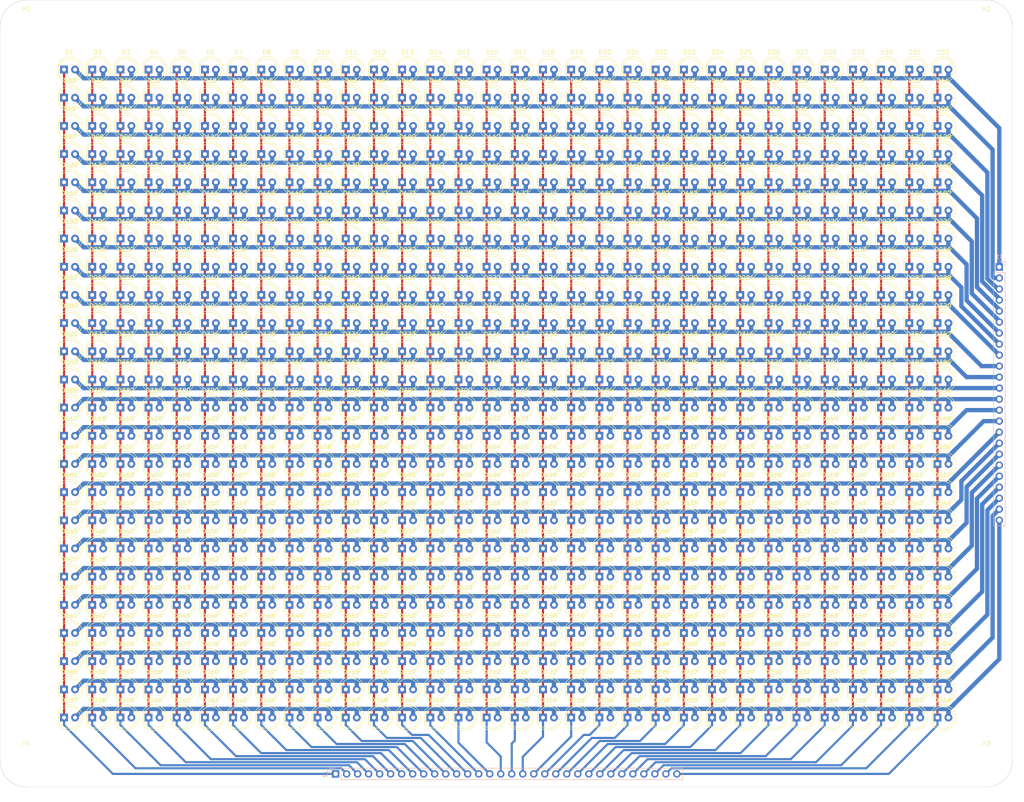
<source format=kicad_pcb>
(kicad_pcb (version 20240108) (generator "pcbnew") (generator_version "8.0")
  (title_block (title "Fullsize LED Board (Display)"))
  (layers (0 "F.Cu" signal) (31 "B.Cu" signal) (34 "B.Paste" user) (35 "F.Paste" user) (36 "B.SilkS" user "B.Silkscreen") (37 "F.SilkS" user "F.Silkscreen") (38 "B.Mask" user) (39 "F.Mask" user) (44 "Edge.Cuts" user))
  (net 0 "")
  (net 1 "/Anodes0")
  (net 2 "/Cathodes0")
  (net 3 "/Cathodes1")
  (net 4 "/Cathodes2")
  (net 5 "/Cathodes3")
  (net 6 "/Cathodes4")
  (net 7 "/Cathodes5")
  (net 8 "/Cathodes6")
  (net 9 "/Cathodes7")
  (net 10 "/Cathodes8")
  (net 11 "/Cathodes9")
  (net 12 "/Cathodes10")
  (net 13 "/Cathodes11")
  (net 14 "/Cathodes12")
  (net 15 "/Cathodes13")
  (net 16 "/Cathodes14")
  (net 17 "/Cathodes15")
  (net 18 "/Cathodes16")
  (net 19 "/Cathodes17")
  (net 20 "/Cathodes18")
  (net 21 "/Cathodes19")
  (net 22 "/Cathodes20")
  (net 23 "/Cathodes21")
  (net 24 "/Cathodes22")
  (net 25 "/Cathodes23")
  (net 26 "/Cathodes24")
  (net 27 "/Cathodes25")
  (net 28 "/Cathodes26")
  (net 29 "/Cathodes27")
  (net 30 "/Cathodes28")
  (net 31 "/Cathodes29")
  (net 32 "/Cathodes30")
  (net 33 "/Cathodes31")
  (net 34 "/Anodes1")
  (net 35 "/Anodes2")
  (net 36 "/Anodes3")
  (net 37 "/Anodes4")
  (net 38 "/Anodes5")
  (net 39 "/Anodes6")
  (net 40 "/Anodes7")
  (net 41 "/Anodes8")
  (net 42 "/Anodes9")
  (net 43 "/Anodes10")
  (net 44 "/Anodes11")
  (net 45 "/Anodes12")
  (net 46 "/Anodes13")
  (net 47 "/Anodes14")
  (net 48 "/Anodes15")
  (net 49 "/Anodes16")
  (net 50 "/Anodes17")
  (net 51 "/Anodes18")
  (net 52 "/Anodes19")
  (net 53 "/Anodes20")
  (net 54 "/Anodes21")
  (net 55 "/Anodes22")
  (net 56 "/Anodes23")
  (footprint "LED_THT:LED_D5.0mm" (layer "F.Cu") (at 154.225 175.5)
    (property "Reference" "D552")
    (property "Value" "LED")
  )
  (footprint "LED_THT:LED_D5.0mm" (layer "F.Cu") (at 258.225 78)
    (property "Reference" "D88")
    (property "Value" "LED")
  )
  (footprint "LED_THT:LED_D5.0mm" (layer "F.Cu") (at 225.725 97.5)
    (property "Reference" "D179")
    (property "Value" "LED")
  )
  (footprint "LED_THT:LED_D5.0mm" (layer "F.Cu") (at 284.225 149.5)
    (property "Reference" "D444")
    (property "Value" "LED")
  )
  (footprint "LED_THT:LED_D5.0mm" (layer "F.Cu") (at 238.725 143)
    (property "Reference" "D405")
    (property "Value" "LED")
  )
  (footprint "LED_THT:LED_D5.0mm" (layer "F.Cu") (at 115.225 182)
    (property "Reference" "D578")
    (property "Value" "LED")
  )
  (footprint "LED_THT:LED_D5.0mm" (layer "F.Cu") (at 225.725 65)
    (property "Reference" "D19")
    (property "Value" "LED")
  )
  (footprint "LED_THT:LED_D5.0mm" (layer "F.Cu") (at 134.725 104)
    (property "Reference" "D197")
    (property "Value" "LED")
  )
  (footprint "LED_THT:LED_D5.0mm" (layer "F.Cu") (at 310.225 130)
    (property "Reference" "D352")
    (property "Value" "LED")
  )
  (footprint "LED_THT:LED_D5.0mm" (layer "F.Cu") (at 238.725 156)
    (property "Reference" "D469")
    (property "Value" "LED")
  )
  (footprint "LED_THT:LED_D5.0mm" (layer "F.Cu") (at 121.725 195)
    (property "Reference" "D643")
    (property "Value" "LED")
  )
  (footprint "LED_THT:LED_D5.0mm" (layer "F.Cu") (at 238.725 149.5)
    (property "Reference" "D437")
    (property "Value" "LED")
  )
  (footprint "LED_THT:LED_D5.0mm" (layer "F.Cu") (at 264.725 71.5)
    (property "Reference" "D57")
    (property "Value" "LED")
  )
  (footprint "LED_THT:LED_D5.0mm" (layer "F.Cu") (at 212.725 175.5)
    (property "Reference" "D561")
    (property "Value" "LED")
  )
  (footprint "LED_THT:LED_D5.0mm" (layer "F.Cu") (at 277.725 162.5)
    (property "Reference" "D507")
    (property "Value" "LED")
  )
  (footprint "LED_THT:LED_D5.0mm" (layer "F.Cu") (at 225.725 136.5)
    (property "Reference" "D371")
    (property "Value" "LED")
  )
  (footprint "LED_THT:LED_D5.0mm" (layer "F.Cu") (at 297.225 149.5)
    (property "Reference" "D446")
    (property "Value" "LED")
  )
  (footprint "LED_THT:LED_D5.0mm" (layer "F.Cu") (at 212.725 208)
    (property "Reference" "D721")
    (property "Value" "LED")
  )
  (footprint "LED_THT:LED_D5.0mm" (layer "F.Cu") (at 167.225 214.5)
    (property "Reference" "D746")
    (property "Value" "LED")
  )
  (footprint "LED_THT:LED_D5.0mm" (layer "F.Cu") (at 141.225 136.5)
    (property "Reference" "D358")
    (property "Value" "LED")
  )
  (footprint "LED_THT:LED_D5.0mm" (layer "F.Cu") (at 303.725 110.5)
    (property "Reference" "D255")
    (property "Value" "LED")
  )
  (footprint "LED_THT:LED_D5.0mm" (layer "F.Cu") (at 271.225 195)
    (property "Reference" "D666")
    (property "Value" "LED")
  )
  (footprint "LED_THT:LED_D5.0mm" (layer "F.Cu") (at 258.225 84.5)
    (property "Reference" "D120")
    (property "Value" "LED")
  )
  (footprint "LED_THT:LED_D5.0mm" (layer "F.Cu") (at 297.225 169)
    (property "Reference" "D542")
    (property "Value" "LED")
  )
  (footprint "LED_THT:LED_D5.0mm" (layer "F.Cu") (at 219.225 175.5)
    (property "Reference" "D562")
    (property "Value" "LED")
  )
  (footprint "LED_THT:LED_D5.0mm" (layer "F.Cu") (at 108.725 110.5)
    (property "Reference" "D225")
    (property "Value" "LED")
  )
  (footprint "LED_THT:LED_D5.0mm" (layer "F.Cu") (at 167.225 188.5)
    (property "Reference" "D618")
    (property "Value" "LED")
  )
  (footprint "LED_THT:LED_D5.0mm" (layer "F.Cu") (at 186.725 188.5)
    (property "Reference" "D621")
    (property "Value" "LED")
  )
  (footprint "LED_THT:LED_D5.0mm" (layer "F.Cu") (at 303.725 188.5)
    (property "Reference" "D639")
    (property "Value" "LED")
  )
  (footprint "LED_THT:LED_D5.0mm" (layer "F.Cu") (at 264.725 130)
    (property "Reference" "D345")
    (property "Value" "LED")
  )
  (footprint "LED_THT:LED_D5.0mm" (layer "F.Cu") (at 245.225 97.5)
    (property "Reference" "D182")
    (property "Value" "LED")
  )
  (footprint "LED_THT:LED_D5.0mm" (layer "F.Cu") (at 225.725 201.5)
    (property "Reference" "D691")
    (property "Value" "LED")
  )
  (footprint "LED_THT:LED_D5.0mm" (layer "F.Cu") (at 251.725 71.5)
    (property "Reference" "D55")
    (property "Value" "LED")
  )
  (footprint "LED_THT:LED_D5.0mm" (layer "F.Cu") (at 251.725 78)
    (property "Reference" "D87")
    (property "Value" "LED")
  )
  (footprint "LED_THT:LED_D5.0mm" (layer "F.Cu") (at 310.225 91)
    (property "Reference" "D160")
    (property "Value" "LED")
  )
  (footprint "LED_THT:LED_D5.0mm" (layer "F.Cu") (at 134.725 201.5)
    (property "Reference" "D677")
    (property "Value" "LED")
  )
  (footprint "LED_THT:LED_D5.0mm" (layer "F.Cu") (at 264.725 97.5)
    (property "Reference" "D185")
    (property "Value" "LED")
  )
  (footprint "LED_THT:LED_D5.0mm" (layer "F.Cu") (at 206.225 175.5)
    (property "Reference" "D560")
    (property "Value" "LED")
  )
  (footprint "LED_THT:LED_D5.0mm" (layer "F.Cu") (at 290.725 188.5)
    (property "Reference" "D637")
    (property "Value" "LED")
  )
  (footprint "LED_THT:LED_D5.0mm" (layer "F.Cu") (at 271.225 208)
    (property "Reference" "D730")
    (property "Value" "LED")
  )
  (footprint "LED_THT:LED_D5.0mm" (layer "F.Cu") (at 115.225 71.5)
    (property "Reference" "D34")
    (property "Value" "LED")
  )
  (footprint "LED_THT:LED_D5.0mm" (layer "F.Cu") (at 290.725 214.5)
    (property "Reference" "D765")
    (property "Value" "LED")
  )
  (footprint "LED_THT:LED_D5.0mm" (layer "F.Cu") (at 303.725 71.5)
    (property "Reference" "D63")
    (property "Value" "LED")
  )
  (footprint "LED_THT:LED_D5.0mm" (layer "F.Cu") (at 154.225 188.5)
    (property "Reference" "D616")
    (property "Value" "LED")
  )
  (footprint "LED_THT:LED_D5.0mm" (layer "F.Cu") (at 128.225 91)
    (property "Reference" "D132")
    (property "Value" "LED")
  )
  (footprint "LED_THT:LED_D5.0mm" (layer "F.Cu") (at 167.225 117)
    (property "Reference" "D266")
    (property "Value" "LED")
  )
  (footprint "LED_THT:LED_D5.0mm" (layer "F.Cu") (at 271.225 156)
    (property "Reference" "D474")
    (property "Value" "LED")
  )
  (footprint "LED_THT:LED_D5.0mm" (layer "F.Cu") (at 251.725 188.5)
    (property "Reference" "D631")
    (property "Value" "LED")
  )
  (footprint "LED_THT:LED_D5.0mm" (layer "F.Cu") (at 297.225 195)
    (property "Reference" "D670")
    (property "Value" "LED")
  )
  (footprint "LED_THT:LED_D5.0mm" (layer "F.Cu") (at 186.725 169)
    (property "Reference" "D525")
    (property "Value" "LED")
  )
  (footprint "LED_THT:LED_D5.0mm" (layer "F.Cu") (at 121.725 156)
    (property "Reference" "D451")
    (property "Value" "LED")
  )
  (footprint "LED_THT:LED_D5.0mm" (layer "F.Cu") (at 199.725 84.5)
    (property "Reference" "D111")
    (property "Value" "LED")
  )
  (footprint "LED_THT:LED_D5.0mm" (layer "F.Cu") (at 199.725 208)
    (property "Reference" "D719")
    (property "Value" "LED")
  )
  (footprint "LED_THT:LED_D5.0mm" (layer "F.Cu") (at 303.725 117)
    (property "Reference" "D287")
    (property "Value" "LED")
  )
  (footprint "LED_THT:LED_D5.0mm" (layer "F.Cu") (at 121.725 97.5)
    (property "Reference" "D163")
    (property "Value" "LED")
  )
  (footprint "LED_THT:LED_D5.0mm" (layer "F.Cu") (at 167.225 201.5)
    (property "Reference" "D682")
    (property "Value" "LED")
  )
  (footprint "LED_THT:LED_D5.0mm" (layer "F.Cu") (at 245.225 65)
    (property "Reference" "D22")
    (property "Value" "LED")
  )
  (footprint "LED_THT:LED_D5.0mm" (layer "F.Cu") (at 180.225 195)
    (property "Reference" "D652")
    (property "Value" "LED")
  )
  (footprint "LED_THT:LED_D5.0mm" (layer "F.Cu") (at 134.725 91)
    (property "Reference" "D133")
    (property "Value" "LED")
  )
  (footprint "LED_THT:LED_D5.0mm" (layer "F.Cu") (at 212.725 156)
    (property "Reference" "D465")
    (property "Value" "LED")
  )
  (footprint "LED_THT:LED_D5.0mm" (layer "F.Cu") (at 290.725 175.5)
    (property "Reference" "D573")
    (property "Value" "LED")
  )
  (footprint "LED_THT:LED_D5.0mm" (layer "F.Cu") (at 251.725 156)
    (property "Reference" "D471")
    (property "Value" "LED")
  )
  (footprint "LED_THT:LED_D5.0mm" (layer "F.Cu") (at 173.725 91)
    (property "Reference" "D139")
    (property "Value" "LED")
  )
  (footprint "LED_THT:LED_D5.0mm" (layer "F.Cu") (at 108.725 149.5)
    (property "Reference" "D417")
    (property "Value" "LED")
  )
  (footprint "LED_THT:LED_D5.0mm" (layer "F.Cu") (at 212.725 110.5)
    (property "Reference" "D241")
    (property "Value" "LED")
  )
  (footprint "LED_THT:LED_D5.0mm" (layer "F.Cu") (at 121.725 162.5)
    (property "Reference" "D483")
    (property "Value" "LED")
  )
  (footprint "LED_THT:LED_D5.0mm" (layer "F.Cu") (at 206.225 110.5)
    (property "Reference" "D240")
    (property "Value" "LED")
  )
  (footprint "LED_THT:LED_D5.0mm" (layer "F.Cu") (at 115.225 169)
    (property "Reference" "D514")
    (property "Value" "LED")
  )
  (footprint "LED_THT:LED_D5.0mm" (layer "F.Cu") (at 167.225 208)
    (property "Reference" "D714")
    (property "Value" "LED")
  )
  (footprint "LED_THT:LED_D5.0mm" (layer "F.Cu") (at 167.225 182)
    (property "Reference" "D586")
    (property "Value" "LED")
  )
  (footprint "LED_THT:LED_D5.0mm" (layer "F.Cu") (at 199.725 130)
    (property "Reference" "D335")
    (property "Value" "LED")
  )
  (footprint "LED_THT:LED_D5.0mm" (layer "F.Cu") (at 154.225 84.5)
    (property "Reference" "D104")
    (property "Value" "LED")
  )
  (footprint "LED_THT:LED_D5.0mm" (layer "F.Cu") (at 264.725 195)
    (property "Reference" "D665")
    (property "Value" "LED")
  )
  (footprint "LED_THT:LED_D5.0mm" (layer "F.Cu") (at 180.225 136.5)
    (property "Reference" "D364")
    (property "Value" "LED")
  )
  (footprint "LED_THT:LED_D5.0mm" (layer "F.Cu") (at 290.725 65)
    (property "Reference" "D29")
    (property "Value" "LED")
  )
  (footprint "LED_THT:LED_D5.0mm" (layer "F.Cu") (at 277.725 110.5)
    (property "Reference" "D251")
    (property "Value" "LED")
  )
  (footprint "LED_THT:LED_D5.0mm" (layer "F.Cu") (at 108.725 208)
    (property "Reference" "D705")
    (property "Value" "LED")
  )
  (footprint "LED_THT:LED_D5.0mm" (layer "F.Cu") (at 258.225 65)
    (property "Reference" "D24")
    (property "Value" "LED")
  )
  (footprint "LED_THT:LED_D5.0mm" (layer "F.Cu") (at 173.725 136.5)
    (property "Reference" "D363")
    (property "Value" "LED")
  )
  (footprint "LED_THT:LED_D5.0mm" (layer "F.Cu") (at 232.225 65)
    (property "Reference" "D20")
    (property "Value" "LED")
  )
  (footprint "MountingHole:MountingHole_3mm" (layer "F.Cu") (at 100 224.5)
    (property "Reference" "H4")
    (property "Value" "~")
  )
  (footprint "LED_THT:LED_D5.0mm" (layer "F.Cu") (at 160.725 201.5)
    (property "Reference" "D681")
    (property "Value" "LED")
  )
  (footprint "LED_THT:LED_D5.0mm" (layer "F.Cu") (at 310.225 156)
    (property "Reference" "D480")
    (property "Value" "LED")
  )
  (footprint "LED_THT:LED_D5.0mm" (layer "F.Cu") (at 134.725 97.5)
    (property "Reference" "D165")
    (property "Value" "LED")
  )
  (footprint "LED_THT:LED_D5.0mm" (layer "F.Cu") (at 160.725 143)
    (property "Reference" "D393")
    (property "Value" "LED")
  )
  (footprint "LED_THT:LED_D5.0mm" (layer "F.Cu") (at 297.225 214.5)
    (property "Reference" "D766")
    (property "Value" "LED")
  )
  (footprint "LED_THT:LED_D5.0mm" (layer "F.Cu") (at 232.225 123.5)
    (property "Reference" "D308")
    (property "Value" "LED")
  )
  (footprint "LED_THT:LED_D5.0mm" (layer "F.Cu") (at 238.725 201.5)
    (property "Reference" "D693")
    (property "Value" "LED")
  )
  (footprint "LED_THT:LED_D5.0mm" (layer "F.Cu") (at 206.225 169)
    (property "Reference" "D528")
    (property "Value" "LED")
  )
  (footprint "LED_THT:LED_D5.0mm" (layer "F.Cu") (at 277.725 104)
    (property "Reference" "D219")
    (property "Value" "LED")
  )
  (footprint "LED_THT:LED_D5.0mm" (layer "F.Cu") (at 277.725 175.5)
    (property "Reference" "D571")
    (property "Value" "LED")
  )
  (footprint "LED_THT:LED_D5.0mm" (layer "F.Cu") (at 206.225 208)
    (property "Reference" "D720")
    (property "Value" "LED")
  )
  (footprint "LED_THT:LED_D5.0mm" (layer "F.Cu") (at 199.725 78)
    (property "Reference" "D79")
    (property "Value" "LED")
  )
  (footprint "LED_THT:LED_D5.0mm" (layer "F.Cu") (at 245.225 156)
    (property "Reference" "D470")
    (property "Value" "LED")
  )
  (footprint "LED_THT:LED_D5.0mm" (layer "F.Cu") (at 212.725 130)
    (property "Reference" "D337")
    (property "Value" "LED")
  )
  (footprint "LED_THT:LED_D5.0mm" (layer "F.Cu") (at 115.225 84.5)
    (property "Reference" "D98")
    (property "Value" "LED")
  )
  (footprint "LED_THT:LED_D5.0mm" (layer "F.Cu") (at 141.225 169)
    (property "Reference" "D518")
    (property "Value" "LED")
  )
  (footprint "LED_THT:LED_D5.0mm" (layer "F.Cu") (at 271.225 117)
    (property "Reference" "D282")
    (property "Value" "LED")
  )
  (footprint "LED_THT:LED_D5.0mm" (layer "F.Cu") (at 147.725 188.5)
    (property "Reference" "D615")
    (property "Value" "LED")
  )
  (footprint "LED_THT:LED_D5.0mm" (layer "F.Cu") (at 212.725 162.5)
    (property "Reference" "D497")
    (property "Value" "LED")
  )
  (footprint "LED_THT:LED_D5.0mm" (layer "F.Cu") (at 245.225 201.5)
    (property "Reference" "D694")
    (property "Value" "LED")
  )
  (footprint "LED_THT:LED_D5.0mm" (layer "F.Cu") (at 115.225 195)
    (property "Reference" "D642")
    (property "Value" "LED")
  )
  (footprint "LED_THT:LED_D5.0mm" (layer "F.Cu") (at 212.725 149.5)
    (property "Reference" "D433")
    (property "Value" "LED")
  )
  (footprint "LED_THT:LED_D5.0mm" (layer "F.Cu") (at 108.725 78)
    (property "Reference" "D65")
    (property "Value" "LED")
  )
  (footprint "LED_THT:LED_D5.0mm" (layer "F.Cu") (at 297.225 188.5)
    (property "Reference" "D638")
    (property "Value" "LED")
  )
  (footprint "LED_THT:LED_D5.0mm" (layer "F.Cu") (at 147.725 65)
    (property "Reference" "D7")
    (property "Value" "LED")
  )
  (footprint "LED_THT:LED_D5.0mm" (layer "F.Cu") (at 147.725 117)
    (property "Reference" "D263")
    (property "Value" "LED")
  )
  (footprint "LED_THT:LED_D5.0mm" (layer "F.Cu") (at 193.225 65)
    (property "Reference" "D14")
    (property "Value" "LED")
  )
  (footprint "LED_THT:LED_D5.0mm" (layer "F.Cu") (at 251.725 84.5)
    (property "Reference" "D119")
    (property "Value" "LED")
  )
  (footprint "LED_THT:LED_D5.0mm" (layer "F.Cu") (at 303.725 182)
    (property "Reference" "D607")
    (property "Value" "LED")
  )
  (footprint "LED_THT:LED_D5.0mm" (layer "F.Cu") (at 310.225 84.5)
    (property "Reference" "D128")
    (property "Value" "LED")
  )
  (footprint "LED_THT:LED_D5.0mm" (layer "F.Cu") (at 173.725 156)
    (property "Reference" "D459")
    (property "Value" "LED")
  )
  (footprint "LED_THT:LED_D5.0mm" (layer "F.Cu") (at 128.225 104)
    (property "Reference" "D196")
    (property "Value" "LED")
  )
  (footprint "LED_THT:LED_D5.0mm" (layer "F.Cu") (at 264.725 143)
    (property "Reference" "D409")
    (property "Value" "LED")
  )
  (footprint "LED_THT:LED_D5.0mm" (layer "F.Cu") (at 264.725 149.5)
    (property "Reference" "D441")
    (property "Value" "LED")
  )
  (footprint "LED_THT:LED_D5.0mm" (layer "F.Cu") (at 290.725 91)
    (property "Reference" "D157")
    (property "Value" "LED")
  )
  (footprint "LED_THT:LED_D5.0mm" (layer "F.Cu") (at 121.725 71.5)
    (property "Reference" "D35")
    (property "Value" "LED")
  )
  (footprint "LED_THT:LED_D5.0mm" (layer "F.Cu") (at 271.225 78)
    (property "Reference" "D90")
    (property "Value" "LED")
  )
  (footprint "LED_THT:LED_D5.0mm" (layer "F.Cu") (at 284.225 97.5)
    (property "Reference" "D188")
    (property "Value" "LED")
  )
  (footprint "LED_THT:LED_D5.0mm" (layer "F.Cu") (at 225.725 117)
    (property "Reference" "D275")
    (property "Value" "LED")
  )
  (footprint "LED_THT:LED_D5.0mm" (layer "F.Cu") (at 225.725 188.5)
    (property "Reference" "D627")
    (property "Value" "LED")
  )
  (footprint "LED_THT:LED_D5.0mm" (layer "F.Cu") (at 173.725 123.5)
    (property "Reference" "D299")
    (property "Value" "LED")
  )
  (footprint "LED_THT:LED_D5.0mm" (layer "F.Cu") (at 121.725 182)
    (property "Reference" "D579")
    (property "Value" "LED")
  )
  (footprint "LED_THT:LED_D5.0mm" (layer "F.Cu") (at 134.725 195)
    (property "Reference" "D645")
    (property "Value" "LED")
  )
  (footprint "LED_THT:LED_D5.0mm" (layer "F.Cu") (at 238.725 123.5)
    (property "Reference" "D309")
    (property "Value" "LED")
  )
  (footprint "LED_THT:LED_D5.0mm" (layer "F.Cu") (at 277.725 169)
    (property "Reference" "D539")
    (property "Value" "LED")
  )
  (footprint "LED_THT:LED_D5.0mm" (layer "F.Cu") (at 173.725 97.5)
    (property "Reference" "D171")
    (property "Value" "LED")
  )
  (footprint "LED_THT:LED_D5.0mm" (layer "F.Cu") (at 108.725 71.5)
    (property "Reference" "D33")
    (property "Value" "LED")
  )
  (footprint "LED_THT:LED_D5.0mm" (layer "F.Cu") (at 141.225 97.5)
    (property "Reference" "D166")
    (property "Value" "LED")
  )
  (footprint "LED_THT:LED_D5.0mm" (layer "F.Cu") (at 180.225 188.5)
    (property "Reference" "D620")
    (property "Value" "LED")
  )
  (footprint "LED_THT:LED_D5.0mm" (layer "F.Cu") (at 238.725 78)
    (property "Reference" "D85")
    (property "Value" "LED")
  )
  (footprint "LED_THT:LED_D5.0mm" (layer "F.Cu") (at 225.725 110.5)
    (property "Reference" "D243")
    (property "Value" "LED")
  )
  (footprint "LED_THT:LED_D5.0mm" (layer "F.Cu") (at 297.225 182)
    (property "Reference" "D606")
    (property "Value" "LED")
  )
  (footprint "LED_THT:LED_D5.0mm" (layer "F.Cu") (at 258.225 149.5)
    (property "Reference" "D440")
    (property "Value" "LED")
  )
  (footprint "LED_THT:LED_D5.0mm" (layer "F.Cu") (at 193.225 208)
    (property "Reference" "D718")
    (property "Value" "LED")
  )
  (footprint "LED_THT:LED_D5.0mm" (layer "F.Cu") (at 147.725 91)
    (property "Reference" "D135")
    (property "Value" "LED")
  )
  (footprint "LED_THT:LED_D5.0mm" (layer "F.Cu") (at 193.225 162.5)
    (property "Reference" "D494")
    (property "Value" "LED")
  )
  (footprint "LED_THT:LED_D5.0mm" (layer "F.Cu") (at 147.725 195)
    (property "Reference" "D647")
    (property "Value" "LED")
  )
  (footprint "LED_THT:LED_D5.0mm" (layer "F.Cu") (at 128.225 143)
    (property "Reference" "D388")
    (property "Value" "LED")
  )
  (footprint "LED_THT:LED_D5.0mm" (layer "F.Cu") (at 290.725 136.5)
    (property "Reference" "D381")
    (property "Value" "LED")
  )
  (footprint "LED_THT:LED_D5.0mm" (layer "F.Cu") (at 147.725 97.5)
    (property "Reference" "D167")
    (property "Value" "LED")
  )
  (footprint "MountingHole:MountingHole_3mm" (layer "F.Cu") (at 321.5 224.5)
    (property "Reference" "H3")
    (property "Value" "~")
  )
  (footprint "LED_THT:LED_D5.0mm" (layer "F.Cu") (at 134.725 117)
    (property "Reference" "D261")
    (property "Value" "LED")
  )
  (footprint "LED_THT:LED_D5.0mm" (layer "F.Cu") (at 128.225 110.5)
    (property "Reference" "D228")
    (property "Value" "LED")
  )
  (footprint "LED_THT:LED_D5.0mm" (layer "F.Cu") (at 186.725 201.5)
    (property "Reference" "D685")
    (property "Value" "LED")
  )
  (footprint "LED_THT:LED_D5.0mm" (layer "F.Cu") (at 219.225 143)
    (property "Reference" "D402")
    (property "Value" "LED")
  )
  (footprint "LED_THT:LED_D5.0mm" (layer "F.Cu") (at 290.725 104)
    (property "Reference" "D221")
    (property "Value" "LED")
  )
  (footprint "LED_THT:LED_D5.0mm" (layer "F.Cu") (at 206.225 143)
    (property "Reference" "D400")
    (property "Value" "LED")
  )
  (footprint "LED_THT:LED_D5.0mm" (layer "F.Cu") (at 277.725 143)
    (property "Reference" "D411")
    (property "Value" "LED")
  )
  (footprint "LED_THT:LED_D5.0mm" (layer "F.Cu") (at 225.725 104)
    (property "Reference" "D211")
    (property "Value" "LED")
  )
  (footprint "LED_THT:LED_D5.0mm" (layer "F.Cu") (at 206.225 78)
    (property "Reference" "D80")
    (property "Value" "LED")
  )
  (footprint "LED_THT:LED_D5.0mm" (layer "F.Cu") (at 310.225 136.5)
    (property "Reference" "D384")
    (property "Value" "LED")
  )
  (footprint "LED_THT:LED_D5.0mm" (layer "F.Cu") (at 108.725 156)
    (property "Reference" "D449")
    (property "Value" "LED")
  )
  (footprint "LED_THT:LED_D5.0mm" (layer "F.Cu") (at 264.725 188.5)
    (property "Reference" "D633")
    (property "Value" "LED")
  )
  (footprint "LED_THT:LED_D5.0mm" (layer "F.Cu") (at 212.725 169)
    (property "Reference" "D529")
    (property "Value" "LED")
  )
  (footprint "LED_THT:LED_D5.0mm" (layer "F.Cu") (at 277.725 208)
    (property "Reference" "D731")
    (property "Value" "LED")
  )
  (footprint "LED_THT:LED_D5.0mm" (layer "F.Cu") (at 290.725 156)
    (property "Reference" "D477")
    (property "Value" "LED")
  )
  (footprint "LED_THT:LED_D5.0mm" (layer "F.Cu") (at 134.725 182)
    (property "Reference" "D581")
    (property "Value" "LED")
  )
  (footprint "LED_THT:LED_D5.0mm" (layer "F.Cu") (at 199.725 201.5)
    (property "Reference" "D687")
    (property "Value" "LED")
  )
  (footprint "LED_THT:LED_D5.0mm" (layer "F.Cu") (at 160.725 84.5)
    (property "Reference" "D105")
    (property "Value" "LED")
  )
  (footprint "LED_THT:LED_D5.0mm" (layer "F.Cu") (at 141.225 110.5)
    (property "Reference" "D230")
    (property "Value" "LED")
  )
  (footprint "LED_THT:LED_D5.0mm" (layer "F.Cu") (at 258.225 123.5)
    (property "Reference" "D312")
    (property "Value" "LED")
  )
  (footprint "LED_THT:LED_D5.0mm" (layer "F.Cu") (at 173.725 130)
    (property "Reference" "D331")
    (property "Value" "LED")
  )
  (footprint "LED_THT:LED_D5.0mm" (layer "F.Cu") (at 121.725 130)
    (property "Reference" "D323")
    (property "Value" "LED")
  )
  (footprint "LED_THT:LED_D5.0mm" (layer "F.Cu") (at 238.725 136.5)
    (property "Reference" "D373")
    (property "Value" "LED")
  )
  (footprint "LED_THT:LED_D5.0mm" (layer "F.Cu") (at 134.725 143)
    (property "Reference" "D389")
    (property "Value" "LED")
  )
  (footprint "LED_THT:LED_D5.0mm" (layer "F.Cu") (at 206.225 214.5)
    (property "Reference" "D752")
    (property "Value" "LED")
  )
  (footprint "LED_THT:LED_D5.0mm" (layer "F.Cu") (at 212.725 97.5)
    (property "Reference" "D177")
    (property "Value" "LED")
  )
  (footprint "LED_THT:LED_D5.0mm" (layer "F.Cu") (at 160.725 136.5)
    (property "Reference" "D361")
    (property "Value" "LED")
  )
  (footprint "LED_THT:LED_D5.0mm" (layer "F.Cu") (at 271.225 91)
    (property "Reference" "D154")
    (property "Value" "LED")
  )
  (footprint "LED_THT:LED_D5.0mm" (layer "F.Cu") (at 238.725 208)
    (property "Reference" "D725")
    (property "Value" "LED")
  )
  (footprint "LED_THT:LED_D5.0mm" (layer "F.Cu") (at 245.225 175.5)
    (property "Reference" "D566")
    (property "Value" "LED")
  )
  (footprint "LED_THT:LED_D5.0mm" (layer "F.Cu") (at 212.725 104)
    (property "Reference" "D209")
    (property "Value" "LED")
  )
  (footprint "LED_THT:LED_D5.0mm" (layer "F.Cu") (at 251.725 208)
    (property "Reference" "D727")
    (property "Value" "LED")
  )
  (footprint "LED_THT:LED_D5.0mm" (layer "F.Cu") (at 180.225 78)
    (property "Reference" "D76")
    (property "Value" "LED")
  )
  (footprint "LED_THT:LED_D5.0mm" (layer "F.Cu") (at 225.725 195)
    (property "Reference" "D659")
    (property "Value" "LED")
  )
  (footprint "LED_THT:LED_D5.0mm" (layer "F.Cu") (at 290.725 130)
    (property "Reference" "D349")
    (property "Value" "LED")
  )
  (footprint "LED_THT:LED_D5.0mm" (layer "F.Cu") (at 193.225 97.5)
    (property "Reference" "D174")
    (property "Value" "LED")
  )
  (footprint "LED_THT:LED_D5.0mm" (layer "F.Cu") (at 147.725 110.5)
    (property "Reference" "D231")
    (property "Value" "LED")
  )
  (footprint "LED_THT:LED_D5.0mm" (layer "F.Cu") (at 206.225 188.5)
    (property "Reference" "D624")
    (property "Value" "LED")
  )
  (footprint "LED_THT:LED_D5.0mm" (layer "F.Cu") (at 219.225 78)
    (property "Reference" "D82")
    (property "Value" "LED")
  )
  (footprint "LED_THT:LED_D5.0mm" (layer "F.Cu") (at 225.725 214.5)
    (property "Reference" "D755")
    (property "Value" "LED")
  )
  (footprint "LED_THT:LED_D5.0mm" (layer "F.Cu") (at 232.225 110.5)
    (property "Reference" "D244")
    (property "Value" "LED")
  )
  (footprint "LED_THT:LED_D5.0mm" (layer "F.Cu") (at 258.225 130)
    (property "Reference" "D344")
    (property "Value" "LED")
  )
  (footprint "LED_THT:LED_D5.0mm" (layer "F.Cu") (at 271.225 104)
    (property "Reference" "D218")
    (property "Value" "LED")
  )
  (footprint "LED_THT:LED_D5.0mm" (layer "F.Cu") (at 128.225 162.5)
    (property "Reference" "D484")
    (property "Value" "LED")
  )
  (footprint "LED_THT:LED_D5.0mm" (layer "F.Cu") (at 219.225 117)
    (property "Reference" "D274")
    (property "Value" "LED")
  )
  (footprint "LED_THT:LED_D5.0mm" (layer "F.Cu") (at 134.725 162.5)
    (property "Reference" "D485")
    (property "Value" "LED")
  )
  (footprint "LED_THT:LED_D5.0mm" (layer "F.Cu") (at 115.225 65)
    (property "Reference" "D2")
    (property "Value" "LED")
  )
  (footprint "LED_THT:LED_D5.0mm" (layer "F.Cu") (at 245.225 208)
    (property "Reference" "D726")
    (property "Value" "LED")
  )
  (footprint "LED_THT:LED_D5.0mm" (layer "F.Cu") (at 264.725 123.5)
    (property "Reference" "D313")
    (property "Value" "LED")
  )
  (footprint "LED_THT:LED_D5.0mm" (layer "F.Cu") (at 245.225 136.5)
    (property "Reference" "D374")
    (property "Value" "LED")
  )
  (footprint "LED_THT:LED_D5.0mm" (layer "F.Cu") (at 186.725 182)
    (property "Reference" "D589")
    (property "Value" "LED")
  )
  (footprint "LED_THT:LED_D5.0mm" (layer "F.Cu") (at 212.725 201.5)
    (property "Reference" "D689")
    (property "Value" "LED")
  )
  (footprint "LED_THT:LED_D5.0mm" (layer "F.Cu") (at 173.725 71.5)
    (property "Reference" "D43")
    (property "Value" "LED")
  )
  (footprint "LED_THT:LED_D5.0mm" (layer "F.Cu") (at 297.225 65)
    (property "Reference" "D30")
    (property "Value" "LED")
  )
  (footprint "LED_THT:LED_D5.0mm" (layer "F.Cu") (at 173.725 195)
    (property "Reference" "D651")
    (property "Value" "LED")
  )
  (footprint "LED_THT:LED_D5.0mm" (layer "F.Cu") (at 167.225 143)
    (property "Reference" "D394")
    (property "Value" "LED")
  )
  (footprint "LED_THT:LED_D5.0mm" (layer "F.Cu") (at 264.725 117)
    (property "Reference" "D281")
    (property "Value" "LED")
  )
  (footprint "LED_THT:LED_D5.0mm" (layer "F.Cu") (at 154.225 143)
    (property "Reference" "D392")
    (property "Value" "LED")
  )
  (footprint "LED_THT:LED_D5.0mm" (layer "F.Cu") (at 167.225 84.5)
    (property "Reference" "D106")
    (property "Value" "LED")
  )
  (footprint "LED_THT:LED_D5.0mm" (layer "F.Cu") (at 141.225 201.5)
    (property "Reference" "D678")
    (property "Value" "LED")
  )
  (footprint "LED_THT:LED_D5.0mm" (layer "F.Cu") (at 108.725 117)
    (property "Reference" "D257")
    (property "Value" "LED")
  )
  (footprint "LED_THT:LED_D5.0mm" (layer "F.Cu") (at 121.725 91)
    (property "Reference" "D131")
    (property "Value" "LED")
  )
  (footprint "LED_THT:LED_D5.0mm" (layer "F.Cu") (at 297.225 175.5)
    (property "Reference" "D574")
    (property "Value" "LED")
  )
  (footprint "LED_THT:LED_D5.0mm" (layer "F.Cu") (at 154.225 97.5)
    (property "Reference" "D168")
    (property "Value" "LED")
  )
  (footprint "LED_THT:LED_D5.0mm" (layer "F.Cu") (at 303.725 84.5)
    (property "Reference" "D127")
    (property "Value" "LED")
  )
  (footprint "LED_THT:LED_D5.0mm" (layer "F.Cu") (at 128.225 195)
    (property "Reference" "D644")
    (property "Value" "LED")
  )
  (footprint "LED_THT:LED_D5.0mm" (layer "F.Cu") (at 206.225 97.5)
    (property "Reference" "D176")
    (property "Value" "LED")
  )
  (footprint "LED_THT:LED_D5.0mm" (layer "F.Cu") (at 115.225 214.5)
    (property "Reference" "D738")
    (property "Value" "LED")
  )
  (footprint "LED_THT:LED_D5.0mm" (layer "F.Cu") (at 212.725 117)
    (property "Reference" "D273")
    (property "Value" "LED")
  )
  (footprint "LED_THT:LED_D5.0mm" (layer "F.Cu") (at 290.725 169)
    (property "Reference" "D541")
    (property "Value" "LED")
  )
  (footprint "LED_THT:LED_D5.0mm" (layer "F.Cu") (at 206.225 162.5)
    (property "Reference" "D496")
    (property "Value" "LED")
  )
  (footprint "LED_THT:LED_D5.0mm" (layer "F.Cu") (at 121.725 110.5)
    (property "Reference" "D227")
    (property "Value" "LED")
  )
  (footprint "LED_THT:LED_D5.0mm" (layer "F.Cu") (at 303.725 149.5)
    (property "Reference" "D447")
    (property "Value" "LED")
  )
  (footprint "LED_THT:LED_D5.0mm" (layer "F.Cu") (at 251.725 91)
    (property "Reference" "D151")
    (property "Value" "LED")
  )
  (footprint "LED_THT:LED_D5.0mm" (layer "F.Cu") (at 310.225 78)
    (property "Reference" "D96")
    (property "Value" "LED")
  )
  (footprint "LED_THT:LED_D5.0mm" (layer "F.Cu") (at 154.225 201.5)
    (property "Reference" "D680")
    (property "Value" "LED")
  )
  (footprint "LED_THT:LED_D5.0mm" (layer "F.Cu") (at 284.225 117)
    (property "Reference" "D284")
    (property "Value" "LED")
  )
  (footprint "LED_THT:LED_D5.0mm" (layer "F.Cu") (at 141.225 84.5)
    (property "Reference" "D102")
    (property "Value" "LED")
  )
  (footprint "LED_THT:LED_D5.0mm" (layer "F.Cu") (at 128.225 136.5)
    (property "Reference" "D356")
    (property "Value" "LED")
  )
  (footprint "LED_THT:LED_D5.0mm" (layer "F.Cu") (at 297.225 162.5)
    (property "Reference" "D510")
    (property "Value" "LED")
  )
  (footprint "LED_THT:LED_D5.0mm" (layer "F.Cu") (at 173.725 208)
    (property "Reference" "D715")
    (property "Value" "LED")
  )
  (footprint "LED_THT:LED_D5.0mm" (layer "F.Cu") (at 147.725 169)
    (property "Reference" "D519")
    (property "Value" "LED")
  )
  (footprint "LED_THT:LED_D5.0mm" (layer "F.Cu") (at 232.225 162.5)
    (property "Reference" "D500")
    (property "Value" "LED")
  )
  (footprint "LED_THT:LED_D5.0mm" (layer "F.Cu") (at 141.225 175.5)
    (property "Reference" "D550")
    (property "Value" "LED")
  )
  (footprint "LED_THT:LED_D5.0mm" (layer "F.Cu") (at 141.225 65)
    (property "Reference" "D6")
    (property "Value" "LED")
  )
  (footprint "LED_THT:LED_D5.0mm" (layer "F.Cu") (at 277.725 91)
    (property "Reference" "D155")
    (property "Value" "LED")
  )
  (footprint "LED_THT:LED_D5.0mm" (layer "F.Cu") (at 147.725 201.5)
    (property "Reference" "D679")
    (property "Value" "LED")
  )
  (footprint "LED_THT:LED_D5.0mm" (layer "F.Cu") (at 290.725 110.5)
    (property "Reference" "D253")
    (property "Value" "LED")
  )
  (footprint "LED_THT:LED_D5.0mm" (layer "F.Cu") (at 245.225 214.5)
    (property "Reference" "D758")
    (property "Value" "LED")
  )
  (footprint "LED_THT:LED_D5.0mm" (layer "F.Cu") (at 154.225 71.5)
    (property "Reference" "D40")
    (property "Value" "LED")
  )
  (footprint "LED_THT:LED_D5.0mm" (layer "F.Cu") (at 245.225 78)
    (property "Reference" "D86")
    (property "Value" "LED")
  )
  (footprint "LED_THT:LED_D5.0mm" (layer "F.Cu") (at 238.725 84.5)
    (property "Reference" "D117")
    (property "Value" "LED")
  )
  (footprint "LED_THT:LED_D5.0mm" (layer "F.Cu") (at 245.225 84.5)
    (property "Reference" "D118")
    (property "Value" "LED")
  )
  (footprint "LED_THT:LED_D5.0mm" (layer "F.Cu") (at 160.725 117)
    (property "Reference" "D265")
    (property "Value" "LED")
  )
  (footprint "LED_THT:LED_D5.0mm" (layer "F.Cu") (at 199.725 195)
    (property "Reference" "D655")
    (property "Value" "LED")
  )
  (footprint "LED_THT:LED_D5.0mm" (layer "F.Cu") (at 193.225 143)
    (property "Reference" "D398")
    (property "Value" "LED")
  )
  (footprint "LED_THT:LED_D5.0mm" (layer "F.Cu") (at 225.725 143)
    (property "Reference" "D403")
    (property "Value" "LED")
  )
  (footprint "LED_THT:LED_D5.0mm" (layer "F.Cu") (at 238.725 169)
    (property "Reference" "D533")
    (property "Value" "LED")
  )
  (footprint "LED_THT:LED_D5.0mm" (layer "F.Cu") (at 212.725 182)
    (property "Reference" "D593")
    (property "Value" "LED")
  )
  (footprint "LED_THT:LED_D5.0mm" (layer "F.Cu") (at 284.225 169)
    (property "Reference" "D540")
    (property "Value" "LED")
  )
  (footprint "LED_THT:LED_D5.0mm" (layer "F.Cu") (at 199.725 117)
    (property "Reference" "D271")
    (property "Value" "LED")
  )
  (footprint "LED_THT:LED_D5.0mm" (layer "F.Cu") (at 180.225 208)
    (property "Reference" "D716")
    (property "Value" "LED")
  )
  (footprint "LED_THT:LED_D5.0mm" (layer "F.Cu") (at 206.225 136.5)
    (property "Reference" "D368")
    (property "Value" "LED")
  )
  (footprint "LED_THT:LED_D5.0mm" (layer "F.Cu") (at 141.225 78)
    (property "Reference" "D70")
    (property "Value" "LED")
  )
  (footprint "LED_THT:LED_D5.0mm" (layer "F.Cu") (at 290.725 123.5)
    (property "Reference" "D317")
    (property "Value" "LED")
  )
  (footprint "LED_THT:LED_D5.0mm" (layer "F.Cu") (at 173.725 169)
    (property "Reference" "D523")
    (property "Value" "LED")
  )
  (footprint "LED_THT:LED_D5.0mm" (layer "F.Cu") (at 206.225 84.5)
    (property "Reference" "D112")
    (property "Value" "LED")
  )
  (footprint "LED_THT:LED_D5.0mm" (layer "F.Cu") (at 193.225 188.5)
    (property "Reference" "D622")
    (property "Value" "LED")
  )
  (footprint "LED_THT:LED_D5.0mm" (layer "F.Cu") (at 245.225 110.5)
    (property "Reference" "D246")
    (property "Value" "LED")
  )
  (footprint "LED_THT:LED_D5.0mm" (layer "F.Cu") (at 180.225 110.5)
    (property "Reference" "D236")
    (property "Value" "LED")
  )
  (footprint "LED_THT:LED_D5.0mm" (layer "F.Cu") (at 167.225 130)
    (property "Reference" "D330")
    (property "Value" "LED")
  )
  (footprint "LED_THT:LED_D5.0mm" (layer "F.Cu") (at 147.725 149.5)
    (property "Reference" "D423")
    (property "Value" "LED")
  )
  (footprint "LED_THT:LED_D5.0mm" (layer "F.Cu") (at 245.225 123.5)
    (property "Reference" "D310")
    (property "Value" "LED")
  )
  (footprint "LED_THT:LED_D5.0mm" (layer "F.Cu") (at 167.225 123.5)
    (property "Reference" "D298")
    (property "Value" "LED")
  )
  (footprint "LED_THT:LED_D5.0mm" (layer "F.Cu") (at 121.725 214.5)
    (property "Reference" "D739")
    (property "Value" "LED")
  )
  (footprint "LED_THT:LED_D5.0mm" (layer "F.Cu") (at 238.725 162.5)
    (property "Reference" "D501")
    (property "Value" "LED")
  )
  (footprint "LED_THT:LED_D5.0mm" (layer "F.Cu") (at 212.725 214.5)
    (property "Reference" "D753")
    (property "Value" "LED")
  )
  (footprint "LED_THT:LED_D5.0mm" (layer "F.Cu") (at 238.725 182)
    (property "Reference" "D597")
    (property "Value" "LED")
  )
  (footprint "LED_THT:LED_D5.0mm" (layer "F.Cu") (at 264.725 65)
    (property "Reference" "D25")
    (property "Value" "LED")
  )
  (footprint "LED_THT:LED_D5.0mm" (layer "F.Cu") (at 251.725 117)
    (property "Reference" "D279")
    (property "Value" "LED")
  )
  (footprint "LED_THT:LED_D5.0mm" (layer "F.Cu") (at 167.225 65)
    (property "Reference" "D10")
    (property "Value" "LED")
  )
  (footprint "LED_THT:LED_D5.0mm" (layer "F.Cu") (at 147.725 156)
    (property "Reference" "D455")
    (property "Value" "LED")
  )
  (footprint "LED_THT:LED_D5.0mm" (layer "F.Cu") (at 297.225 78)
    (property "Reference" "D94")
    (property "Value" "LED")
  )
  (footprint "LED_THT:LED_D5.0mm" (layer "F.Cu") (at 167.225 136.5)
    (property "Reference" "D362")
    (property "Value" "LED")
  )
  (footprint "LED_THT:LED_D5.0mm" (layer "F.Cu") (at 271.225 123.5)
    (property "Reference" "D314")
    (property "Value" "LED")
  )
  (footprint "LED_THT:LED_D5.0mm" (layer "F.Cu") (at 219.225 195)
    (property "Reference" "D658")
    (property "Value" "LED")
  )
  (footprint "LED_THT:LED_D5.0mm" (layer "F.Cu") (at 212.725 136.5)
    (property "Reference" "D369")
    (property "Value" "LED")
  )
  (footprint "LED_THT:LED_D5.0mm" (layer "F.Cu") (at 310.225 195)
    (property "Reference" "D672")
    (property "Value" "LED")
  )
  (footprint "LED_THT:LED_D5.0mm" (layer "F.Cu") (at 206.225 104)
    (property "Reference" "D208")
    (property "Value" "LED")
  )
  (footprint "LED_THT:LED_D5.0mm" (layer "F.Cu") (at 180.225 65)
    (property "Reference" "D12")
    (property "Value" "LED")
  )
  (footprint "LED_THT:LED_D5.0mm" (layer "F.Cu") (at 251.725 214.5)
    (property "Reference" "D759")
    (property "Value" "LED")
  )
  (footprint "LED_THT:LED_D5.0mm" (layer "F.Cu") (at 225.725 71.5)
    (property "Reference" "D51")
    (property "Value" "LED")
  )
  (footprint "LED_THT:LED_D5.0mm" (layer "F.Cu") (at 277.725 84.5)
    (property "Reference" "D123")
    (property "Value" "LED")
  )
  (footprint "LED_THT:LED_D5.0mm" (layer "F.Cu") (at 225.725 78)
    (property "Reference" "D83")
    (property "Value" "LED")
  )
  (footprint "LED_THT:LED_D5.0mm" (layer "F.Cu") (at 180.225 162.5)
    (property "Reference" "D492")
    (property "Value" "LED")
  )
  (footprint "LED_THT:LED_D5.0mm" (layer "F.Cu") (at 284.225 201.5)
    (property "Reference" "D700")
    (property "Value" "LED")
  )
  (footprint "LED_THT:LED_D5.0mm" (layer "F.Cu") (at 134.725 188.5)
    (property "Reference" "D613")
    (property "Value" "LED")
  )
  (footprint "LED_THT:LED_D5.0mm" (layer "F.Cu") (at 238.725 130)
    (property "Reference" "D341")
    (property "Value" "LED")
  )
  (footprint "LED_THT:LED_D5.0mm" (layer "F.Cu") (at 277.725 97.5)
    (property "Reference" "D187")
    (property "Value" "LED")
  )
  (footprint "LED_THT:LED_D5.0mm" (layer "F.Cu") (at 128.225 149.5)
    (property "Reference" "D420")
    (property "Value" "LED")
  )
  (footprint "LED_THT:LED_D5.0mm" (layer "F.Cu") (at 277.725 214.5)
    (property "Reference" "D763")
    (property "Value" "LED")
  )
  (footprint "LED_THT:LED_D5.0mm" (layer "F.Cu") (at 284.225 91)
    (property "Reference" "D156")
    (property "Value" "LED")
  )
  (footprint "LED_THT:LED_D5.0mm" (layer "F.Cu") (at 225.725 162.5)
    (property "Reference" "D499")
    (property "Value" "LED")
  )
  (footprint "MountingHole:MountingHole_3mm" (layer "F.Cu") (at 321.5 55)
    (property "Reference" "H2")
    (property "Value" "~")
  )
  (footprint "LED_THT:LED_D5.0mm" (layer "F.Cu") (at 160.725 71.5)
    (property "Reference" "D41")
    (property "Value" "LED")
  )
  (footprint "LED_THT:LED_D5.0mm" (layer "F.Cu") (at 180.225 143)
    (property "Reference" "D396")
    (property "Value" "LED")
  )
  (footprint "LED_THT:LED_D5.0mm" (layer "F.Cu") (at 251.725 195)
    (property "Reference" "D663")
    (property "Value" "LED")
  )
  (footprint "LED_THT:LED_D5.0mm" (layer "F.Cu") (at 225.725 130)
    (property "Reference" "D339")
    (property "Value" "LED")
  )
  (footprint "LED_THT:LED_D5.0mm" (layer "F.Cu") (at 199.725 169)
    (property "Reference" "D527")
    (property "Value" "LED")
  )
  (footprint "LED_THT:LED_D5.0mm" (layer "F.Cu") (at 160.725 175.5)
    (property "Reference" "D553")
    (property "Value" "LED")
  )
  (footprint "LED_THT:LED_D5.0mm" (layer "F.Cu") (at 264.725 162.5)
    (property "Reference" "D505")
    (property "Value" "LED")
  )
  (footprint "LED_THT:LED_D5.0mm" (layer "F.Cu") (at 212.725 188.5)
    (property "Reference" "D625")
    (property "Value" "LED")
  )
  (footprint "LED_THT:LED_D5.0mm" (layer "F.Cu") (at 232.225 143)
    (property "Reference" "D404")
    (property "Value" "LED")
  )
  (footprint "LED_THT:LED_D5.0mm" (layer "F.Cu") (at 251.725 175.5)
    (property "Reference" "D567")
    (property "Value" "LED")
  )
  (footprint "LED_THT:LED_D5.0mm" (layer "F.Cu") (at 225.725 175.5)
    (property "Reference" "D563")
    (property "Value" "LED")
  )
  (footprint "LED_THT:LED_D5.0mm" (layer "F.Cu") (at 173.725 149.5)
    (property "Reference" "D427")
    (property "Value" "LED")
  )
  (footprint "LED_THT:LED_D5.0mm" (layer "F.Cu") (at 264.725 84.5)
    (property "Reference" "D121")
    (property "Value" "LED")
  )
  (footprint "LED_THT:LED_D5.0mm" (layer "F.Cu") (at 245.225 104)
    (property "Reference" "D214")
    (property "Value" "LED")
  )
  (footprint "LED_THT:LED_D5.0mm" (layer "F.Cu") (at 232.225 136.5)
    (property "Reference" "D372")
    (property "Value" "LED")
  )
  (footprint "LED_THT:LED_D5.0mm" (layer "F.Cu") (at 128.225 182)
    (property "Reference" "D580")
    (property "Value" "LED")
  )
  (footprint "LED_THT:LED_D5.0mm" (layer "F.Cu") (at 128.225 123.5)
    (property "Reference" "D292")
    (property "Value" "LED")
  )
  (footprint "LED_THT:LED_D5.0mm" (layer "F.Cu") (at 193.225 201.5)
    (property "Reference" "D686")
    (property "Value" "LED")
  )
  (footprint "LED_THT:LED_D5.0mm" (layer "F.Cu") (at 297.225 143)
    (property "Reference" "D414")
    (property "Value" "LED")
  )
  (footprint "LED_THT:LED_D5.0mm" (layer "F.Cu") (at 277.725 71.5)
    (property "Reference" "D59")
    (property "Value" "LED")
  )
  (footprint "LED_THT:LED_D5.0mm" (layer "F.Cu") (at 167.225 195)
    (property "Reference" "D650")
    (property "Value" "LED")
  )
  (footprint "LED_THT:LED_D5.0mm" (layer "F.Cu") (at 199.725 214.5)
    (property "Reference" "D751")
    (property "Value" "LED")
  )
  (footprint "LED_THT:LED_D5.0mm" (layer "F.Cu") (at 108.725 97.5)
    (property "Reference" "D161")
    (property "Value" "LED")
  )
  (footprint "LED_THT:LED_D5.0mm" (layer "F.Cu") (at 271.225 143)
    (property "Reference" "D410")
    (property "Value" "LED")
  )
  (footprint "LED_THT:LED_D5.0mm" (layer "F.Cu") (at 193.225 195)
    (property "Reference" "D654")
    (property "Value" "LED")
  )
  (footprint "LED_THT:LED_D5.0mm" (layer "F.Cu") (at 251.725 97.5)
    (property "Reference" "D183")
    (property "Value" "LED")
  )
  (footprint "LED_THT:LED_D5.0mm" (layer "F.Cu") (at 271.225 110.5)
    (property "Reference" "D250")
    (property "Value" "LED")
  )
  (footprint "LED_THT:LED_D5.0mm" (layer "F.Cu") (at 212.725 123.5)
    (property "Reference" "D305")
    (property "Value" "LED")
  )
  (footprint "LED_THT:LED_D5.0mm" (layer "F.Cu") (at 186.725 149.5)
    (property "Reference" "D429")
    (property "Value" "LED")
  )
  (footprint "LED_THT:LED_D5.0mm" (layer "F.Cu") (at 115.225 156)
    (property "Reference" "D450")
    (property "Value" "LED")
  )
  (footprint "LED_THT:LED_D5.0mm" (layer "F.Cu") (at 238.725 65)
    (property "Reference" "D21")
    (property "Value" "LED")
  )
  (footprint "LED_THT:LED_D5.0mm" (layer "F.Cu") (at 297.225 208)
    (property "Reference" "D734")
    (property "Value" "LED")
  )
  (footprint "LED_THT:LED_D5.0mm" (layer "F.Cu") (at 147.725 182)
    (property "Reference" "D583")
    (property "Value" "LED")
  )
  (footprint "LED_THT:LED_D5.0mm" (layer "F.Cu") (at 186.725 214.5)
    (property "Reference" "D749")
    (property "Value" "LED")
  )
  (footprint "LED_THT:LED_D5.0mm" (layer "F.Cu") (at 108.725 143)
    (property "Reference" "D385")
    (property "Value" "LED")
  )
  (footprint "LED_THT:LED_D5.0mm" (layer "F.Cu") (at 147.725 123.5)
    (property "Reference" "D295")
    (property "Value" "LED")
  )
  (footprint "LED_THT:LED_D5.0mm" (layer "F.Cu") (at 219.225 136.5)
    (property "Reference" "D370")
    (property "Value" "LED")
  )
  (footprint "LED_THT:LED_D5.0mm" (layer "F.Cu") (at 284.225 84.5)
    (property "Reference" "D124")
    (property "Value" "LED")
  )
  (footprint "LED_THT:LED_D5.0mm" (layer "F.Cu") (at 258.225 195)
    (property "Reference" "D664")
    (property "Value" "LED")
  )
  (footprint "LED_THT:LED_D5.0mm" (layer "F.Cu") (at 264.725 91)
    (property "Reference" "D153")
    (property "Value" "LED")
  )
  (footprint "LED_THT:LED_D5.0mm" (layer "F.Cu") (at 251.725 136.5)
    (property "Reference" "D375")
    (property "Value" "LED")
  )
  (footprint "LED_THT:LED_D5.0mm" (layer "F.Cu") (at 225.725 149.5)
    (property "Reference" "D435")
    (property "Value" "LED")
  )
  (footprint "LED_THT:LED_D5.0mm" (layer "F.Cu") (at 232.225 182)
    (property "Reference" "D596")
    (property "Value" "LED")
  )
  (footprint "LED_THT:LED_D5.0mm" (layer "F.Cu") (at 206.225 156)
    (property "Reference" "D464")
    (property "Value" "LED")
  )
  (footprint "LED_THT:LED_D5.0mm" (layer "F.Cu") (at 290.725 195)
    (property "Reference" "D669")
    (property "Value" "LED")
  )
  (footprint "LED_THT:LED_D5.0mm" (layer "F.Cu") (at 147.725 175.5)
    (property "Reference" "D551")
    (property "Value" "LED")
  )
  (footprint "LED_THT:LED_D5.0mm" (layer "F.Cu") (at 160.725 214.5)
    (property "Reference" "D745")
    (property "Value" "LED")
  )
  (footprint "LED_THT:LED_D5.0mm" (layer "F.Cu") (at 238.725 117)
    (property "Reference" "D277")
    (property "Value" "LED")
  )
  (footprint "LED_THT:LED_D5.0mm" (layer "F.Cu") (at 199.725 162.5)
    (property "Reference" "D495")
    (property "Value" "LED")
  )
  (footprint "LED_THT:LED_D5.0mm" (layer "F.Cu") (at 199.725 110.5)
    (property "Reference" "D239")
    (property "Value" "LED")
  )
  (footprint "LED_THT:LED_D5.0mm" (layer "F.Cu") (at 303.725 104)
    (property "Reference" "D223")
    (property "Value" "LED")
  )
  (footprint "LED_THT:LED_D5.0mm" (layer "F.Cu") (at 115.225 110.5)
    (property "Reference" "D226")
    (property "Value" "LED")
  )
  (footprint "LED_THT:LED_D5.0mm" (layer "F.Cu") (at 232.225 91)
    (property "Reference" "D148")
    (property "Value" "LED")
  )
  (footprint "LED_THT:LED_D5.0mm" (layer "F.Cu") (at 258.225 97.5)
    (property "Reference" "D184")
    (property "Value" "LED")
  )
  (footprint "LED_THT:LED_D5.0mm" (layer "F.Cu") (at 271.225 175.5)
    (property "Reference" "D570")
    (property "Value" "LED")
  )
  (footprint "LED_THT:LED_D5.0mm" (layer "F.Cu") (at 277.725 136.5)
    (property "Reference" "D379")
    (property "Value" "LED")
  )
  (footprint "LED_THT:LED_D5.0mm" (layer "F.Cu") (at 258.225 208)
    (property "Reference" "D728")
    (property "Value" "LED")
  )
  (footprint "LED_THT:LED_D5.0mm" (layer "F.Cu") (at 160.725 104)
    (property "Reference" "D201")
    (property "Value" "LED")
  )
  (footprint "LED_THT:LED_D5.0mm" (layer "F.Cu") (at 232.225 117)
    (property "Reference" "D276")
    (property "Value" "LED")
  )
  (footprint "LED_THT:LED_D5.0mm" (layer "F.Cu") (at 245.225 169)
    (property "Reference" "D534")
    (property "Value" "LED")
  )
  (footprint "LED_THT:LED_D5.0mm" (layer "F.Cu") (at 186.725 136.5)
    (property "Reference" "D365")
    (property "Value" "LED")
  )
  (footprint "LED_THT:LED_D5.0mm" (layer "F.Cu") (at 141.225 130)
    (property "Reference" "D326")
    (property "Value" "LED")
  )
  (footprint "LED_THT:LED_D5.0mm" (layer "F.Cu") (at 128.225 71.5)
    (property "Reference" "D36")
    (property "Value" "LED")
  )
  (footprint "LED_THT:LED_D5.0mm" (layer "F.Cu") (at 141.225 104)
    (property "Reference" "D198")
    (property "Value" "LED")
  )
  (footprint "LED_THT:LED_D5.0mm" (layer "F.Cu") (at 284.225 182)
    (property "Reference" "D604")
    (property "Value" "LED")
  )
  (footprint "LED_THT:LED_D5.0mm" (layer "F.Cu") (at 115.225 175.5)
    (property "Reference" "D546")
    (property "Value" "LED")
  )
  (footprint "LED_THT:LED_D5.0mm" (layer "F.Cu") (at 284.225 214.5)
    (property "Reference" "D764")
    (property "Value" "LED")
  )
  (footprint "LED_THT:LED_D5.0mm" (layer "F.Cu") (at 212.725 65)
    (property "Reference" "D17")
    (property "Value" "LED")
  )
  (footprint "LED_THT:LED_D5.0mm" (layer "F.Cu") (at 180.225 156)
    (property "Reference" "D460")
    (property "Value" "LED")
  )
  (footprint "LED_THT:LED_D5.0mm" (layer "F.Cu") (at 154.225 91)
    (property "Reference" "D136")
    (property "Value" "LED")
  )
  (footprint "LED_THT:LED_D5.0mm" (layer "F.Cu") (at 219.225 97.5)
    (property "Reference" "D178")
    (property "Value" "LED")
  )
  (footprint "LED_THT:LED_D5.0mm" (layer "F.Cu") (at 186.725 91)
    (property "Reference" "D141")
    (property "Value" "LED")
  )
  (footprint "LED_THT:LED_D5.0mm" (layer "F.Cu") (at 121.725 104)
    (property "Reference" "D195")
    (property "Value" "LED")
  )
  (footprint "LED_THT:LED_D5.0mm" (layer "F.Cu") (at 290.725 117)
    (property "Reference" "D285")
    (property "Value" "LED")
  )
  (footprint "LED_THT:LED_D5.0mm" (layer "F.Cu") (at 212.725 71.5)
    (property "Reference" "D49")
    (property "Value" "LED")
  )
  (footprint "LED_THT:LED_D5.0mm" (layer "F.Cu") (at 245.225 117)
    (property "Reference" "D278")
    (property "Value" "LED")
  )
  (footprint "LED_THT:LED_D5.0mm" (layer "F.Cu") (at 115.225 104)
    (property "Reference" "D194")
    (property "Value" "LED")
  )
  (footprint "LED_THT:LED_D5.0mm" (layer "F.Cu") (at 310.225 214.5)
    (property "Reference" "D768")
    (property "Value" "LED")
  )
  (footprint "LED_THT:LED_D5.0mm" (layer "F.Cu") (at 160.725 149.5)
    (property "Reference" "D425")
    (property "Value" "LED")
  )
  (footprint "LED_THT:LED_D5.0mm" (layer "F.Cu") (at 219.225 149.5)
    (property "Reference" "D434")
    (property "Value" "LED")
  )
  (footprint "LED_THT:LED_D5.0mm" (layer "F.Cu") (at 303.725 136.5)
    (property "Reference" "D383")
    (property "Value" "LED")
  )
  (footprint "LED_THT:LED_D5.0mm" (layer "F.Cu") (at 238.725 195)
    (property "Reference" "D661")
    (property "Value" "LED")
  )
  (footprint "LED_THT:LED_D5.0mm" (layer "F.Cu") (at 108.725 84.5)
    (property "Reference" "D97")
    (property "Value" "LED")
  )
  (footprint "LED_THT:LED_D5.0mm" (layer "F.Cu") (at 271.225 182)
    (property "Reference" "D602")
    (property "Value" "LED")
  )
  (footprint "LED_THT:LED_D5.0mm" (layer "F.Cu") (at 128.225 169)
    (property "Reference" "D516")
    (property "Value" "LED")
  )
  (footprint "LED_THT:LED_D5.0mm" (layer "F.Cu") (at 264.725 201.5)
    (property "Reference" "D697")
    (property "Value" "LED")
  )
  (footprint "LED_THT:LED_D5.0mm" (layer "F.Cu") (at 303.725 162.5)
    (property "Reference" "D511")
    (property "Value" "LED")
  )
  (footprint "LED_THT:LED_D5.0mm" (layer "F.Cu") (at 303.725 195)
    (property "Reference" "D671")
    (property "Value" "LED")
  )
  (footprint "LED_THT:LED_D5.0mm" (layer "F.Cu") (at 128.225 175.5)
    (property "Reference" "D548")
    (property "Value" "LED")
  )
  (footprint "LED_THT:LED_D5.0mm" (layer "F.Cu") (at 206.225 130)
    (property "Reference" "D336")
    (property "Value" "LED")
  )
  (footprint "LED_THT:LED_D5.0mm" (layer "F.Cu") (at 284.225 71.5)
    (property "Reference" "D60")
    (property "Value" "LED")
  )
  (footprint "LED_THT:LED_D5.0mm" (layer "F.Cu") (at 277.725 188.5)
    (property "Reference" "D635")
    (property "Value" "LED")
  )
  (footprint "LED_THT:LED_D5.0mm" (layer "F.Cu") (at 303.725 169)
    (property "Reference" "D543")
    (property "Value" "LED")
  )
  (footprint "LED_THT:LED_D5.0mm" (layer "F.Cu") (at 206.225 91)
    (property "Reference" "D144")
    (property "Value" "LED")
  )
  (footprint "LED_THT:LED_D5.0mm" (layer "F.Cu") (at 167.225 104)
    (property "Reference" "D202")
    (property "Value" "LED")
  )
  (footprint "LED_THT:LED_D5.0mm" (layer "F.Cu") (at 277.725 195)
    (property "Reference" "D667")
    (property "Value" "LED")
  )
  (footprint "LED_THT:LED_D5.0mm" (layer "F.Cu") (at 180.225 169)
    (property "Reference" "D524")
    (property "Value" "LED")
  )
  (footprint "LED_THT:LED_D5.0mm" (layer "F.Cu") (at 219.225 130)
    (property "Reference" "D338")
    (property "Value" "LED")
  )
  (footprint "LED_THT:LED_D5.0mm" (layer "F.Cu") (at 160.725 182)
    (property "Reference" "D585")
    (property "Value" "LED")
  )
  (footprint "LED_THT:LED_D5.0mm" (layer "F.Cu") (at 160.725 130)
    (property "Reference" "D329")
    (property "Value" "LED")
  )
  (footprint "LED_THT:LED_D5.0mm" (layer "F.Cu") (at 232.225 97.5)
    (property "Reference" "D180")
    (property "Value" "LED")
  )
  (footprint "LED_THT:LED_D5.0mm" (layer "F.Cu") (at 258.225 117)
    (property "Reference" "D280")
    (property "Value" "LED")
  )
  (footprint "LED_THT:LED_D5.0mm" (layer "F.Cu") (at 258.225 182)
    (property "Reference" "D600")
    (property "Value" "LED")
  )
  (footprint "LED_THT:LED_D5.0mm" (layer "F.Cu") (at 238.725 214.5)
    (property "Reference" "D757")
    (property "Value" "LED")
  )
  (footprint "LED_THT:LED_D5.0mm" (layer "F.Cu") (at 310.225 188.5)
    (property "Reference" "D640")
    (property "Value" "LED")
  )
  (footprint "LED_THT:LED_D5.0mm" (layer "F.Cu") (at 212.725 195)
    (property "Reference" "D657")
    (property "Value" "LED")
  )
  (footprint "LED_THT:LED_D5.0mm" (layer "F.Cu") (at 160.725 110.5)
    (property "Reference" "D233")
    (property "Value" "LED")
  )
  (footprint "LED_THT:LED_D5.0mm" (layer "F.Cu") (at 167.225 169)
    (property "Reference" "D522")
    (property "Value" "LED")
  )
  (footprint "LED_THT:LED_D5.0mm" (layer "F.Cu") (at 173.725 143)
    (property "Reference" "D395")
    (property "Value" "LED")
  )
  (footprint "LED_THT:LED_D5.0mm" (layer "F.Cu") (at 258.225 214.5)
    (property "Reference" "D760")
    (property "Value" "LED")
  )
  (footprint "LED_THT:LED_D5.0mm" (layer "F.Cu") (at 225.725 123.5)
    (property "Reference" "D307")
    (property "Value" "LED")
  )
  (footprint "LED_THT:LED_D5.0mm" (layer "F.Cu") (at 134.725 65)
    (property "Reference" "D5")
    (property "Value" "LED")
  )
  (footprint "LED_THT:LED_D5.0mm" (layer "F.Cu") (at 186.725 117)
    (property "Reference" "D269")
    (property "Value" "LED")
  )
  (footprint "LED_THT:LED_D5.0mm" (layer "F.Cu") (at 160.725 169)
    (property "Reference" "D521")
    (property "Value" "LED")
  )
  (footprint "LED_THT:LED_D5.0mm" (layer "F.Cu") (at 115.225 91)
    (property "Reference" "D130")
    (property "Value" "LED")
  )
  (footprint "LED_THT:LED_D5.0mm" (layer "F.Cu") (at 277.725 65)
    (property "Reference" "D27")
    (property "Value" "LED")
  )
  (footprint "LED_THT:LED_D5.0mm" (layer "F.Cu") (at 219.225 71.5)
    (property "Reference" "D50")
    (property "Value" "LED")
  )
  (footprint "LED_THT:LED_D5.0mm" (layer "F.Cu") (at 271.225 84.5)
    (property "Reference" "D122")
    (property "Value" "LED")
  )
  (footprint "LED_THT:LED_D5.0mm" (layer "F.Cu") (at 154.225 110.5)
    (property "Reference" "D232")
    (property "Value" "LED")
  )
  (footprint "LED_THT:LED_D5.0mm" (layer "F.Cu") (at 199.725 143)
    (property "Reference" "D399")
    (property "Value" "LED")
  )
  (footprint "LED_THT:LED_D5.0mm" (layer "F.Cu") (at 303.725 91)
    (property "Reference" "D159")
    (property "Value" "LED")
  )
  (footprint "LED_THT:LED_D5.0mm" (layer "F.Cu") (at 186.725 97.5)
    (property "Reference" "D173")
    (property "Value" "LED")
  )
  (footprint "LED_THT:LED_D5.0mm" (layer "F.Cu") (at 154.225 214.5)
    (property "Reference" "D744")
    (property "Value" "LED")
  )
  (footprint "LED_THT:LED_D5.0mm" (layer "F.Cu") (at 128.225 156)
    (property "Reference" "D452")
    (property "Value" "LED")
  )
  (footprint "LED_THT:LED_D5.0mm" (layer "F.Cu") (at 271.225 162.5)
    (property "Reference" "D506")
    (property "Value" "LED")
  )
  (footprint "LED_THT:LED_D5.0mm" (layer "F.Cu") (at 193.225 71.5)
    (property "Reference" "D46")
    (property "Value" "LED")
  )
  (footprint "LED_THT:LED_D5.0mm" (layer "F.Cu") (at 193.225 130)
    (property "Reference" "D334")
    (property "Value" "LED")
  )
  (footprint "LED_THT:LED_D5.0mm" (layer "F.Cu") (at 238.725 104)
    (property "Reference" "D213")
    (property "Value" "LED")
  )
  (footprint "LED_THT:LED_D5.0mm" (layer "F.Cu") (at 238.725 110.5)
    (property "Reference" "D245")
    (property "Value" "LED")
  )
  (footprint "LED_THT:LED_D5.0mm" (layer "F.Cu") (at 180.225 71.5)
    (property "Reference" "D44")
    (property "Value" "LED")
  )
  (footprint "LED_THT:LED_D5.0mm" (layer "F.Cu") (at 160.725 208)
    (property "Reference" "D713")
    (property "Value" "LED")
  )
  (footprint "LED_THT:LED_D5.0mm" (layer "F.Cu") (at 303.725 208)
    (property "Reference" "D735")
    (property "Value" "LED")
  )
  (footprint "LED_THT:LED_D5.0mm" (layer "F.Cu") (at 284.225 195)
    (property "Reference" "D668")
    (property "Value" "LED")
  )
  (footprint "LED_THT:LED_D5.0mm" (layer "F.Cu") (at 225.725 182)
    (property "Reference" "D595")
    (property "Value" "LED")
  )
  (footprint "LED_THT:LED_D5.0mm" (layer "F.Cu") (at 245.225 195)
    (property "Reference" "D662")
    (property "Value" "LED")
  )
  (footprint "LED_THT:LED_D5.0mm" (layer "F.Cu") (at 141.225 149.5)
    (property "Reference" "D422")
    (property "Value" "LED")
  )
  (footprint "LED_THT:LED_D5.0mm" (layer "F.Cu") (at 147.725 214.5)
    (property "Reference" "D743")
    (property "Value" "LED")
  )
  (footprint "LED_THT:LED_D5.0mm" (layer "F.Cu") (at 186.725 104)
    (property "Reference" "D205")
    (property "Value" "LED")
  )
  (footprint "LED_THT:LED_D5.0mm" (layer "F.Cu") (at 121.725 169)
    (property "Reference" "D515")
    (property "Value" "LED")
  )
  (footprint "LED_THT:LED_D5.0mm" (layer "F.Cu") (at 251.725 143)
    (property "Reference" "D407")
    (property "Value" "LED")
  )
  (footprint "LED_THT:LED_D5.0mm" (layer "F.Cu") (at 271.225 65)
    (property "Reference" "D26")
    (property "Value" "LED")
  )
  (footprint "LED_THT:LED_D5.0mm" (layer "F.Cu") (at 199.725 104)
    (property "Reference" "D207")
    (property "Value" "LED")
  )
  (footprint "LED_THT:LED_D5.0mm" (layer "F.Cu") (at 284.225 175.5)
    (property "Reference" "D572")
    (property "Value" "LED")
  )
  (footprint "LED_THT:LED_D5.0mm" (layer "F.Cu") (at 258.225 136.5)
    (property "Reference" "D376")
    (property "Value" "LED")
  )
  (footprint "LED_THT:LED_D5.0mm" (layer "F.Cu") (at 121.725 201.5)
    (property "Reference" "D675")
    (property "Value" "LED")
  )
  (footprint "LED_THT:LED_D5.0mm" (layer "F.Cu") (at 225.725 169)
    (property "Reference" "D531")
    (property "Value" "LED")
  )
  (footprint "LED_THT:LED_D5.0mm" (layer "F.Cu") (at 310.225 201.5)
    (property "Reference" "D704")
    (property "Value" "LED")
  )
  (footprint "LED_THT:LED_D5.0mm" (layer "F.Cu") (at 160.725 97.5)
    (property "Reference" "D169")
    (property "Value" "LED")
  )
  (footprint "LED_THT:LED_D5.0mm" (layer "F.Cu") (at 134.725 169)
    (property "Reference" "D517")
    (property "Value" "LED")
  )
  (footprint "LED_THT:LED_D5.0mm" (layer "F.Cu") (at 303.725 97.5)
    (property "Reference" "D191")
    (property "Value" "LED")
  )
  (footprint "LED_THT:LED_D5.0mm" (layer "F.Cu") (at 310.225 110.5)
    (property "Reference" "D256")
    (property "Value" "LED")
  )
  (footprint "LED_THT:LED_D5.0mm" (layer "F.Cu") (at 193.225 110.5)
    (property "Reference" "D238")
    (property "Value" "LED")
  )
  (footprint "LED_THT:LED_D5.0mm" (layer "F.Cu") (at 284.225 143)
    (property "Reference" "D412")
    (property "Value" "LED")
  )
  (footprint "LED_THT:LED_D5.0mm" (layer "F.Cu") (at 108.725 162.5)
    (property "Reference" "D481")
    (property "Value" "LED")
  )
  (footprint "LED_THT:LED_D5.0mm" (layer "F.Cu") (at 199.725 175.5)
    (property "Reference" "D559")
    (property "Value" "LED")
  )
  (footprint "LED_THT:LED_D5.0mm" (layer "F.Cu") (at 147.725 104)
    (property "Reference" "D199")
    (property "Value" "LED")
  )
  (footprint "LED_THT:LED_D5.0mm" (layer "F.Cu") (at 167.225 78)
    (property "Reference" "D74")
    (property "Value" "LED")
  )
  (footprint "LED_THT:LED_D5.0mm" (layer "F.Cu") (at 258.225 110.5)
    (property "Reference" "D248")
    (property "Value" "LED")
  )
  (footprint "LED_THT:LED_D5.0mm" (layer "F.Cu") (at 141.225 208)
    (property "Reference" "D710")
    (property "Value" "LED")
  )
  (footprint "LED_THT:LED_D5.0mm" (layer "F.Cu") (at 251.725 169)
    (property "Reference" "D535")
    (property "Value" "LED")
  )
  (footprint "LED_THT:LED_D5.0mm" (layer "F.Cu") (at 303.725 175.5)
    (property "Reference" "D575")
    (property "Value" "LED")
  )
  (footprint "LED_THT:LED_D5.0mm" (layer "F.Cu") (at 310.225 104)
    (property "Reference" "D224")
    (property "Value" "LED")
  )
  (footprint "LED_THT:LED_D5.0mm" (layer "F.Cu") (at 154.225 149.5)
    (property "Reference" "D424")
    (property "Value" "LED")
  )
  (footprint "MountingHole:MountingHole_3mm" (layer "F.Cu") (at 100 55)
    (property "Reference" "H1")
    (property "Value" "~")
  )
  (footprint "LED_THT:LED_D5.0mm" (layer "F.Cu") (at 128.225 130)
    (property "Reference" "D324")
    (property "Value" "LED")
  )
  (footprint "LED_THT:LED_D5.0mm" (layer "F.Cu") (at 186.725 110.5)
    (property "Reference" "D237")
    (property "Value" "LED")
  )
  (footprint "LED_THT:LED_D5.0mm" (layer "F.Cu") (at 284.225 188.5)
    (property "Reference" "D636")
    (property "Value" "LED")
  )
  (footprint "LED_THT:LED_D5.0mm" (layer "F.Cu") (at 258.225 201.5)
    (property "Reference" "D696")
    (property "Value" "LED")
  )
  (footprint "LED_THT:LED_D5.0mm" (layer "F.Cu") (at 141.225 156)
    (property "Reference" "D454")
    (property "Value" "LED")
  )
  (footprint "LED_THT:LED_D5.0mm" (layer "F.Cu") (at 115.225 201.5)
    (property "Reference" "D674")
    (property "Value" "LED")
  )
  (footprint "LED_THT:LED_D5.0mm" (layer "F.Cu") (at 219.225 156)
    (property "Reference" "D466")
    (property "Value" "LED")
  )
  (footprint "LED_THT:LED_D5.0mm" (layer "F.Cu") (at 212.725 143)
    (property "Reference" "D401")
    (property "Value" "LED")
  )
  (footprint "LED_THT:LED_D5.0mm" (layer "F.Cu") (at 115.225 130)
    (property "Reference" "D322")
    (property "Value" "LED")
  )
  (footprint "LED_THT:LED_D5.0mm" (layer "F.Cu") (at 219.225 201.5)
    (property "Reference" "D690")
    (property "Value" "LED")
  )
  (footprint "LED_THT:LED_D5.0mm" (layer "F.Cu") (at 271.225 169)
    (property "Reference" "D538")
    (property "Value" "LED")
  )
  (footprint "LED_THT:LED_D5.0mm" (layer "F.Cu") (at 147.725 84.5)
    (property "Reference" "D103")
    (property "Value" "LED")
  )
  (footprint "LED_THT:LED_D5.0mm" (layer "F.Cu") (at 264.725 104)
    (property "Reference" "D217")
    (property "Value" "LED")
  )
  (footprint "LED_THT:LED_D5.0mm" (layer "F.Cu") (at 212.725 84.5)
    (property "Reference" "D113")
    (property "Value" "LED")
  )
  (footprint "LED_THT:LED_D5.0mm" (layer "F.Cu") (at 134.725 208)
    (property "Reference" "D709")
    (property "Value" "LED")
  )
  (footprint "LED_THT:LED_D5.0mm" (layer "F.Cu") (at 115.225 208)
    (property "Reference" "D706")
    (property "Value" "LED")
  )
  (footprint "LED_THT:LED_D5.0mm" (layer "F.Cu") (at 160.725 156)
    (property "Reference" "D457")
    (property "Value" "LED")
  )
  (footprint "LED_THT:LED_D5.0mm" (layer "F.Cu") (at 134.725 78)
    (property "Reference" "D69")
    (property "Value" "LED")
  )
  (footprint "LED_THT:LED_D5.0mm" (layer "F.Cu") (at 193.225 182)
    (property "Reference" "D590")
    (property "Value" "LED")
  )
  (footprint "LED_THT:LED_D5.0mm" (layer "F.Cu") (at 141.225 195)
    (property "Reference" "D646")
    (property "Value" "LED")
  )
  (footprint "LED_THT:LED_D5.0mm" (layer "F.Cu") (at 310.225 169)
    (property "Reference" "D544")
    (property "Value" "LED")
  )
  (footprint "LED_THT:LED_D5.0mm" (layer "F.Cu") (at 251.725 162.5)
    (property "Reference" "D503")
    (property "Value" "LED")
  )
  (footprint "LED_THT:LED_D5.0mm" (layer "F.Cu") (at 167.225 71.5)
    (property "Reference" "D42")
    (property "Value" "LED")
  )
  (footprint "LED_THT:LED_D5.0mm" (layer "F.Cu") (at 303.725 65)
    (property "Reference" "D31")
    (property "Value" "LED")
  )
  (footprint "LED_THT:LED_D5.0mm" (layer "F.Cu") (at 297.225 84.5)
    (property "Reference" "D126")
    (property "Value" "LED")
  )
  (footprint "LED_THT:LED_D5.0mm" (layer "F.Cu") (at 245.225 71.5)
    (property "Reference" "D54")
    (property "Value" "LED")
  )
  (footprint "LED_THT:LED_D5.0mm" (layer "F.Cu") (at 258.225 71.5)
    (property "Reference" "D56")
    (property "Value" "LED")
  )
  (footprint "LED_THT:LED_D5.0mm" (layer "F.Cu") (at 173.725 162.5)
    (property "Reference" "D491")
    (property "Value" "LED")
  )
  (footprint "LED_THT:LED_D5.0mm" (layer "F.Cu") (at 199.725 123.5)
    (property "Reference" "D303")
    (property "Value" "LED")
  )
  (footprint "LED_THT:LED_D5.0mm" (layer "F.Cu") (at 219.225 188.5)
    (property "Reference" "D626")
    (property "Value" "LED")
  )
  (footprint "LED_THT:LED_D5.0mm" (layer "F.Cu") (at 121.725 175.5)
    (property "Reference" "D547")
    (property "Value" "LED")
  )
  (footprint "LED_THT:LED_D5.0mm" (layer "F.Cu") (at 115.225 97.5)
    (property "Reference" "D162")
    (property "Value" "LED")
  )
  (footprint "LED_THT:LED_D5.0mm" (layer "F.Cu") (at 121.725 136.5)
    (property "Reference" "D355")
    (property "Value" "LED")
  )
  (footprint "LED_THT:LED_D5.0mm" (layer "F.Cu") (at 199.725 97.5)
    (property "Reference" "D175")
    (property "Value" "LED")
  )
  (footprint "LED_THT:LED_D5.0mm" (layer "F.Cu") (at 160.725 78)
    (property "Reference" "D73")
    (property "Value" "LED")
  )
  (footprint "LED_THT:LED_D5.0mm" (layer "F.Cu") (at 128.225 65)
    (property "Reference" "D4")
    (property "Value" "LED")
  )
  (footprint "LED_THT:LED_D5.0mm" (layer "F.Cu") (at 186.725 123.5)
    (property "Reference" "D301")
    (property "Value" "LED")
  )
  (footprint "LED_THT:LED_D5.0mm" (layer "F.Cu") (at 258.225 175.5)
    (property "Reference" "D568")
    (property "Value" "LED")
  )
  (footprint "LED_THT:LED_D5.0mm" (layer "F.Cu") (at 264.725 136.5)
    (property "Reference" "D377")
    (property "Value" "LED")
  )
  (footprint "LED_THT:LED_D5.0mm" (layer "F.Cu") (at 297.225 136.5)
    (property "Reference" "D382")
    (property "Value" "LED")
  )
  (footprint "LED_THT:LED_D5.0mm" (layer "F.Cu") (at 108.725 136.5)
    (property "Reference" "D353")
    (property "Value" "LED")
  )
  (footprint "LED_THT:LED_D5.0mm" (layer "F.Cu") (at 264.725 110.5)
    (property "Reference" "D249")
    (property "Value" "LED")
  )
  (footprint "LED_THT:LED_D5.0mm" (layer "F.Cu") (at 154.225 117)
    (property "Reference" "D264")
    (property "Value" "LED")
  )
  (footprint "LED_THT:LED_D5.0mm" (layer "F.Cu") (at 180.225 117)
    (property "Reference" "D268")
    (property "Value" "LED")
  )
  (footprint "LED_THT:LED_D5.0mm" (layer "F.Cu") (at 167.225 110.5)
    (property "Reference" "D234")
    (property "Value" "LED")
  )
  (footprint "LED_THT:LED_D5.0mm" (layer "F.Cu") (at 232.225 71.5)
    (property "Reference" "D52")
    (property "Value" "LED")
  )
  (footprint "LED_THT:LED_D5.0mm" (layer "F.Cu") (at 186.725 84.5)
    (property "Reference" "D109")
    (property "Value" "LED")
  )
  (footprint "LED_THT:LED_D5.0mm" (layer "F.Cu") (at 290.725 201.5)
    (property "Reference" "D701")
    (property "Value" "LED")
  )
  (footprint "LED_THT:LED_D5.0mm" (layer "F.Cu") (at 232.225 78)
    (property "Reference" "D84")
    (property "Value" "LED")
  )
  (footprint "LED_THT:LED_D5.0mm" (layer "F.Cu") (at 232.225 149.5)
    (property "Reference" "D436")
    (property "Value" "LED")
  )
  (footprint "LED_THT:LED_D5.0mm" (layer "F.Cu") (at 186.725 71.5)
    (property "Reference" "D45")
    (property "Value" "LED")
  )
  (footprint "LED_THT:LED_D5.0mm" (layer "F.Cu") (at 173.725 78)
    (property "Reference" "D75")
    (property "Value" "LED")
  )
  (footprint "LED_THT:LED_D5.0mm" (layer "F.Cu") (at 303.725 78)
    (property "Reference" "D95")
    (property "Value" "LED")
  )
  (footprint "LED_THT:LED_D5.0mm" (layer "F.Cu") (at 219.225 169)
    (property "Reference" "D530")
    (property "Value" "LED")
  )
  (footprint "LED_THT:LED_D5.0mm" (layer "F.Cu") (at 186.725 162.5)
    (property "Reference" "D493")
    (property "Value" "LED")
  )
  (footprint "LED_THT:LED_D5.0mm" (layer "F.Cu") (at 271.225 149.5)
    (property "Reference" "D442")
    (property "Value" "LED")
  )
  (footprint "LED_THT:LED_D5.0mm" (layer "F.Cu") (at 290.725 149.5)
    (property "Reference" "D445")
    (property "Value" "LED")
  )
  (footprint "LED_THT:LED_D5.0mm" (layer "F.Cu") (at 167.225 149.5)
    (property "Reference" "D426")
    (property "Value" "LED")
  )
  (footprint "LED_THT:LED_D5.0mm" (layer "F.Cu") (at 245.225 188.5)
    (property "Reference" "D630")
    (property "Value" "LED")
  )
  (footprint "LED_THT:LED_D5.0mm" (layer "F.Cu") (at 297.225 117)
    (property "Reference" "D286")
    (property "Value" "LED")
  )
  (footprint "LED_THT:LED_D5.0mm" (layer "F.Cu") (at 232.225 156)
    (property "Reference" "D468")
    (property "Value" "LED")
  )
  (footprint "LED_THT:LED_D5.0mm" (layer "F.Cu") (at 154.225 208)
    (property "Reference" "D712")
    (property "Value" "LED")
  )
  (footprint "LED_THT:LED_D5.0mm" (layer "F.Cu") (at 134.725 71.5)
    (property "Reference" "D37")
    (property "Value" "LED")
  )
  (footprint "LED_THT:LED_D5.0mm" (layer "F.Cu") (at 108.725 91)
    (property "Reference" "D129")
    (property "Value" "LED")
  )
  (footprint "LED_THT:LED_D5.0mm" (layer "F.Cu") (at 154.225 78)
    (property "Reference" "D72")
    (property "Value" "LED")
  )
  (footprint "LED_THT:LED_D5.0mm" (layer "F.Cu") (at 251.725 130)
    (property "Reference" "D343")
    (property "Value" "LED")
  )
  (footprint "LED_THT:LED_D5.0mm" (layer "F.Cu") (at 167.225 156)
    (property "Reference" "D458")
    (property "Value" "LED")
  )
  (footprint "LED_THT:LED_D5.0mm" (layer "F.Cu") (at 232.225 104)
    (property "Reference" "D212")
    (property "Value" "LED")
  )
  (footprint "LED_THT:LED_D5.0mm" (layer "F.Cu") (at 225.725 84.5)
    (property "Reference" "D115")
    (property "Value" "LED")
  )
  (footprint "LED_THT:LED_D5.0mm" (layer "F.Cu") (at 173.725 84.5)
    (property "Reference" "D107")
    (property "Value" "LED")
  )
  (footprint "LED_THT:LED_D5.0mm" (layer "F.Cu") (at 219.225 65)
    (property "Reference" "D18")
    (property "Value" "LED")
  )
  (footprint "LED_THT:LED_D5.0mm" (layer "F.Cu") (at 232.225 201.5)
    (property "Reference" "D692")
    (property "Value" "LED")
  )
  (footprint "LED_THT:LED_D5.0mm" (layer "F.Cu") (at 310.225 117)
    (property "Reference" "D288")
    (property "Value" "LED")
  )
  (footprint "LED_THT:LED_D5.0mm" (layer "F.Cu") (at 160.725 123.5)
    (property "Reference" "D297")
    (property "Value" "LED")
  )
  (footprint "LED_THT:LED_D5.0mm" (layer "F.Cu") (at 141.225 117)
    (property "Reference" "D262")
    (property "Value" "LED")
  )
  (footprint "LED_THT:LED_D5.0mm" (layer "F.Cu") (at 121.725 188.5)
    (property "Reference" "D611")
    (property "Value" "LED")
  )
  (footprint "LED_THT:LED_D5.0mm" (layer "F.Cu") (at 121.725 117)
    (property "Reference" "D259")
    (property "Value" "LED")
  )
  (footprint "LED_THT:LED_D5.0mm" (layer "F.Cu") (at 180.225 175.5)
    (property "Reference" "D556")
    (property "Value" "LED")
  )
  (footprint "LED_THT:LED_D5.0mm" (layer "F.Cu") (at 134.725 130)
    (property "Reference" "D325")
    (property "Value" "LED")
  )
  (footprint "LED_THT:LED_D5.0mm" (layer "F.Cu") (at 251.725 110.5)
    (property "Reference" "D247")
    (property "Value" "LED")
  )
  (footprint "LED_THT:LED_D5.0mm" (layer "F.Cu") (at 134.725 175.5)
    (property "Reference" "D549")
    (property "Value" "LED")
  )
  (footprint "LED_THT:LED_D5.0mm" (layer "F.Cu") (at 303.725 123.5)
    (property "Reference" "D319")
    (property "Value" "LED")
  )
  (footprint "LED_THT:LED_D5.0mm" (layer "F.Cu") (at 284.225 104)
    (property "Reference" "D220")
    (property "Value" "LED")
  )
  (footprint "LED_THT:LED_D5.0mm" (layer "F.Cu") (at 167.225 162.5)
    (property "Reference" "D490")
    (property "Value" "LED")
  )
  (footprint "LED_THT:LED_D5.0mm" (layer "F.Cu") (at 297.225 123.5)
    (property "Reference" "D318")
    (property "Value" "LED")
  )
  (footprint "LED_THT:LED_D5.0mm" (layer "F.Cu") (at 199.725 182)
    (property "Reference" "D591")
    (property "Value" "LED")
  )
  (footprint "LED_THT:LED_D5.0mm" (layer "F.Cu") (at 173.725 201.5)
    (property "Reference" "D683")
    (property "Value" "LED")
  )
  (footprint "LED_THT:LED_D5.0mm" (layer "F.Cu") (at 173.725 110.5)
    (property "Reference" "D235")
    (property "Value" "LED")
  )
  (footprint "LED_THT:LED_D5.0mm" (layer "F.Cu") (at 264.725 78)
    (property "Reference" "D89")
    (property "Value" "LED")
  )
  (footprint "LED_THT:LED_D5.0mm" (layer "F.Cu") (at 284.225 162.5)
    (property "Reference" "D508")
    (property "Value" "LED")
  )
  (footprint "LED_THT:LED_D5.0mm" (layer "F.Cu") (at 147.725 143)
    (property "Reference" "D391")
    (property "Value" "LED")
  )
  (footprint "LED_THT:LED_D5.0mm" (layer "F.Cu") (at 290.725 162.5)
    (property "Reference" "D509")
    (property "Value" "LED")
  )
  (footprint "LED_THT:LED_D5.0mm" (layer "F.Cu") (at 121.725 208)
    (property "Reference" "D707")
    (property "Value" "LED")
  )
  (footprint "LED_THT:LED_D5.0mm" (layer "F.Cu") (at 134.725 156)
    (property "Reference" "D453")
    (property "Value" "LED")
  )
  (footprint "LED_THT:LED_D5.0mm" (layer "F.Cu") (at 251.725 123.5)
    (property "Reference" "D311")
    (property "Value" "LED")
  )
  (footprint "LED_THT:LED_D5.0mm" (layer "F.Cu") (at 297.225 156)
    (property "Reference" "D478")
    (property "Value" "LED")
  )
  (footprint "LED_THT:LED_D5.0mm" (layer "F.Cu") (at 193.225 91)
    (property "Reference" "D142")
    (property "Value" "LED")
  )
  (footprint "LED_THT:LED_D5.0mm" (layer "F.Cu") (at 154.225 136.5)
    (property "Reference" "D360")
    (property "Value" "LED")
  )
  (footprint "LED_THT:LED_D5.0mm" (layer "F.Cu") (at 141.225 182)
    (property "Reference" "D582")
    (property "Value" "LED")
  )
  (footprint "LED_THT:LED_D5.0mm" (layer "F.Cu") (at 108.725 169)
    (property "Reference" "D513")
    (property "Value" "LED")
  )
  (footprint "LED_THT:LED_D5.0mm" (layer "F.Cu") (at 297.225 71.5)
    (property "Reference" "D62")
    (property "Value" "LED")
  )
  (footprint "LED_THT:LED_D5.0mm" (layer "F.Cu") (at 128.225 201.5)
    (property "Reference" "D676")
    (property "Value" "LED")
  )
  (footprint "LED_THT:LED_D5.0mm" (layer "F.Cu") (at 128.225 208)
    (property "Reference" "D708")
    (property "Value" "LED")
  )
  (footprint "LED_THT:LED_D5.0mm" (layer "F.Cu") (at 186.725 156)
    (property "Reference" "D461")
    (property "Value" "LED")
  )
  (footprint "LED_THT:LED_D5.0mm" (layer "F.Cu") (at 277.725 156)
    (property "Reference" "D475")
    (property "Value" "LED")
  )
  (footprint "LED_THT:LED_D5.0mm" (layer "F.Cu") (at 290.725 208)
    (property "Reference" "D733")
    (property "Value" "LED")
  )
  (footprint "LED_THT:LED_D5.0mm" (layer "F.Cu") (at 271.225 71.5)
    (property "Reference" "D58")
    (property "Value" "LED")
  )
  (footprint "LED_THT:LED_D5.0mm" (layer "F.Cu") (at 290.725 97.5)
    (property "Reference" "D189")
    (property "Value" "LED")
  )
  (footprint "LED_THT:LED_D5.0mm" (layer "F.Cu") (at 219.225 91)
    (property "Reference" "D146")
    (property "Value" "LED")
  )
  (footprint "LED_THT:LED_D5.0mm" (layer "F.Cu") (at 232.225 84.5)
    (property "Reference" "D116")
    (property "Value" "LED")
  )
  (footprint "LED_THT:LED_D5.0mm" (layer "F.Cu") (at 310.225 65)
    (property "Reference" "D32")
    (property "Value" "LED")
  )
  (footprint "LED_THT:LED_D5.0mm" (layer "F.Cu") (at 225.725 156)
    (property "Reference" "D467")
    (property "Value" "LED")
  )
  (footprint "LED_THT:LED_D5.0mm" (layer "F.Cu") (at 277.725 149.5)
    (property "Reference" "D443")
    (property "Value" "LED")
  )
  (footprint "LED_THT:LED_D5.0mm" (layer "F.Cu") (at 115.225 162.5)
    (property "Reference" "D482")
    (property "Value" "LED")
  )
  (footprint "LED_THT:LED_D5.0mm" (layer "F.Cu") (at 115.225 136.5)
    (property "Reference" "D354")
    (property "Value" "LED")
  )
  (footprint "LED_THT:LED_D5.0mm" (layer "F.Cu") (at 167.225 175.5)
    (property "Reference" "D554")
    (property "Value" "LED")
  )
  (footprint "LED_THT:LED_D5.0mm" (layer "F.Cu") (at 258.225 188.5)
    (property "Reference" "D632")
    (property "Value" "LED")
  )
  (footprint "LED_THT:LED_D5.0mm" (layer "F.Cu") (at 238.725 175.5)
    (property "Reference" "D565")
    (property "Value" "LED")
  )
  (footprint "LED_THT:LED_D5.0mm" (layer "F.Cu") (at 147.725 78)
    (property "Reference" "D71")
    (property "Value" "LED")
  )
  (footprint "LED_THT:LED_D5.0mm" (layer "F.Cu") (at 147.725 71.5)
    (property "Reference" "D39")
    (property "Value" "LED")
  )
  (footprint "LED_THT:LED_D5.0mm" (layer "F.Cu") (at 141.225 188.5)
    (property "Reference" "D614")
    (property "Value" "LED")
  )
  (footprint "LED_THT:LED_D5.0mm" (layer "F.Cu") (at 147.725 162.5)
    (property "Reference" "D487")
    (property "Value" "LED")
  )
  (footprint "LED_THT:LED_D5.0mm" (layer "F.Cu") (at 284.225 123.5)
    (property "Reference" "D316")
    (property "Value" "LED")
  )
  (footprint "LED_THT:LED_D5.0mm" (layer "F.Cu") (at 186.725 208)
    (property "Reference" "D717")
    (property "Value" "LED")
  )
  (footprint "LED_THT:LED_D5.0mm" (layer "F.Cu") (at 264.725 156)
    (property "Reference" "D473")
    (property "Value" "LED")
  )
  (footprint "LED_THT:LED_D5.0mm" (layer "F.Cu") (at 180.225 201.5)
    (property "Reference" "D684")
    (property "Value" "LED")
  )
  (footprint "LED_THT:LED_D5.0mm" (layer "F.Cu") (at 141.225 162.5)
    (property "Reference" "D486")
    (property "Value" "LED")
  )
  (footprint "LED_THT:LED_D5.0mm" (layer "F.Cu") (at 134.725 136.5)
    (property "Reference" "D357")
    (property "Value" "LED")
  )
  (footprint "LED_THT:LED_D5.0mm" (layer "F.Cu") (at 193.225 78)
    (property "Reference" "D78")
    (property "Value" "LED")
  )
  (footprint "LED_THT:LED_D5.0mm" (layer "F.Cu") (at 264.725 182)
    (property "Reference" "D601")
    (property "Value" "LED")
  )
  (footprint "LED_THT:LED_D5.0mm" (layer "F.Cu") (at 108.725 123.5)
    (property "Reference" "D289")
    (property "Value" "LED")
  )
  (footprint "LED_THT:LED_D5.0mm" (layer "F.Cu") (at 303.725 201.5)
    (property "Reference" "D703")
    (property "Value" "LED")
  )
  (footprint "LED_THT:LED_D5.0mm" (layer "F.Cu") (at 238.725 97.5)
    (property "Reference" "D181")
    (property "Value" "LED")
  )
  (footprint "LED_THT:LED_D5.0mm" (layer "F.Cu") (at 160.725 195)
    (property "Reference" "D649")
    (property "Value" "LED")
  )
  (footprint "LED_THT:LED_D5.0mm" (layer "F.Cu") (at 251.725 104)
    (property "Reference" "D215")
    (property "Value" "LED")
  )
  (footprint "LED_THT:LED_D5.0mm" (layer "F.Cu") (at 206.225 201.5)
    (property "Reference" "D688")
    (property "Value" "LED")
  )
  (footprint "LED_THT:LED_D5.0mm" (layer "F.Cu") (at 160.725 162.5)
    (property "Reference" "D489")
    (property "Value" "LED")
  )
  (footprint "LED_THT:LED_D5.0mm" (layer "F.Cu") (at 115.225 123.5)
    (property "Reference" "D290")
    (property "Value" "LED")
  )
  (footprint "LED_THT:LED_D5.0mm" (layer "F.Cu") (at 297.225 130)
    (property "Reference" "D350")
    (property "Value" "LED")
  )
  (footprint "LED_THT:LED_D5.0mm" (layer "F.Cu") (at 141.225 123.5)
    (property "Reference" "D294")
    (property "Value" "LED")
  )
  (footprint "LED_THT:LED_D5.0mm" (layer "F.Cu") (at 310.225 208)
    (property "Reference" "D736")
    (property "Value" "LED")
  )
  (footprint "LED_THT:LED_D5.0mm" (layer "F.Cu") (at 180.225 123.5)
    (property "Reference" "D300")
    (property "Value" "LED")
  )
  (footprint "LED_THT:LED_D5.0mm" (layer "F.Cu") (at 310.225 71.5)
    (property "Reference" "D64")
    (property "Value" "LED")
  )
  (footprint "LED_THT:LED_D5.0mm" (layer "F.Cu") (at 199.725 149.5)
    (property "Reference" "D431")
    (property "Value" "LED")
  )
  (footprint "LED_THT:LED_D5.0mm" (layer "F.Cu") (at 277.725 130)
    (property "Reference" "D347")
    (property "Value" "LED")
  )
  (footprint "LED_THT:LED_D5.0mm" (layer "F.Cu") (at 219.225 123.5)
    (property "Reference" "D306")
    (property "Value" "LED")
  )
  (footprint "LED_THT:LED_D5.0mm" (layer "F.Cu") (at 271.225 97.5)
    (property "Reference" "D186")
    (property "Value" "LED")
  )
  (footprint "LED_THT:LED_D5.0mm" (layer "F.Cu") (at 193.225 84.5)
    (property "Reference" "D110")
    (property "Value" "LED")
  )
  (footprint "LED_THT:LED_D5.0mm" (layer "F.Cu") (at 310.225 123.5)
    (property "Reference" "D320")
    (property "Value" "LED")
  )
  (footprint "LED_THT:LED_D5.0mm" (layer "F.Cu") (at 245.225 143)
    (property "Reference" "D406")
    (property "Value" "LED")
  )
  (footprint "LED_THT:LED_D5.0mm" (layer "F.Cu") (at 251.725 65)
    (property "Reference" "D23")
    (property "Value" "LED")
  )
  (footprint "LED_THT:LED_D5.0mm" (layer "F.Cu") (at 154.225 169)
    (property "Reference" "D520")
    (property "Value" "LED")
  )
  (footprint "LED_THT:LED_D5.0mm" (layer "F.Cu") (at 206.225 149.5)
    (property "Reference" "D432")
    (property "Value" "LED")
  )
  (footprint "LED_THT:LED_D5.0mm" (layer "F.Cu") (at 180.225 182)
    (property "Reference" "D588")
    (property "Value" "LED")
  )
  (footprint "LED_THT:LED_D5.0mm" (layer "F.Cu") (at 173.725 182)
    (property "Reference" "D587")
    (property "Value" "LED")
  )
  (footprint "LED_THT:LED_D5.0mm" (layer "F.Cu") (at 115.225 188.5)
    (property "Reference" "D610")
    (property "Value" "LED")
  )
  (footprint "LED_THT:LED_D5.0mm" (layer "F.Cu") (at 251.725 201.5)
    (property "Reference" "D695")
    (property "Value" "LED")
  )
  (footprint "LED_THT:LED_D5.0mm" (layer "F.Cu") (at 245.225 149.5)
    (property "Reference" "D438")
    (property "Value" "LED")
  )
  (footprint "LED_THT:LED_D5.0mm" (layer "F.Cu") (at 128.225 117)
    (property "Reference" "D260")
    (property "Value" "LED")
  )
  (footprint "LED_THT:LED_D5.0mm" (layer "F.Cu") (at 271.225 188.5)
    (property "Reference" "D634")
    (property "Value" "LED")
  )
  (footprint "LED_THT:LED_D5.0mm" (layer "F.Cu") (at 180.225 97.5)
    (property "Reference" "D172")
    (property "Value" "LED")
  )
  (footprint "LED_THT:LED_D5.0mm" (layer "F.Cu") (at 186.725 130)
    (property "Reference" "D333")
    (property "Value" "LED")
  )
  (footprint "LED_THT:LED_D5.0mm" (layer "F.Cu") (at 258.225 104)
    (property "Reference" "D216")
    (property "Value" "LED")
  )
  (footprint "LED_THT:LED_D5.0mm" (layer "F.Cu") (at 271.225 214.5)
    (property "Reference" "D762")
    (property "Value" "LED")
  )
  (footprint "LED_THT:LED_D5.0mm" (layer "F.Cu") (at 232.225 214.5)
    (property "Reference" "D756")
    (property "Value" "LED")
  )
  (footprint "LED_THT:LED_D5.0mm" (layer "F.Cu") (at 141.225 71.5)
    (property "Reference" "D38")
    (property "Value" "LED")
  )
  (footprint "LED_THT:LED_D5.0mm" (layer "F.Cu") (at 225.725 208)
    (property "Reference" "D723")
    (property "Value" "LED")
  )
  (footprint "LED_THT:LED_D5.0mm" (layer "F.Cu") (at 271.225 130)
    (property "Reference" "D346")
    (property "Value" "LED")
  )
  (footprint "LED_THT:LED_D5.0mm" (layer "F.Cu") (at 251.725 149.5)
    (property "Reference" "D439")
    (property "Value" "LED")
  )
  (footprint "LED_THT:LED_D5.0mm" (layer "F.Cu") (at 284.225 78)
    (property "Reference" "D92")
    (property "Value" "LED")
  )
  (footprint "LED_THT:LED_D5.0mm" (layer "F.Cu") (at 303.725 214.5)
    (property "Reference" "D767")
    (property "Value" "LED")
  )
  (footprint "LED_THT:LED_D5.0mm" (layer "F.Cu") (at 128.225 97.5)
    (property "Reference" "D164")
    (property "Value" "LED")
  )
  (footprint "LED_THT:LED_D5.0mm" (layer "F.Cu") (at 193.225 104)
    (property "Reference" "D206")
    (property "Value" "LED")
  )
  (footprint "LED_THT:LED_D5.0mm" (layer "F.Cu") (at 225.725 91)
    (property "Reference" "D147")
    (property "Value" "LED")
  )
  (footprint "LED_THT:LED_D5.0mm" (layer "F.Cu") (at 186.725 143)
    (property "Reference" "D397")
    (property "Value" "LED")
  )
  (footprint "LED_THT:LED_D5.0mm" (layer "F.Cu") (at 186.725 195)
    (property "Reference" "D653")
    (property "Value" "LED")
  )
  (footprint "LED_THT:LED_D5.0mm" (layer "F.Cu") (at 193.225 214.5)
    (property "Reference" "D750")
    (property "Value" "LED")
  )
  (footprint "LED_THT:LED_D5.0mm" (layer "F.Cu") (at 180.225 214.5)
    (property "Reference" "D748")
    (property "Value" "LED")
  )
  (footprint "LED_THT:LED_D5.0mm" (layer "F.Cu") (at 167.225 91)
    (property "Reference" "D138")
    (property "Value" "LED")
  )
  (footprint "LED_THT:LED_D5.0mm" (layer "F.Cu") (at 219.225 104)
    (property "Reference" "D210")
    (property "Value" "LED")
  )
  (footprint "LED_THT:LED_D5.0mm" (layer "F.Cu") (at 173.725 104)
    (property "Reference" "D203")
    (property "Value" "LED")
  )
  (footprint "LED_THT:LED_D5.0mm" (layer "F.Cu") (at 290.725 182)
    (property "Reference" "D605")
    (property "Value" "LED")
  )
  (footprint "LED_THT:LED_D5.0mm" (layer "F.Cu") (at 232.225 208)
    (property "Reference" "D724")
    (property "Value" "LED")
  )
  (footprint "LED_THT:LED_D5.0mm" (layer "F.Cu") (at 219.225 214.5)
    (property "Reference" "D754")
    (property "Value" "LED")
  )
  (footprint "LED_THT:LED_D5.0mm" (layer "F.Cu") (at 245.225 162.5)
    (property "Reference" "D502")
    (property "Value" "LED")
  )
  (footprint "LED_THT:LED_D5.0mm" (layer "F.Cu") (at 264.725 214.5)
    (property "Reference" "D761")
    (property "Value" "LED")
  )
  (footprint "LED_THT:LED_D5.0mm" (layer "F.Cu") (at 154.225 130)
    (property "Reference" "D328")
    (property "Value" "LED")
  )
  (footprint "LED_THT:LED_D5.0mm" (layer "F.Cu") (at 258.225 169)
    (property "Reference" "D536")
    (property "Value" "LED")
  )
  (footprint "LED_THT:LED_D5.0mm" (layer "F.Cu") (at 141.225 91)
    (property "Reference" "D134")
    (property "Value" "LED")
  )
  (footprint "LED_THT:LED_D5.0mm" (layer "F.Cu") (at 297.225 91)
    (property "Reference" "D158")
    (property "Value" "LED")
  )
  (footprint "LED_THT:LED_D5.0mm" (layer "F.Cu") (at 284.225 110.5)
    (property "Reference" "D252")
    (property "Value" "LED")
  )
  (footprint "LED_THT:LED_D5.0mm" (layer "F.Cu") (at 245.225 130)
    (property "Reference" "D342")
    (property "Value" "LED")
  )
  (footprint "LED_THT:LED_D5.0mm" (layer "F.Cu") (at 173.725 214.5)
    (property "Reference" "D747")
    (property "Value" "LED")
  )
  (footprint "LED_THT:LED_D5.0mm" (layer "F.Cu") (at 290.725 78)
    (property "Reference" "D93")
    (property "Value" "LED")
  )
  (footprint "LED_THT:LED_D5.0mm" (layer "F.Cu") (at 134.725 123.5)
    (property "Reference" "D293")
    (property "Value" "LED")
  )
  (footprint "LED_THT:LED_D5.0mm" (layer "F.Cu") (at 147.725 208)
    (property "Reference" "D711")
    (property "Value" "LED")
  )
  (footprint "LED_THT:LED_D5.0mm" (layer "F.Cu") (at 303.725 143)
    (property "Reference" "D415")
    (property "Value" "LED")
  )
  (footprint "LED_THT:LED_D5.0mm" (layer "F.Cu") (at 258.225 143)
    (property "Reference" "D408")
    (property "Value" "LED")
  )
  (footprint "LED_THT:LED_D5.0mm" (layer "F.Cu") (at 115.225 78)
    (property "Reference" "D66")
    (property "Value" "LED")
  )
  (footprint "LED_THT:LED_D5.0mm" (layer "F.Cu") (at 134.725 110.5)
    (property "Reference" "D229")
    (property "Value" "LED")
  )
  (footprint "LED_THT:LED_D5.0mm" (layer "F.Cu") (at 128.225 84.5)
    (property "Reference" "D100")
    (property "Value" "LED")
  )
  (footprint "LED_THT:LED_D5.0mm" (layer "F.Cu") (at 264.725 169)
    (property "Reference" "D537")
    (property "Value" "LED")
  )
  (footprint "LED_THT:LED_D5.0mm" (layer "F.Cu") (at 245.225 182)
    (property "Reference" "D598")
    (property "Value" "LED")
  )
  (footprint "LED_THT:LED_D5.0mm" (layer "F.Cu") (at 232.225 175.5)
    (property "Reference" "D564")
    (property "Value" "LED")
  )
  (footprint "LED_THT:LED_D5.0mm" (layer "F.Cu") (at 134.725 84.5)
    (property "Reference" "D101")
    (property "Value" "LED")
  )
  (footprint "LED_THT:LED_D5.0mm" (layer "F.Cu") (at 141.225 214.5)
    (property "Reference" "D742")
    (property "Value" "LED")
  )
  (footprint "LED_THT:LED_D5.0mm" (layer "F.Cu") (at 115.225 149.5)
    (property "Reference" "D418")
    (property "Value" "LED")
  )
  (footprint "LED_THT:LED_D5.0mm" (layer "F.Cu") (at 219.225 84.5)
    (property "Reference" "D114")
    (property "Value" "LED")
  )
  (footprint "LED_THT:LED_D5.0mm" (layer "F.Cu") (at 108.725 104)
    (property "Reference" "D193")
    (property "Value" "LED")
  )
  (footprint "LED_THT:LED_D5.0mm" (layer "F.Cu") (at 173.725 117)
    (property "Reference" "D267")
    (property "Value" "LED")
  )
  (footprint "LED_THT:LED_D5.0mm" (layer "F.Cu") (at 303.725 156)
    (property "Reference" "D479")
    (property "Value" "LED")
  )
  (footprint "LED_THT:LED_D5.0mm" (layer "F.Cu") (at 258.225 162.5)
    (property "Reference" "D504")
    (property "Value" "LED")
  )
  (footprint "LED_THT:LED_D5.0mm" (layer "F.Cu") (at 219.225 162.5)
    (property "Reference" "D498")
    (property "Value" "LED")
  )
  (footprint "LED_THT:LED_D5.0mm" (layer "F.Cu") (at 199.725 71.5)
    (property "Reference" "D47")
    (property "Value" "LED")
  )
  (footprint "LED_THT:LED_D5.0mm" (layer "F.Cu") (at 310.225 143)
    (property "Reference" "D416")
    (property "Value" "LED")
  )
  (footprint "LED_THT:LED_D5.0mm" (layer "F.Cu") (at 121.725 123.5)
    (property "Reference" "D291")
    (property "Value" "LED")
  )
  (footprint "LED_THT:LED_D5.0mm" (layer "F.Cu") (at 154.225 123.5)
    (property "Reference" "D296")
    (property "Value" "LED")
  )
  (footprint "LED_THT:LED_D5.0mm" (layer "F.Cu") (at 258.225 156)
    (property "Reference" "D472")
    (property "Value" "LED")
  )
  (footprint "LED_THT:LED_D5.0mm" (layer "F.Cu") (at 310.225 182)
    (property "Reference" "D608")
    (property "Value" "LED")
  )
  (footprint "LED_THT:LED_D5.0mm" (layer "F.Cu") (at 271.225 136.5)
    (property "Reference" "D378")
    (property "Value" "LED")
  )
  (footprint "LED_THT:LED_D5.0mm" (layer "F.Cu") (at 206.225 117)
    (property "Reference" "D272")
    (property "Value" "LED")
  )
  (footprint "LED_THT:LED_D5.0mm" (layer "F.Cu") (at 154.225 162.5)
    (property "Reference" "D488")
    (property "Value" "LED")
  )
  (footprint "LED_THT:LED_D5.0mm" (layer "F.Cu") (at 108.725 188.5)
    (property "Reference" "D609")
    (property "Value" "LED")
  )
  (footprint "LED_THT:LED_D5.0mm" (layer "F.Cu") (at 284.225 136.5)
    (property "Reference" "D380")
    (property "Value" "LED")
  )
  (footprint "LED_THT:LED_D5.0mm" (layer "F.Cu") (at 173.725 65)
    (property "Reference" "D11")
    (property "Value" "LED")
  )
  (footprint "LED_THT:LED_D5.0mm" (layer "F.Cu") (at 297.225 97.5)
    (property "Reference" "D190")
    (property "Value" "LED")
  )
  (footprint "LED_THT:LED_D5.0mm" (layer "F.Cu") (at 206.225 182)
    (property "Reference" "D592")
    (property "Value" "LED")
  )
  (footprint "LED_THT:LED_D5.0mm" (layer "F.Cu") (at 258.225 91)
    (property "Reference" "D152")
    (property "Value" "LED")
  )
  (footprint "LED_THT:LED_D5.0mm" (layer "F.Cu") (at 128.225 78)
    (property "Reference" "D68")
    (property "Value" "LED")
  )
  (footprint "LED_THT:LED_D5.0mm" (layer "F.Cu") (at 193.225 175.5)
    (property "Reference" "D558")
    (property "Value" "LED")
  )
  (footprint "LED_THT:LED_D5.0mm" (layer "F.Cu") (at 199.725 136.5)
    (property "Reference" "D367")
    (property "Value" "LED")
  )
  (footprint "LED_THT:LED_D5.0mm" (layer "F.Cu") (at 154.225 195)
    (property "Reference" "D648")
    (property "Value" "LED")
  )
  (footprint "LED_THT:LED_D5.0mm" (layer "F.Cu") (at 141.225 143)
    (property "Reference" "D390")
    (property "Value" "LED")
  )
  (footprint "LED_THT:LED_D5.0mm" (layer "F.Cu") (at 128.225 188.5)
    (property "Reference" "D612")
    (property "Value" "LED")
  )
  (footprint "LED_THT:LED_D5.0mm" (layer "F.Cu") (at 134.725 149.5)
    (property "Reference" "D421")
    (property "Value" "LED")
  )
  (footprint "LED_THT:LED_D5.0mm" (layer "F.Cu") (at 154.225 104)
    (property "Reference" "D200")
    (property "Value" "LED")
  )
  (footprint "LED_THT:LED_D5.0mm" (layer "F.Cu") (at 277.725 182)
    (property "Reference" "D603")
    (property "Value" "LED")
  )
  (footprint "LED_THT:LED_D5.0mm" (layer "F.Cu") (at 115.225 117)
    (property "Reference" "D258")
    (property "Value" "LED")
  )
  (footprint "LED_THT:LED_D5.0mm" (layer "F.Cu") (at 264.725 208)
    (property "Reference" "D729")
    (property "Value" "LED")
  )
  (footprint "LED_THT:LED_D5.0mm" (layer "F.Cu") (at 154.225 65)
    (property "Reference" "D8")
    (property "Value" "LED")
  )
  (footprint "LED_THT:LED_D5.0mm" (layer "F.Cu") (at 193.225 149.5)
    (property "Reference" "D430")
    (property "Value" "LED")
  )
  (footprint "LED_THT:LED_D5.0mm" (layer "F.Cu") (at 108.725 195)
    (property "Reference" "D641")
    (property "Value" "LED")
  )
  (footprint "LED_THT:LED_D5.0mm" (layer "F.Cu") (at 199.725 91)
    (property "Reference" "D143")
    (property "Value" "LED")
  )
  (footprint "LED_THT:LED_D5.0mm" (layer "F.Cu") (at 108.725 130)
    (property "Reference" "D321")
    (property "Value" "LED")
  )
  (footprint "LED_THT:LED_D5.0mm" (layer "F.Cu") (at 310.225 175.5)
    (property "Reference" "D576")
    (property "Value" "LED")
  )
  (footprint "LED_THT:LED_D5.0mm" (layer "F.Cu") (at 147.725 136.5)
    (property "Reference" "D359")
    (property "Value" "LED")
  )
  (footprint "LED_THT:LED_D5.0mm" (layer "F.Cu") (at 219.225 208)
    (property "Reference" "D722")
    (property "Value" "LED")
  )
  (footprint "LED_THT:LED_D5.0mm" (layer "F.Cu") (at 284.225 156)
    (property "Reference" "D476")
    (property "Value" "LED")
  )
  (footprint "LED_THT:LED_D5.0mm" (layer "F.Cu") (at 232.225 188.5)
    (property "Reference" "D628")
    (property "Value" "LED")
  )
  (footprint "LED_THT:LED_D5.0mm" (layer "F.Cu") (at 193.225 136.5)
    (property "Reference" "D366")
    (property "Value" "LED")
  )
  (footprint "LED_THT:LED_D5.0mm" (layer "F.Cu") (at 160.725 65)
    (property "Reference" "D9")
    (property "Value" "LED")
  )
  (footprint "LED_THT:LED_D5.0mm" (layer "F.Cu") (at 180.225 130)
    (property "Reference" "D332")
    (property "Value" "LED")
  )
  (footprint "LED_THT:LED_D5.0mm" (layer "F.Cu") (at 303.725 130)
    (property "Reference" "D351")
    (property "Value" "LED")
  )
  (footprint "LED_THT:LED_D5.0mm" (layer "F.Cu") (at 277.725 123.5)
    (property "Reference" "D315")
    (property "Value" "LED")
  )
  (footprint "LED_THT:LED_D5.0mm" (layer "F.Cu") (at 212.725 91)
    (property "Reference" "D145")
    (property "Value" "LED")
  )
  (footprint "LED_THT:LED_D5.0mm" (layer "F.Cu") (at 310.225 162.5)
    (property "Reference" "D512")
    (property "Value" "LED")
  )
  (footprint "LED_THT:LED_D5.0mm" (layer "F.Cu") (at 121.725 143)
    (property "Reference" "D387")
    (property "Value" "LED")
  )
  (footprint "LED_THT:LED_D5.0mm" (layer "F.Cu") (at 121.725 78)
    (property "Reference" "D67")
    (property "Value" "LED")
  )
  (footprint "LED_THT:LED_D5.0mm" (layer "F.Cu") (at 310.225 97.5)
    (property "Reference" "D192")
    (property "Value" "LED")
  )
  (footprint "LED_THT:LED_D5.0mm" (layer "F.Cu") (at 290.725 143)
    (property "Reference" "D413")
    (property "Value" "LED")
  )
  (footprint "LED_THT:LED_D5.0mm" (layer "F.Cu") (at 108.725 214.5)
    (property "Reference" "D737")
    (property "Value" "LED")
  )
  (footprint "LED_THT:LED_D5.0mm" (layer "F.Cu") (at 277.725 117)
    (property "Reference" "D283")
    (property "Value" "LED")
  )
  (footprint "LED_THT:LED_D5.0mm" (layer "F.Cu") (at 284.225 130)
    (property "Reference" "D348")
    (property "Value" "LED")
  )
  (footprint "LED_THT:LED_D5.0mm" (layer "F.Cu") (at 115.225 143)
    (property "Reference" "D386")
    (property "Value" "LED")
  )
  (footprint "LED_THT:LED_D5.0mm" (layer "F.Cu") (at 277.725 78)
    (property "Reference" "D91")
    (property "Value" "LED")
  )
  (footprint "LED_THT:LED_D5.0mm" (layer "F.Cu") (at 147.725 130)
    (property "Reference" "D327")
    (property "Value" "LED")
  )
  (footprint "LED_THT:LED_D5.0mm" (layer "F.Cu") (at 290.725 71.5)
    (property "Reference" "D61")
    (property "Value" "LED")
  )
  (footprint "LED_THT:LED_D5.0mm" (layer "F.Cu") (at 297.225 110.5)
    (property "Reference" "D254")
    (property "Value" "LED")
  )
  (footprint "LED_THT:LED_D5.0mm" (layer "F.Cu") (at 186.725 78)
    (property "Reference" "D77")
    (property "Value" "LED")
  )
  (footprint "LED_THT:LED_D5.0mm" (layer "F.Cu") (at 238.725 188.5)
    (property "Reference" "D629")
    (property "Value" "LED")
  )
  (footprint "LED_THT:LED_D5.0mm" (layer "F.Cu") (at 290.725 84.5)
    (property "Reference" "D125")
    (property "Value" "LED")
  )
  (footprint "LED_THT:LED_D5.0mm" (layer "F.Cu") (at 121.725 65)
    (property "Reference" "D3")
    (property "Value" "LED")
  )
  (footprint "LED_THT:LED_D5.0mm" (layer "F.Cu") (at 284.225 65)
    (property "Reference" "D28")
    (property "Value" "LED")
  )
  (footprint "LED_THT:LED_D5.0mm" (layer "F.Cu") (at 193.225 156)
    (property "Reference" "D462")
    (property "Value" "LED")
  )
  (footprint "LED_THT:LED_D5.0mm" (layer "F.Cu") (at 193.225 123.5)
    (property "Reference" "D302")
    (property "Value" "LED")
  )
  (footprint "LED_THT:LED_D5.0mm" (layer "F.Cu") (at 264.725 175.5)
    (property "Reference" "D569")
    (property "Value" "LED")
  )
  (footprint "LED_THT:LED_D5.0mm" (layer "F.Cu") (at 219.225 110.5)
    (property "Reference" "D242")
    (property "Value" "LED")
  )
  (footprint "LED_THT:LED_D5.0mm" (layer "F.Cu") (at 108.725 65)
    (property "Reference" "D1")
    (property "Value" "LED")
  )
  (footprint "LED_THT:LED_D5.0mm" (layer "F.Cu") (at 199.725 156)
    (property "Reference" "D463")
    (property "Value" "LED")
  )
  (footprint "LED_THT:LED_D5.0mm" (layer "F.Cu") (at 167.225 97.5)
    (property "Reference" "D170")
    (property "Value" "LED")
  )
  (footprint "LED_THT:LED_D5.0mm" (layer "F.Cu") (at 128.225 214.5)
    (property "Reference" "D740")
    (property "Value" "LED")
  )
  (footprint "LED_THT:LED_D5.0mm" (layer "F.Cu") (at 199.725 188.5)
    (property "Reference" "D623")
    (property "Value" "LED")
  )
  (footprint "LED_THT:LED_D5.0mm" (layer "F.Cu") (at 193.225 117)
    (property "Reference" "D270")
    (property "Value" "LED")
  )
  (footprint "LED_THT:LED_D5.0mm" (layer "F.Cu") (at 186.725 65)
    (property "Reference" "D13")
    (property "Value" "LED")
  )
  (footprint "LED_THT:LED_D5.0mm" (layer "F.Cu") (at 206.225 65)
    (property "Reference" "D16")
    (property "Value" "LED")
  )
  (footprint "LED_THT:LED_D5.0mm" (layer "F.Cu") (at 206.225 71.5)
    (property "Reference" "D48")
    (property "Value" "LED")
  )
  (footprint "LED_THT:LED_D5.0mm" (layer "F.Cu") (at 121.725 149.5)
    (property "Reference" "D419")
    (property "Value" "LED")
  )
  (footprint "LED_THT:LED_D5.0mm" (layer "F.Cu") (at 251.725 182)
    (property "Reference" "D599")
    (property "Value" "LED")
  )
  (footprint "LED_THT:LED_D5.0mm" (layer "F.Cu") (at 284.225 208)
    (property "Reference" "D732")
    (property "Value" "LED")
  )
  (footprint "LED_THT:LED_D5.0mm" (layer "F.Cu") (at 206.225 123.5)
    (property "Reference" "D304")
    (property "Value" "LED")
  )
  (footprint "LED_THT:LED_D5.0mm" (layer "F.Cu") (at 206.225 195)
    (property "Reference" "D656")
    (property "Value" "LED")
  )
  (footprint "LED_THT:LED_D5.0mm" (layer "F.Cu") (at 180.225 84.5)
    (property "Reference" "D108")
    (property "Value" "LED")
  )
  (footprint "LED_THT:LED_D5.0mm" (layer "F.Cu") (at 212.725 78)
    (property "Reference" "D81")
    (property "Value" "LED")
  )
  (footprint "LED_THT:LED_D5.0mm" (layer "F.Cu") (at 297.225 201.5)
    (property "Reference" "D702")
    (property "Value" "LED")
  )
  (footprint "LED_THT:LED_D5.0mm" (layer "F.Cu") (at 173.725 188.5)
    (property "Reference" "D619")
    (property "Value" "LED")
  )
  (footprint "LED_THT:LED_D5.0mm" (layer "F.Cu") (at 245.225 91)
    (property "Reference" "D150")
    (property "Value" "LED")
  )
  (footprint "LED_THT:LED_D5.0mm" (layer "F.Cu") (at 121.725 84.5)
    (property "Reference" "D99")
    (property "Value" "LED")
  )
  (footprint "LED_THT:LED_D5.0mm" (layer "F.Cu") (at 108.725 175.5)
    (property "Reference" "D545")
    (property "Value" "LED")
  )
  (footprint "LED_THT:LED_D5.0mm" (layer "F.Cu") (at 108.725 182)
    (property "Reference" "D577")
    (property "Value" "LED")
  )
  (footprint "LED_THT:LED_D5.0mm" (layer "F.Cu") (at 297.225 104)
    (property "Reference" "D222")
    (property "Value" "LED")
  )
  (footprint "LED_THT:LED_D5.0mm" (layer "F.Cu") (at 232.225 195)
    (property "Reference" "D660")
    (property "Value" "LED")
  )
  (footprint "LED_THT:LED_D5.0mm" (layer "F.Cu") (at 180.225 91)
    (property "Reference" "D140")
    (property "Value" "LED")
  )
  (footprint "LED_THT:LED_D5.0mm" (layer "F.Cu") (at 154.225 182)
    (property "Reference" "D584")
    (property "Value" "LED")
  )
  (footprint "LED_THT:LED_D5.0mm" (layer "F.Cu") (at 238.725 91)
    (property "Reference" "D149")
    (property "Value" "LED")
  )
  (footprint "LED_THT:LED_D5.0mm" (layer "F.Cu") (at 186.725 175.5)
    (property "Reference" "D557")
    (property "Value" "LED")
  )
  (footprint "LED_THT:LED_D5.0mm" (layer "F.Cu") (at 173.725 175.5)
    (property "Reference" "D555")
    (property "Value" "LED")
  )
  (footprint "LED_THT:LED_D5.0mm" (layer "F.Cu") (at 160.725 91)
    (property "Reference" "D137")
    (property "Value" "LED")
  )
  (footprint "LED_THT:LED_D5.0mm" (layer "F.Cu") (at 310.225 149.5)
    (property "Reference" "D448")
    (property "Value" "LED")
  )
  (footprint "LED_THT:LED_D5.0mm" (layer "F.Cu") (at 154.225 156)
    (property "Reference" "D456")
    (property "Value" "LED")
  )
  (footprint "LED_THT:LED_D5.0mm" (layer "F.Cu") (at 160.725 188.5)
    (property "Reference" "D617")
    (property "Value" "LED")
  )
  (footprint "LED_THT:LED_D5.0mm" (layer "F.Cu") (at 193.225 169)
    (property "Reference" "D526")
    (property "Value" "LED")
  )
  (footprint "LED_THT:LED_D5.0mm" (layer "F.Cu") (at 199.725 65)
    (property "Reference" "D15")
    (property "Value" "LED")
  )
  (footprint "LED_THT:LED_D5.0mm" (layer "F.Cu") (at 277.725 201.5)
    (property "Reference" "D699")
    (property "Value" "LED")
  )
  (footprint "LED_THT:LED_D5.0mm" (layer "F.Cu") (at 108.725 201.5)
    (property "Reference" "D673")
    (property "Value" "LED")
  )
  (footprint "LED_THT:LED_D5.0mm" (layer "F.Cu") (at 232.225 169)
    (property "Reference" "D532")
    (property "Value" "LED")
  )
  (footprint "LED_THT:LED_D5.0mm" (layer "F.Cu") (at 238.725 71.5)
    (property "Reference" "D53")
    (property "Value" "LED")
  )
  (footprint "LED_THT:LED_D5.0mm" (layer "F.Cu") (at 134.725 214.5)
    (property "Reference" "D741")
    (property "Value" "LED")
  )
  (footprint "LED_THT:LED_D5.0mm" (layer "F.Cu") (at 180.225 104)
    (property "Reference" "D204")
    (property "Value" "LED")
  )
  (footprint "LED_THT:LED_D5.0mm" (layer "F.Cu") (at 232.225 130)
    (property "Reference" "D340")
    (property "Value" "LED")
  )
  (footprint "LED_THT:LED_D5.0mm" (layer "F.Cu") (at 180.225 149.5)
    (property "Reference" "D428")
    (property "Value" "LED")
  )
  (footprint "LED_THT:LED_D5.0mm" (layer "F.Cu") (at 219.225 182)
    (property "Reference" "D594")
    (property "Value" "LED")
  )
  (footprint "LED_THT:LED_D5.0mm" (layer "F.Cu") (at 271.225 201.5)
    (property "Reference" "D698")
    (property "Value" "LED")
  )
  (footprint "Connector_PinHeader_2.54mm:PinHeader_1x32_P2.54mm_Vertical" (layer "B.Cu") (at 171.375 227.5 -90)
    (property "Reference" "J2")
    (property "Value" "Cathodes Header")
  )
  (footprint "Connector_PinHeader_2.54mm:PinHeader_1x24_P2.54mm_Vertical" (layer "B.Cu") (at 324.5 110.55 180)
    (property "Reference" "J1")
    (property "Value" "Anodes Header")
  )
  (gr_arc (start 321.5 49) (mid 325.742641 50.757359) (end 327.5 55) (stroke (width 0.1)) (layer "Edge.Cuts"))
  (gr_arc (start 94 55) (mid 95.757359 50.757359) (end 100 49) (stroke (width 0.1)) (layer "Edge.Cuts"))
  (gr_line (start 321.5 230.5) (end 100 230.5) (stroke (width 0.05)) (layer "Edge.Cuts"))
  (gr_line (start 94 224.5) (end 94 55) (stroke (width 0.05)) (layer "Edge.Cuts"))
  (gr_line (start 327.5 55) (end 327.5 224.5) (stroke (width 0.05)) (layer "Edge.Cuts"))
  (gr_line (start 100 49) (end 321.5 49) (stroke (width 0.05)) (layer "Edge.Cuts"))
  (gr_arc (start 100 230.5) (mid 95.757359 228.742641) (end 94 224.5) (stroke (width 0.1)) (layer "Edge.Cuts"))
  (gr_arc (start 327.5 224.5) (mid 325.742641 228.742641) (end 321.5 230.5) (stroke (width 0.1)) (layer "Edge.Cuts"))
  (segment (start 131 67) (end 137.5 67) (width 1) (layer "B.Cu") (net 1))
  (segment (start 228.5 67) (end 235 67) (width 1) (layer "B.Cu") (net 1))
  (segment (start 150.5 67) (end 157 67) (width 1) (layer "B.Cu") (net 1))
  (segment (start 215.265 66.765) (end 215.5 67) (width 1) (layer "B.Cu") (net 1))
  (segment (start 311 67) (end 312.037792 67) (width 1) (layer "B.Cu") (net 1))
  (segment (start 312.765 66.765) (end 314 68) (width 1) (layer "B.Cu") (net 1))
  (segment (start 312.765 65) (end 312.765 66.765) (width 1) (layer "B.Cu") (net 1))
  (segment (start 247.765 66.765) (end 248 67) (width 1) (layer "B.Cu") (net 1))
  (segment (start 261 67) (end 267.5 67) (width 1) (layer "B.Cu") (net 1))
  (segment (start 274 67) (end 280.5 67) (width 1) (layer "B.Cu") (net 1))
  (segment (start 286.765 66.765) (end 287 67) (width 1) (layer "B.Cu") (net 1))
  (segment (start 208.765 65) (end 208.765 66.765) (width 1) (layer "B.Cu") (net 1))
  (segment (start 130.765 66.765) (end 131 67) (width 1) (layer "B.Cu") (net 1))
  (segment (start 111.265 65) (end 113.265 67) (width 1) (layer "B.Cu") (net 1))
  (segment (start 176.5 67) (end 183 67) (width 1) (layer "B.Cu") (net 1))
  (segment (start 260.765 65) (end 260.765 66.765) (width 1) (layer "B.Cu") (net 1))
  (segment (start 195.765 66.765) (end 196 67) (width 1) (layer "B.Cu") (net 1))
  (segment (start 260.765 66.765) (end 261 67) (width 1) (layer "B.Cu") (net 1))
  (segment (start 280.265 66.765) (end 280.5 67) (width 1) (layer "B.Cu") (net 1))
  (segment (start 150.265 66.765) (end 150.5 67) (width 1) (layer "B.Cu") (net 1))
  (segment (start 306.265 65) (end 306.265 66.765) (width 1) (layer "B.Cu") (net 1))
  (segment (start 208.765 66.765) (end 209 67) (width 1) (layer "B.Cu") (net 1))
  (segment (start 189.265 65) (end 189.265 66.765) (width 1) (layer "B.Cu") (net 1))
  (segment (start 286.765 65) (end 286.765 66.765) (width 1) (layer "B.Cu") (net 1))
  (segment (start 241.265 65) (end 241.265 66.765) (width 1) (layer "B.Cu") (net 1))
  (segment (start 176.265 65) (end 176.265 66.765) (width 1) (layer "B.Cu") (net 1))
  (segment (start 202.5 67) (end 209 67) (width 1) (layer "B.Cu") (net 1))
  (segment (start 163.265 66.765) (end 163.5 67) (width 1) (layer "B.Cu") (net 1))
  (segment (start 280.5 67) (end 287 67) (width 1) (layer "B.Cu") (net 1))
  (segment (start 293.5 67) (end 300 67) (width 1) (layer "B.Cu") (net 1))
  (segment (start 124.5 67) (end 131 67) (width 1) (layer "B.Cu") (net 1))
  (segment (start 221.765 66.765) (end 222 67) (width 1) (layer "B.Cu") (net 1))
  (segment (start 156.765 66.765) (end 157 67) (width 1) (layer "B.Cu") (net 1))
  (segment (start 215.5 67) (end 222 67) (width 1) (layer "B.Cu") (net 1))
  (segment (start 306.5 67) (end 311 67) (width 1) (layer "B.Cu") (net 1))
  (segment (start 169.765 65) (end 169.765 66.765) (width 1) (layer "B.Cu") (net 1))
  (segment (start 293.265 66.765) (end 293.5 67) (width 1) (layer "B.Cu") (net 1))
  (segment (start 293.265 65) (end 293.265 66.765) (width 1) (layer "B.Cu") (net 1))
  (segment (start 254.5 67) (end 261 67) (width 1) (layer "B.Cu") (net 1))
  (segment (start 163.5 67) (end 170 67) (width 1) (layer "B.Cu") (net 1))
  (segment (start 306.265 66.765) (end 306.5 67) (width 1) (layer "B.Cu") (net 1))
  (segment (start 170 67) (end 176.5 67) (width 1) (layer "B.Cu") (net 1))
  (segment (start 156.765 65) (end 156.765 66.765) (width 1) (layer "B.Cu") (net 1))
  (segment (start 228.265 66.765) (end 228.5 67) (width 1) (layer "B.Cu") (net 1))
  (segment (start 169.765 66.765) (end 170 67) (width 1) (layer "B.Cu") (net 1))
  (segment (start 248 67) (end 254.5 67) (width 1) (layer "B.Cu") (net 1))
  (segment (start 280.265 65) (end 280.265 66.765) (width 1) (layer "B.Cu") (net 1))
  (segment (start 202.265 66.765) (end 202.5 67) (width 1) (layer "B.Cu") (net 1))
  (segment (start 299.765 65) (end 299.765 66.765) (width 1) (layer "B.Cu") (net 1))
  (segment (start 228.265 65) (end 228.265 66.765) (width 1) (layer "B.Cu") (net 1))
  (segment (start 215.265 65) (end 215.265 66.765) (width 1) (layer "B.Cu") (net 1))
  (segment (start 247.765 65) (end 247.765 66.765) (width 1) (layer "B.Cu") (net 1))
  (segment (start 189.265 66.765) (end 189.5 67) (width 1) (layer "B.Cu") (net 1))
  (segment (start 195.765 65) (end 195.765 66.765) (width 1) (layer "B.Cu") (net 1))
  (segment (start 189.5 67) (end 196 67) (width 1) (layer "B.Cu") (net 1))
  (segment (start 143.765 65) (end 143.765 66.765) (width 1) (layer "B.Cu") (net 1))
  (segment (start 273.765 66.765) (end 274 67) (width 1) (layer "B.Cu") (net 1))
  (segment (start 176.265 66.765) (end 176.5 67) (width 1) (layer "B.Cu") (net 1))
  (segment (start 300 67) (end 306.5 67) (width 1) (layer "B.Cu") (net 1))
  (segment (start 267.5 67) (end 274 67) (width 1) (layer "B.Cu") (net 1))
  (segment (start 311 67) (end 313 67) (width 1) (layer "B.Cu") (net 1))
  (segment (start 124.265 66.765) (end 124.5 67) (width 1) (layer "B.Cu") (net 1))
  (segment (start 130.765 65) (end 130.765 66.765) (width 1) (layer "B.Cu") (net 1))
  (segment (start 144 67) (end 150.5 67) (width 1) (layer "B.Cu") (net 1))
  (segment (start 113.265 67) (end 118 67) (width 1) (layer "B.Cu") (net 1))
  (segment (start 299.765 66.765) (end 300 67) (width 1) (layer "B.Cu") (net 1))
  (segment (start 150.265 65) (end 150.265 66.765) (width 1) (layer "B.Cu") (net 1))
  (segment (start 137.265 66.765) (end 137.5 67) (width 1) (layer "B.Cu") (net 1))
  (segment (start 267.265 66.765) (end 267.5 67) (width 1) (layer "B.Cu") (net 1))
  (segment (start 313 67) (end 314 68) (width 1) (layer "B.Cu") (net 1))
  (segment (start 118 67) (end 124.5 67) (width 1) (layer "B.Cu") (net 1))
  (segment (start 124.265 65) (end 124.265 66.765) (width 1) (layer "B.Cu") (net 1))
  (segment (start 221.765 65) (end 221.765 66.765) (width 1) (layer "B.Cu") (net 1))
  (segment (start 183 67) (end 189.5 67) (width 1) (layer "B.Cu") (net 1))
  (segment (start 267.265 65) (end 267.265 66.765) (width 1) (layer "B.Cu") (net 1))
  (segment (start 182.765 66.765) (end 183 67) (width 1) (layer "B.Cu") (net 1))
  (segment (start 234.765 66.765) (end 235 67) (width 1) (layer "B.Cu") (net 1))
  (segment (start 312.765 66.272792) (end 312.765 65) (width 1) (layer "B.Cu") (net 1))
  (segment (start 163.265 65) (end 163.265 66.765) (width 1) (layer "B.Cu") (net 1))
  (segment (start 137.265 65) (end 137.265 66.765) (width 1) (layer "B.Cu") (net 1))
  (segment (start 324.5 110.55) (end 324.5 78.5) (width 1) (layer "B.Cu") (net 1))
  (segment (start 254.265 65) (end 254.265 66.765) (width 1) (layer "B.Cu") (net 1))
  (segment (start 241.265 66.765) (end 241.5 67) (width 1) (layer "B.Cu") (net 1))
  (segment (start 196 67) (end 202.5 67) (width 1) (layer "B.Cu") (net 1))
  (segment (start 222 67) (end 228.5 67) (width 1) (layer "B.Cu") (net 1))
  (segment (start 254.265 66.765) (end 254.5 67) (width 1) (layer "B.Cu") (net 1))
  (segment (start 157 67) (end 163.5 67) (width 1) (layer "B.Cu") (net 1))
  (segment (start 234.765 65) (end 234.765 66.765) (width 1) (layer "B.Cu") (net 1))
  (segment (start 117.765 66.765) (end 118 67) (width 1) (layer "B.Cu") (net 1))
  (segment (start 202.265 65) (end 202.265 66.765) (width 1) (layer "B.Cu") (net 1))
  (segment (start 209 67) (end 215.5 67) (width 1) (layer "B.Cu") (net 1))
  (segment (start 287 67) (end 293.5 67) (width 1) (layer "B.Cu") (net 1))
  (segment (start 143.765 66.765) (end 144 67) (width 1) (layer "B.Cu") (net 1))
  (segment (start 182.765 65) (end 182.765 66.765) (width 1) (layer "B.Cu") (net 1))
  (segment (start 324.5 78.5) (end 314 68) (width 1) (layer "B.Cu") (net 1))
  (segment (start 137.5 67) (end 144 67) (width 1) (layer "B.Cu") (net 1))
  (segment (start 241.5 67) (end 248 67) (width 1) (layer "B.Cu") (net 1))
  (segment (start 235 67) (end 241.5 67) (width 1) (layer "B.Cu") (net 1))
  (segment (start 117.765 65) (end 117.765 66.765) (width 1) (layer "B.Cu") (net 1))
  (segment (start 273.765 65) (end 273.765 66.765) (width 1) (layer "B.Cu") (net 1))
  (segment (start 108.725 65) (end 108.725 214.5) (width 0.5) (layer "F.Cu") (net 2))
  (segment (start 171.375 227.5) (end 120 227.5) (width 0.5) (layer "B.Cu") (net 2))
  (segment (start 108.725 216.225) (end 108.725 214.5) (width 0.5) (layer "B.Cu") (net 2))
  (segment (start 120 227.5) (end 108.725 216.225) (width 0.5) (layer "B.Cu") (net 2))
  (segment (start 115.225 214.5) (end 115.225 65) (width 0.5) (layer "F.Cu") (net 3))
  (segment (start 173.915 227.5) (end 173.915 227.44) (width 0.5) (layer "B.Cu") (net 3))
  (segment (start 172.675 226.2) (end 125.2 226.2) (width 0.5) (layer "B.Cu") (net 3))
  (segment (start 173.915 227.44) (end 172.675 226.2) (width 0.5) (layer "B.Cu") (net 3))
  (segment (start 125.2 226.2) (end 115.225 216.225) (width 0.5) (layer "B.Cu") (net 3))
  (segment (start 115.225 216.225) (end 115.225 214.5) (width 0.5) (layer "B.Cu") (net 3))
  (segment (start 121.725 65) (end 121.725 214.5) (width 0.5) (layer "F.Cu") (net 4))
  (segment (start 174.455 225.5) (end 131 225.5) (width 0.5) (layer "B.Cu") (net 4))
  (segment (start 121.725 216.225) (end 121.725 214.5) (width 0.5) (layer "B.Cu") (net 4))
  (segment (start 176.455 227.5) (end 174.455 225.5) (width 0.5) (layer "B.Cu") (net 4))
  (segment (start 131 225.5) (end 121.725 216.225) (width 0.5) (layer "B.Cu") (net 4))
  (segment (start 128.225 65) (end 128.225 214.5) (width 0.5) (layer "F.Cu") (net 5))
  (segment (start 136.8 224.8) (end 128.225 216.225) (width 0.5) (layer "B.Cu") (net 5))
  (segment (start 128.225 216.225) (end 128.225 214.5) (width 0.5) (layer "B.Cu") (net 5))
  (segment (start 176.295 224.8) (end 136.8 224.8) (width 0.5) (layer "B.Cu") (net 5))
  (segment (start 178.995 227.5) (end 176.295 224.8) (width 0.5) (layer "B.Cu") (net 5))
  (segment (start 134.725 65) (end 134.725 214.5) (width 0.5) (layer "F.Cu") (net 6))
  (segment (start 134.725 216.225) (end 134.725 214.5) (width 0.5) (layer "B.Cu") (net 6))
  (segment (start 181.535 227.5) (end 178.135 224.1) (width 0.5) (layer "B.Cu") (net 6))
  (segment (start 142.6 224.1) (end 134.725 216.225) (width 0.5) (layer "B.Cu") (net 6))
  (segment (start 178.135 224.1) (end 142.6 224.1) (width 0.5) (layer "B.Cu") (net 6))
  (segment (start 141.225 65) (end 141.225 214.5) (width 0.5) (layer "F.Cu") (net 7))
  (segment (start 179.975 223.4) (end 148.4 223.4) (width 0.5) (layer "B.Cu") (net 7))
  (segment (start 184.075 227.5) (end 179.975 223.4) (width 0.5) (layer "B.Cu") (net 7))
  (segment (start 141.225 216.225) (end 141.225 214.5) (width 0.5) (layer "B.Cu") (net 7))
  (segment (start 148.4 223.4) (end 141.225 216.225) (width 0.5) (layer "B.Cu") (net 7))
  (segment (start 147.725 65) (end 147.725 214.5) (width 0.5) (layer "F.Cu") (net 8))
  (segment (start 181.815 222.7) (end 154.2 222.7) (width 0.5) (layer "B.Cu") (net 8))
  (segment (start 147.725 216.225) (end 147.725 214.5) (width 0.5) (layer "B.Cu") (net 8))
  (segment (start 186.615 227.5) (end 181.815 222.7) (width 0.5) (layer "B.Cu") (net 8))
  (segment (start 154.2 222.7) (end 147.725 216.225) (width 0.5) (layer "B.Cu") (net 8))
  (segment (start 154.225 65) (end 154.225 214.5) (width 0.5) (layer "F.Cu") (net 9))
  (segment (start 183.655 222) (end 160 222) (width 0.5) (layer "B.Cu") (net 9))
  (segment (start 154.225 216.225) (end 154.225 214.5) (width 0.5) (layer "B.Cu") (net 9))
  (segment (start 160 222) (end 154.225 216.225) (width 0.5) (layer "B.Cu") (net 9))
  (segment (start 189.155 227.5) (end 183.655 222) (width 0.5) (layer "B.Cu") (net 9))
  (segment (start 160.725 65) (end 160.725 214.5) (width 0.5) (layer "F.Cu") (net 10))
  (segment (start 185.495 221.3) (end 165.8 221.3) (width 0.5) (layer "B.Cu") (net 10))
  (segment (start 160.725 216.225) (end 160.725 214.5) (width 0.5) (layer "B.Cu") (net 10))
  (segment (start 191.695 227.5) (end 185.495 221.3) (width 0.5) (layer "B.Cu") (net 10))
  (segment (start 165.8 221.3) (end 160.725 216.225) (width 0.5) (layer "B.Cu") (net 10))
  (segment (start 167.225 65) (end 167.225 214.5) (width 0.5) (layer "F.Cu") (net 11))
  (segment (start 167.225 216.225) (end 167.225 214.5) (width 0.5) (layer "B.Cu") (net 11))
  (segment (start 171.6 220.6) (end 167.225 216.225) (width 0.5) (layer "B.Cu") (net 11))
  (segment (start 194.235 227.5) (end 187.335 220.6) (width 0.5) (layer "B.Cu") (net 11))
  (segment (start 187.335 220.6) (end 171.6 220.6) (width 0.5) (layer "B.Cu") (net 11))
  (segment (start 173.725 65) (end 173.725 214.5) (width 0.5) (layer "F.Cu") (net 12))
  (segment (start 177.4 219.9) (end 173.725 216.225) (width 0.5) (layer "B.Cu") (net 12))
  (segment (start 189.175 219.9) (end 177.4 219.9) (width 0.5) (layer "B.Cu") (net 12))
  (segment (start 196.775 227.5) (end 189.175 219.9) (width 0.5) (layer "B.Cu") (net 12))
  (segment (start 173.725 216.225) (end 173.725 214.5) (width 0.5) (layer "B.Cu") (net 12))
  (segment (start 180.225 65) (end 180.225 214.5) (width 0.5) (layer "F.Cu") (net 13))
  (segment (start 183.2 219.2) (end 180.225 216.225) (width 0.5) (layer "B.Cu") (net 13))
  (segment (start 180.225 216.225) (end 180.225 214.5) (width 0.5) (layer "B.Cu") (net 13))
  (segment (start 191.015 219.2) (end 183.2 219.2) (width 0.5) (layer "B.Cu") (net 13))
  (segment (start 199.315 227.5) (end 191.015 219.2) (width 0.5) (layer "B.Cu") (net 13))
  (segment (start 186.725 65) (end 186.725 214.5) (width 0.5) (layer "F.Cu") (net 14))
  (segment (start 189 218.5) (end 186.725 216.225) (width 0.5) (layer "B.Cu") (net 14))
  (segment (start 201.855 227.5) (end 192.855 218.5) (width 0.5) (layer "B.Cu") (net 14))
  (segment (start 192.855 218.5) (end 189 218.5) (width 0.5) (layer "B.Cu") (net 14))
  (segment (start 186.725 216.225) (end 186.725 214.5) (width 0.5) (layer "B.Cu") (net 14))
  (segment (start 193.225 65) (end 193.225 214.5) (width 0.5) (layer "F.Cu") (net 15))
  (segment (start 204.395 227.5) (end 193.225 216.33) (width 0.5) (layer "B.Cu") (net 15))
  (segment (start 193.225 216.33) (end 193.225 214.5) (width 0.5) (layer "B.Cu") (net 15))
  (segment (start 199.725 65) (end 199.725 214.5) (width 0.5) (layer "F.Cu") (net 16))
  (segment (start 199.725 220.29) (end 199.725 214.5) (width 0.5) (layer "B.Cu") (net 16))
  (segment (start 206.935 227.5) (end 199.725 220.29) (width 0.5) (layer "B.Cu") (net 16))
  (segment (start 206.225 65) (end 206.225 214.5) (width 0.5) (layer "F.Cu") (net 17))
  (segment (start 209.475 227.5) (end 209.475 223.475) (width 0.5) (layer "B.Cu") (net 17))
  (segment (start 209.475 223.475) (end 206.225 220.225) (width 0.5) (layer "B.Cu") (net 17))
  (segment (start 206.225 220.225) (end 206.225 214.5) (width 0.5) (layer "B.Cu") (net 17))
  (segment (start 212.725 65) (end 212.725 214.5) (width 0.5) (layer "F.Cu") (net 18))
  (segment (start 212.015 220.485) (end 212.725 219.775) (width 0.5) (layer "B.Cu") (net 18))
  (segment (start 212.015 227.5) (end 212.015 220.485) (width 0.5) (layer "B.Cu") (net 18))
  (segment (start 212.725 219.775) (end 212.725 214.5) (width 0.5) (layer "B.Cu") (net 18))
  (segment (start 219.225 65) (end 219.225 214.5) (width 0.5) (layer "F.Cu") (net 19))
  (segment (start 214.555 227.5) (end 214.555 223.555) (width 0.5) (layer "B.Cu") (net 19))
  (segment (start 219.225 218.885) (end 219.225 214.5) (width 0.5) (layer "B.Cu") (net 19))
  (segment (start 214.555 223.555) (end 219.225 218.885) (width 0.5) (layer "B.Cu") (net 19))
  (segment (start 225.725 65) (end 225.725 214.5) (width 0.5) (layer "F.Cu") (net 20))
  (segment (start 217.095 227.5) (end 225.725 218.87) (width 0.5) (layer "B.Cu") (net 20))
  (segment (start 225.725 218.87) (end 225.725 214.5) (width 0.5) (layer "B.Cu") (net 20))
  (segment (start 232.225 65) (end 232.225 214.5) (width 0.5) (layer "F.Cu") (net 21))
  (segment (start 228.635 218.5) (end 230 218.5) (width 0.5) (layer "B.Cu") (net 21))
  (segment (start 232.225 216.275) (end 232.225 214.5) (width 0.5) (layer "B.Cu") (net 21))
  (segment (start 230 218.5) (end 232.225 216.275) (width 0.5) (layer "B.Cu") (net 21))
  (segment (start 219.635 227.5) (end 228.635 218.5) (width 0.5) (layer "B.Cu") (net 21))
  (segment (start 238.725 65) (end 238.725 214.5) (width 0.5) (layer "F.Cu") (net 22))
  (segment (start 222.175 227.5) (end 230.475 219.2) (width 0.5) (layer "B.Cu") (net 22))
  (segment (start 235.8 219.2) (end 238.725 216.275) (width 0.5) (layer "B.Cu") (net 22))
  (segment (start 238.725 216.275) (end 238.725 214.5) (width 0.5) (layer "B.Cu") (net 22))
  (segment (start 230.475 219.2) (end 235.8 219.2) (width 0.5) (layer "B.Cu") (net 22))
  (segment (start 245.225 65) (end 245.225 214.5) (width 0.5) (layer "F.Cu") (net 23))
  (segment (start 241.6 219.9) (end 245.225 216.275) (width 0.5) (layer "B.Cu") (net 23))
  (segment (start 232.315 219.9) (end 241.6 219.9) (width 0.5) (layer "B.Cu") (net 23))
  (segment (start 245.225 216.275) (end 245.225 214.5) (width 0.5) (layer "B.Cu") (net 23))
  (segment (start 224.715 227.5) (end 232.315 219.9) (width 0.5) (layer "B.Cu") (net 23))
  (segment (start 251.725 65) (end 251.725 214.5) (width 0.5) (layer "F.Cu") (net 24))
  (segment (start 251.725 216.275) (end 251.725 214.5) (width 0.5) (layer "B.Cu") (net 24))
  (segment (start 247.4 220.6) (end 251.725 216.275) (width 0.5) (layer "B.Cu") (net 24))
  (segment (start 234.155 220.6) (end 247.4 220.6) (width 0.5) (layer "B.Cu") (net 24))
  (segment (start 227.255 227.5) (end 234.155 220.6) (width 0.5) (layer "B.Cu") (net 24))
  (segment (start 258.225 65) (end 258.225 214.5) (width 0.5) (layer "F.Cu") (net 25))
  (segment (start 235.995 221.3) (end 253.2 221.3) (width 0.5) (layer "B.Cu") (net 25))
  (segment (start 253.2 221.3) (end 258.225 216.275) (width 0.5) (layer "B.Cu") (net 25))
  (segment (start 258.225 216.275) (end 258.225 214.5) (width 0.5) (layer "B.Cu") (net 25))
  (segment (start 229.795 227.5) (end 235.995 221.3) (width 0.5) (layer "B.Cu") (net 25))
  (segment (start 264.725 65) (end 264.725 214.5) (width 0.5) (layer "F.Cu") (net 26))
  (segment (start 259 222) (end 264.725 216.275) (width 0.5) (layer "B.Cu") (net 26))
  (segment (start 232.335 227.5) (end 237.835 222) (width 0.5) (layer "B.Cu") (net 26))
  (segment (start 237.835 222) (end 259 222) (width 0.5) (layer "B.Cu") (net 26))
  (segment (start 264.725 216.275) (end 264.725 214.5) (width 0.5) (layer "B.Cu") (net 26))
  (segment (start 271.225 65) (end 271.225 214.5) (width 0.5) (layer "F.Cu") (net 27))
  (segment (start 271.225 216.275) (end 271.225 214.5) (width 0.5) (layer "B.Cu") (net 27))
  (segment (start 239.675 222.7) (end 264.8 222.7) (width 0.5) (layer "B.Cu") (net 27))
  (segment (start 264.8 222.7) (end 271.225 216.275) (width 0.5) (layer "B.Cu") (net 27))
  (segment (start 234.875 227.5) (end 239.675 222.7) (width 0.5) (layer "B.Cu") (net 27))
  (segment (start 277.725 65) (end 277.725 214.5) (width 0.5) (layer "F.Cu") (net 28))
  (segment (start 277.725 216.275) (end 277.725 214.5) (width 0.5) (layer "B.Cu") (net 28))
  (segment (start 237.415 227.5) (end 241.515 223.4) (width 0.5) (layer "B.Cu") (net 28))
  (segment (start 241.515 223.4) (end 270.6 223.4) (width 0.5) (layer "B.Cu") (net 28))
  (segment (start 270.6 223.4) (end 277.725 216.275) (width 0.5) (layer "B.Cu") (net 28))
  (segment (start 284.225 65) (end 284.225 214.5) (width 0.5) (layer "F.Cu") (net 29))
  (segment (start 284.225 216.275) (end 284.225 214.5) (width 0.5) (layer "B.Cu") (net 29))
  (segment (start 276.4 224.1) (end 284.225 216.275) (width 0.5) (layer "B.Cu") (net 29))
  (segment (start 243.355 224.1) (end 276.4 224.1) (width 0.5) (layer "B.Cu") (net 29))
  (segment (start 239.955 227.5) (end 243.355 224.1) (width 0.5) (layer "B.Cu") (net 29))
  (segment (start 290.725 65) (end 290.725 214.5) (width 0.5) (layer "F.Cu") (net 30))
  (segment (start 282.2 224.8) (end 290.725 216.275) (width 0.5) (layer "B.Cu") (net 30))
  (segment (start 245.195 224.8) (end 282.2 224.8) (width 0.5) (layer "B.Cu") (net 30))
  (segment (start 290.725 216.275) (end 290.725 214.5) (width 0.5) (layer "B.Cu") (net 30))
  (segment (start 242.495 227.5) (end 245.195 224.8) (width 0.5) (layer "B.Cu") (net 30))
  (segment (start 297.225 65) (end 297.225 214.5) (width 0.5) (layer "F.Cu") (net 31))
  (segment (start 247.035 225.5) (end 288 225.5) (width 0.5) (layer "B.Cu") (net 31))
  (segment (start 288 225.5) (end 297.225 216.275) (width 0.5) (layer "B.Cu") (net 31))
  (segment (start 297.225 216.275) (end 297.225 214.5) (width 0.5) (layer "B.Cu") (net 31))
  (segment (start 245.035 227.5) (end 247.035 225.5) (width 0.5) (layer "B.Cu") (net 31))
  (segment (start 303.725 65) (end 303.725 214.5) (width 0.5) (layer "F.Cu") (net 32))
  (segment (start 293.8 226.2) (end 303.725 216.275) (width 0.5) (layer "B.Cu") (net 32))
  (segment (start 247.575 227.5) (end 248.875 226.2) (width 0.5) (layer "B.Cu") (net 32))
  (segment (start 303.725 216.275) (end 303.725 214.5) (width 0.5) (layer "B.Cu") (net 32))
  (segment (start 248.875 226.2) (end 293.8 226.2) (width 0.5) (layer "B.Cu") (net 32))
  (segment (start 310.225 65) (end 310.225 214.5) (width 0.5) (layer "F.Cu") (net 33))
  (segment (start 250.115 227.5) (end 299 227.5) (width 0.5) (layer "B.Cu") (net 33))
  (segment (start 310.225 216.275) (end 310.225 214.5) (width 0.5) (layer "B.Cu") (net 33))
  (segment (start 299 227.5) (end 310.225 216.275) (width 0.5) (layer "B.Cu") (net 33))
  (segment (start 156.765 71.5) (end 156.765 73.265) (width 1) (layer "B.Cu") (net 34))
  (segment (start 280.5 73.5) (end 287 73.5) (width 1) (layer "B.Cu") (net 34))
  (segment (start 208.765 71.5) (end 208.765 73.265) (width 1) (layer "B.Cu") (net 34))
  (segment (start 113.265 73.5) (end 118 73.5) (width 1) (layer "B.Cu") (net 34))
  (segment (start 195.765 71.5) (end 195.765 73.265) (width 1) (layer "B.Cu") (net 34))
  (segment (start 202.5 73.5) (end 209 73.5) (width 1) (layer "B.Cu") (net 34))
  (segment (start 310 73.5) (end 312.037792 73.5) (width 1) (layer "B.Cu") (net 34))
  (segment (start 157 73.5) (end 163.5 73.5) (width 1) (layer "B.Cu") (net 34))
  (segment (start 306.265 71.5) (end 306.265 73.265) (width 1) (layer "B.Cu") (net 34))
  (segment (start 130.765 71.5) (end 130.765 73.265) (width 1) (layer "B.Cu") (net 34))
  (segment (start 150.265 73.265) (end 150.5 73.5) (width 1) (layer "B.Cu") (net 34))
  (segment (start 189.5 73.5) (end 196 73.5) (width 1) (layer "B.Cu") (net 34))
  (segment (start 306.5 73.5) (end 310 73.5) (width 1) (layer "B.Cu") (net 34))
  (segment (start 117.765 71.5) (end 117.765 73.265) (width 1) (layer "B.Cu") (net 34))
  (segment (start 124.5 73.5) (end 131 73.5) (width 1) (layer "B.Cu") (net 34))
  (segment (start 234.765 71.5) (end 234.765 73.265) (width 1) (layer "B.Cu") (net 34))
  (segment (start 293.265 71.5) (end 293.265 73.265) (width 1) (layer "B.Cu") (net 34))
  (segment (start 131 73.5) (end 137.5 73.5) (width 1) (layer "B.Cu") (net 34))
  (segment (start 183 73.5) (end 189.5 73.5) (width 1) (layer "B.Cu") (net 34))
  (segment (start 299.765 71.5) (end 299.765 73.265) (width 1) (layer "B.Cu") (net 34))
  (segment (start 163.265 73.265) (end 163.5 73.5) (width 1) (layer "B.Cu") (net 34))
  (segment (start 274 73.5) (end 280.5 73.5) (width 1) (layer "B.Cu") (net 34))
  (segment (start 254.265 73.265) (end 254.5 73.5) (width 1) (layer "B.Cu") (net 34))
  (segment (start 202.265 71.5) (end 202.265 73.265) (width 1) (layer "B.Cu") (net 34))
  (segment (start 221.765 73.265) (end 222 73.5) (width 1) (layer "B.Cu") (net 34))
  (segment (start 312.765 71.5) (end 312.765 73.265) (width 1) (layer "B.Cu") (net 34))
  (segment (start 176.265 71.5) (end 176.265 73.265) (width 1) (layer "B.Cu") (net 34))
  (segment (start 195.765 73.265) (end 196 73.5) (width 1) (layer "B.Cu") (net 34))
  (segment (start 222 73.5) (end 228.5 73.5) (width 1) (layer "B.Cu") (net 34))
  (segment (start 261 73.5) (end 267.5 73.5) (width 1) (layer "B.Cu") (net 34))
  (segment (start 248 73.5) (end 254.5 73.5) (width 1) (layer "B.Cu") (net 34))
  (segment (start 322.95 83.45) (end 314.25 74.75) (width 1) (layer "B.Cu") (net 34))
  (segment (start 241.265 73.265) (end 241.5 73.5) (width 1) (layer "B.Cu") (net 34))
  (segment (start 124.265 73.265) (end 124.5 73.5) (width 1) (layer "B.Cu") (net 34))
  (segment (start 254.265 71.5) (end 254.265 73.265) (width 1) (layer "B.Cu") (net 34))
  (segment (start 324.5 113.09) (end 323.297919 113.09) (width 1) (layer "B.Cu") (net 34))
  (segment (start 118 73.5) (end 124.5 73.5) (width 1) (layer "B.Cu") (net 34))
  (segment (start 163.265 71.5) (end 163.265 73.265) (width 1) (layer "B.Cu") (net 34))
  (segment (start 117.765 73.265) (end 118 73.5) (width 1) (layer "B.Cu") (net 34))
  (segment (start 267.265 73.265) (end 267.5 73.5) (width 1) (layer "B.Cu") (net 34))
  (segment (start 215.5 73.5) (end 222 73.5) (width 1) (layer "B.Cu") (net 34))
  (segment (start 287 73.5) (end 293.5 73.5) (width 1) (layer "B.Cu") (net 34))
  (segment (start 215.265 71.5) (end 215.265 73.265) (width 1) (layer "B.Cu") (net 34))
  (segment (start 189.265 71.5) (end 189.265 73.265) (width 1) (layer "B.Cu") (net 34))
  (segment (start 247.765 71.5) (end 247.765 73.265) (width 1) (layer "B.Cu") (net 34))
  (segment (start 323.297919 113.09) (end 322.95 112.742081) (width 1) (layer "B.Cu") (net 34))
  (segment (start 267.265 71.5) (end 267.265 73.265) (width 1) (layer "B.Cu") (net 34))
  (segment (start 299.765 73.265) (end 300 73.5) (width 1) (layer "B.Cu") (net 34))
  (segment (start 130.765 73.265) (end 131 73.5) (width 1) (layer "B.Cu") (net 34))
  (segment (start 156.765 73.265) (end 157 73.5) (width 1) (layer "B.Cu") (net 34))
  (segment (start 228.265 73.265) (end 228.5 73.5) (width 1) (layer "B.Cu") (net 34))
  (segment (start 273.765 71.5) (end 273.765 73.265) (width 1) (layer "B.Cu") (net 34))
  (segment (start 143.765 71.5) (end 143.765 73.265) (width 1) (layer "B.Cu") (net 34))
  (segment (start 209 73.5) (end 215.5 73.5) (width 1) (layer "B.Cu") (net 34))
  (segment (start 241.5 73.5) (end 248 73.5) (width 1) (layer "B.Cu") (net 34))
  (segment (start 182.765 73.265) (end 183 73.5) (width 1) (layer "B.Cu") (net 34))
  (segment (start 137.265 71.5) (end 137.265 73.265) (width 1) (layer "B.Cu") (net 34))
  (segment (start 228.265 71.5) (end 228.265 73.265) (width 1) (layer "B.Cu") (net 34))
  (segment (start 260.765 73.265) (end 261 73.5) (width 1) (layer "B.Cu") (net 34))
  (segment (start 260.765 71.5) (end 260.765 73.265) (width 1) (layer "B.Cu") (net 34))
  (segment (start 312.765 73.265) (end 313.5 74) (width 1) (layer "B.Cu") (net 34))
  (segment (start 306.265 73.265) (end 306.5 73.5) (width 1) (layer "B.Cu") (net 34))
  (segment (start 144 73.5) (end 150.5 73.5) (width 1) (layer "B.Cu") (net 34))
  (segment (start 247.765 73.265) (end 248 73.5) (width 1) (layer "B.Cu") (net 34))
  (segment (start 235 73.5) (end 241.5 73.5) (width 1) (layer "B.Cu") (net 34))
  (segment (start 267.5 73.5) (end 274 73.5) (width 1) (layer "B.Cu") (net 34))
  (segment (start 215.265 73.265) (end 215.5 73.5) (width 1) (layer "B.Cu") (net 34))
  (segment (start 241.265 71.5) (end 241.265 73.265) (width 1) (layer "B.Cu") (net 34))
  (segment (start 137.5 73.5) (end 144 73.5) (width 1) (layer "B.Cu") (net 34))
  (segment (start 169.765 73.265) (end 170 73.5) (width 1) (layer "B.Cu") (net 34))
  (segment (start 273.765 73.265) (end 274 73.5) (width 1) (layer "B.Cu") (net 34))
  (segment (start 169.765 71.5) (end 169.765 73.265) (width 1) (layer "B.Cu") (net 34))
  (segment (start 137.265 73.265) (end 137.5 73.5) (width 1) (layer "B.Cu") (net 34))
  (segment (start 176.265 73.265) (end 176.5 73.5) (width 1) (layer "B.Cu") (net 34))
  (segment (start 293.5 73.5) (end 300 73.5) (width 1) (layer "B.Cu") (net 34))
  (segment (start 150.5 73.5) (end 157 73.5) (width 1) (layer "B.Cu") (net 34))
  (segment (start 221.765 71.5) (end 221.765 73.265) (width 1) (layer "B.Cu") (net 34))
  (segment (start 286.765 73.265) (end 287 73.5) (width 1) (layer "B.Cu") (net 34))
  (segment (start 111.265 71.5) (end 113.265 73.5) (width 1) (layer "B.Cu") (net 34))
  (segment (start 300 73.5) (end 306.5 73.5) (width 1) (layer "B.Cu") (net 34))
  (segment (start 124.265 71.5) (end 124.265 73.265) (width 1) (layer "B.Cu") (net 34))
  (segment (start 313 73.5) (end 314.25 74.75) (width 1) (layer "B.Cu") (net 34))
  (segment (start 286.765 71.5) (end 286.765 73.265) (width 1) (layer "B.Cu") (net 34))
  (segment (start 196 73.5) (end 202.5 73.5) (width 1) (layer "B.Cu") (net 34))
  (segment (start 150.265 71.5) (end 150.265 73.265) (width 1) (layer "B.Cu") (net 34))
  (segment (start 189.265 73.265) (end 189.5 73.5) (width 1) (layer "B.Cu") (net 34))
  (segment (start 310 73.5) (end 313 73.5) (width 1) (layer "B.Cu") (net 34))
  (segment (start 182.765 71.5) (end 182.765 73.265) (width 1) (layer "B.Cu") (net 34))
  (segment (start 202.265 73.265) (end 202.5 73.5) (width 1) (layer "B.Cu") (net 34))
  (segment (start 163.5 73.5) (end 170 73.5) (width 1) (layer "B.Cu") (net 34))
  (segment (start 280.265 71.5) (end 280.265 73.265) (width 1) (layer "B.Cu") (net 34))
  (segment (start 280.265 73.265) (end 280.5 73.5) (width 1) (layer "B.Cu") (net 34))
  (segment (start 176.5 73.5) (end 183 73.5) (width 1) (layer "B.Cu") (net 34))
  (segment (start 228.5 73.5) (end 235 73.5) (width 1) (layer "B.Cu") (net 34))
  (segment (start 234.765 73.265) (end 235 73.5) (width 1) (layer "B.Cu") (net 34))
  (segment (start 293.265 73.265) (end 293.5 73.5) (width 1) (layer "B.Cu") (net 34))
  (segment (start 314.25 74.75) (end 313.5 74) (width 1) (layer "B.Cu") (net 34))
  (segment (start 208.765 73.265) (end 209 73.5) (width 1) (layer "B.Cu") (net 34))
  (segment (start 322.95 112.742081) (end 322.95 83.45) (width 1) (layer "B.Cu") (net 34))
  (segment (start 143.765 73.265) (end 144 73.5) (width 1) (layer "B.Cu") (net 34))
  (segment (start 312.765 72.772792) (end 312.765 71.5) (width 1) (layer "B.Cu") (net 34))
  (segment (start 254.5 73.5) (end 261 73.5) (width 1) (layer "B.Cu") (net 34))
  (segment (start 170 73.5) (end 176.5 73.5) (width 1) (layer "B.Cu") (net 34))
  (segment (start 196 80) (end 202.5 80) (width 1) (layer "B.Cu") (net 35))
  (segment (start 228.265 78) (end 228.265 79.765) (width 1) (layer "B.Cu") (net 35))
  (segment (start 310.5 80) (end 313 80) (width 1) (layer "B.Cu") (net 35))
  (segment (start 183 80) (end 189.5 80) (width 1) (layer "B.Cu") (net 35))
  (segment (start 117.765 79.765) (end 118 80) (width 1) (layer "B.Cu") (net 35))
  (segment (start 113.265 80) (end 118 80) (width 1) (layer "B.Cu") (net 35))
  (segment (start 143.765 79.765) (end 144 80) (width 1) (layer "B.Cu") (net 35))
  (segment (start 293.5 80) (end 300 80) (width 1) (layer "B.Cu") (net 35))
  (segment (start 130.765 79.765) (end 131 80) (width 1) (layer "B.Cu") (net 35))
  (segment (start 176.265 78) (end 176.265 79.765) (width 1) (layer "B.Cu") (net 35))
  (segment (start 111.265 78) (end 113.265 80) (width 1) (layer "B.Cu") (net 35))
  (segment (start 202.265 78) (end 202.265 79.765) (width 1) (layer "B.Cu") (net 35))
  (segment (start 260.765 78) (end 260.765 79.765) (width 1) (layer "B.Cu") (net 35))
  (segment (start 228.5 80) (end 235 80) (width 1) (layer "B.Cu") (net 35))
  (segment (start 222 80) (end 228.5 80) (width 1) (layer "B.Cu") (net 35))
  (segment (start 130.765 78) (end 130.765 79.765) (width 1) (layer "B.Cu") (net 35))
  (segment (start 117.765 78) (end 117.765 79.765) (width 1) (layer "B.Cu") (net 35))
  (segment (start 182.765 79.765) (end 183 80) (width 1) (layer "B.Cu") (net 35))
  (segment (start 280.265 79.765) (end 280.5 80) (width 1) (layer "B.Cu") (net 35))
  (segment (start 310.5 80) (end 312.037792 80) (width 1) (layer "B.Cu") (net 35))
  (segment (start 176.265 79.765) (end 176.5 80) (width 1) (layer "B.Cu") (net 35))
  (segment (start 306.265 79.765) (end 306.5 80) (width 1) (layer "B.Cu") (net 35))
  (segment (start 312.765 79.272792) (end 312.765 78) (width 1) (layer "B.Cu") (net 35))
  (segment (start 228.265 79.765) (end 228.5 80) (width 1) (layer "B.Cu") (net 35))
  (segment (start 312.765 79.765) (end 313.5 80.5) (width 1) (layer "B.Cu") (net 35))
  (segment (start 306.265 78) (end 306.265 79.765) (width 1) (layer "B.Cu") (net 35))
  (segment (start 189.265 79.765) (end 189.5 80) (width 1) (layer "B.Cu") (net 35))
  (segment (start 273.765 78) (end 273.765 79.765) (width 1) (layer "B.Cu") (net 35))
  (segment (start 137.5 80) (end 144 80) (width 1) (layer "B.Cu") (net 35))
  (segment (start 241.265 79.765) (end 241.5 80) (width 1) (layer "B.Cu") (net 35))
  (segment (start 118 80) (end 124.5 80) (width 1) (layer "B.Cu") (net 35))
  (segment (start 300 80) (end 306.5 80) (width 1) (layer "B.Cu") (net 35))
  (segment (start 286.765 78) (end 286.765 79.765) (width 1) (layer "B.Cu") (net 35))
  (segment (start 208.765 79.765) (end 209 80) (width 1) (layer "B.Cu") (net 35))
  (segment (start 137.265 78) (end 137.265 79.765) (width 1) (layer "B.Cu") (net 35))
  (segment (start 299.765 78) (end 299.765 79.765) (width 1) (layer "B.Cu") (net 35))
  (segment (start 189.265 78) (end 189.265 79.765) (width 1) (layer "B.Cu") (net 35))
  (segment (start 150.265 79.765) (end 150.5 80) (width 1) (layer "B.Cu") (net 35))
  (segment (start 321.75 88.75) (end 313.5 80.5) (width 1) (layer "B.Cu") (net 35))
  (segment (start 286.765 79.765) (end 287 80) (width 1) (layer "B.Cu") (net 35))
  (segment (start 241.5 80) (end 248 80) (width 1) (layer "B.Cu") (net 35))
  (segment (start 267.5 80) (end 274 80) (width 1) (layer "B.Cu") (net 35))
  (segment (start 267.265 78) (end 267.265 79.765) (width 1) (layer "B.Cu") (net 35))
  (segment (start 209 80) (end 215.5 80) (width 1) (layer "B.Cu") (net 35))
  (segment (start 137.265 79.765) (end 137.5 80) (width 1) (layer "B.Cu") (net 35))
  (segment (start 156.765 79.765) (end 157 80) (width 1) (layer "B.Cu") (net 35))
  (segment (start 321.75 113.239137) (end 321.75 88.75) (width 1) (layer "B.Cu") (net 35))
  (segment (start 208.765 78) (end 208.765 79.765) (width 1) (layer "B.Cu") (net 35))
  (segment (start 221.765 79.765) (end 222 80) (width 1) (layer "B.Cu") (net 35))
  (segment (start 195.765 78) (end 195.765 79.765) (width 1) (layer "B.Cu") (net 35))
  (segment (start 170 80) (end 176.5 80) (width 1) (layer "B.Cu") (net 35))
  (segment (start 124.265 78) (end 124.265 79.765) (width 1) (layer "B.Cu") (net 35))
  (segment (start 313 80) (end 313.5 80.5) (width 1) (layer "B.Cu") (net 35))
  (segment (start 143.765 78) (end 143.765 79.765) (width 1) (layer "B.Cu") (net 35))
  (segment (start 280.265 78) (end 280.265 79.765) (width 1) (layer "B.Cu") (net 35))
  (segment (start 247.765 78) (end 247.765 79.765) (width 1) (layer "B.Cu") (net 35))
  (segment (start 221.765 78) (end 221.765 79.765) (width 1) (layer "B.Cu") (net 35))
  (segment (start 299.765 79.765) (end 300 80) (width 1) (layer "B.Cu") (net 35))
  (segment (start 273.765 79.765) (end 274 80) (width 1) (layer "B.Cu") (net 35))
  (segment (start 156.765 78) (end 156.765 79.765) (width 1) (layer "B.Cu") (net 35))
  (segment (start 150.265 78) (end 150.265 79.765) (width 1) (layer "B.Cu") (net 35))
  (segment (start 312.765 78) (end 312.765 79.765) (width 1) (layer "B.Cu") (net 35))
  (segment (start 163.265 79.765) (end 163.5 80) (width 1) (layer "B.Cu") (net 35))
  (segment (start 124.5 80) (end 131 80) (width 1) (layer "B.Cu") (net 35))
  (segment (start 202.265 79.765) (end 202.5 80) (width 1) (layer "B.Cu") (net 35))
  (segment (start 261 80) (end 267.5 80) (width 1) (layer "B.Cu") (net 35))
  (segment (start 215.5 80) (end 222 80) (width 1) (layer "B.Cu") (net 35))
  (segment (start 248 80) (end 254.5 80) (width 1) (layer "B.Cu") (net 35))
  (segment (start 254.265 78) (end 254.265 79.765) (width 1) (layer "B.Cu") (net 35))
  (segment (start 150.5 80) (end 157 80) (width 1) (layer "B.Cu") (net 35))
  (segment (start 254.265 79.765) (end 254.5 80) (width 1) (layer "B.Cu") (net 35))
  (segment (start 189.5 80) (end 196 80) (width 1) (layer "B.Cu") (net 35))
  (segment (start 324.5 115.63) (end 324.140863 115.63) (width 1) (layer "B.Cu") (net 35))
  (segment (start 287 80) (end 293.5 80) (width 1) (layer "B.Cu") (net 35))
  (segment (start 182.765 78) (end 182.765 79.765) (width 1) (layer "B.Cu") (net 35))
  (segment (start 280.5 80) (end 287 80) (width 1) (layer "B.Cu") (net 35))
  (segment (start 241.265 78) (end 241.265 79.765) (width 1) (layer "B.Cu") (net 35))
  (segment (start 169.765 79.765) (end 170 80) (width 1) (layer "B.Cu") (net 35))
  (segment (start 195.765 79.765) (end 196 80) (width 1) (layer "B.Cu") (net 35))
  (segment (start 267.265 79.765) (end 267.5 80) (width 1) (layer "B.Cu") (net 35))
  (segment (start 215.265 78) (end 215.265 79.765) (width 1) (layer "B.Cu") (net 35))
  (segment (start 163.265 78) (end 163.265 79.765) (width 1) (layer "B.Cu") (net 35))
  (segment (start 215.265 79.765) (end 215.5 80) (width 1) (layer "B.Cu") (net 35))
  (segment (start 163.5 80) (end 170 80) (width 1) (layer "B.Cu") (net 35))
  (segment (start 144 80) (end 150.5 80) (width 1) (layer "B.Cu") (net 35))
  (segment (start 293.265 79.765) (end 293.5 80) (width 1) (layer "B.Cu") (net 35))
  (segment (start 169.765 78) (end 169.765 79.765) (width 1) (layer "B.Cu") (net 35))
  (segment (start 234.765 79.765) (end 235 80) (width 1) (layer "B.Cu") (net 35))
  (segment (start 247.765 79.765) (end 248 80) (width 1) (layer "B.Cu") (net 35))
  (segment (start 324.140863 115.63) (end 321.75 113.239137) (width 1) (layer "B.Cu") (net 35))
  (segment (start 202.5 80) (end 209 80) (width 1) (layer "B.Cu") (net 35))
  (segment (start 293.265 78) (end 293.265 79.765) (width 1) (layer "B.Cu") (net 35))
  (segment (start 306.5 80) (end 310.5 80) (width 1) (layer "B.Cu") (net 35))
  (segment (start 274 80) (end 280.5 80) (width 1) (layer "B.Cu") (net 35))
  (segment (start 234.765 78) (end 234.765 79.765) (width 1) (layer "B.Cu") (net 35))
  (segment (start 260.765 79.765) (end 261 80) (width 1) (layer "B.Cu") (net 35))
  (segment (start 157 80) (end 163.5 80) (width 1) (layer "B.Cu") (net 35))
  (segment (start 124.265 79.765) (end 124.5 80) (width 1) (layer "B.Cu") (net 35))
  (segment (start 176.5 80) (end 183 80) (width 1) (layer "B.Cu") (net 35))
  (segment (start 131 80) (end 137.5 80) (width 1) (layer "B.Cu") (net 35))
  (segment (start 235 80) (end 241.5 80) (width 1) (layer "B.Cu") (net 35))
  (segment (start 254.5 80) (end 261 80) (width 1) (layer "B.Cu") (net 35))
  (segment (start 176.265 84.5) (end 176.265 86.265) (width 1) (layer "B.Cu") (net 36))
  (segment (start 163.5 86.5) (end 170 86.5) (width 1) (layer "B.Cu") (net 36))
  (segment (start 267.265 86.265) (end 267.5 86.5) (width 1) (layer "B.Cu") (net 36))
  (segment (start 228.5 86.5) (end 235 86.5) (width 1) (layer "B.Cu") (net 36))
  (segment (start 209 86.5) (end 215.5 86.5) (width 1) (layer "B.Cu") (net 36))
  (segment (start 293.265 84.5) (end 293.265 86.265) (width 1) (layer "B.Cu") (net 36))
  (segment (start 228.265 84.5) (end 228.265 86.265) (width 1) (layer "B.Cu") (net 36))
  (segment (start 287 86.5) (end 293.5 86.5) (width 1) (layer "B.Cu") (net 36))
  (segment (start 241.265 86.265) (end 241.5 86.5) (width 1) (layer "B.Cu") (net 36))
  (segment (start 254.5 86.5) (end 261 86.5) (width 1) (layer "B.Cu") (net 36))
  (segment (start 312.765 84.5) (end 312.765 86.265) (width 1) (layer "B.Cu") (net 36))
  (segment (start 163.265 84.5) (end 163.265 86.265) (width 1) (layer "B.Cu") (net 36))
  (segment (start 208.765 84.5) (end 208.765 86.265) (width 1) (layer "B.Cu") (net 36))
  (segment (start 182.765 84.5) (end 182.765 86.265) (width 1) (layer "B.Cu") (net 36))
  (segment (start 202.5 86.5) (end 209 86.5) (width 1) (layer "B.Cu") (net 36))
  (segment (start 215.265 86.265) (end 215.5 86.5) (width 1) (layer "B.Cu") (net 36))
  (segment (start 254.265 86.265) (end 254.5 86.5) (width 1) (layer "B.Cu") (net 36))
  (segment (start 324.5 118.17) (end 324.5 117.822032) (width 1) (layer "B.Cu") (net 36))
  (segment (start 163.265 86.265) (end 163.5 86.5) (width 1) (layer "B.Cu") (net 36))
  (segment (start 254.265 84.5) (end 254.265 86.265) (width 1) (layer "B.Cu") (net 36))
  (segment (start 208.765 86.265) (end 209 86.5) (width 1) (layer "B.Cu") (net 36))
  (segment (start 306.5 86.5) (end 310 86.5) (width 1) (layer "B.Cu") (net 36))
  (segment (start 195.765 84.5) (end 195.765 86.265) (width 1) (layer "B.Cu") (net 36))
  (segment (start 118 86.5) (end 124.5 86.5) (width 1) (layer "B.Cu") (net 36))
  (segment (start 293.265 86.265) (end 293.5 86.5) (width 1) (layer "B.Cu") (net 36))
  (segment (start 156.765 86.265) (end 157 86.5) (width 1) (layer "B.Cu") (net 36))
  (segment (start 113.265 86.5) (end 118 86.5) (width 1) (layer "B.Cu") (net 36))
  (segment (start 169.765 84.5) (end 169.765 86.265) (width 1) (layer "B.Cu") (net 36))
  (segment (start 300 86.5) (end 306.5 86.5) (width 1) (layer "B.Cu") (net 36))
  (segment (start 117.765 84.5) (end 117.765 86.265) (width 1) (layer "B.Cu") (net 36))
  (segment (start 130.765 86.265) (end 131 86.5) (width 1) (layer "B.Cu") (net 36))
  (segment (start 324.5 117.822032) (end 320.55 113.872032) (width 1) (layer "B.Cu") (net 36))
  (segment (start 157 86.5) (end 163.5 86.5) (width 1) (layer "B.Cu") (net 36))
  (segment (start 313 86.5) (end 314 87.5) (width 1) (layer "B.Cu") (net 36))
  (segment (start 320.55 94.05) (end 314 87.5) (width 1) (layer "B.Cu") (net 36))
  (segment (start 299.765 86.265) (end 300 86.5) (width 1) (layer "B.Cu") (net 36))
  (segment (start 306.265 86.265) (end 306.5 86.5) (width 1) (layer "B.Cu") (net 36))
  (segment (start 156.765 84.5) (end 156.765 86.265) (width 1) (layer "B.Cu") (net 36))
  (segment (start 137.5 86.5) (end 144 86.5) (width 1) (layer "B.Cu") (net 36))
  (segment (start 189.5 86.5) (end 196 86.5) (width 1) (layer "B.Cu") (net 36))
  (segment (start 221.765 84.5) (end 221.765 86.265) (width 1) (layer "B.Cu") (net 36))
  (segment (start 261 86.5) (end 267.5 86.5) (width 1) (layer "B.Cu") (net 36))
  (segment (start 280.265 84.5) (end 280.265 86.265) (width 1) (layer "B.Cu") (net 36))
  (segment (start 293.5 86.5) (end 300 86.5) (width 1) (layer "B.Cu") (net 36))
  (segment (start 196 86.5) (end 202.5 86.5) (width 1) (layer "B.Cu") (net 36))
  (segment (start 215.5 86.5) (end 222 86.5) (width 1) (layer "B.Cu") (net 36))
  (segment (start 247.765 84.5) (end 247.765 86.265) (width 1) (layer "B.Cu") (net 36))
  (segment (start 150.265 84.5) (end 150.265 86.265) (width 1) (layer "B.Cu") (net 36))
  (segment (start 189.265 84.5) (end 189.265 86.265) (width 1) (layer "B.Cu") (net 36))
  (segment (start 130.765 84.5) (end 130.765 86.265) (width 1) (layer "B.Cu") (net 36))
  (segment (start 260.765 84.5) (end 260.765 86.265) (width 1) (layer "B.Cu") (net 36))
  (segment (start 286.765 84.5) (end 286.765 86.265) (width 1) (layer "B.Cu") (net 36))
  (segment (start 235 86.5) (end 241.5 86.5) (width 1) (layer "B.Cu") (net 36))
  (segment (start 144 86.5) (end 150.5 86.5) (width 1) (layer "B.Cu") (net 36))
  (segment (start 241.5 86.5) (end 248 86.5) (width 1) (layer "B.Cu") (net 36))
  (segment (start 215.265 84.5) (end 215.265 86.265) (width 1) (layer "B.Cu") (net 36))
  (segment (start 234.765 84.5) (end 234.765 86.265) (width 1) (layer "B.Cu") (net 36))
  (segment (start 280.265 86.265) (end 280.5 86.5) (width 1) (layer "B.Cu") (net 36))
  (segment (start 150.5 86.5) (end 157 86.5) (width 1) (layer "B.Cu") (net 36))
  (segment (start 274 86.5) (end 280.5 86.5) (width 1) (layer "B.Cu") (net 36))
  (segment (start 183 86.5) (end 189.5 86.5) (width 1) (layer "B.Cu") (net 36))
  (segment (start 310 86.5) (end 313 86.5) (width 1) (layer "B.Cu") (net 36))
  (segment (start 111.265 84.5) (end 113.265 86.5) (width 1) (layer "B.Cu") (net 36))
  (segment (start 241.265 84.5) (end 241.265 86.265) (width 1) (layer "B.Cu") (net 36))
  (segment (start 260.765 86.265) (end 261 86.5) (width 1) (layer "B.Cu") (net 36))
  (segment (start 248 86.5) (end 254.5 86.5) (width 1) (layer "B.Cu") (net 36))
  (segment (start 306.265 84.5) (end 306.265 86.265) (width 1) (layer "B.Cu") (net 36))
  (segment (start 137.265 86.265) (end 137.5 86.5) (width 1) (layer "B.Cu") (net 36))
  (segment (start 312.765 85.772792) (end 312.765 84.5) (width 1) (layer "B.Cu") (net 36))
  (segment (start 312.765 86.265) (end 314 87.5) (width 1) (layer "B.Cu") (net 36))
  (segment (start 280.5 86.5) (end 287 86.5) (width 1) (layer "B.Cu") (net 36))
  (segment (start 150.265 86.265) (end 150.5 86.5) (width 1) (layer "B.Cu") (net 36))
  (segment (start 273.765 86.265) (end 274 86.5) (width 1) (layer "B.Cu") (net 36))
  (segment (start 143.765 84.5) (end 143.765 86.265) (width 1) (layer "B.Cu") (net 36))
  (segment (start 320.55 113.872032) (end 320.55 94.05) (width 1) (layer "B.Cu") (net 36))
  (segment (start 143.765 86.265) (end 144 86.5) (width 1) (layer "B.Cu") (net 36))
  (segment (start 137.265 84.5) (end 137.265 86.265) (width 1) (layer "B.Cu") (net 36))
  (segment (start 202.265 86.265) (end 202.5 86.5) (width 1) (layer "B.Cu") (net 36))
  (segment (start 299.765 84.5) (end 299.765 86.265) (width 1) (layer "B.Cu") (net 36))
  (segment (start 234.765 86.265) (end 235 86.5) (width 1) (layer "B.Cu") (net 36))
  (segment (start 176.265 86.265) (end 176.5 86.5) (width 1) (layer "B.Cu") (net 36))
  (segment (start 170 86.5) (end 176.5 86.5) (width 1) (layer "B.Cu") (net 36))
  (segment (start 124.265 84.5) (end 124.265 86.265) (width 1) (layer "B.Cu") (net 36))
  (segment (start 176.5 86.5) (end 183 86.5) (width 1) (layer "B.Cu") (net 36))
  (segment (start 117.765 86.265) (end 118 86.5) (width 1) (layer "B.Cu") (net 36))
  (segment (start 267.5 86.5) (end 274 86.5) (width 1) (layer "B.Cu") (net 36))
  (segment (start 195.765 86.265) (end 196 86.5) (width 1) (layer "B.Cu") (net 36))
  (segment (start 222 86.5) (end 228.5 86.5) (width 1) (layer "B.Cu") (net 36))
  (segment (start 169.765 86.265) (end 170 86.5) (width 1) (layer "B.Cu") (net 36))
  (segment (start 286.765 86.265) (end 287 86.5) (width 1) (layer "B.Cu") (net 36))
  (segment (start 267.265 84.5) (end 267.265 86.265) (width 1) (layer "B.Cu") (net 36))
  (segment (start 310 86.5) (end 312.037792 86.5) (width 1) (layer "B.Cu") (net 36))
  (segment (start 247.765 86.265) (end 248 86.5) (width 1) (layer "B.Cu") (net 36))
  (segment (start 124.5 86.5) (end 131 86.5) (width 1) (layer "B.Cu") (net 36))
  (segment (start 189.265 86.265) (end 189.5 86.5) (width 1) (layer "B.Cu") (net 36))
  (segment (start 273.765 84.5) (end 273.765 86.265) (width 1) (layer "B.Cu") (net 36))
  (segment (start 131 86.5) (end 137.5 86.5) (width 1) (layer "B.Cu") (net 36))
  (segment (start 221.765 86.265) (end 222 86.5) (width 1) (layer "B.Cu") (net 36))
  (segment (start 228.265 86.265) (end 228.5 86.5) (width 1) (layer "B.Cu") (net 36))
  (segment (start 124.265 86.265) (end 124.5 86.5) (width 1) (layer "B.Cu") (net 36))
  (segment (start 202.265 84.5) (end 202.265 86.265) (width 1) (layer "B.Cu") (net 36))
  (segment (start 182.765 86.265) (end 183 86.5) (width 1) (layer "B.Cu") (net 36))
  (segment (start 117.765 92.765) (end 118 93) (width 1) (layer "B.Cu") (net 37))
  (segment (start 235 93) (end 241.5 93) (width 1) (layer "B.Cu") (net 37))
  (segment (start 202.265 92.765) (end 202.5 93) (width 1) (layer "B.Cu") (net 37))
  (segment (start 254.265 91) (end 254.265 92.765) (width 1) (layer "B.Cu") (net 37))
  (segment (start 273.765 92.765) (end 274 93) (width 1) (layer "B.Cu") (net 37))
  (segment (start 137.265 91) (end 137.265 92.765) (width 1) (layer "B.Cu") (net 37))
  (segment (start 228.5 93) (end 235 93) (width 1) (layer "B.Cu") (net 37))
  (segment (start 319.35 99.35) (end 313.5 93.5) (width 1) (layer "B.Cu") (net 37))
  (segment (start 209 93) (end 215.5 93) (width 1) (layer "B.Cu") (net 37))
  (segment (start 260.765 91) (end 260.765 92.765) (width 1) (layer "B.Cu") (net 37))
  (segment (start 287 93) (end 293.5 93) (width 1) (layer "B.Cu") (net 37))
  (segment (start 143.765 92.765) (end 144 93) (width 1) (layer "B.Cu") (net 37))
  (segment (start 280.265 92.765) (end 280.5 93) (width 1) (layer "B.Cu") (net 37))
  (segment (start 286.765 91) (end 286.765 92.765) (width 1) (layer "B.Cu") (net 37))
  (segment (start 118 93) (end 124.5 93) (width 1) (layer "B.Cu") (net 37))
  (segment (start 208.765 92.765) (end 209 93) (width 1) (layer "B.Cu") (net 37))
  (segment (start 130.765 91) (end 130.765 92.765) (width 1) (layer "B.Cu") (net 37))
  (segment (start 306.265 91) (end 306.265 92.765) (width 1) (layer "B.Cu") (net 37))
  (segment (start 261 93) (end 267.5 93) (width 1) (layer "B.Cu") (net 37))
  (segment (start 254.265 92.765) (end 254.5 93) (width 1) (layer "B.Cu") (net 37))
  (segment (start 111.265 91) (end 113.265 93) (width 1) (layer "B.Cu") (net 37))
  (segment (start 137.265 92.765) (end 137.5 93) (width 1) (layer "B.Cu") (net 37))
  (segment (start 170 93) (end 176.5 93) (width 1) (layer "B.Cu") (net 37))
  (segment (start 215.5 93) (end 222 93) (width 1) (layer "B.Cu") (net 37))
  (segment (start 182.765 91) (end 182.765 92.765) (width 1) (layer "B.Cu") (net 37))
  (segment (start 293.265 92.765) (end 293.5 93) (width 1) (layer "B.Cu") (net 37))
  (segment (start 319.35 115.212032) (end 319.35 99.35) (width 1) (layer "B.Cu") (net 37))
  (segment (start 293.265 91) (end 293.265 92.765) (width 1) (layer "B.Cu") (net 37))
  (segment (start 228.265 92.765) (end 228.5 93) (width 1) (layer "B.Cu") (net 37))
  (segment (start 324.5 120.71) (end 324.5 120.362032) (width 1) (layer "B.Cu") (net 37))
  (segment (start 124.265 92.765) (end 124.5 93) (width 1) (layer "B.Cu") (net 37))
  (segment (start 311 93) (end 313 93) (width 1) (layer "B.Cu") (net 37))
  (segment (start 124.265 91) (end 124.265 92.765) (width 1) (layer "B.Cu") (net 37))
  (segment (start 215.265 91) (end 215.265 92.765) (width 1) (layer "B.Cu") (net 37))
  (segment (start 195.765 91) (end 195.765 92.765) (width 1) (layer "B.Cu") (net 37))
  (segment (start 117.765 91) (end 117.765 92.765) (width 1) (layer "B.Cu") (net 37))
  (segment (start 195.765 92.765) (end 196 93) (width 1) (layer "B.Cu") (net 37))
  (segment (start 312.765 91) (end 312.765 92.765) (width 1) (layer "B.Cu") (net 37))
  (segment (start 169.765 92.765) (end 170 93) (width 1) (layer "B.Cu") (net 37))
  (segment (start 202.5 93) (end 209 93) (width 1) (layer "B.Cu") (net 37))
  (segment (start 312.765 92.765) (end 313.5 93.5) (width 1) (layer "B.Cu") (net 37))
  (segment (start 215.265 92.765) (end 215.5 93) (width 1) (layer "B.Cu") (net 37))
  (segment (start 300 93) (end 306.5 93) (width 1) (layer "B.Cu") (net 37))
  (segment (start 189.265 91) (end 189.265 92.765) (width 1) (layer "B.Cu") (net 37))
  (segment (start 313 93) (end 313.5 93.5) (width 1) (layer "B.Cu") (net 37))
  (segment (start 312.765 92.272792) (end 312.765 91) (width 1) (layer "B.Cu") (net 37))
  (segment (start 130.765 92.765) (end 131 93) (width 1) (layer "B.Cu") (net 37))
  (segment (start 183 93) (end 189.5 93) (width 1) (layer "B.Cu") (net 37))
  (segment (start 124.5 93) (end 131 93) (width 1) (layer "B.Cu") (net 37))
  (segment (start 176.265 92.765) (end 176.5 93) (width 1) (layer "B.Cu") (net 37))
  (segment (start 163.265 92.765) (end 163.5 93) (width 1) (layer "B.Cu") (net 37))
  (segment (start 208.765 91) (end 208.765 92.765) (width 1) (layer "B.Cu") (net 37))
  (segment (start 143.765 91) (end 143.765 92.765) (width 1) (layer "B.Cu") (net 37))
  (segment (start 280.265 91) (end 280.265 92.765) (width 1) (layer "B.Cu") (net 37))
  (segment (start 247.765 91) (end 247.765 92.765) (width 1) (layer "B.Cu") (net 37))
  (segment (start 169.765 91) (end 169.765 92.765) (width 1) (layer "B.Cu") (net 37))
  (segment (start 113.265 93) (end 118 93) (width 1) (layer "B.Cu") (net 37))
  (segment (start 274 93) (end 280.5 93) (width 1) (layer "B.Cu") (net 37))
  (segment (start 221.765 91) (end 221.765 92.765) (width 1) (layer "B.Cu") (net 37))
  (segment (start 137.5 93) (end 144 93) (width 1) (layer "B.Cu") (net 37))
  (segment (start 157 93) (end 163.5 93) (width 1) (layer "B.Cu") (net 37))
  (segment (start 293.5 93) (end 300 93) (width 1) (layer "B.Cu") (net 37))
  (segment (start 306.265 92.765) (end 306.5 93) (width 1) (layer "B.Cu") (net 37))
  (segment (start 228.265 91) (end 228.265 92.765) (width 1) (layer "B.Cu") (net 37))
  (segment (start 267.5 93) (end 274 93) (width 1) (layer "B.Cu") (net 37))
  (segment (start 131 93) (end 137.5 93) (width 1) (layer "B.Cu") (net 37))
  (segment (start 273.765 91) (end 273.765 92.765) (width 1) (layer "B.Cu") (net 37))
  (segment (start 247.765 92.765) (end 248 93) (width 1) (layer "B.Cu") (net 37))
  (segment (start 286.765 92.765) (end 287 93) (width 1) (layer "B.Cu") (net 37))
  (segment (start 150.265 91) (end 150.265 92.765) (width 1) (layer "B.Cu") (net 37))
  (segment (start 202.265 91) (end 202.265 92.765) (width 1) (layer "B.Cu") (net 37))
  (segment (start 163.5 93) (end 170 93) (width 1) (layer "B.Cu") (net 37))
  (segment (start 144 93) (end 150.5 93) (width 1) (layer "B.Cu") (net 37))
  (segment (start 196 93) (end 202.5 93) (width 1) (layer "B.Cu") (net 37))
  (segment (start 234.765 91) (end 234.765 92.765) (width 1) (layer "B.Cu") (net 37))
  (segment (start 254.5 93) (end 261 93) (width 1) (layer "B.Cu") (net 37))
  (segment (start 189.265 92.765) (end 189.5 93) (width 1) (layer "B.Cu") (net 37))
  (segment (start 324.5 120.362032) (end 319.35 115.212032) (width 1) (layer "B.Cu") (net 37))
  (segment (start 221.765 92.765) (end 222 93) (width 1) (layer "B.Cu") (net 37))
  (segment (start 163.265 91) (end 163.265 92.765) (width 1) (layer "B.Cu") (net 37))
  (segment (start 260.765 92.765) (end 261 93) (width 1) (layer "B.Cu") (net 37))
  (segment (start 156.765 91) (end 156.765 92.765) (width 1) (layer "B.Cu") (net 37))
  (segment (start 267.265 92.765) (end 267.5 93) (width 1) (layer "B.Cu") (net 37))
  (segment (start 189.5 93) (end 196 93) (width 1) (layer "B.Cu") (net 37))
  (segment (start 182.765 92.765) (end 183 93) (width 1) (layer "B.Cu") (net 37))
  (segment (start 280.5 93) (end 287 93) (width 1) (layer "B.Cu") (net 37))
  (segment (start 234.765 92.765) (end 235 93) (width 1) (layer "B.Cu") (net 37))
  (segment (start 241.5 93) (end 248 93) (width 1) (layer "B.Cu") (net 37))
  (segment (start 176.5 93) (end 183 93) (width 1) (layer "B.Cu") (net 37))
  (segment (start 241.265 91) (end 241.265 92.765) (width 1) (layer "B.Cu") (net 37))
  (segment (start 150.5 93) (end 157 93) (width 1) (layer "B.Cu") (net 37))
  (segment (start 267.265 91) (end 267.265 92.765) (width 1) (layer "B.Cu") (net 37))
  (segment (start 299.765 91) (end 299.765 92.765) (width 1) (layer "B.Cu") (net 37))
  (segment (start 311 93) (end 312.037792 93) (width 1) (layer "B.Cu") (net 37))
  (segment (start 241.265 92.765) (end 241.5 93) (width 1) (layer "B.Cu") (net 37))
  (segment (start 176.265 91) (end 176.265 92.765) (width 1) (layer "B.Cu") (net 37))
  (segment (start 156.765 92.765) (end 157 93) (width 1) (layer "B.Cu") (net 37))
  (segment (start 299.765 92.765) (end 300 93) (width 1) (layer "B.Cu") (net 37))
  (segment (start 306.5 93) (end 311 93) (width 1) (layer "B.Cu") (net 37))
  (segment (start 248 93) (end 254.5 93) (width 1) (layer "B.Cu") (net 37))
  (segment (start 150.265 92.765) (end 150.5 93) (width 1) (layer "B.Cu") (net 37))
  (segment (start 222 93) (end 228.5 93) (width 1) (layer "B.Cu") (net 37))
  (segment (start 247.765 99.265) (end 248 99.5) (width 1) (layer "B.Cu") (net 38))
  (segment (start 312.765 97.5) (end 312.765 99.265) (width 1) (layer "B.Cu") (net 38))
  (segment (start 311 99.5) (end 312.037792 99.5) (width 1) (layer "B.Cu") (net 38))
  (segment (start 228.265 99.265) (end 228.5 99.5) (width 1) (layer "B.Cu") (net 38))
  (segment (start 195.765 99.265) (end 196 99.5) (width 1) (layer "B.Cu") (net 38))
  (segment (start 254.265 99.265) (end 254.5 99.5) (width 1) (layer "B.Cu") (net 38))
  (segment (start 248 99.5) (end 254.5 99.5) (width 1) (layer "B.Cu") (net 38))
  (segment (start 163.265 99.265) (end 163.5 99.5) (width 1) (layer "B.Cu") (net 38))
  (segment (start 189.5 99.5) (end 196 99.5) (width 1) (layer "B.Cu") (net 38))
  (segment (start 156.765 99.265) (end 157 99.5) (width 1) (layer "B.Cu") (net 38))
  (segment (start 124.5 99.5) (end 131 99.5) (width 1) (layer "B.Cu") (net 38))
  (segment (start 221.765 99.265) (end 222 99.5) (width 1) (layer "B.Cu") (net 38))
  (segment (start 182.765 97.5) (end 182.765 99.265) (width 1) (layer "B.Cu") (net 38))
  (segment (start 286.765 97.5) (end 286.765 99.265) (width 1) (layer "B.Cu") (net 38))
  (segment (start 228.5 99.5) (end 235 99.5) (width 1) (layer "B.Cu") (net 38))
  (segment (start 228.265 97.5) (end 228.265 99.265) (width 1) (layer "B.Cu") (net 38))
  (segment (start 312.765 99.265) (end 313.5 100) (width 1) (layer "B.Cu") (net 38))
  (segment (start 137.265 97.5) (end 137.265 99.265) (width 1) (layer "B.Cu") (net 38))
  (segment (start 247.765 97.5) (end 247.765 99.265) (width 1) (layer "B.Cu") (net 38))
  (segment (start 144 99.5) (end 150.5 99.5) (width 1) (layer "B.Cu") (net 38))
  (segment (start 313 99.5) (end 314 100.5) (width 1) (layer "B.Cu") (net 38))
  (segment (start 293.265 97.5) (end 293.265 99.265) (width 1) (layer "B.Cu") (net 38))
  (segment (start 260.765 99.265) (end 261 99.5) (width 1) (layer "B.Cu") (net 38))
  (segment (start 241.5 99.5) (end 248 99.5) (width 1) (layer "B.Cu") (net 38))
  (segment (start 208.765 97.5) (end 208.765 99.265) (width 1) (layer "B.Cu") (net 38))
  (segment (start 195.765 97.5) (end 195.765 99.265) (width 1) (layer "B.Cu") (net 38))
  (segment (start 182.765 99.265) (end 183 99.5) (width 1) (layer "B.Cu") (net 38))
  (segment (start 267.265 97.5) (end 267.265 99.265) (width 1) (layer "B.Cu") (net 38))
  (segment (start 260.765 97.5) (end 260.765 99.265) (width 1) (layer "B.Cu") (net 38))
  (segment (start 208.765 99.265) (end 209 99.5) (width 1) (layer "B.Cu") (net 38))
  (segment (start 163.5 99.5) (end 170 99.5) (width 1) (layer "B.Cu") (net 38))
  (segment (start 241.265 97.5) (end 241.265 99.265) (width 1) (layer "B.Cu") (net 38))
  (segment (start 314 100.5) (end 313.5 100) (width 1) (layer "B.Cu") (net 38))
  (segment (start 311 99.5) (end 313 99.5) (width 1) (layer "B.Cu") (net 38))
  (segment (start 189.265 99.265) (end 189.5 99.5) (width 1) (layer "B.Cu") (net 38))
  (segment (start 286.765 99.265) (end 287 99.5) (width 1) (layer "B.Cu") (net 38))
  (segment (start 324.5 123.25) (end 324.5 123) (width 1) (layer "B.Cu") (net 38))
  (segment (start 235 99.5) (end 241.5 99.5) (width 1) (layer "B.Cu") (net 38))
  (segment (start 241.265 99.265) (end 241.5 99.5) (width 1) (layer "B.Cu") (net 38))
  (segment (start 183 99.5) (end 189.5 99.5) (width 1) (layer "B.Cu") (net 38))
  (segment (start 215.5 99.5) (end 222 99.5) (width 1) (layer "B.Cu") (net 38))
  (segment (start 254.5 99.5) (end 261 99.5) (width 1) (layer "B.Cu") (net 38))
  (segment (start 150.265 97.5) (end 150.265 99.265) (width 1) (layer "B.Cu") (net 38))
  (segment (start 324.5 123) (end 318.15 116.65) (width 1) (layer "B.Cu") (net 38))
  (segment (start 143.765 97.5) (end 143.765 99.265) (width 1) (layer "B.Cu") (net 38))
  (segment (start 267.265 99.265) (end 267.5 99.5) (width 1) (layer "B.Cu") (net 38))
  (segment (start 234.765 97.5) (end 234.765 99.265) (width 1) (layer "B.Cu") (net 38))
  (segment (start 261 99.5) (end 267.5 99.5) (width 1) (layer "B.Cu") (net 38))
  (segment (start 157 99.5) (end 163.5 99.5) (width 1) (layer "B.Cu") (net 38))
  (segment (start 202.265 97.5) (end 202.265 99.265) (width 1) (layer "B.Cu") (net 38))
  (segment (start 111.265 97.5) (end 113.265 99.5) (width 1) (layer "B.Cu") (net 38))
  (segment (start 293.5 99.5) (end 300 99.5) (width 1) (layer "B.Cu") (net 38))
  (segment (start 143.765 99.265) (end 144 99.5) (width 1) (layer "B.Cu") (net 38))
  (segment (start 215.265 97.5) (end 215.265 99.265) (width 1) (layer "B.Cu") (net 38))
  (segment (start 280.265 97.5) (end 280.265 99.265) (width 1) (layer "B.Cu") (net 38))
  (segment (start 318.15 116.65) (end 318.15 104.65) (width 1) (layer "B.Cu") (net 38))
  (segment (start 130.765 99.265) (end 131 99.5) (width 1) (layer "B.Cu") (net 38))
  (segment (start 131 99.5) (end 137.5 99.5) (width 1) (layer "B.Cu") (net 38))
  (segment (start 202.265 99.265) (end 202.5 99.5) (width 1) (layer "B.Cu") (net 38))
  (segment (start 137.5 99.5) (end 144 99.5) (width 1) (layer "B.Cu") (net 38))
  (segment (start 130.765 97.5) (end 130.765 99.265) (width 1) (layer "B.Cu") (net 38))
  (segment (start 280.5 99.5) (end 287 99.5) (width 1) (layer "B.Cu") (net 38))
  (segment (start 176.265 97.5) (end 176.265 99.265) (width 1) (layer "B.Cu") (net 38))
  (segment (start 221.765 97.5) (end 221.765 99.265) (width 1) (layer "B.Cu") (net 38))
  (segment (start 293.265 99.265) (end 293.5 99.5) (width 1) (layer "B.Cu") (net 38))
  (segment (start 124.265 99.265) (end 124.5 99.5) (width 1) (layer "B.Cu") (net 38))
  (segment (start 169.765 97.5) (end 169.765 99.265) (width 1) (layer "B.Cu") (net 38))
  (segment (start 306.265 97.5) (end 306.265 99.265) (width 1) (layer "B.Cu") (net 38))
  (segment (start 273.765 97.5) (end 273.765 99.265) (width 1) (layer "B.Cu") (net 38))
  (segment (start 209 99.5) (end 215.5 99.5) (width 1) (layer "B.Cu") (net 38))
  (segment (start 300 99.5) (end 306.5 99.5) (width 1) (layer "B.Cu") (net 38))
  (segment (start 176.265 99.265) (end 176.5 99.5) (width 1) (layer "B.Cu") (net 38))
  (segment (start 117.765 97.5) (end 117.765 99.265) (width 1) (layer "B.Cu") (net 38))
  (segment (start 318.15 104.65) (end 314 100.5) (width 1) (layer "B.Cu") (net 38))
  (segment (start 215.265 99.265) (end 215.5 99.5) (width 1) (layer "B.Cu") (net 38))
  (segment (start 222 99.5) (end 228.5 99.5) (width 1) (layer "B.Cu") (net 38))
  (segment (start 118 99.5) (end 124.5 99.5) (width 1) (layer "B.Cu") (net 38))
  (segment (start 176.5 99.5) (end 183 99.5) (width 1) (layer "B.Cu") (net 38))
  (segment (start 169.765 99.265) (end 170 99.5) (width 1) (layer "B.Cu") (net 38))
  (segment (start 150.5 99.5) (end 157 99.5) (width 1) (layer "B.Cu") (net 38))
  (segment (start 234.765 99.265) (end 235 99.5) (width 1) (layer "B.Cu") (net 38))
  (segment (start 287 99.5) (end 293.5 99.5) (width 1) (layer "B.Cu") (net 38))
  (segment (start 196 99.5) (end 202.5 99.5) (width 1) (layer "B.Cu") (net 38))
  (segment (start 274 99.5) (end 280.5 99.5) (width 1) (layer "B.Cu") (net 38))
  (segment (start 156.765 97.5) (end 156.765 99.265) (width 1) (layer "B.Cu") (net 38))
  (segment (start 137.265 99.265) (end 137.5 99.5) (width 1) (layer "B.Cu") (net 38))
  (segment (start 124.265 97.5) (end 124.265 99.265) (width 1) (layer "B.Cu") (net 38))
  (segment (start 163.265 97.5) (end 163.265 99.265) (width 1) (layer "B.Cu") (net 38))
  (segment (start 113.265 99.5) (end 118 99.5) (width 1) (layer "B.Cu") (net 38))
  (segment (start 267.5 99.5) (end 274 99.5) (width 1) (layer "B.Cu") (net 38))
  (segment (start 117.765 99.265) (end 118 99.5) (width 1) (layer "B.Cu") (net 38))
  (segment (start 273.765 99.265) (end 274 99.5) (width 1) (layer "B.Cu") (net 38))
  (segment (start 170 99.5) (end 176.5 99.5) (width 1) (layer "B.Cu") (net 38))
  (segment (start 202.5 99.5) (end 209 99.5) (width 1) (layer "B.Cu") (net 38))
  (segment (start 254.265 97.5) (end 254.265 99.265) (width 1) (layer "B.Cu") (net 38))
  (segment (start 280.265 99.265) (end 280.5 99.5) (width 1) (layer "B.Cu") (net 38))
  (segment (start 189.265 97.5) (end 189.265 99.265) (width 1) (layer "B.Cu") (net 38))
  (segment (start 312.765 98.772792) (end 312.765 97.5) (width 1) (layer "B.Cu") (net 38))
  (segment (start 299.765 99.265) (end 300 99.5) (width 1) (layer "B.Cu") (net 38))
  (segment (start 299.765 97.5) (end 299.765 99.265) (width 1) (layer "B.Cu") (net 38))
  (segment (start 306.265 99.265) (end 306.5 99.5) (width 1) (layer "B.Cu") (net 38))
  (segment (start 306.5 99.5) (end 311 99.5) (width 1) (layer "B.Cu") (net 38))
  (segment (start 150.265 99.265) (end 150.5 99.5) (width 1) (layer "B.Cu") (net 38))
  (segment (start 143.765 104) (end 143.765 105.765) (width 1) (layer "B.Cu") (net 39))
  (segment (start 150.265 104) (end 150.265 105.765) (width 1) (layer "B.Cu") (net 39))
  (segment (start 234.765 105.765) (end 235 106) (width 1) (layer "B.Cu") (net 39))
  (segment (start 248 106) (end 254.5 106) (width 1) (layer "B.Cu") (net 39))
  (segment (start 221.765 104) (end 221.765 105.765) (width 1) (layer "B.Cu") (net 39))
  (segment (start 316.95 118.24) (end 316.95 109.95) (width 1) (layer "B.Cu") (net 39))
  (segment (start 118 106) (end 124.5 106) (width 1) (layer "B.Cu") (net 39))
  (segment (start 324.5 125.79) (end 316.95 118.24) (width 1) (layer "B.Cu") (net 39))
  (segment (start 299.765 105.765) (end 300 106) (width 1) (layer "B.Cu") (net 39))
  (segment (start 260.765 104) (end 260.765 105.765) (width 1) (layer "B.Cu") (net 39))
  (segment (start 124.5 106) (end 131 106) (width 1) (layer "B.Cu") (net 39))
  (segment (start 235 106) (end 241.5 106) (width 1) (layer "B.Cu") (net 39))
  (segment (start 260.765 105.765) (end 261 106) (width 1) (layer "B.Cu") (net 39))
  (segment (start 117.765 105.765) (end 118 106) (width 1) (layer "B.Cu") (net 39))
  (segment (start 306.265 104) (end 306.265 105.765) (width 1) (layer "B.Cu") (net 39))
  (segment (start 137.265 105.765) (end 137.5 106) (width 1) (layer "B.Cu") (net 39))
  (segment (start 310 106) (end 312.037792 106) (width 1) (layer "B.Cu") (net 39))
  (segment (start 169.765 105.765) (end 170 106) (width 1) (layer "B.Cu") (net 39))
  (segment (start 182.765 105.765) (end 183 106) (width 1) (layer "B.Cu") (net 39))
  (segment (start 310 106) (end 313 106) (width 1) (layer "B.Cu") (net 39))
  (segment (start 247.765 105.765) (end 248 106) (width 1) (layer "B.Cu") (net 39))
  (segment (start 208.765 104) (end 208.765 105.765) (width 1) (layer "B.Cu") (net 39))
  (segment (start 137.265 104) (end 137.265 105.765) (width 1) (layer "B.Cu") (net 39))
  (segment (start 176.5 106) (end 183 106) (width 1) (layer "B.Cu") (net 39))
  (segment (start 209 106) (end 215.5 106) (width 1) (layer "B.Cu") (net 39))
  (segment (start 163.265 105.765) (end 163.5 106) (width 1) (layer "B.Cu") (net 39))
  (segment (start 254.265 104) (end 254.265 105.765) (width 1) (layer "B.Cu") (net 39))
  (segment (start 176.265 105.765) (end 176.5 106) (width 1) (layer "B.Cu") (net 39))
  (segment (start 221.765 105.765) (end 222 106) (width 1) (layer "B.Cu") (net 39))
  (segment (start 131 106) (end 137.5 106) (width 1) (layer "B.Cu") (net 39))
  (segment (start 176.265 104) (end 176.265 105.765) (width 1) (layer "B.Cu") (net 39))
  (segment (start 280.265 104) (end 280.265 105.765) (width 1) (layer "B.Cu") (net 39))
  (segment (start 241.265 104) (end 241.265 105.765) (width 1) (layer "B.Cu") (net 39))
  (segment (start 189.5 106) (end 196 106) (width 1) (layer "B.Cu") (net 39))
  (segment (start 300 106) (end 306.5 106) (width 1) (layer "B.Cu") (net 39))
  (segment (start 111.265 104) (end 113.265 106) (width 1) (layer "B.Cu") (net 39))
  (segment (start 189.265 105.765) (end 189.5 106) (width 1) (layer "B.Cu") (net 39))
  (segment (start 286.765 104) (end 286.765 105.765) (width 1) (layer "B.Cu") (net 39))
  (segment (start 313 106) (end 313.25 106.25) (width 1) (layer "B.Cu") (net 39))
  (segment (start 228.265 105.765) (end 228.5 106) (width 1) (layer "B.Cu") (net 39))
  (segment (start 293.5 106) (end 300 106) (width 1) (layer "B.Cu") (net 39))
  (segment (start 234.765 104) (end 234.765 105.765) (width 1) (layer "B.Cu") (net 39))
  (segment (start 293.265 105.765) (end 293.5 106) (width 1) (layer "B.Cu") (net 39))
  (segment (start 169.765 104) (end 169.765 105.765) (width 1) (layer "B.Cu") (net 39))
  (segment (start 267.265 105.765) (end 267.5 106) (width 1) (layer "B.Cu") (net 39))
  (segment (start 137.5 106) (end 144 106) (width 1) (layer "B.Cu") (net 39))
  (segment (start 273.765 105.765) (end 274 106) (width 1) (layer "B.Cu") (net 39))
  (segment (start 157 106) (end 163.5 106) (width 1) (layer "B.Cu") (net 39))
  (segment (start 189.265 104) (end 189.265 105.765) (width 1) (layer "B.Cu") (net 39))
  (segment (start 267.265 104) (end 267.265 105.765) (width 1) (layer "B.Cu") (net 39))
  (segment (start 280.5 106) (end 287 106) (width 1) (layer "B.Cu") (net 39))
  (segment (start 195.765 104) (end 195.765 105.765) (width 1) (layer "B.Cu") (net 39))
  (segment (start 163.5 106) (end 170 106) (width 1) (layer "B.Cu") (net 39))
  (segment (start 113.265 106) (end 118 106) (width 1) (layer "B.Cu") (net 39))
  (segment (start 202.5 106) (end 209 106) (width 1) (layer "B.Cu") (net 39))
  (segment (start 312.765 105.272792) (end 312.765 104) (width 1) (layer "B.Cu") (net 39))
  (segment (start 222 106) (end 228.5 106) (width 1) (layer "B.Cu") (net 39))
  (segment (start 202.265 104) (end 202.265 105.765) (width 1) (layer "B.Cu") (net 39))
  (segment (start 280.265 105.765) (end 280.5 106) (width 1) (layer "B.Cu") (net 39))
  (segment (start 241.265 105.765) (end 241.5 106) (width 1) (layer "B.Cu") (net 39))
  (segment (start 254.265 105.765) (end 254.5 106) (width 1) (layer "B.Cu") (net 39))
  (segment (start 254.5 106) (end 261 106) (width 1) (layer "B.Cu") (net 39))
  (segment (start 143.765 105.765) (end 144 106) (width 1) (layer "B.Cu") (net 39))
  (segment (start 287 106) (end 293.5 106) (width 1) (layer "B.Cu") (net 39))
  (segment (start 195.765 105.765) (end 196 106) (width 1) (layer "B.Cu") (net 39))
  (segment (start 267.5 106) (end 274 106) (width 1) (layer "B.Cu") (net 39))
  (segment (start 312.765 104) (end 312.765 105.765) (width 1) (layer "B.Cu") (net 39))
  (segment (start 182.765 104) (end 182.765 105.765) (width 1) (layer "B.Cu") (net 39))
  (segment (start 261 106) (end 267.5 106) (width 1) (layer "B.Cu") (net 39))
  (segment (start 130.765 105.765) (end 131 106) (width 1) (layer "B.Cu") (net 39))
  (segment (start 163.265 104) (end 163.265 105.765) (width 1) (layer "B.Cu") (net 39))
  (segment (start 228.5 106) (end 235 106) (width 1) (layer "B.Cu") (net 39))
  (segment (start 144 106) (end 150.5 106) (width 1) (layer "B.Cu") (net 39))
  (segment (start 247.765 104) (end 247.765 105.765) (width 1) (layer "B.Cu") (net 39))
  (segment (start 130.765 104) (end 130.765 105.765) (width 1) (layer "B.Cu") (net 39))
  (segment (start 241.5 106) (end 248 106) (width 1) (layer "B.Cu") (net 39))
  (segment (start 183 106) (end 189.5 106) (width 1) (layer "B.Cu") (net 39))
  (segment (start 156.765 104) (end 156.765 105.765) (width 1) (layer "B.Cu") (net 39))
  (segment (start 124.265 105.765) (end 124.5 106) (width 1) (layer "B.Cu") (net 39))
  (segment (start 196 106) (end 202.5 106) (width 1) (layer "B.Cu") (net 39))
  (segment (start 170 106) (end 176.5 106) (width 1) (layer "B.Cu") (net 39))
  (segment (start 316.95 109.95) (end 313.25 106.25) (width 1) (layer "B.Cu") (net 39))
  (segment (start 306.265 105.765) (end 306.5 106) (width 1) (layer "B.Cu") (net 39))
  (segment (start 215.265 104) (end 215.265 105.765) (width 1) (layer "B.Cu") (net 39))
  (segment (start 117.765 104) (end 117.765 105.765) (width 1) (layer "B.Cu") (net 39))
  (segment (start 208.765 105.765) (end 209 106) (width 1) (layer "B.Cu") (net 39))
  (segment (start 215.265 105.765) (end 215.5 106) (width 1) (layer "B.Cu") (net 39))
  (segment (start 150.5 106) (end 157 106) (width 1) (layer "B.Cu") (net 39))
  (segment (start 306.5 106) (end 310 106) (width 1) (layer "B.Cu") (net 39))
  (segment (start 150.265 105.765) (end 150.5 106) (width 1) (layer "B.Cu") (net 39))
  (segment (start 228.265 104) (end 228.265 105.765) (width 1) (layer "B.Cu") (net 39))
  (segment (start 286.765 105.765) (end 287 106) (width 1) (layer "B.Cu") (net 39))
  (segment (start 299.765 104) (end 299.765 105.765) (width 1) (layer "B.Cu") (net 39))
  (segment (start 215.5 106) (end 222 106) (width 1) (layer "B.Cu") (net 39))
  (segment (start 202.265 105.765) (end 202.5 106) (width 1) (layer "B.Cu") (net 39))
  (segment (start 156.765 105.765) (end 157 106) (width 1) (layer "B.Cu") (net 39))
  (segment (start 124.265 104) (end 124.265 105.765) (width 1) (layer "B.Cu") (net 39))
  (segment (start 293.265 104) (end 293.265 105.765) (width 1) (layer "B.Cu") (net 39))
  (segment (start 312.765 105.765) (end 313.25 106.25) (width 1) (layer "B.Cu") (net 39))
  (segment (start 274 106) (end 280.5 106) (width 1) (layer "B.Cu") (net 39))
  (segment (start 273.765 104) (end 273.765 105.765) (width 1) (layer "B.Cu") (net 39))
  (segment (start 118 112.5) (end 124.5 112.5) (width 1) (layer "B.Cu") (net 40))
  (segment (start 124.265 112.265) (end 124.5 112.5) (width 1) (layer "B.Cu") (net 40))
  (segment (start 254.265 112.265) (end 254.5 112.5) (width 1) (layer "B.Cu") (net 40))
  (segment (start 234.765 112.265) (end 235 112.5) (width 1) (layer "B.Cu") (net 40))
  (segment (start 261 112.5) (end 267.5 112.5) (width 1) (layer "B.Cu") (net 40))
  (segment (start 157 112.5) (end 163.5 112.5) (width 1) (layer "B.Cu") (net 40))
  (segment (start 254.265 110.5) (end 254.265 112.265) (width 1) (layer "B.Cu") (net 40))
  (segment (start 117.765 110.5) (end 117.765 112.265) (width 1) (layer "B.Cu") (net 40))
  (segment (start 150.265 112.265) (end 150.5 112.5) (width 1) (layer "B.Cu") (net 40))
  (segment (start 202.265 112.265) (end 202.5 112.5) (width 1) (layer "B.Cu") (net 40))
  (segment (start 189.265 110.5) (end 189.265 112.265) (width 1) (layer "B.Cu") (net 40))
  (segment (start 202.265 110.5) (end 202.265 112.265) (width 1) (layer "B.Cu") (net 40))
  (segment (start 156.765 110.5) (end 156.765 112.265) (width 1) (layer "B.Cu") (net 40))
  (segment (start 280.265 112.265) (end 280.5 112.5) (width 1) (layer "B.Cu") (net 40))
  (segment (start 189.265 112.265) (end 189.5 112.5) (width 1) (layer "B.Cu") (net 40))
  (segment (start 221.765 110.5) (end 221.765 112.265) (width 1) (layer "B.Cu") (net 40))
  (segment (start 280.265 110.5) (end 280.265 112.265) (width 1) (layer "B.Cu") (net 40))
  (segment (start 131 112.5) (end 137.5 112.5) (width 1) (layer "B.Cu") (net 40))
  (segment (start 144 112.5) (end 150.5 112.5) (width 1) (layer "B.Cu") (net 40))
  (segment (start 111.265 110.5) (end 113.265 112.5) (width 1) (layer "B.Cu") (net 40))
  (segment (start 182.765 110.5) (end 182.765 112.265) (width 1) (layer "B.Cu") (net 40))
  (segment (start 312.765 112.265) (end 313.25 112.75) (width 1) (layer "B.Cu") (net 40))
  (segment (start 267.265 112.265) (end 267.5 112.5) (width 1) (layer "B.Cu") (net 40))
  (segment (start 313 112.5) (end 313.25 112.75) (width 1) (layer "B.Cu") (net 40))
  (segment (start 195.765 112.265) (end 196 112.5) (width 1) (layer "B.Cu") (net 40))
  (segment (start 130.765 112.265) (end 131 112.5) (width 1) (layer "B.Cu") (net 40))
  (segment (start 254.5 112.5) (end 261 112.5) (width 1) (layer "B.Cu") (net 40))
  (segment (start 137.265 110.5) (end 137.265 112.265) (width 1) (layer "B.Cu") (net 40))
  (segment (start 228.265 112.265) (end 228.5 112.5) (width 1) (layer "B.Cu") (net 40))
  (segment (start 248 112.5) (end 254.5 112.5) (width 1) (layer "B.Cu") (net 40))
  (segment (start 299.765 112.265) (end 300 112.5) (width 1) (layer "B.Cu") (net 40))
  (segment (start 130.765 110.5) (end 130.765 112.265) (width 1) (layer "B.Cu") (net 40))
  (segment (start 299.765 110.5) (end 299.765 112.265) (width 1) (layer "B.Cu") (net 40))
  (segment (start 202.5 112.5) (end 209 112.5) (width 1) (layer "B.Cu") (net 40))
  (segment (start 182.765 112.265) (end 183 112.5) (width 1) (layer "B.Cu") (net 40))
  (segment (start 306.265 112.235) (end 306 112.5) (width 1) (layer "B.Cu") (net 40))
  (segment (start 293.265 112.265) (end 293.5 112.5) (width 1) (layer "B.Cu") (net 40))
  (segment (start 195.765 110.5) (end 195.765 112.265) (width 1) (layer "B.Cu") (net 40))
  (segment (start 176.5 112.5) (end 183 112.5) (width 1) (layer "B.Cu") (net 40))
  (segment (start 169.765 110.5) (end 169.765 112.265) (width 1) (layer "B.Cu") (net 40))
  (segment (start 228.265 110.5) (end 228.265 112.265) (width 1) (layer "B.Cu") (net 40))
  (segment (start 293.5 112.5) (end 300 112.5) (width 1) (layer "B.Cu") (net 40))
  (segment (start 176.265 110.5) (end 176.265 112.265) (width 1) (layer "B.Cu") (net 40))
  (segment (start 137.265 112.265) (end 137.5 112.5) (width 1) (layer "B.Cu") (net 40))
  (segment (start 150.5 112.5) (end 157 112.5) (width 1) (layer "B.Cu") (net 40))
  (segment (start 311 112.5) (end 313 112.5) (width 1) (layer "B.Cu") (net 40))
  (segment (start 163.5 112.5) (end 170 112.5) (width 1) (layer "B.Cu") (net 40))
  (segment (start 267.5 112.5) (end 274 112.5) (width 1) (layer "B.Cu") (net 40))
  (segment (start 287 112.5) (end 293.5 112.5) (width 1) (layer "B.Cu") (net 40))
  (segment (start 274 112.5) (end 280.5 112.5) (width 1) (layer "B.Cu") (net 40))
  (segment (start 124.265 110.5) (end 124.265 112.265) (width 1) (layer "B.Cu") (net 40))
  (segment (start 150.265 110.5) (end 150.265 112.265) (width 1) (layer "B.Cu") (net 40))
  (segment (start 241.265 110.5) (end 241.265 112.265) (width 1) (layer "B.Cu") (net 40))
  (segment (start 215.265 110.5) (end 215.265 112.265) (width 1) (layer "B.Cu") (net 40))
  (segment (start 247.765 110.5) (end 247.765 112.265) (width 1) (layer "B.Cu") (net 40))
  (segment (start 137.5 112.5) (end 144 112.5) (width 1) (layer "B.Cu") (net 40))
  (segment (start 170 112.5) (end 176.5 112.5) (width 1) (layer "B.Cu") (net 40))
  (segment (start 306.265 110.5) (end 306.265 112.235) (width 1) (layer "B.Cu") (net 40))
  (segment (start 215.265 112.265) (end 215.5 112.5) (width 1) (layer "B.Cu") (net 40))
  (segment (start 260.765 112.265) (end 261 112.5) (width 1) (layer "B.Cu") (net 40))
  (segment (start 183 112.5) (end 189.5 112.5) (width 1) (layer "B.Cu") (net 40))
  (segment (start 247.765 112.265) (end 248 112.5) (width 1) (layer "B.Cu") (net 40))
  (segment (start 286.765 110.5) (end 286.765 112.265) (width 1) (layer "B.Cu") (net 40))
  (segment (start 241.265 112.265) (end 241.5 112.5) (width 1) (layer "B.Cu") (net 40))
  (segment (start 235 112.5) (end 241.5 112.5) (width 1) (layer "B.Cu") (net 40))
  (segment (start 293.265 110.5) (end 293.265 112.265) (width 1) (layer "B.Cu") (net 40))
  (segment (start 169.765 112.265) (end 170 112.5) (width 1) (layer "B.Cu") (net 40))
  (segment (start 163.265 112.265) (end 163.5 112.5) (width 1) (layer "B.Cu") (net 40))
  (segment (start 315.75 115.25) (end 313.25 112.75) (width 1) (layer "B.Cu") (net 40))
  (segment (start 143.765 112.265) (end 144 112.5) (width 1) (layer "B.Cu") (net 40))
  (segment (start 208.765 112.265) (end 209 112.5) (width 1) (layer "B.Cu") (net 40))
  (segment (start 286.765 112.265) (end 287 112.5) (width 1) (layer "B.Cu") (net 40))
  (segment (start 311 112.5) (end 312.037792 112.5) (width 1) (layer "B.Cu") (net 40))
  (segment (start 312.765 110.5) (end 312.765 112.265) (width 1) (layer "B.Cu") (net 40))
  (segment (start 209 112.5) (end 215.5 112.5) (width 1) (layer "B.Cu") (net 40))
  (segment (start 312.765 111.772792) (end 312.765 110.5) (width 1) (layer "B.Cu") (net 40))
  (segment (start 215.5 112.5) (end 222 112.5) (width 1) (layer "B.Cu") (net 40))
  (segment (start 300 112.5) (end 306 112.5) (width 1) (layer "B.Cu") (net 40))
  (segment (start 117.765 112.265) (end 118 112.5) (width 1) (layer "B.Cu") (net 40))
  (segment (start 221.765 112.265) (end 222 112.5) (width 1) (layer "B.Cu") (net 40))
  (segment (start 324.5 128.33) (end 315.75 119.58) (width 1) (layer "B.Cu") (net 40))
  (segment (start 306 112.5) (end 311 112.5) (width 1) (layer "B.Cu") (net 40))
  (segment (start 273.765 112.265) (end 274 112.5) (width 1) (layer "B.Cu") (net 40))
  (segment (start 189.5 112.5) (end 196 112.5) (width 1) (layer "B.Cu") (net 40))
  (segment (start 234.765 110.5) (end 234.765 112.265) (width 1) (layer "B.Cu") (net 40))
  (segment (start 196 112.5) (end 202.5 112.5) (width 1) (layer "B.Cu") (net 40))
  (segment (start 228.5 112.5) (end 235 112.5) (width 1) (layer "B.Cu") (net 40))
  (segment (start 156.765 112.265) (end 157 112.5) (width 1) (layer "B.Cu") (net 40))
  (segment (start 143.765 110.5) (end 143.765 112.265) (width 1) (layer "B.Cu") (net 40))
  (segment (start 113.265 112.5) (end 118 112.5) (width 1) (layer "B.Cu") (net 40))
  (segment (start 267.265 110.5) (end 267.265 112.265) (width 1) (layer "B.Cu") (net 40))
  (segment (start 280.5 112.5) (end 287 112.5) (width 1) (layer "B.Cu") (net 40))
  (segment (start 208.765 110.5) (end 208.765 112.265) (width 1) (layer "B.Cu") (net 40))
  (segment (start 315.75 119.58) (end 315.75 115.25) (width 1) (layer "B.Cu") (net 40))
  (segment (start 222 112.5) (end 228.5 112.5) (width 1) (layer "B.Cu") (net 40))
  (segment (start 260.765 110.5) (end 260.765 112.265) (width 1) (layer "B.Cu") (net 40))
  (segment (start 163.265 110.5) (end 163.265 112.265) (width 1) (layer "B.Cu") (net 40))
  (segment (start 176.265 112.265) (end 176.5 112.5) (width 1) (layer "B.Cu") (net 40))
  (segment (start 241.5 112.5) (end 248 112.5) (width 1) (layer "B.Cu") (net 40))
  (segment (start 273.765 110.5) (end 273.765 112.265) (width 1) (layer "B.Cu") (net 40))
  (segment (start 124.5 112.5) (end 131 112.5) (width 1) (layer "B.Cu") (net 40))
  (segment (start 215.5 119) (end 222 119) (width 1) (layer "B.Cu") (net 41))
  (segment (start 254.265 118.765) (end 254.5 119) (width 1) (layer "B.Cu") (net 41))
  (segment (start 156.765 117) (end 156.765 118.765) (width 1) (layer "B.Cu") (net 41))
  (segment (start 143.765 118.765) (end 144 119) (width 1) (layer "B.Cu") (net 41))
  (segment (start 221.765 118.765) (end 222 119) (width 1) (layer "B.Cu") (net 41))
  (segment (start 228.265 118.765) (end 228.5 119) (width 1) (layer "B.Cu") (net 41))
  (segment (start 163.265 118.735) (end 163 119) (width 1) (layer "B.Cu") (net 41))
  (segment (start 215.265 117) (end 215.265 118.765) (width 1) (layer "B.Cu") (net 41))
  (segment (start 228.265 117) (end 228.265 118.765) (width 1) (layer "B.Cu") (net 41))
  (segment (start 130.765 118.765) (end 131 119) (width 1) (layer "B.Cu") (net 41))
  (segment (start 124.265 118.765) (end 124.5 119) (width 1) (layer "B.Cu") (net 41))
  (segment (start 260.765 118.765) (end 261 119) (width 1) (layer "B.Cu") (net 41))
  (segment (start 143.765 117) (end 143.765 118.765) (width 1) (layer "B.Cu") (net 41))
  (segment (start 176.265 118.765) (end 176.5 119) (width 1) (layer "B.Cu") (net 41))
  (segment (start 274 119) (end 280.5 119) (width 1) (layer "B.Cu") (net 41))
  (segment (start 113.265 119) (end 118 119) (width 1) (layer "B.Cu") (net 41))
  (segment (start 144 119) (end 150.5 119) (width 1) (layer "B.Cu") (net 41))
  (segment (start 286.765 118.765) (end 287 119) (width 1) (layer "B.Cu") (net 41))
  (segment (start 156.765 118.765) (end 157 119) (width 1) (layer "B.Cu") (net 41))
  (segment (start 137.5 119) (end 144 119) (width 1) (layer "B.Cu") (net 41))
  (segment (start 189.5 119) (end 196 119) (width 1) (layer "B.Cu") (net 41))
  (segment (start 163 119) (end 170 119) (width 1) (layer "B.Cu") (net 41))
  (segment (start 111.265 117) (end 113.265 119) (width 1) (layer "B.Cu") (net 41))
  (segment (start 287 119) (end 293.5 119) (width 1) (layer "B.Cu") (net 41))
  (segment (start 163.265 117) (end 163.265 118.735) (width 1) (layer "B.Cu") (net 41))
  (segment (start 312.765 117) (end 312.765 119.135) (width 1) (layer "B.Cu") (net 41))
  (segment (start 273.765 118.765) (end 274 119) (width 1) (layer "B.Cu") (net 41))
  (segment (start 209 119) (end 215.5 119) (width 1) (layer "B.Cu") (net 41))
  (segment (start 189.265 117) (end 189.265 118.765) (width 1) (layer "B.Cu") (net 41))
  (segment (start 221.765 117) (end 221.765 118.765) (width 1) (layer "B.Cu") (net 41))
  (segment (start 196 119) (end 202.5 119) (width 1) (layer "B.Cu") (net 41))
  (segment (start 267.265 117) (end 267.265 118.765) (width 1) (layer "B.Cu") (net 41))
  (segment (start 215.265 118.765) (end 215.5 119) (width 1) (layer "B.Cu") (net 41))
  (segment (start 208.765 118.765) (end 209 119) (width 1) (layer "B.Cu") (net 41))
  (segment (start 137.265 117) (end 137.265 118.765) (width 1) (layer "B.Cu") (net 41))
  (segment (start 299.765 118.735) (end 299.5 119) (width 1) (layer "B.Cu") (net 41))
  (segment (start 234.765 117) (end 234.765 118.765) (width 1) (layer "B.Cu") (net 41))
  (segment (start 293.265 118.765) (end 293.5 119) (width 1) (layer "B.Cu") (net 41))
  (segment (start 130.765 117) (end 130.765 118.765) (width 1) (layer "B.Cu") (net 41))
  (segment (start 306.265 117) (end 306.265 118.765) (width 1) (layer "B.Cu") (net 41))
  (segment (start 150.5 119) (end 157 119) (width 1) (layer "B.Cu") (net 41))
  (segment (start 247.765 118.765) (end 248 119) (width 1) (layer "B.Cu") (net 41))
  (segment (start 241.265 118.765) (end 241.5 119) (width 1) (layer "B.Cu") (net 41))
  (segment (start 261 119) (end 267.5 119) (width 1) (layer "B.Cu") (net 41))
  (segment (start 202.265 118.765) (end 202.5 119) (width 1) (layer "B.Cu") (net 41))
  (segment (start 195.765 117) (end 195.765 118.765) (width 1) (layer "B.Cu") (net 41))
  (segment (start 247.765 117) (end 247.765 118.765) (width 1) (layer "B.Cu") (net 41))
  (segment (start 169.765 118.765) (end 170 119) (width 1) (layer "B.Cu") (net 41))
  (segment (start 241.265 117) (end 241.265 118.765) (width 1) (layer "B.Cu") (net 41))
  (segment (start 324.5 130.87) (end 313.815 120.185) (width 1) (layer "B.Cu") (net 41))
  (segment (start 286.765 117) (end 286.765 118.765) (width 1) (layer "B.Cu") (net 41))
  (segment (start 183 119) (end 189.5 119) (width 1) (layer "B.Cu") (net 41))
  (segment (start 169.765 117) (end 169.765 118.765) (width 1) (layer "B.Cu") (net 41))
  (segment (start 267.5 119) (end 274 119) (width 1) (layer "B.Cu") (net 41))
  (segment (start 306.265 118.765) (end 306.5 119) (width 1) (layer "B.Cu") (net 41))
  (segment (start 312.63 119) (end 313.815 120.185) (width 1) (layer "B.Cu") (net 41))
  (segment (start 306.5 119) (end 312.63 119) (width 1) (layer "B.Cu") (net 41))
  (segment (start 280.265 118.765) (end 280.5 119) (width 1) (layer "B.Cu") (net 41))
  (segment (start 124.5 119) (end 131 119) (width 1) (layer "B.Cu") (net 41))
  (segment (start 182.765 117) (end 182.765 118.765) (width 1) (layer "B.Cu") (net 41))
  (segment (start 254.5 119) (end 261 119) (width 1) (layer "B.Cu") (net 41))
  (segment (start 267.265 118.765) (end 267.5 119) (width 1) (layer "B.Cu") (net 41))
  (segment (start 170 119) (end 176.5 119) (width 1) (layer "B.Cu") (net 41))
  (segment (start 222 119) (end 228.5 119) (width 1) (layer "B.Cu") (net 41))
  (segment (start 280.265 117) (end 280.265 118.765) (width 1) (layer "B.Cu") (net 41))
  (segment (start 293.5 119) (end 299.5 119) (width 1) (layer "B.Cu") (net 41))
  (segment (start 234.765 118.765) (end 235 119) (width 1) (layer "B.Cu") (net 41))
  (segment (start 137.265 118.765) (end 137.5 119) (width 1) (layer "B.Cu") (net 41))
  (segment (start 202.265 117) (end 202.265 118.765) (width 1) (layer "B.Cu") (net 41))
  (segment (start 176.5 119) (end 183 119) (width 1) (layer "B.Cu") (net 41))
  (segment (start 235 119) (end 241.5 119) (width 1) (layer "B.Cu") (net 41))
  (segment (start 150.265 117) (end 150.265 118.765) (width 1) (layer "B.Cu") (net 41))
  (segment (start 124.265 117) (end 124.265 118.765) (width 1) (layer "B.Cu") (net 41))
  (segment (start 202.5 119) (end 209 119) (width 1) (layer "B.Cu") (net 41))
  (segment (start 189.265 118.765) (end 189.5 119) (width 1) (layer "B.Cu") (net 41))
  (segment (start 254.265 117) (end 254.265 118.765) (width 1) (layer "B.Cu") (net 41))
  (segment (start 260.765 117) (end 260.765 118.765) (width 1) (layer "B.Cu") (net 41))
  (segment (start 228.5 119) (end 235 119) (width 1) (layer "B.Cu") (net 41))
  (segment (start 131 119) (end 137.5 119) (width 1) (layer "B.Cu") (net 41))
  (segment (start 280.5 119) (end 287 119) (width 1) (layer "B.Cu") (net 41))
  (segment (start 195.765 118.765) (end 196 119) (width 1) (layer "B.Cu") (net 41))
  (segment (start 117.765 118.765) (end 118 119) (width 1) (layer "B.Cu") (net 41))
  (segment (start 312.765 119.135) (end 313.815 120.185) (width 1) (layer "B.Cu") (net 41))
  (segment (start 241.5 119) (end 248 119) (width 1) (layer "B.Cu") (net 41))
  (segment (start 150.265 118.765) (end 150.5 119) (width 1) (layer "B.Cu") (net 41))
  (segment (start 118 119) (end 124.5 119) (width 1) (layer "B.Cu") (net 41))
  (segment (start 117.765 117) (end 117.765 118.765) (width 1) (layer "B.Cu") (net 41))
  (segment (start 299.765 117) (end 299.765 118.735) (width 1) (layer "B.Cu") (net 41))
  (segment (start 248 119) (end 254.5 119) (width 1) (layer "B.Cu") (net 41))
  (segment (start 182.765 118.765) (end 183 119) (width 1) (layer "B.Cu") (net 41))
  (segment (start 273.765 117) (end 273.765 118.765) (width 1) (layer "B.Cu") (net 41))
  (segment (start 176.265 117) (end 176.265 118.765) (width 1) (layer "B.Cu") (net 41))
  (segment (start 299.5 119) (end 306.5 119) (width 1) (layer "B.Cu") (net 41))
  (segment (start 157 119) (end 163 119) (width 1) (layer "B.Cu") (net 41))
  (segment (start 293.265 117) (end 293.265 118.765) (width 1) (layer "B.Cu") (net 41))
  (segment (start 208.765 117) (end 208.765 118.765) (width 1) (layer "B.Cu") (net 41))
  (segment (start 247.765 123.5) (end 247.765 125.265) (width 1) (layer "B.Cu") (net 42))
  (segment (start 267.265 123.5) (end 267.265 125.265) (width 1) (layer "B.Cu") (net 42))
  (segment (start 196 125.5) (end 202.5 125.5) (width 1) (layer "B.Cu") (net 42))
  (segment (start 156.765 123.5) (end 156.765 125.265) (width 1) (layer "B.Cu") (net 42))
  (segment (start 310.5 125.5) (end 312.037792 125.5) (width 1) (layer "B.Cu") (net 42))
  (segment (start 274 125.5) (end 280.5 125.5) (width 1) (layer "B.Cu") (net 42))
  (segment (start 182.765 125.265) (end 183 125.5) (width 1) (layer "B.Cu") (net 42))
  (segment (start 130.765 123.5) (end 130.765 125.265) (width 1) (layer "B.Cu") (net 42))
  (segment (start 306.265 125.265) (end 306.5 125.5) (width 1) (layer "B.Cu") (net 42))
  (segment (start 195.765 123.5) (end 195.765 125.265) (width 1) (layer "B.Cu") (net 42))
  (segment (start 189.5 125.5) (end 196 125.5) (width 1) (layer "B.Cu") (net 42))
  (segment (start 273.765 123.5) (end 273.765 125.265) (width 1) (layer "B.Cu") (net 42))
  (segment (start 241.265 123.5) (end 241.265 125.235) (width 1) (layer "B.Cu") (net 42))
  (segment (start 254.5 125.5) (end 261 125.5) (width 1) (layer "B.Cu") (net 42))
  (segment (start 299.765 123.5) (end 299.765 125.265) (width 1) (layer "B.Cu") (net 42))
  (segment (start 176.265 125.265) (end 176.5 125.5) (width 1) (layer "B.Cu") (net 42))
  (segment (start 280.5 125.5) (end 287 125.5) (width 1) (layer "B.Cu") (net 42))
  (segment (start 312.765 123.5) (end 312.765 125.765) (width 1) (layer "B.Cu") (net 42))
  (segment (start 241.265 125.235) (end 241 125.5) (width 1) (layer "B.Cu") (net 42))
  (segment (start 131 125.5) (end 137.5 125.5) (width 1) (layer "B.Cu") (net 42))
  (segment (start 183 125.5) (end 189.5 125.5) (width 1) (layer "B.Cu") (net 42))
  (segment (start 261 125.5) (end 267.5 125.5) (width 1) (layer "B.Cu") (net 42))
  (segment (start 260.765 125.265) (end 261 125.5) (width 1) (layer "B.Cu") (net 42))
  (segment (start 254.265 123.5) (end 254.265 125.265) (width 1) (layer "B.Cu") (net 42))
  (segment (start 287 125.5) (end 293.5 125.5) (width 1) (layer "B.Cu") (net 42))
  (segment (start 312.765 125.765) (end 313.5 126.5) (width 1) (layer "B.Cu") (net 42))
  (segment (start 202.265 123.5) (end 202.265 125.265) (width 1) (layer "B.Cu") (net 42))
  (segment (start 209 125.5) (end 215.5 125.5) (width 1) (layer "B.Cu") (net 42))
  (segment (start 137.265 123.5) (end 137.265 125.265) (width 1) (layer "B.Cu") (net 42))
  (segment (start 137.5 125.5) (end 144 125.5) (width 1) (layer "B.Cu") (net 42))
  (segment (start 215.265 125.265) (end 215.5 125.5) (width 1) (layer "B.Cu") (net 42))
  (segment (start 189.265 123.5) (end 189.265 125.265) (width 1) (layer "B.Cu") (net 42))
  (segment (start 143.765 123.5) (end 143.765 125.265) (width 1) (layer "B.Cu") (net 42))
  (segment (start 306.265 123.5) (end 306.265 125.265) (width 1) (layer "B.Cu") (net 42))
  (segment (start 124.265 123.5) (end 124.265 125.265) (width 1) (layer "B.Cu") (net 42))
  (segment (start 170 125.5) (end 176.5 125.5) (width 1) (layer "B.Cu") (net 42))
  (segment (start 324.5 133.41) (end 320.41 133.41) (width 1) (layer "B.Cu") (net 42))
  (segment (start 169.765 125.265) (end 170 125.5) (width 1) (layer "B.Cu") (net 42))
  (segment (start 234.765 123.5) (end 234.765 125.265) (width 1) (layer "B.Cu") (net 42))
  (segment (start 260.765 123.5) (end 260.765 125.265) (width 1) (layer "B.Cu") (net 42))
  (segment (start 117.765 125.265) (end 118 125.5) (width 1) (layer "B.Cu") (net 42))
  (segment (start 111.265 123.5) (end 113.265 125.5) (width 1) (layer "B.Cu") (net 42))
  (segment (start 312.765 124.772792) (end 312.765 123.5) (width 1) (layer "B.Cu") (net 42))
  (segment (start 234.765 125.265) (end 235 125.5) (width 1) (layer "B.Cu") (net 42))
  (segment (start 299.765 125.265) (end 300 125.5) (width 1) (layer "B.Cu") (net 42))
  (segment (start 189.265 125.265) (end 189.5 125.5) (width 1) (layer "B.Cu") (net 42))
  (segment (start 215.265 123.5) (end 215.265 125.265) (width 1) (layer "B.Cu") (net 42))
  (segment (start 117.765 123.5) (end 117.765 125.265) (width 1) (layer "B.Cu") (net 42))
  (segment (start 208.765 125.265) (end 209 125.5) (width 1) (layer "B.Cu") (net 42))
  (segment (start 254.265 125.265) (end 254.5 125.5) (width 1) (layer "B.Cu") (net 42))
  (segment (start 221.765 125.265) (end 222 125.5) (width 1) (layer "B.Cu") (net 42))
  (segment (start 293.265 125.265) (end 293.5 125.5) (width 1) (layer "B.Cu") (net 42))
  (segment (start 306.5 125.5) (end 310.5 125.5) (width 1) (layer "B.Cu") (net 42))
  (segment (start 267.265 125.265) (end 267.5 125.5) (width 1) (layer "B.Cu") (net 42))
  (segment (start 124.265 125.265) (end 124.5 125.5) (width 1) (layer "B.Cu") (net 42))
  (segment (start 228.5 125.5) (end 235 125.5) (width 1) (layer "B.Cu") (net 42))
  (segment (start 247.765 125.265) (end 248 125.5) (width 1) (layer "B.Cu") (net 42))
  (segment (start 202.265 125.265) (end 202.5 125.5) (width 1) (layer "B.Cu") (net 42))
  (segment (start 248 125.5) (end 254.5 125.5) (width 1) (layer "B.Cu") (net 42))
  (segment (start 169.765 123.5) (end 169.765 125.265) (width 1) (layer "B.Cu") (net 42))
  (segment (start 293.5 125.5) (end 300 125.5) (width 1) (layer "B.Cu") (net 42))
  (segment (start 130.765 125.265) (end 131 125.5) (width 1) (layer "B.Cu") (net 42))
  (segment (start 124.5 125.5) (end 131 125.5) (width 1) (layer "B.Cu") (net 42))
  (segment (start 215.5 125.5) (end 222 125.5) (width 1) (layer "B.Cu") (net 42))
  (segment (start 286.765 125.265) (end 287 125.5) (width 1) (layer "B.Cu") (net 42))
  (segment (start 163.265 125.265) (end 163.5 125.5) (width 1) (layer "B.Cu") (net 42))
  (segment (start 157 125.5) (end 163.5 125.5) (width 1) (layer "B.Cu") (net 42))
  (segment (start 143.765 125.265) (end 144 125.5) (width 1) (layer "B.Cu") (net 42))
  (segment (start 113.265 125.5) (end 118 125.5) (width 1) (layer "B.Cu") (net 42))
  (segment (start 310.5 125.5) (end 312.5 125.5) (width 1) (layer "B.Cu") (net 42))
  (segment (start 156.765 125.265) (end 157 125.5) (width 1) (layer "B.Cu") (net 42))
  (segment (start 176.5 125.5) (end 183 125.5) (width 1) (layer "B.Cu") (net 42))
  (segment (start 293.265 123.5) (end 293.265 125.265) (width 1) (layer "B.Cu") (net 42))
  (segment (start 312.5 125.5) (end 313.5 126.5) (width 1) (layer "B.Cu") (net 42))
  (segment (start 150.265 123.5) (end 150.265 125.265) (width 1) (layer "B.Cu") (net 42))
  (segment (start 228.265 125.265) (end 228.5 125.5) (width 1) (layer "B.Cu") (net 42))
  (segment (start 195.765 125.265) (end 196 125.5) (width 1) (layer "B.Cu") (net 42))
  (segment (start 228.265 123.5) (end 228.265 125.265) (width 1) (layer "B.Cu") (net 42))
  (segment (start 221.765 123.5) (end 221.765 125.265) (width 1) (layer "B.Cu") (net 42))
  (segment (start 320.41 133.41) (end 313.5 126.5) (width 1) (layer "B.Cu") (net 42))
  (segment (start 150.5 125.5) (end 157 125.5) (width 1) (layer "B.Cu") (net 42))
  (segment (start 137.265 125.265) (end 137.5 125.5) (width 1) (layer "B.Cu") (net 42))
  (segment (start 163.5 125.5) (end 170 125.5) (width 1) (layer "B.Cu") (net 42))
  (segment (start 300 125.5) (end 306.5 125.5) (width 1) (layer "B.Cu") (net 42))
  (segment (start 280.265 123.5) (end 280.265 125.265) (width 1) (layer "B.Cu") (net 42))
  (segment (start 150.265 125.265) (end 150.5 125.5) (width 1) (layer "B.Cu") (net 42))
  (segment (start 280.265 125.265) (end 280.5 125.5) (width 1) (layer "B.Cu") (net 42))
  (segment (start 176.265 123.5) (end 176.265 125.265) (width 1) (layer "B.Cu") (net 42))
  (segment (start 222 125.5) (end 228.5 125.5) (width 1) (layer "B.Cu") (net 42))
  (segment (start 202.5 125.5) (end 209 125.5) (width 1) (layer "B.Cu") (net 42))
  (segment (start 182.765 123.5) (end 182.765 125.265) (width 1) (layer "B.Cu") (net 42))
  (segment (start 208.765 123.5) (end 208.765 125.265) (width 1) (layer "B.Cu") (net 42))
  (segment (start 267.5 125.5) (end 274 125.5) (width 1) (layer "B.Cu") (net 42))
  (segment (start 235 125.5) (end 241 125.5) (width 1) (layer "B.Cu") (net 42))
  (segment (start 273.765 125.265) (end 274 125.5) (width 1) (layer "B.Cu") (net 42))
  (segment (start 286.765 123.5) (end 286.765 125.265) (width 1) (layer "B.Cu") (net 42))
  (segment (start 163.265 123.5) (end 163.265 125.265) (width 1) (layer "B.Cu") (net 42))
  (segment (start 144 125.5) (end 150.5 125.5) (width 1) (layer "B.Cu") (net 42))
  (segment (start 241 125.5) (end 248 125.5) (width 1) (layer "B.Cu") (net 42))
  (segment (start 118 125.5) (end 124.5 125.5) (width 1) (layer "B.Cu") (net 42))
  (segment (start 196 132) (end 202.5 132) (width 1) (layer "B.Cu") (net 43))
  (segment (start 208.765 130) (end 208.765 131.765) (width 1) (layer "B.Cu") (net 43))
  (segment (start 150.5 132) (end 157 132) (width 1) (layer "B.Cu") (net 43))
  (segment (start 313 132) (end 313.75 132.75) (width 1) (layer "B.Cu") (net 43))
  (segment (start 163.5 132) (end 170 132) (width 1) (layer "B.Cu") (net 43))
  (segment (start 267.265 130) (end 267.265 131.765) (width 1) (layer "B.Cu") (net 43))
  (segment (start 241.265 131.765) (end 241.5 132) (width 1) (layer "B.Cu") (net 43))
  (segment (start 235 132) (end 241.5 132) (width 1) (layer "B.Cu") (net 43))
  (segment (start 130.765 131.765) (end 131 132) (width 1) (layer "B.Cu") (net 43))
  (segment (start 163.265 131.765) (end 163.5 132) (width 1) (layer "B.Cu") (net 43))
  (segment (start 202.265 130) (end 202.265 131.765) (width 1) (layer "B.Cu") (net 43))
  (segment (start 215.5 132) (end 222 132) (width 1) (layer "B.Cu") (net 43))
  (segment (start 299.765 131.765) (end 300 132) (width 1) (layer "B.Cu") (net 43))
  (segment (start 156.765 131.765) (end 157 132) (width 1) (layer "B.Cu") (net 43))
  (segment (start 260.765 131.765) (end 261 132) (width 1) (layer "B.Cu") (net 43))
  (segment (start 169.765 130) (end 169.765 131.765) (width 1) (layer "B.Cu") (net 43))
  (segment (start 300 132) (end 306.5 132) (width 1) (layer "B.Cu") (net 43))
  (segment (start 254.265 131.765) (end 254.5 132) (width 1) (layer "B.Cu") (net 43))
  (segment (start 143.765 130) (end 143.765 131.765) (width 1) (layer "B.Cu") (net 43))
  (segment (start 189.265 130) (end 189.265 131.765) (width 1) (layer "B.Cu") (net 43))
  (segment (start 287 132) (end 293.5 132) (width 1) (layer "B.Cu") (net 43))
  (segment (start 124.265 131.765) (end 124.5 132) (width 1) (layer "B.Cu") (net 43))
  (segment (start 215.265 131.765) (end 215.5 132) (width 1) (layer "B.Cu") (net 43))
  (segment (start 273.765 131.765) (end 274 132) (width 1) (layer "B.Cu") (net 43))
  (segment (start 312.765 131.272792) (end 312.765 130) (width 1) (layer "B.Cu") (net 43))
  (segment (start 195.765 131.765) (end 196 132) (width 1) (layer "B.Cu") (net 43))
  (segment (start 183 132) (end 189.5 132) (width 1) (layer "B.Cu") (net 43))
  (segment (start 293.5 132) (end 300 132) (width 1) (layer "B.Cu") (net 43))
  (segment (start 137.5 132) (end 144 132) (width 1) (layer "B.Cu") (net 43))
  (segment (start 274 132) (end 280.5 132) (width 1) (layer "B.Cu") (net 43))
  (segment (start 293.265 131.765) (end 293.5 132) (width 1) (layer "B.Cu") (net 43))
  (segment (start 208.765 131.765) (end 209 132) (width 1) (layer "B.Cu") (net 43))
  (segment (start 189.5 132) (end 196 132) (width 1) (layer "B.Cu") (net 43))
  (segment (start 306.265 131.765) (end 306.5 132) (width 1) (layer "B.Cu") (net 43))
  (segment (start 260.765 130) (end 260.765 131.765) (width 1) (layer "B.Cu") (net 43))
  (segment (start 176.265 131.765) (end 176.5 132) (width 1) (layer "B.Cu") (net 43))
  (segment (start 221.765 131.765) (end 222 132) (width 1) (layer "B.Cu") (net 43))
  (segment (start 169.765 131.765) (end 170 132) (width 1) (layer "B.Cu") (net 43))
  (segment (start 137.265 130) (end 137.265 131.765) (width 1) (layer "B.Cu") (net 43))
  (segment (start 286.765 130) (end 286.765 131.765) (width 1) (layer "B.Cu") (net 43))
  (segment (start 267.5 132) (end 274 132) (width 1) (layer "B.Cu") (net 43))
  (segment (start 267.265 131.765) (end 267.5 132) (width 1) (layer "B.Cu") (net 43))
  (segment (start 131 132) (end 137.5 132) (width 1) (layer "B.Cu") (net 43))
  (segment (start 248 132) (end 254.5 132) (width 1) (layer "B.Cu") (net 43))
  (segment (start 118 132) (end 124.5 132) (width 1) (layer "B.Cu") (net 43))
  (segment (start 157 132) (end 163.5 132) (width 1) (layer "B.Cu") (net 43))
  (segment (start 228.5 132) (end 235 132) (width 1) (layer "B.Cu") (net 43))
  (segment (start 241.5 132) (end 248 132) (width 1) (layer "B.Cu") (net 43))
  (segment (start 143.765 131.765) (end 144 132) (width 1) (layer "B.Cu") (net 43))
  (segment (start 176.265 130) (end 176.265 131.765) (width 1) (layer "B.Cu") (net 43))
  (segment (start 310.5 132) (end 312.037792 132) (width 1) (layer "B.Cu") (net 43))
  (segment (start 215.265 130) (end 215.265 131.765) (width 1) (layer "B.Cu") (net 43))
  (segment (start 130.765 130) (end 130.765 131.765) (width 1) (layer "B.Cu") (net 43))
  (segment (start 247.765 130) (end 247.765 131.765) (width 1) (layer "B.Cu") (net 43))
  (segment (start 286.765 131.765) (end 287 132) (width 1) (layer "B.Cu") (net 43))
  (segment (start 306.5 132) (end 310.5 132) (width 1) (layer "B.Cu") (net 43))
  (segment (start 316.95 135.95) (end 313.75 132.75) (width 1) (layer "B.Cu") (net 43))
  (segment (start 124.265 130) (end 124.265 131.765) (width 1) (layer "B.Cu") (net 43))
  (segment (start 209 132) (end 215.5 132) (width 1) (layer "B.Cu") (net 43))
  (segment (start 221.765 130) (end 221.765 131.765) (width 1) (layer "B.Cu") (net 43))
  (segment (start 299.765 130) (end 299.765 131.765) (width 1) (layer "B.Cu") (net 43))
  (segment (start 222 132) (end 228.5 132) (width 1) (layer "B.Cu") (net 43))
  (segment (start 113.265 132) (end 118 132) (width 1) (layer "B.Cu") (net 43))
  (segment (start 312.765 131.765) (end 313.75 132.75) (width 1) (layer "B.Cu") (net 43))
  (segment (start 254.265 130) (end 254.265 131.765) (width 1) (layer "B.Cu") (net 43))
  (segment (start 111.265 130) (end 113.265 132) (width 1) (layer "B.Cu") (net 43))
  (segment (start 189.265 131.765) (end 189.5 132) (width 1) (layer "B.Cu") (net 43))
  (segment (start 150.265 131.765) (end 150.5 132) (width 1) (layer "B.Cu") (net 43))
  (segment (start 234.765 131.765) (end 235 132) (width 1) (layer "B.Cu") (net 43))
  (segment (start 137.265 131.765) (end 137.5 132) (width 1) (layer "B.Cu") (net 43))
  (segment (start 280.265 131.765) (end 280.5 132) (width 1) (layer "B.Cu") (net 43))
  (segment (start 117.765 130) (end 117.765 131.765) (width 1) (layer "B.Cu") (net 43))
  (segment (start 273.765 130) (end 273.765 131.765) (width 1) (layer "B.Cu") (net 43))
  (segment (start 182.765 130) (end 182.765 131.765) (width 1) (layer "B.Cu") (net 43))
  (segment (start 228.265 130) (end 228.265 131.765) (width 1) (layer "B.Cu") (net 43))
  (segment (start 247.765 131.765) (end 248 132) (width 1) (layer "B.Cu") (net 43))
  (segment (start 261 132) (end 267.5 132) (width 1) (layer "B.Cu") (net 43))
  (segment (start 156.765 130) (end 156.765 131.765) (width 1) (layer "B.Cu") (net 43))
  (segment (start 280.5 132) (end 287 132) (width 1) (layer "B.Cu") (net 43))
  (segment (start 324.5 135.95) (end 316.95 135.95) (width 1) (layer "B.Cu") (net 43))
  (segment (start 170 132) (end 176.5 132) (width 1) (layer "B.Cu") (net 43))
  (segment (start 234.765 130) (end 234.765 131.765) (width 1) (layer "B.Cu") (net 43))
  (segment (start 182.765 131.765) (end 183 132) (width 1) (layer "B.Cu") (net 43))
  (segment (start 241.265 130) (end 241.265 131.765) (width 1) (layer "B.Cu") (net 43))
  (segment (start 306.265 130) (end 306.265 131.765) (width 1) (layer "B.Cu") (net 43))
  (segment (start 228.265 131.765) (end 228.5 132) (width 1) (layer "B.Cu") (net 43))
  (segment (start 163.265 130) (end 163.265 131.765) (width 1) (layer "B.Cu") (net 43))
  (segment (start 124.5 132) (end 131 132) (width 1) (layer "B.Cu") (net 43))
  (segment (start 202.265 131.765) (end 202.5 132) (width 1) (layer "B.Cu") (net 43))
  (segment (start 202.5 132) (end 209 132) (width 1) (layer "B.Cu") (net 43))
  (segment (start 280.265 130) (end 280.265 131.765) (width 1) (layer "B.Cu") (net 43))
  (segment (start 117.765 131.765) (end 118 132) (width 1) (layer "B.Cu") (net 43))
  (segment (start 312.765 130) (end 312.765 131.765) (width 1) (layer "B.Cu") (net 43))
  (segment (start 254.5 132) (end 261 132) (width 1) (layer "B.Cu") (net 43))
  (segment (start 176.5 132) (end 183 132) (width 1) (layer "B.Cu") (net 43))
  (segment (start 293.265 130) (end 293.265 131.765) (width 1) (layer "B.Cu") (net 43))
  (segment (start 310.5 132) (end 313 132) (width 1) (layer "B.Cu") (net 43))
  (segment (start 150.265 130) (end 150.265 131.765) (width 1) (layer "B.Cu") (net 43))
  (segment (start 144 132) (end 150.5 132) (width 1) (layer "B.Cu") (net 43))
  (segment (start 195.765 130) (end 195.765 131.765) (width 1) (layer "B.Cu") (net 43))
  (segment (start 118 138.5) (end 124.5 138.5) (width 1) (layer "B.Cu") (net 44))
  (segment (start 169.765 138.265) (end 170 138.5) (width 1) (layer "B.Cu") (net 44))
  (segment (start 267.5 138.5) (end 274 138.5) (width 1) (layer "B.Cu") (net 44))
  (segment (start 137.265 136.5) (end 137.265 138.265) (width 1) (layer "B.Cu") (net 44))
  (segment (start 241.265 138.265) (end 241.5 138.5) (width 1) (layer "B.Cu") (net 44))
  (segment (start 306.265 136.5) (end 306.265 138.265) (width 1) (layer "B.Cu") (net 44))
  (segment (start 222 138.5) (end 228.5 138.5) (width 1) (layer "B.Cu") (net 44))
  (segment (start 241.5 138.5) (end 248 138.5) (width 1) (layer "B.Cu") (net 44))
  (segment (start 313.01 138.49) (end 324.5 138.49) (width 1) (layer "B.Cu") (net 44))
  (segment (start 287 138.5) (end 293.5 138.5) (width 1) (layer "B.Cu") (net 44))
  (segment (start 137.5 138.5) (end 144 138.5) (width 1) (layer "B.Cu") (net 44))
  (segment (start 182.765 138.265) (end 183 138.5) (width 1) (layer "B.Cu") (net 44))
  (segment (start 117.765 138.265) (end 118 138.5) (width 1) (layer "B.Cu") (net 44))
  (segment (start 254.265 138.265) (end 254.5 138.5) (width 1) (layer "B.Cu") (net 44))
  (segment (start 150.5 138.5) (end 157 138.5) (width 1) (layer "B.Cu") (net 44))
  (segment (start 248 138.5) (end 254.5 138.5) (width 1) (layer "B.Cu") (net 44))
  (segment (start 208.765 136.5) (end 208.765 138.265) (width 1) (layer "B.Cu") (net 44))
  (segment (start 130.765 136.5) (end 130.765 138.265) (width 1) (layer "B.Cu") (net 44))
  (segment (start 241.265 136.5) (end 241.265 138.265) (width 1) (layer "B.Cu") (net 44))
  (segment (start 156.765 138.265) (end 157 138.5) (width 1) (layer "B.Cu") (net 44))
  (segment (start 209 138.5) (end 215.5 138.5) (width 1) (layer "B.Cu") (net 44))
  (segment (start 312.765 136.5) (end 312.765 138.235) (width 1) (layer "B.Cu") (net 44))
  (segment (start 124.265 138.265) (end 124.5 138.5) (width 1) (layer "B.Cu") (net 44))
  (segment (start 156.765 136.5) (end 156.765 138.265) (width 1) (layer "B.Cu") (net 44))
  (segment (start 273.765 136.5) (end 273.765 138.265) (width 1) (layer "B.Cu") (net 44))
  (segment (start 183 138.5) (end 189.5 138.5) (width 1) (layer "B.Cu") (net 44))
  (segment (start 286.765 136.5) (end 286.765 138.265) (width 1) (layer "B.Cu") (net 44))
  (segment (start 143.765 138.265) (end 144 138.5) (width 1) (layer "B.Cu") (net 44))
  (segment (start 157 138.5) (end 163.5 138.5) (width 1) (layer "B.Cu") (net 44))
  (segment (start 234.765 136.5) (end 234.765 138.265) (width 1) (layer "B.Cu") (net 44))
  (segment (start 247.765 136.5) (end 247.765 138.265) (width 1) (layer "B.Cu") (net 44))
  (segment (start 293.5 138.5) (end 300 138.5) (width 1) (layer "B.Cu") (net 44))
  (segment (start 306.5 138.5) (end 312.037792 138.5) (width 1) (layer "B.Cu") (net 44))
  (segment (start 195.765 138.265) (end 196 138.5) (width 1) (layer "B.Cu") (net 44))
  (segment (start 312.037792 138.5) (end 312.5 138.5) (width 1) (layer "B.Cu") (net 44))
  (segment (start 196 138.5) (end 202.5 138.5) (width 1) (layer "B.Cu") (net 44))
  (segment (start 137.265 138.265) (end 137.5 138.5) (width 1) (layer "B.Cu") (net 44))
  (segment (start 150.265 136.5) (end 150.265 138.265) (width 1) (layer "B.Cu") (net 44))
  (segment (start 169.765 136.5) (end 169.765 138.265) (width 1) (layer "B.Cu") (net 44))
  (segment (start 208.765 138.265) (end 209 138.5) (width 1) (layer "B.Cu") (net 44))
  (segment (start 261 138.5) (end 267.5 138.5) (width 1) (layer "B.Cu") (net 44))
  (segment (start 293.265 138.265) (end 293.5 138.5) (width 1) (layer "B.Cu") (net 44))
  (segment (start 274 138.5) (end 280.5 138.5) (width 1) (layer "B.Cu") (net 44))
  (segment (start 312.5 138.5) (end 313 138.5) (width 1) (layer "B.Cu") (net 44))
  (segment (start 170 138.5) (end 176.5 138.5) (width 1) (layer "B.Cu") (net 44))
  (segment (start 195.765 136.5) (end 195.765 138.265) (width 1) (layer "B.Cu") (net 44))
  (segment (start 131 138.5) (end 137.5 138.5) (width 1) (layer "B.Cu") (net 44))
  (segment (start 273.765 138.265) (end 274 138.5) (width 1) (layer "B.Cu") (net 44))
  (segment (start 117.765 136.5) (end 117.765 138.265) (width 1) (layer "B.Cu") (net 44))
  (segment (start 124.5 138.5) (end 131 138.5) (width 1) (layer "B.Cu") (net 44))
  (segment (start 111.265 136.5) (end 113.265 138.5) (width 1) (layer "B.Cu") (net 44))
  (segment (start 228.5 138.5) (end 235 138.5) (width 1) (layer "B.Cu") (net 44))
  (segment (start 163.265 136.5) (end 163.265 138.265) (width 1) (layer "B.Cu") (net 44))
  (segment (start 313 138.5) (end 313.01 138.49) (width 1) (layer "B.Cu") (net 44))
  (segment (start 202.5 138.5) (end 209 138.5) (width 1) (layer "B.Cu") (net 44))
  (segment (start 228.265 136.5) (end 228.265 138.265) (width 1) (layer "B.Cu") (net 44))
  (segment (start 189.265 136.5) (end 189.265 138.265) (width 1) (layer "B.Cu") (net 44))
  (segment (start 300 138.5) (end 306.5 138.5) (width 1) (layer "B.Cu") (net 44))
  (segment (start 260.765 136.5) (end 260.765 138.265) (width 1) (layer "B.Cu") (net 44))
  (segment (start 247.765 138.265) (end 248 138.5) (width 1) (layer "B.Cu") (net 44))
  (segment (start 202.265 136.5) (end 202.265 138.265) (width 1) (layer "B.Cu") (net 44))
  (segment (start 280.265 138.265) (end 280.5 138.5) (width 1) (layer "B.Cu") (net 44))
  (segment (start 215.265 136.5) (end 215.265 138.265) (width 1) (layer "B.Cu") (net 44))
  (segment (start 234.765 138.265) (end 235 138.5) (width 1) (layer "B.Cu") (net 44))
  (segment (start 221.765 138.265) (end 222 138.5) (width 1) (layer "B.Cu") (net 44))
  (segment (start 176.265 136.5) (end 176.265 138.265) (width 1) (layer "B.Cu") (net 44))
  (segment (start 299.765 136.5) (end 299.765 138.265) (width 1) (layer "B.Cu") (net 44))
  (segment (start 150.265 138.265) (end 150.5 138.5) (width 1) (layer "B.Cu") (net 44))
  (segment (start 176.265 138.265) (end 176.5 138.5) (width 1) (layer "B.Cu") (net 44))
  (segment (start 293.265 136.5) (end 293.265 138.265) (width 1) (layer "B.Cu") (net 44))
  (segment (start 299.765 138.265) (end 300 138.5) (width 1) (layer "B.Cu") (net 44))
  (segment (start 163.5 138.5) (end 170 138.5) (width 1) (layer "B.Cu") (net 44))
  (segment (start 189.5 138.5) (end 196 138.5) (width 1) (layer "B.Cu") (net 44))
  (segment (start 235 138.5) (end 241.5 138.5) (width 1) (layer "B.Cu") (net 44))
  (segment (start 176.5 138.5) (end 183 138.5) (width 1) (layer "B.Cu") (net 44))
  (segment (start 215.265 138.265) (end 215.5 138.5) (width 1) (layer "B.Cu") (net 44))
  (segment (start 215.5 138.5) (end 222 138.5) (width 1) (layer "B.Cu") (net 44))
  (segment (start 124.265 136.5) (end 124.265 138.265) (width 1) (layer "B.Cu") (net 44))
  (segment (start 144 138.5) (end 150.5 138.5) (width 1) (layer "B.Cu") (net 44))
  (segment (start 254.265 136.5) (end 254.265 138.265) (width 1) (layer "B.Cu") (net 44))
  (segment (start 312.765 138.235) (end 312.5 138.5) (width 1) (layer "B.Cu") (net 44))
  (segment (start 143.765 136.5) (end 143.765 138.265) (width 1) (layer "B.Cu") (net 44))
  (segment (start 202.265 138.265) (end 202.5 138.5) (width 1) (layer "B.Cu") (net 44))
  (segment (start 130.765 138.265) (end 131 138.5) (width 1) (layer "B.Cu") (net 44))
  (segment (start 189.265 138.265) (end 189.5 138.5) (width 1) (layer "B.Cu") (net 44))
  (segment (start 280.5 138.5) (end 287 138.5) (width 1) (layer "B.Cu") (net 44))
  (segment (start 267.265 138.265) (end 267.5 138.5) (width 1) (layer "B.Cu") (net 44))
  (segment (start 267.265 136.5) (end 267.265 138.265) (width 1) (layer "B.Cu") (net 44))
  (segment (start 182.765 136.5) (end 182.765 138.265) (width 1) (layer "B.Cu") (net 44))
  (segment (start 260.765 138.265) (end 261 138.5) (width 1) (layer "B.Cu") (net 44))
  (segment (start 113.265 138.5) (end 118 138.5) (width 1) (layer "B.Cu") (net 44))
  (segment (start 163.265 138.265) (end 163.5 138.5) (width 1) (layer "B.Cu") (net 44))
  (segment (start 221.765 136.5) (end 221.765 138.265) (width 1) (layer "B.Cu") (net 44))
  (segment (start 286.765 138.265) (end 287 138.5) (width 1) (layer "B.Cu") (net 44))
  (segment (start 280.265 136.5) (end 280.265 138.265) (width 1) (layer "B.Cu") (net 44))
  (segment (start 228.265 138.265) (end 228.5 138.5) (width 1) (layer "B.Cu") (net 44))
  (segment (start 306.265 138.265) (end 306.5 138.5) (width 1) (layer "B.Cu") (net 44))
  (segment (start 254.5 138.5) (end 261 138.5) (width 1) (layer "B.Cu") (net 44))
  (segment (start 280.265 143) (end 280.265 141.235) (width 1) (layer "B.Cu") (net 45))
  (segment (start 228.265 141.235) (end 228.5 141) (width 1) (layer "B.Cu") (net 45))
  (segment (start 143.765 143) (end 143.765 141.235) (width 1) (layer "B.Cu") (net 45))
  (segment (start 306.265 143) (end 306.265 141.235) (width 1) (layer "B.Cu") (net 45))
  (segment (start 163.265 143) (end 163.265 141.235) (width 1) (layer "B.Cu") (net 45))
  (segment (start 241.265 143) (end 241.265 141.235) (width 1) (layer "B.Cu") (net 45))
  (segment (start 183 141) (end 189.5 141) (width 1) (layer "B.Cu") (net 45))
  (segment (start 202.5 141) (end 209 141) (width 1) (layer "B.Cu") (net 45))
  (segment (start 228.5 141) (end 235 141) (width 1) (layer "B.Cu") (net 45))
  (segment (start 189.5 141) (end 196 141) (width 1) (layer "B.Cu") (net 45))
  (segment (start 215.265 141.235) (end 215.5 141) (width 1) (layer "B.Cu") (net 45))
  (segment (start 273.765 143) (end 273.765 141.235) (width 1) (layer "B.Cu") (net 45))
  (segment (start 260.765 141.235) (end 261 141) (width 1) (layer "B.Cu") (net 45))
  (segment (start 143.765 141.235) (end 144 141) (width 1) (layer "B.Cu") (net 45))
  (segment (start 273.765 141.235) (end 274 141) (width 1) (layer "B.Cu") (net 45))
  (segment (start 254.265 143) (end 254.265 141.235) (width 1) (layer "B.Cu") (net 45))
  (segment (start 312.5 141) (end 313 141) (width 1) (layer "B.Cu") (net 45))
  (segment (start 157 141) (end 163.5 141) (width 1) (layer "B.Cu") (net 45))
  (segment (start 254.5 141) (end 261 141) (width 1) (layer "B.Cu") (net 45))
  (segment (start 280.265 141.235) (end 280.5 141) (width 1) (layer "B.Cu") (net 45))
  (segment (start 189.265 143) (end 189.265 141.235) (width 1) (layer "B.Cu") (net 45))
  (segment (start 150.265 143) (end 150.265 141.235) (width 1) (layer "B.Cu") (net 45))
  (segment (start 221.765 143) (end 221.765 141.235) (width 1) (layer "B.Cu") (net 45))
  (segment (start 124.5 141) (end 131 141) (width 1) (layer "B.Cu") (net 45))
  (segment (start 195.765 143) (end 195.765 141.235) (width 1) (layer "B.Cu") (net 45))
  (segment (start 311.5 141) (end 312.5 141) (width 1) (layer "B.Cu") (net 45))
  (segment (start 118 141) (end 124.5 141) (width 1) (layer "B.Cu") (net 45))
  (segment (start 287 141) (end 293.5 141) (width 1) (layer "B.Cu") (net 45))
  (segment (start 215.265 143) (end 215.265 141.235) (width 1) (layer "B.Cu") (net 45))
  (segment (start 111.265 143) (end 113.265 141) (width 1) (layer "B.Cu") (net 45))
  (segment (start 176.265 143) (end 176.265 141.235) (width 1) (layer "B.Cu") (net 45))
  (segment (start 215.5 141) (end 222 141) (width 1) (layer "B.Cu") (net 45))
  (segment (start 312.765 141.265) (end 312.5 141) (width 1) (layer "B.Cu") (net 45))
  (segment (start 144 141) (end 150.5 141) (width 1) (layer "B.Cu") (net 45))
  (segment (start 286.765 141.235) (end 287 141) (width 1) (layer "B.Cu") (net 45))
  (segment (start 267.265 143) (end 267.265 141.235) (width 1) (layer "B.Cu") (net 45))
  (segment (start 234.765 143) (end 234.765 141.235) (width 1) (layer "B.Cu") (net 45))
  (segment (start 202.265 141.235) (end 202.5 141) (width 1) (layer "B.Cu") (net 45))
  (segment (start 169.765 143) (end 169.765 141.235) (width 1) (layer "B.Cu") (net 45))
  (segment (start 234.765 141.235) (end 235 141) (width 1) (layer "B.Cu") (net 45))
  (segment (start 306.5 141) (end 311.5 141) (width 1) (layer "B.Cu") (net 45))
  (segment (start 293.265 141.235) (end 293.5 141) (width 1) (layer "B.Cu") (net 45))
  (segment (start 293.5 141) (end 300 141) (width 1) (layer "B.Cu") (net 45))
  (segment (start 189.265 141.235) (end 189.5 141) (width 1) (layer "B.Cu") (net 45))
  (segment (start 241.5 141) (end 248 141) (width 1) (layer "B.Cu") (net 45))
  (segment (start 313 141) (end 313.03 141.03) (width 1) (layer "B.Cu") (net 45))
  (segment (start 208.765 141.235) (end 209 141) (width 1) (layer "B.Cu") (net 45))
  (segment (start 299.765 143) (end 299.765 141.235) (width 1) (layer "B.Cu") (net 45))
  (segment (start 182.765 141.235) (end 183 141) (width 1) (layer "B.Cu") (net 45))
  (segment (start 137.265 141.235) (end 137.5 141) (width 1) (layer "B.Cu") (net 45))
  (segment (start 150.5 141) (end 157 141) (width 1) (layer "B.Cu") (net 45))
  (segment (start 163.5 141) (end 170 141) (width 1) (layer "B.Cu") (net 45))
  (segment (start 286.765 143) (end 286.765 141.235) (width 1) (layer "B.Cu") (net 45))
  (segment (start 247.765 141.235) (end 248 141) (width 1) (layer "B.Cu") (net 45))
  (segment (start 306.265 141.235) (end 306.5 141) (width 1) (layer "B.Cu") (net 45))
  (segment (start 208.765 143) (end 208.765 141.235) (width 1) (layer "B.Cu") (net 45))
  (segment (start 137.265 143) (end 137.265 141.235) (width 1) (layer "B.Cu") (net 45))
  (segment (start 169.765 141.235) (end 170 141) (width 1) (layer "B.Cu") (net 45))
  (segment (start 299.765 141.235) (end 300 141) (width 1) (layer "B.Cu") (net 45))
  (segment (start 260.765 143) (end 260.765 141.235) (width 1) (layer "B.Cu") (net 45))
  (segment (start 209 141) (end 215.5 141) (width 1) (layer "B.Cu") (net 45))
  (segment (start 131 141) (end 137.5 141) (width 1) (layer "B.Cu") (net 45))
  (segment (start 163.265 141.235) (end 163.5 141) (width 1) (layer "B.Cu") (net 45))
  (segment (start 130.765 141.235) (end 131 141) (width 1) (layer "B.Cu") (net 45))
  (segment (start 170 141) (end 176.5 141) (width 1) (layer "B.Cu") (net 45))
  (segment (start 156.765 141.235) (end 157 141) (width 1) (layer "B.Cu") (net 45))
  (segment (start 124.265 143) (end 124.265 141.235) (width 1) (layer "B.Cu") (net 45))
  (segment (start 267.265 141.235) (end 267.5 141) (width 1) (layer "B.Cu") (net 45))
  (segment (start 156.765 143) (end 156.765 141.235) (width 1) (layer "B.Cu") (net 45))
  (segment (start 130.765 143) (end 130.765 141.235) (width 1) (layer "B.Cu") (net 45))
  (segment (start 221.765 141.235) (end 222 141) (width 1) (layer "B.Cu") (net 45))
  (segment (start 195.765 141.235) (end 196 141) (width 1) (layer "B.Cu") (net 45))
  (segment (start 261 141) (end 267.5 141) (width 1) (layer "B.Cu") (net 45))
  (segment (start 300 141) (end 306.5 141) (width 1) (layer "B.Cu") (net 45))
  (segment (start 235 141) (end 241.5 141) (width 1) (layer "B.Cu") (net 45))
  (segment (start 247.765 143) (end 247.765 141.235) (width 1) (layer "B.Cu") (net 45))
  (segment (start 254.265 141.235) (end 254.5 141) (width 1) (layer "B.Cu") (net 45))
  (segment (start 137.5 141) (end 144 141) (width 1) (layer "B.Cu") (net 45))
  (segment (start 293.265 143) (end 293.265 141.235) (width 1) (layer "B.Cu") (net 45))
  (segment (start 117.765 143) (end 117.765 141.235) (width 1) (layer "B.Cu") (net 45))
  (segment (start 176.265 141.235) (end 176.5 141) (width 1) (layer "B.Cu") (net 45))
  (segment (start 228.265 143) (end 228.265 141.235) (width 1) (layer "B.Cu") (net 45))
  (segment (start 280.5 141) (end 287 141) (width 1) (layer "B.Cu") (net 45))
  (segment (start 267.5 141) (end 274 141) (width 1) (layer "B.Cu") (net 45))
  (segment (start 117.765 141.235) (end 118 141) (width 1) (layer "B.Cu") (net 45))
  (segment (start 241.265 141.235) (end 241.5 141) (width 1) (layer "B.Cu") (net 45))
  (segment (start 176.5 141) (end 183 141) (width 1) (layer "B.Cu") (net 45))
  (segment (start 124.265 141.235) (end 124.5 141) (width 1) (layer "B.Cu") (net 45))
  (segment (start 248 141) (end 254.5 141) (width 1) (layer "B.Cu") (net 45))
  (segment (start 313.03 141.03) (end 324.5 141.03) (width 1) (layer "B.Cu") (net 45))
  (segment (start 274 141) (end 280.5 141) (width 1) (layer "B.Cu") (net 45))
  (segment (start 150.265 141.235) (end 150.5 141) (width 1) (layer "B.Cu") (net 45))
  (segment (start 202.265 143) (end 202.265 141.235) (width 1) (layer "B.Cu") (net 45))
  (segment (start 196 141) (end 202.5 141) (width 1) (layer "B.Cu") (net 45))
  (segment (start 222 141) (end 228.5 141) (width 1) (layer "B.Cu") (net 45))
  (segment (start 312.765 143) (end 312.765 141.265) (width 1) (layer "B.Cu") (net 45))
  (segment (start 113.265 141) (end 118 141) (width 1) (layer "B.Cu") (net 45))
  (segment (start 182.765 143) (end 182.765 141.235) (width 1) (layer "B.Cu") (net 45))
  (segment (start 221.765 147.735) (end 222 147.5) (width 1) (layer "B.Cu") (net 46))
  (segment (start 208.765 147.735) (end 209 147.5) (width 1) (layer "B.Cu") (net 46))
  (segment (start 306.265 147.735) (end 306.5 147.5) (width 1) (layer "B.Cu") (net 46))
  (segment (start 209 147.5) (end 215.5 147.5) (width 1) (layer "B.Cu") (net 46))
  (segment (start 124.265 147.735) (end 124.5 147.5) (width 1) (layer "B.Cu") (net 46))
  (segment (start 228.5 147.5) (end 234.5 147.5) (width 1) (layer "B.Cu") (net 46))
  (segment (start 306.265 149.5) (end 306.265 147.735) (width 1) (layer "B.Cu") (net 46))
  (segment (start 118 147.5) (end 124.5 147.5) (width 1) (layer "B.Cu") (net 46))
  (segment (start 234.5 147.5) (end 241.5 147.5) (width 1) (layer "B.Cu") (net 46))
  (segment (start 189.265 147.735) (end 189.5 147.5) (width 1) (layer "B.Cu") (net 46))
  (segment (start 176.265 149.5) (end 176.265 147.735) (width 1) (layer "B.Cu") (net 46))
  (segment (start 313 147.5) (end 314 146.5) (width 1) (layer "B.Cu") (net 46))
  (segment (start 182.765 147.735) (end 183 147.5) (width 1) (layer "B.Cu") (net 46))
  (segment (start 222 147.5) (end 228.5 147.5) (width 1) (layer "B.Cu") (net 46))
  (segment (start 176.265 147.735) (end 176.5 147.5) (width 1) (layer "B.Cu") (net 46))
  (segment (start 150.265 147.735) (end 150.5 147.5) (width 1) (layer "B.Cu") (net 46))
  (segment (start 143.765 149.5) (end 143.765 147.735) (width 1) (layer "B.Cu") (net 46))
  (segment (start 156.765 147.735) (end 157 147.5) (width 1) (layer "B.Cu") (net 46))
  (segment (start 306.5 147.5) (end 310.5 147.5) (width 1) (layer "B.Cu") (net 46))
  (segment (start 273.5 147.5) (end 280.5 147.5) (width 1) (layer "B.Cu") (net 46))
  (segment (start 113.265 147.5) (end 118 147.5) (width 1) (layer "B.Cu") (net 46))
  (segment (start 247.765 149.5) (end 247.765 147.735) (width 1) (layer "B.Cu") (net 46))
  (segment (start 293.5 147.5) (end 300 147.5) (width 1) (layer "B.Cu") (net 46))
  (segment (start 215.265 149.5) (end 215.265 147.735) (width 1) (layer "B.Cu") (net 46))
  (segment (start 124.5 147.5) (end 131 147.5) (width 1) (layer "B.Cu") (net 46))
  (segment (start 137.5 147.5) (end 144 147.5) (width 1) (layer "B.Cu") (net 46))
  (segment (start 312.765 147.735) (end 314 146.5) (width 1) (layer "B.Cu") (net 46))
  (segment (start 130.765 147.735) (end 131 147.5) (width 1) (layer "B.Cu") (net 46))
  (segment (start 144 147.5) (end 150.5 147.5) (width 1) (layer "B.Cu") (net 46))
  (segment (start 169.765 147.735) (end 170 147.5) (width 1) (layer "B.Cu") (net 46))
  (segment (start 280.265 149.5) (end 280.265 147.735) (width 1) (layer "B.Cu") (net 46))
  (segment (start 150.265 149.5) (end 150.265 147.735) (width 1) (layer "B.Cu") (net 46))
  (segment (start 247.765 147.735) (end 248 147.5) (width 1) (layer "B.Cu") (net 46))
  (segment (start 324.5 143.57) (end 316.93 143.57) (width 1) (layer "B.Cu") (net 46))
  (segment (start 137.265 147.735) (end 137.5 147.5) (width 1) (layer "B.Cu") (net 46))
  (segment (start 312.765 148.227208) (end 312.765 149.5) (width 1) (layer "B.Cu") (net 46))
  (segment (start 163.265 147.735) (end 163.5 147.5) (width 1) (layer "B.Cu") (net 46))
  (segment (start 241.5 147.5) (end 248 147.5) (width 1) (layer "B.Cu") (net 46))
  (segment (start 176.5 147.5) (end 183 147.5) (width 1) (layer "B.Cu") (net 46))
  (segment (start 234.765 149.5) (end 234.765 147.765) (width 1) (layer "B.Cu") (net 46))
  (segment (start 228.265 147.735) (end 228.5 147.5) (width 1) (layer "B.Cu") (net 46))
  (segment (start 137.265 149.5) (end 137.265 147.735) (width 1) (layer "B.Cu") (net 46))
  (segment (start 189.265 149.5) (end 189.265 147.735) (width 1) (layer "B.Cu") (net 46))
  (segment (start 260.765 149.5) (end 260.765 147.735) (width 1) (layer "B.Cu") (net 46))
  (segment (start 287 147.5) (end 293.5 147.5) (width 1) (layer "B.Cu") (net 46))
  (segment (start 299.765 149.5) (end 299.765 147.735) (width 1) (layer "B.Cu") (net 46))
  (segment (start 280.265 147.735) (end 280.5 147.5) (width 1) (layer "B.Cu") (net 46))
  (segment (start 286.765 147.735) (end 287 147.5) (width 1) (layer "B.Cu") (net 46))
  (segment (start 316.93 143.57) (end 314 146.5) (width 1) (layer "B.Cu") (net 46))
  (segment (start 260.765 147.735) (end 261 147.5) (width 1) (layer "B.Cu") (net 46))
  (segment (start 163.265 149.5) (end 163.265 147.735) (width 1) (layer "B.Cu") (net 46))
  (segment (start 111.265 149.5) (end 113.265 147.5) (width 1) (layer "B.Cu") (net 46))
  (segment (start 261 147.5) (end 267 147.5) (width 1) (layer "B.Cu") (net 46))
  (segment (start 195.765 149.5) (end 195.765 147.735) (width 1) (layer "B.Cu") (net 46))
  (segment (start 157 147.5) (end 163.5 147.5) (width 1) (layer "B.Cu") (net 46))
  (segment (start 234.765 147.765) (end 234.5 147.5) (width 1) (layer "B.Cu") (net 46))
  (segment (start 143.765 147.735) (end 144 147.5) (width 1) (layer "B.Cu") (net 46))
  (segment (start 221.765 149.5) (end 221.765 147.735) (width 1) (layer "B.Cu") (net 46))
  (segment (start 254 147.5) (end 261 147.5) (width 1) (layer "B.Cu") (net 46))
  (segment (start 254.265 149.5) (end 254.265 147.765) (width 1) (layer "B.Cu") (net 46))
  (segment (start 273.765 149.5) (end 273.765 147.765) (width 1) (layer "B.Cu") (net 46))
  (segment (start 241.265 149.5) (end 241.265 147.735) (width 1) (layer "B.Cu") (net 46))
  (segment (start 195.765 147.735) (end 196 147.5) (width 1) (layer "B.Cu") (net 46))
  (segment (start 267.265 147.765) (end 267 147.5) (width 1) (layer "B.Cu") (net 46))
  (segment (start 156.765 149.5) (end 156.765 147.735) (width 1) (layer "B.Cu") (net 46))
  (segment (start 300 147.5) (end 306.5 147.5) (width 1) (layer "B.Cu") (net 46))
  (segment (start 248 147.5) (end 254 147.5) (width 1) (layer "B.Cu") (net 46))
  (segment (start 310.5 147.5) (end 312.037792 147.5) (width 1) (layer "B.Cu") (net 46))
  (segment (start 117.765 147.735) (end 118 147.5) (width 1) (layer "B.Cu") (net 46))
  (segment (start 169.765 149.5) (end 169.765 147.735) (width 1) (layer "B.Cu") (net 46))
  (segment (start 202.265 147.735) (end 202.5 147.5) (width 1) (layer "B.Cu") (net 46))
  (segment (start 208.765 149.5) (end 208.765 147.735) (width 1) (layer "B.Cu") (net 46))
  (segment (start 202.5 147.5) (end 209 147.5) (width 1) (layer "B.Cu") (net 46))
  (segment (start 163.5 147.5) (end 170 147.5) (width 1) (layer "B.Cu") (net 46))
  (segment (start 293.265 147.735) (end 293.5 147.5) (width 1) (layer "B.Cu") (net 46))
  (segment (start 310.5 147.5) (end 313 147.5) (width 1) (layer "B.Cu") (net 46))
  (segment (start 254.265 147.765) (end 254 147.5) (width 1) (layer "B.Cu") (net 46))
  (segment (start 196 147.5) (end 202.5 147.5) (width 1) (layer "B.Cu") (net 46))
  (segment (start 170 147.5) (end 176.5 147.5) (width 1) (layer "B.Cu") (net 46))
  (segment (start 312.765 149.5) (end 312.765 147.735) (width 1) (layer "B.Cu") (net 46))
  (segment (start 299.765 147.735) (end 300 147.5) (width 1) (layer "B.Cu") (net 46))
  (segment (start 228.265 149.5) (end 228.265 147.735) (width 1) (layer "B.Cu") (net 46))
  (segment (start 293.265 149.5) (end 293.265 147.735) (width 1) (layer "B.Cu") (net 46))
  (segment (start 241.265 147.735) (end 241.5 147.5) (width 1) (layer "B.Cu") (net 46))
  (segment (start 215.5 147.5) (end 222 147.5) (width 1) (layer "B.Cu") (net 46))
  (segment (start 150.5 147.5) (end 157 147.5) (width 1) (layer "B.Cu") (net 46))
  (segment (start 202.265 149.5) (end 202.265 147.735) (width 1) (layer "B.Cu") (net 46))
  (segment (start 273.765 147.765) (end 273.5 147.5) (width 1) (layer "B.Cu") (net 46))
  (segment (start 131 147.5) (end 137.5 147.5) (width 1) (layer "B.Cu") (net 46))
  (segment (start 124.265 149.5) (end 124.265 147.735) (width 1) (layer "B.Cu") (net 46))
  (segment (start 130.765 149.5) (end 130.765 147.735) (width 1) (layer "B.Cu") (net 46))
  (segment (start 117.765 149.5) (end 117.765 147.735) (width 1) (layer "B.Cu") (net 46))
  (segment (start 267.265 149.5) (end 267.265 147.765) (width 1) (layer "B.Cu") (net 46))
  (segment (start 183 147.5) (end 189.5 147.5) (width 1) (layer "B.Cu") (net 46))
  (segment (start 182.765 149.5) (end 182.765 147.735) (width 1) (layer "B.Cu") (net 46))
  (segment (start 189.5 147.5) (end 196 147.5) (width 1) (layer "B.Cu") (net 46))
  (segment (start 215.265 147.735) (end 215.5 147.5) (width 1) (layer "B.Cu") (net 46))
  (segment (start 267 147.5) (end 273.5 147.5) (width 1) (layer "B.Cu") (net 46))
  (segment (start 280.5 147.5) (end 287 147.5) (width 1) (layer "B.Cu") (net 46))
  (segment (start 286.765 149.5) (end 286.765 147.735) (width 1) (layer "B.Cu") (net 46))
  (segment (start 254.5 154) (end 261 154) (width 1) (layer "B.Cu") (net 47))
  (segment (start 170 154) (end 176.5 154) (width 1) (layer "B.Cu") (net 47))
  (segment (start 117.765 154.235) (end 118 154) (width 1) (layer "B.Cu") (net 47))
  (segment (start 124.265 154.235) (end 124.5 154) (width 1) (layer "B.Cu") (net 47))
  (segment (start 163.5 154) (end 170 154) (width 1) (layer "B.Cu") (net 47))
  (segment (start 215.5 154) (end 222 154) (width 1) (layer "B.Cu") (net 47))
  (segment (start 273.765 156) (end 273.765 154.235) (width 1) (layer "B.Cu") (net 47))
  (segment (start 312.765 156) (end 312.765 154.235) (width 1) (layer "B.Cu") (net 47))
  (segment (start 156.765 154.235) (end 157 154) (width 1) (layer "B.Cu") (net 47))
  (segment (start 111.265 156) (end 113.265 154) (width 1) (layer "B.Cu") (net 47))
  (segment (start 241.265 156) (end 241.265 154.235) (width 1) (layer "B.Cu") (net 47))
  (segment (start 156.765 156) (end 156.765 154.235) (width 1) (layer "B.Cu") (net 47))
  (segment (start 182.765 154.235) (end 183 154) (width 1) (layer "B.Cu") (net 47))
  (segment (start 137.265 156) (end 137.265 154.235) (width 1) (layer "B.Cu") (net 47))
  (segment (start 124.265 156) (end 124.265 154.235) (width 1) (layer "B.Cu") (net 47))
  (segment (start 267.5 154) (end 274 154) (width 1) (layer "B.Cu") (net 47))
  (segment (start 176.265 156) (end 176.265 154.235) (width 1) (layer "B.Cu") (net 47))
  (segment (start 324.5 146.11) (end 320.89 146.11) (width 1) (layer "B.Cu") (net 47))
  (segment (start 183 154) (end 189.5 154) (width 1) (layer "B.Cu") (net 47))
  (segment (start 169.765 156) (end 169.765 154.235) (width 1) (layer "B.Cu") (net 47))
  (segment (start 261 154) (end 267.5 154) (width 1) (layer "B.Cu") (net 47))
  (segment (start 312.765 154.235) (end 314.25 152.75) (width 1) (layer "B.Cu") (net 47))
  (segment (start 202.5 154) (end 209 154) (width 1) (layer "B.Cu") (net 47))
  (segment (start 150.5 154) (end 157 154) (width 1) (layer "B.Cu") (net 47))
  (segment (start 113.265 154) (end 118 154) (width 1) (layer "B.Cu") (net 47))
  (segment (start 299.765 154.235) (end 300 154) (width 1) (layer "B.Cu") (net 47))
  (segment (start 306.265 156) (end 306.265 154.235) (width 1) (layer "B.Cu") (net 47))
  (segment (start 150.265 154.235) (end 150.5 154) (width 1) (layer "B.Cu") (net 47))
  (segment (start 176.265 154.235) (end 176.5 154) (width 1) (layer "B.Cu") (net 47))
  (segment (start 202.265 154.235) (end 202.5 154) (width 1) (layer "B.Cu") (net 47))
  (segment (start 130.765 156) (end 130.765 154.235) (width 1) (layer "B.Cu") (net 47))
  (segment (start 157 154) (end 163.5 154) (width 1) (layer "B.Cu") (net 47))
  (segment (start 287 154) (end 293.5 154) (width 1) (layer "B.Cu") (net 47))
  (segment (start 299.765 156) (end 299.765 154.235) (width 1) (layer "B.Cu") (net 47))
  (segment (start 314.25 152.75) (end 312.768896 154.231104) (width 1) (layer "B.Cu") (net 47))
  (segment (start 195.765 154.235) (end 196 154) (width 1) (layer "B.Cu") (net 47))
  (segment (start 189.265 156) (end 189.265 154.235) (width 1) (layer "B.Cu") (net 47))
  (segment (start 222 154) (end 228.5 154) (width 1) (layer "B.Cu") (net 47))
  (segment (start 169.765 154.235) (end 170 154) (width 1) (layer "B.Cu") (net 47))
  (segment (start 228.265 154.235) (end 228.5 154) (width 1) (layer "B.Cu") (net 47))
  (segment (start 209 154) (end 215.5 154) (width 1) (layer "B.Cu") (net 47))
  (segment (start 254.265 154.235) (end 254.5 154) (width 1) (layer "B.Cu") (net 47))
  (segment (start 320.89 146.11) (end 314.25 152.75) (width 1) (layer "B.Cu") (net 47))
  (segment (start 300 154) (end 306.5 154) (width 1) (layer "B.Cu") (net 47))
  (segment (start 163.265 156) (end 163.265 154.235) (width 1) (layer "B.Cu") (net 47))
  (segment (start 131 154) (end 137.5 154) (width 1) (layer "B.Cu") (net 47))
  (segment (start 137.5 154) (end 144 154) (width 1) (layer "B.Cu") (net 47))
  (segment (start 293.265 154.235) (end 293.5 154) (width 1) (layer "B.Cu") (net 47))
  (segment (start 254.265 156) (end 254.265 154.235) (width 1) (layer "B.Cu") (net 47))
  (segment (start 274 154) (end 280.5 154) (width 1) (layer "B.Cu") (net 47))
  (segment (start 273.765 154.235) (end 274 154) (width 1) (layer "B.Cu") (net 47))
  (segment (start 228.265 156) (end 228.265 154.235) (width 1) (layer "B.Cu") (net 47))
  (segment (start 221.765 156) (end 221.765 154.235) (width 1) (layer "B.Cu") (net 47))
  (segment (start 312.765 154.727208) (end 312.765 156) (width 1) (layer "B.Cu") (net 47))
  (segment (start 260.765 154.235) (end 261 154) (width 1) (layer "B.Cu") (net 47))
  (segment (start 144 154) (end 150.5 154) (width 1) (layer "B.Cu") (net 47))
  (segment (start 234.765 154.235) (end 235 154) (width 1) (layer "B.Cu") (net 47))
  (segment (start 189.5 154) (end 196 154) (width 1) (layer "B.Cu") (net 47))
  (segment (start 260.765 156) (end 260.765 154.235) (width 1) (layer "B.Cu") (net 47))
  (segment (start 247.765 156) (end 247.765 154.235) (width 1) (layer "B.Cu") (net 47))
  (segment (start 310.5 154) (end 313 154) (width 1) (layer "B.Cu") (net 47))
  (segment (start 306.265 154.235) (end 306.5 154) (width 1) (layer "B.Cu") (net 47))
  (segment (start 163.265 154.235) (end 163.5 154) (width 1) (layer "B.Cu") (net 47))
  (segment (start 215.265 156) (end 215.265 154.235) (width 1) (layer "B.Cu") (net 47))
  (segment (start 118 154) (end 124.5 154) (width 1) (layer "B.Cu") (net 47))
  (segment (start 208.765 154.235) (end 209 154) (width 1) (layer "B.Cu") (net 47))
  (segment (start 241.265 154.235) (end 241.5 154) (width 1) (layer "B.Cu") (net 47))
  (segment (start 248 154) (end 254.5 154) (width 1) (layer "B.Cu") (net 47))
  (segment (start 280.265 156) (end 280.265 154.235) (width 1) (layer "B.Cu") (net 47))
  (segment (start 221.765 154.235) (end 222 154) (width 1) (layer "B.Cu") (net 47))
  (segment (start 241.5 154) (end 248 154) (width 1) (layer "B.Cu") (net 47))
  (segment (start 228.5 154) (end 235 154) (width 1) (layer "B.Cu") (net 47))
  (segment (start 280.265 154.235) (end 280.5 154) (width 1) (layer "B.Cu") (net 47))
  (segment (start 202.265 156) (end 202.265 154.235) (width 1) (layer "B.Cu") (net 47))
  (segment (start 286.765 154.235) (end 287 154) (width 1) (layer "B.Cu") (net 47))
  (segment (start 306.5 154) (end 310.5 154) (width 1) (layer "B.Cu") (net 47))
  (segment (start 137.265 154.235) (end 137.5 154) (width 1) (layer "B.Cu") (net 47))
  (segment (start 143.765 156) (end 143.765 154.235) (width 1) (layer "B.Cu") (net 47))
  (segment (start 176.5 154) (end 183 154) (width 1) (layer "B.Cu") (net 47))
  (segment (start 310.5 154) (end 312.037792 154) (width 1) (layer "B.Cu") (net 47))
  (segment (start 130.765 154.235) (end 131 154) (width 1) (layer "B.Cu") (net 47))
  (segment (start 143.765 154.235) (end 144 154) (width 1) (layer "B.Cu") (net 47))
  (segment (start 313 154) (end 314.25 152.75) (width 1) (layer "B.Cu") (net 47))
  (segment (start 267.265 154.235) (end 267.5 154) (width 1) (layer "B.Cu") (net 47))
  (segment (start 182.765 156) (end 182.765 154.235) (width 1) (layer "B.Cu") (net 47))
  (segment (start 195.765 156) (end 195.765 154.235) (width 1) (layer "B.Cu") (net 47))
  (segment (start 150.265 156) (end 150.265 154.235) (width 1) (layer "B.Cu") (net 47))
  (segment (start 208.765 156) (end 208.765 154.235) (width 1) (layer "B.Cu") (net 47))
  (segment (start 117.765 156) (end 117.765 154.235) (width 1) (layer "B.Cu") (net 47))
  (segment (start 247.765 154.235) (end 248 154) (width 1) (layer "B.Cu") (net 47))
  (segment (start 189.265 154.235) (end 189.5 154) (width 1) (layer "B.Cu") (net 47))
  (segment (start 196 154) (end 202.5 154) (width 1) (layer "B.Cu") (net 47))
  (segment (start 293.265 156) (end 293.265 154.235) (width 1) (layer "B.Cu") (net 47))
  (segment (start 215.265 154.235) (end 215.5 154) (width 1) (layer "B.Cu") (net 47))
  (segment (start 124.5 154) (end 131 154) (width 1) (layer "B.Cu") (net 47))
  (segment (start 286.765 156) (end 286.765 154.235) (width 1) (layer "B.Cu") (net 47))
  (segment (start 235 154) (end 241.5 154) (width 1) (layer "B.Cu") (net 47))
  (segment (start 234.765 156) (end 234.765 154.235) (width 1) (layer "B.Cu") (net 47))
  (segment (start 280.5 154) (end 287 154) (width 1) (layer "B.Cu") (net 47))
  (segment (start 293.5 154) (end 300 154) (width 1) (layer "B.Cu") (net 47))
  (segment (start 267.265 156) (end 267.265 154.235) (width 1) (layer "B.Cu") (net 47))
  (segment (start 169.765 162.5) (end 169.765 160.735) (width 1) (layer "B.Cu") (net 48))
  (segment (start 312.765 160.385) (end 313.575 159.575) (width 1) (layer "B.Cu") (net 48))
  (segment (start 287 160.5) (end 293.5 160.5) (width 1) (layer "B.Cu") (net 48))
  (segment (start 235 160.5) (end 241.5 160.5) (width 1) (layer "B.Cu") (net 48))
  (segment (start 312.65 160.5) (end 313.575 159.575) (width 1) (layer "B.Cu") (net 48))
  (segment (start 254.265 162.5) (end 254.265 160.735) (width 1) (layer "B.Cu") (net 48))
  (segment (start 196 160.5) (end 202.5 160.5) (width 1) (layer "B.Cu") (net 48))
  (segment (start 228.5 160.5) (end 235 160.5) (width 1) (layer "B.Cu") (net 48))
  (segment (start 280.5 160.5) (end 287 160.5) (width 1) (layer "B.Cu") (net 48))
  (segment (start 150.265 160.735) (end 150.5 160.5) (width 1) (layer "B.Cu") (net 48))
  (segment (start 195.765 162.5) (end 195.765 160.735) (width 1) (layer "B.Cu") (net 48))
  (segment (start 189.5 160.5) (end 196 160.5) (width 1) (layer "B.Cu") (net 48))
  (segment (start 137.265 160.735) (end 137.5 160.5) (width 1) (layer "B.Cu") (net 48))
  (segment (start 280.265 162.5) (end 280.265 160.735) (width 1) (layer "B.Cu") (net 48))
  (segment (start 221.765 160.735) (end 222 160.5) (width 1) (layer "B.Cu") (net 48))
  (segment (start 150.5 160.5) (end 157 160.5) (width 1) (layer "B.Cu") (net 48))
  (segment (start 286.765 162.5) (end 286.765 160.735) (width 1) (layer "B.Cu") (net 48))
  (segment (start 228.265 162.5) (end 228.265 160.735) (width 1) (layer "B.Cu") (net 48))
  (segment (start 222 160.5) (end 228.5 160.5) (width 1) (layer "B.Cu") (net 48))
  (segment (start 202.265 162.5) (end 202.265 160.735) (width 1) (layer "B.Cu") (net 48))
  (segment (start 131 160.5) (end 137.5 160.5) (width 1) (layer "B.Cu") (net 48))
  (segment (start 267.265 160.735) (end 267.5 160.5) (width 1) (layer "B.Cu") (net 48))
  (segment (start 228.265 160.735) (end 228.5 160.5) (width 1) (layer "B.Cu") (net 48))
  (segment (start 293.265 162.5) (end 293.265 160.735) (width 1) (layer "B.Cu") (net 48))
  (segment (start 261 160.5) (end 267.5 160.5) (width 1) (layer "B.Cu") (net 48))
  (segment (start 117.765 160.735) (end 118 160.5) (width 1) (layer "B.Cu") (net 48))
  (segment (start 306.5 160.5) (end 310.5 160.5) (width 1) (layer "B.Cu") (net 48))
  (segment (start 247.765 160.735) (end 248 160.5) (width 1) (layer "B.Cu") (net 48))
  (segment (start 202.5 160.5) (end 209 160.5) (width 1) (layer "B.Cu") (net 48))
  (segment (start 312.765 162.5) (end 312.765 160.385) (width 1) (layer "B.Cu") (net 48))
  (segment (start 163.5 160.5) (end 170 160.5) (width 1) (layer "B.Cu") (net 48))
  (segment (start 254.265 160.735) (end 254.5 160.5) (width 1) (layer "B.Cu") (net 48))
  (segment (start 247.765 162.5) (end 247.765 160.735) (width 1) (layer "B.Cu") (net 48))
  (segment (start 130.765 162.5) (end 130.765 160.735) (width 1) (layer "B.Cu") (net 48))
  (segment (start 124.265 160.735) (end 124.5 160.5) (width 1) (layer "B.Cu") (net 48))
  (segment (start 163.265 160.735) (end 163.5 160.5) (width 1) (layer "B.Cu") (net 48))
  (segment (start 267.265 162.5) (end 267.265 160.735) (width 1) (layer "B.Cu") (net 48))
  (segment (start 124.5 160.5) (end 131 160.5) (width 1) (layer "B.Cu") (net 48))
  (segment (start 293.5 160.5) (end 300 160.5) (width 1) (layer "B.Cu") (net 48))
  (segment (start 241.5 160.5) (end 248 160.5) (width 1) (layer "B.Cu") (net 48))
  (segment (start 169.765 160.735) (end 170 160.5) (width 1) (layer "B.Cu") (net 48))
  (segment (start 299.765 162.5) (end 299.765 160.735) (width 1) (layer "B.Cu") (net 48))
  (segment (start 111.265 162.5) (end 113.265 160.5) (width 1) (layer "B.Cu") (net 48))
  (segment (start 209 160.5) (end 215.5 160.5) (width 1) (layer "B.Cu") (net 48))
  (segment (start 241.265 160.735) (end 241.5 160.5) (width 1) (layer "B.Cu") (net 48))
  (segment (start 248 160.5) (end 254.5 160.5) (width 1) (layer "B.Cu") (net 48))
  (segment (start 208.765 162.5) (end 208.765 160.735) (width 1) (layer "B.Cu") (net 48))
  (segment (start 137.5 160.5) (end 144 160.5) (width 1) (layer "B.Cu") (net 48))
  (segment (start 300 160.5) (end 306.5 160.5) (width 1) (layer "B.Cu") (net 48))
  (segment (start 254.5 160.5) (end 261 160.5) (width 1) (layer "B.Cu") (net 48))
  (segment (start 150.265 162.5) (end 150.265 160.735) (width 1) (layer "B.Cu") (net 48))
  (segment (start 163.265 162.5) (end 163.265 160.735) (width 1) (layer "B.Cu") (net 48))
  (segment (start 241.265 162.5) (end 241.265 160.735) (width 1) (layer "B.Cu") (net 48))
  (segment (start 143.765 162.5) (end 143.765 160.735) (width 1) (layer "B.Cu") (net 48))
  (segment (start 189.265 160.735) (end 189.5 160.5) (width 1) (layer "B.Cu") (net 48))
  (segment (start 312.765 161.227208) (end 312.765 162.5) (width 1) (layer "B.Cu") (net 48))
  (segment (start 202.265 160.735) (end 202.5 160.5) (width 1) (layer "B.Cu") (net 48))
  (segment (start 183 160.5) (end 189.5 160.5) (width 1) (layer "B.Cu") (net 48))
  (segment (start 215.265 160.735) (end 215.5 160.5) (width 1) (layer "B.Cu") (net 48))
  (segment (start 144 160.5) (end 150.5 160.5) (width 1) (layer "B.Cu") (net 48))
  (segment (start 118 160.5) (end 124.5 160.5) (width 1) (layer "B.Cu") (net 48))
  (segment (start 176.265 162.5) (end 176.265 160.735) (width 1) (layer "B.Cu") (net 48))
  (segment (start 273.765 160.735) (end 274 160.5) (width 1) (layer "B.Cu") (net 48))
  (segment (start 310.5 160.5) (end 312.65 160.5) (width 1) (layer "B.Cu") (net 48))
  (segment (start 182.765 160.735) (end 183 160.5) (width 1) (layer "B.Cu") (net 48))
  (segment (start 208.765 160.735) (end 209 160.5) (width 1) (layer "B.Cu") (net 48))
  (segment (start 260.765 162.5) (end 260.765 160.735) (width 1) (layer "B.Cu") (net 48))
  (segment (start 113.265 160.5) (end 118 160.5) (width 1) (layer "B.Cu") (net 48))
  (segment (start 117.765 162.5) (end 117.765 160.735) (width 1) (layer "B.Cu") (net 48))
  (segment (start 234.765 160.735) (end 235 160.5) (width 1) (layer "B.Cu") (net 48))
  (segment (start 130.765 160.735) (end 131 160.5) (width 1) (layer "B.Cu") (net 48))
  (segment (start 280.265 160.735) (end 280.5 160.5) (width 1) (layer "B.Cu") (net 48))
  (segment (start 157 160.5) (end 163.5 160.5) (width 1) (layer "B.Cu") (net 48))
  (segment (start 176.5 160.5) (end 183 160.5) (width 1) (layer "B.Cu") (net 48))
  (segment (start 274 160.5) (end 280.5 160.5) (width 1) (layer "B.Cu") (net 48))
  (segment (start 195.765 160.735) (end 196 160.5) (width 1) (layer "B.Cu") (net 48))
  (segment (start 260.765 160.735) (end 261 160.5) (width 1) (layer "B.Cu") (net 48))
  (segment (start 234.765 162.5) (end 234.765 160.735) (width 1) (layer "B.Cu") (net 48))
  (segment (start 156.765 162.5) (end 156.765 160.735) (width 1) (layer "B.Cu") (net 48))
  (segment (start 215.5 160.5) (end 222 160.5) (width 1) (layer "B.Cu") (net 48))
  (segment (start 182.765 162.5) (end 182.765 160.735) (width 1) (layer "B.Cu") (net 48))
  (segment (start 143.765 160.735) (end 144 160.5) (width 1) (layer "B.Cu") (net 48))
  (segment (start 124.265 162.5) (end 124.265 160.735) (width 1) (layer "B.Cu") (net 48))
  (segment (start 293.265 160.735) (end 293.5 160.5) (width 1) (layer "B.Cu") (net 48))
  (segment (start 306.265 160.735) (end 306.5 160.5) (width 1) (layer "B.Cu") (net 48))
  (segment (start 310.5 160.5) (end 312.037792 160.5) (width 1) (layer "B.Cu") (net 48))
  (segment (start 221.765 162.5) (end 221.765 160.735) (width 1) (layer "B.Cu") (net 48))
  (segment (start 170 160.5) (end 176.5 160.5) (width 1) (layer "B.Cu") (net 48))
  (segment (start 286.765 160.735) (end 287 160.5) (width 1) (layer "B.Cu") (net 48))
  (segment (start 156.765 160.735) (end 157 160.5) (width 1) (layer "B.Cu") (net 48))
  (segment (start 215.265 162.5) (end 215.265 160.735) (width 1) (layer "B.Cu") (net 48))
  (segment (start 189.265 162.5) (end 189.265 160.735) (width 1) (layer "B.Cu") (net 48))
  (segment (start 273.765 162.5) (end 273.765 160.735) (width 1) (layer "B.Cu") (net 48))
  (segment (start 137.265 162.5) (end 137.265 160.735) (width 1) (layer "B.Cu") (net 48))
  (segment (start 324.5 148.65) (end 313.575 159.575) (width 1) (layer "B.Cu") (net 48))
  (segment (start 176.265 160.735) (end 176.5 160.5) (width 1) (layer "B.Cu") (net 48))
  (segment (start 267.5 160.5) (end 274 160.5) (width 1) (layer "B.Cu") (net 48))
  (segment (start 306.265 162.5) (end 306.265 160.735) (width 1) (layer "B.Cu") (net 48))
  (segment (start 299.765 160.735) (end 300 160.5) (width 1) (layer "B.Cu") (net 48))
  (segment (start 118 167) (end 124.5 167) (width 1) (layer "B.Cu") (net 49))
  (segment (start 131 167) (end 137.5 167) (width 1) (layer "B.Cu") (net 49))
  (segment (start 156.765 169) (end 156.765 167.235) (width 1) (layer "B.Cu") (net 49))
  (segment (start 208.765 169) (end 208.765 167.235) (width 1) (layer "B.Cu") (net 49))
  (segment (start 176.5 167) (end 183 167) (width 1) (layer "B.Cu") (net 49))
  (segment (start 310.5 167) (end 313 167) (width 1) (layer "B.Cu") (net 49))
  (segment (start 208.765 167.235) (end 209 167) (width 1) (layer "B.Cu") (net 49))
  (segment (start 241.5 167) (end 248 167) (width 1) (layer "B.Cu") (net 49))
  (segment (start 241.265 169) (end 241.265 167.235) (width 1) (layer "B.Cu") (net 49))
  (segment (start 293.5 167) (end 300 167) (width 1) (layer "B.Cu") (net 49))
  (segment (start 254.265 167.235) (end 254.5 167) (width 1) (layer "B.Cu") (net 49))
  (segment (start 215.5 167) (end 222 167) (width 1) (layer "B.Cu") (net 49))
  (segment (start 254.265 169) (end 254.265 167.235) (width 1) (layer "B.Cu") (net 49))
  (segment (start 182.765 169) (end 182.765 167.235) (width 1) (layer "B.Cu") (net 49))
  (segment (start 293.265 169) (end 293.265 167.235) (width 1) (layer "B.Cu") (net 49))
  (segment (start 222 167) (end 228.5 167) (width 1) (layer "B.Cu") (net 49))
  (segment (start 300 167) (end 306.5 167) (width 1) (layer "B.Cu") (net 49))
  (segment (start 182.765 167.235) (end 183 167) (width 1) (layer "B.Cu") (net 49))
  (segment (start 248 167) (end 254.5 167) (width 1) (layer "B.Cu") (net 49))
  (segment (start 273.765 167.235) (end 274 167) (width 1) (layer "B.Cu") (net 49))
  (segment (start 169.765 167.235) (end 170 167) (width 1) (layer "B.Cu") (net 49))
  (segment (start 267.265 167.235) (end 267.5 167) (width 1) (layer "B.Cu") (net 49))
  (segment (start 163.265 169) (end 163.265 167.235) (width 1) (layer "B.Cu") (net 49))
  (segment (start 221.765 167.235) (end 222 167) (width 1) (layer "B.Cu") (net 49))
  (segment (start 280.265 167.235) (end 280.5 167) (width 1) (layer "B.Cu") (net 49))
  (segment (start 274 167) (end 280.5 167) (width 1) (layer "B.Cu") (net 49))
  (segment (start 163.5 167) (end 170 167) (width 1) (layer "B.Cu") (net 49))
  (segment (start 306.5 167) (end 310.5 167) (width 1) (layer "B.Cu") (net 49))
  (segment (start 260.765 167.235) (end 261 167) (width 1) (layer "B.Cu") (net 49))
  (segment (start 267.265 169) (end 267.265 167.235) (width 1) (layer "B.Cu") (net 49))
  (segment (start 273.765 169) (end 273.765 167.235) (width 1) (layer "B.Cu") (net 49))
  (segment (start 150.5 167) (end 157 167) (width 1) (layer "B.Cu") (net 49))
  (segment (start 170 167) (end 176.5 167) (width 1) (layer "B.Cu") (net 49))
  (segment (start 124.265 169) (end 124.265 167.235) (width 1) (layer "B.Cu") (net 49))
  (segment (start 144 167) (end 150.5 167) (width 1) (layer "B.Cu") (net 49))
  (segment (start 312.765 167.727208) (end 312.765 169) (width 1) (layer "B.Cu") (net 49))
  (segment (start 124.265 167.235) (end 124.5 167) (width 1) (layer "B.Cu") (net 49))
  (segment (start 312.765 169) (end 312.765 167.235) (width 1) (layer "B.Cu") (net 49))
  (segment (start 313 167) (end 314 166) (width 1) (layer "B.Cu") (net 49))
  (segment (start 137.5 167) (end 144 167) (width 1) (layer "B.Cu") (net 49))
  (segment (start 156.765 167.235) (end 157 167) (width 1) (layer "B.Cu") (net 49))
  (segment (start 130.765 167.235) (end 131 167) (width 1) (layer "B.Cu") (net 49))
  (segment (start 306.265 169) (end 306.265 167.235) (width 1) (layer "B.Cu") (net 49))
  (segment (start 280.5 167) (end 287 167) (width 1) (layer "B.Cu") (net 49))
  (segment (start 299.765 167.235) (end 300 167) (width 1) (layer "B.Cu") (net 49))
  (segment (start 235 167) (end 241.5 167) (width 1) (layer "B.Cu") (net 49))
  (segment (start 286.765 167.235) (end 287 167) (width 1) (layer "B.Cu") (net 49))
  (segment (start 202.265 169) (end 202.265 167.235) (width 1) (layer "B.Cu") (net 49))
  (segment (start 315.75 164.25) (end 314 166) (width 1) (layer "B.Cu") (net 49))
  (segment (start 209 167) (end 215.5 167) (width 1) (layer "B.Cu") (net 49))
  (segment (start 183 167) (end 189.5 167) (width 1) (layer "B.Cu") (net 49))
  (segment (start 260.765 169) (end 260.765 167.235) (width 1) (layer "B.Cu") (net 49))
  (segment (start 189.265 169) (end 189.265 167.235) (width 1) (layer "B.Cu") (net 49))
  (segment (start 312.765 167.235) (end 314 166) (width 1) (layer "B.Cu") (net 49))
  (segment (start 241.265 167.235) (end 241.5 167) (width 1) (layer "B.Cu") (net 49))
  (segment (start 143.765 167.235) (end 144 167) (width 1) (layer "B.Cu") (net 49))
  (segment (start 254.5 167) (end 261 167) (width 1) (layer "B.Cu") (net 49))
  (segment (start 299.765 169) (end 299.765 167.235) (width 1) (layer "B.Cu") (net 49))
  (segment (start 176.265 169) (end 176.265 167.235) (width 1) (layer "B.Cu") (net 49))
  (segment (start 247.765 167.235) (end 248 167) (width 1) (layer "B.Cu") (net 49))
  (segment (start 195.765 167.235) (end 196 167) (width 1) (layer "B.Cu") (net 49))
  (segment (start 324.5 151.19) (end 315.75 159.94) (width 1) (layer "B.Cu") (net 49))
  (segment (start 202.265 167.235) (end 202.5 167) (width 1) (layer "B.Cu") (net 49))
  (segment (start 310.5 167) (end 312.037792 167) (width 1) (layer "B.Cu") (net 49))
  (segment (start 176.265 167.235) (end 176.5 167) (width 1) (layer "B.Cu") (net 49))
  (segment (start 169.765 169) (end 169.765 167.235) (width 1) (layer "B.Cu") (net 49))
  (segment (start 196 167) (end 202.5 167) (width 1) (layer "B.Cu") (net 49))
  (segment (start 306.265 167.235) (end 306.5 167) (width 1) (layer "B.Cu") (net 49))
  (segment (start 280.265 169) (end 280.265 167.235) (width 1) (layer "B.Cu") (net 49))
  (segment (start 228.265 169) (end 228.265 167.235) (width 1) (layer "B.Cu") (net 49))
  (segment (start 117.765 169) (end 117.765 167.235) (width 1) (layer "B.Cu") (net 49))
  (segment (start 124.5 167) (end 131 167) (width 1) (layer "B.Cu") (net 49))
  (segment (start 315.75 159.94) (end 315.75 164.25) (width 1) (layer "B.Cu") (net 49))
  (segment (start 150.265 167.235) (end 150.5 167) (width 1) (layer "B.Cu") (net 49))
  (segment (start 117.765 167.235) (end 118 167) (width 1) (layer "B.Cu") (net 49))
  (segment (start 130.765 169) (end 130.765 167.235) (width 1) (layer "B.Cu") (net 49))
  (segment (start 150.265 169) (end 150.265 167.235) (width 1) (layer "B.Cu") (net 49))
  (segment (start 157 167) (end 163.5 167) (width 1) (layer "B.Cu") (net 49))
  (segment (start 228.5 167) (end 235 167) (width 1) (layer "B.Cu") (net 49))
  (segment (start 234.765 169) (end 234.765 167.235) (width 1) (layer "B.Cu") (net 49))
  (segment (start 137.265 169) (end 137.265 167.235) (width 1) (layer "B.Cu") (net 49))
  (segment (start 163.265 167.235) (end 163.5 167) (width 1) (layer "B.Cu") (net 49))
  (segment (start 267.5 167) (end 274 167) (width 1) (layer "B.Cu") (net 49))
  (segment (start 113.265 167) (end 118 167) (width 1) (layer "B.Cu") (net 49))
  (segment (start 228.265 167.235) (end 228.5 167) (width 1) (layer "B.Cu") (net 49))
  (segment (start 111.265 169) (end 113.265 167) (width 1) (layer "B.Cu") (net 49))
  (segment (start 195.765 169) (end 195.765 167.235) (width 1) (layer "B.Cu") (net 49))
  (segment (start 202.5 167) (end 209 167) (width 1) (layer "B.Cu") (net 49))
  (segment (start 287 167) (end 293.5 167) (width 1) (layer "B.Cu") (net 49))
  (segment (start 143.765 169) (end 143.765 167.235) (width 1) (layer "B.Cu") (net 49))
  (segment (start 221.765 169) (end 221.765 167.235) (width 1) (layer "B.Cu") (net 49))
  (segment (start 261 167) (end 267.5 167) (width 1) (layer "B.Cu") (net 49))
  (segment (start 234.765 167.235) (end 235 167) (width 1) (layer "B.Cu") (net 49))
  (segment (start 189.265 167.235) (end 189.5 167) (width 1) (layer "B.Cu") (net 49))
  (segment (start 293.265 167.235) (end 293.5 167) (width 1) (layer "B.Cu") (net 49))
  (segment (start 286.765 169) (end 286.765 167.235) (width 1) (layer "B.Cu") (net 49))
  (segment (start 247.765 169) (end 247.765 167.235) (width 1) (layer "B.Cu") (net 49))
  (segment (start 189.5 167) (end 196 167) (width 1) (layer "B.Cu") (net 49))
  (segment (start 137.265 167.235) (end 137.5 167) (width 1) (layer "B.Cu") (net 49))
  (segment (start 215.265 169) (end 215.265 167.235) (width 1) (layer "B.Cu") (net 49))
  (segment (start 215.265 167.235) (end 215.5 167) (width 1) (layer "B.Cu") (net 49))
  (segment (start 313 173.5) (end 313.75 172.75) (width 1) (layer "B.Cu") (net 50))
  (segment (start 202.265 175.5) (end 202.265 173.735) (width 1) (layer "B.Cu") (net 50))
  (segment (start 221.765 175.5) (end 221.765 173.735) (width 1) (layer "B.Cu") (net 50))
  (segment (start 157 173.5) (end 163.5 173.5) (width 1) (layer "B.Cu") (net 50))
  (segment (start 130.765 175.5) (end 130.765 173.735) (width 1) (layer "B.Cu") (net 50))
  (segment (start 137.5 173.5) (end 144 173.5) (width 1) (layer "B.Cu") (net 50))
  (segment (start 196 173.5) (end 202.5 173.5) (width 1) (layer "B.Cu") (net 50))
  (segment (start 124.265 175.5) (end 124.265 173.735) (width 1) (layer "B.Cu") (net 50))
  (segment (start 163.265 175.5) (end 163.265 173.735) (width 1) (layer "B.Cu") (net 50))
  (segment (start 267.265 173.735) (end 267.5 173.5) (width 1) (layer "B.Cu") (net 50))
  (segment (start 273.765 173.735) (end 274 173.5) (width 1) (layer "B.Cu") (net 50))
  (segment (start 247.765 173.735) (end 248 173.5) (width 1) (layer "B.Cu") (net 50))
  (segment (start 310 173.5) (end 313 173.5) (width 1) (layer "B.Cu") (net 50))
  (segment (start 306.5 173.5) (end 310 173.5) (width 1) (layer "B.Cu") (net 50))
  (segment (start 137.265 175.5) (end 137.265 173.735) (width 1) (layer "B.Cu") (net 50))
  (segment (start 312.765 173.735) (end 313.75 172.75) (width 1) (layer "B.Cu") (net 50))
  (segment (start 124.5 173.5) (end 131 173.5) (width 1) (layer "B.Cu") (net 50))
  (segment (start 234.765 175.5) (end 234.765 173.735) (width 1) (layer "B.Cu") (net 50))
  (segment (start 208.765 175.5) (end 208.765 173.735) (width 1) (layer "B.Cu") (net 50))
  (segment (start 273.765 175.5) (end 273.765 173.735) (width 1) (layer "B.Cu") (net 50))
  (segment (start 293.5 173.5) (end 300 173.5) (width 1) (layer "B.Cu") (net 50))
  (segment (start 261 173.5) (end 267.5 173.5) (width 1) (layer "B.Cu") (net 50))
  (segment (start 287 173.5) (end 293.5 173.5) (width 1) (layer "B.Cu") (net 50))
  (segment (start 144 173.5) (end 150.5 173.5) (width 1) (layer "B.Cu") (net 50))
  (segment (start 267.5 173.5) (end 274 173.5) (width 1) (layer "B.Cu") (net 50))
  (segment (start 170 173.5) (end 176.5 173.5) (width 1) (layer "B.Cu") (net 50))
  (segment (start 260.765 175.5) (end 260.765 173.735) (width 1) (layer "B.Cu") (net 50))
  (segment (start 306.265 173.735) (end 306.5 173.5) (width 1) (layer "B.Cu") (net 50))
  (segment (start 208.765 173.735) (end 209 173.5) (width 1) (layer "B.Cu") (net 50))
  (segment (start 150.265 173.735) (end 150.5 173.5) (width 1) (layer "B.Cu") (net 50))
  (segment (start 228.265 175.5) (end 228.265 173.735) (width 1) (layer "B.Cu") (net 50))
  (segment (start 195.765 173.735) (end 196 173.5) (width 1) (layer "B.Cu") (net 50))
  (segment (start 111.265 175.5) (end 113.265 173.5) (width 1) (layer "B.Cu") (net 50))
  (segment (start 300 173.5) (end 306.5 173.5) (width 1) (layer "B.Cu") (net 50))
  (segment (start 222 173.5) (end 228.5 173.5) (width 1) (layer "B.Cu") (net 50))
  (segment (start 299.765 175.5) (end 299.765 173.735) (width 1) (layer "B.Cu") (net 50))
  (segment (start 117.765 173.735) (end 118 173.5) (width 1) (layer "B.Cu") (net 50))
  (segment (start 247.765 175.5) (end 247.765 173.735) (width 1) (layer "B.Cu") (net 50))
  (segment (start 150.265 175.5) (end 150.265 173.735) (width 1) (layer "B.Cu") (net 50))
  (segment (start 176.5 173.5) (end 183 173.5) (width 1) (layer "B.Cu") (net 50))
  (segment (start 228.265 173.735) (end 228.5 173.5) (width 1) (layer "B.Cu") (net 50))
  (segment (start 215.265 173.735) (end 215.5 173.5) (width 1) (layer "B.Cu") (net 50))
  (segment (start 241.5 173.5) (end 248 173.5) (width 1) (layer "B.Cu") (net 50))
  (segment (start 241.265 175.5) (end 241.265 173.735) (width 1) (layer "B.Cu") (net 50))
  (segment (start 156.765 173.735) (end 157 173.5) (width 1) (layer "B.Cu") (net 50))
  (segment (start 156.765 175.5) (end 156.765 173.735) (width 1) (layer "B.Cu") (net 50))
  (segment (start 280.265 173.735) (end 280.5 173.5) (width 1) (layer "B.Cu") (net 50))
  (segment (start 293.265 173.735) (end 293.5 173.5) (width 1) (layer "B.Cu") (net 50))
  (segment (start 254.265 175.5) (end 254.265 173.735) (width 1) (layer "B.Cu") (net 50))
  (segment (start 286.765 175.5) (end 286.765 173.735) (width 1) (layer "B.Cu") (net 50))
  (segment (start 215.265 175.5) (end 215.265 173.735) (width 1) (layer "B.Cu") (net 50))
  (segment (start 234.765 173.735) (end 235 173.5) (width 1) (layer "B.Cu") (net 50))
  (segment (start 183 173.5) (end 189.5 173.5) (width 1) (layer "B.Cu") (net 50))
  (segment (start 280.5 173.5) (end 287 173.5) (width 1) (layer "B.Cu") (net 50))
  (segment (start 254.5 173.5) (end 261 173.5) (width 1) (layer "B.Cu") (net 50))
  (segment (start 324.5 153.73) (end 316.95 161.28) (width 1) (layer "B.Cu") (net 50))
  (segment (start 182.765 175.5) (end 182.765 173.735) (width 1) (layer "B.Cu") (net 50))
  (segment (start 202.265 173.735) (end 202.5 173.5) (width 1) (layer "B.Cu") (net 50))
  (segment (start 189.265 173.735) (end 189.5 173.5) (width 1) (layer "B.Cu") (net 50))
  (segment (start 267.265 175.5) (end 267.265 173.735) (width 1) (layer "B.Cu") (net 50))
  (segment (start 254.265 173.735) (end 254.5 173.5) (width 1) (layer "B.Cu") (net 50))
  (segment (start 316.95 169.55) (end 313.75 172.75) (width 1) (layer "B.Cu") (net 50))
  (segment (start 316.95 161.28) (end 316.95 169.55) (width 1) (layer "B.Cu") (net 50))
  (segment (start 169.765 175.5) (end 169.765 173.735) (width 1) (layer "B.Cu") (net 50))
  (segment (start 176.265 173.735) (end 176.5 173.5) (width 1) (layer "B.Cu") (net 50))
  (segment (start 228.5 173.5) (end 235 173.5) (width 1) (layer "B.Cu") (net 50))
  (segment (start 299.765 173.735) (end 300 173.5) (width 1) (layer "B.Cu") (net 50))
  (segment (start 137.265 173.735) (end 137.5 173.5) (width 1) (layer "B.Cu") (net 50))
  (segment (start 176.265 175.5) (end 176.265 173.735) (width 1) (layer "B.Cu") (net 50))
  (segment (start 131 173.5) (end 137.5 173.5) (width 1) (layer "B.Cu") (net 50))
  (segment (start 280.265 175.5) (end 280.265 173.735) (width 1) (layer "B.Cu") (net 50))
  (segment (start 241.265 173.735) (end 241.5 173.5) (width 1) (layer "B.Cu") (net 50))
  (segment (start 117.765 175.5) (end 117.765 173.735) (width 1) (layer "B.Cu") (net 50))
  (segment (start 286.765 173.735) (end 287 173.5) (width 1) (layer "B.Cu") (net 50))
  (segment (start 235 173.5) (end 241.5 173.5) (width 1) (layer "B.Cu") (net 50))
  (segment (start 221.765 173.735) (end 222 173.5) (width 1) (layer "B.Cu") (net 50))
  (segment (start 113.265 173.5) (end 118 173.5) (width 1) (layer "B.Cu") (net 50))
  (segment (start 215.5 173.5) (end 222 173.5) (width 1) (layer "B.Cu") (net 50))
  (segment (start 143.765 175.5) (end 143.765 173.735) (width 1) (layer "B.Cu") (net 50))
  (segment (start 130.765 173.735) (end 131 173.5) (width 1) (layer "B.Cu") (net 50))
  (segment (start 150.5 173.5) (end 157 173.5) (width 1) (layer "B.Cu") (net 50))
  (segment (start 293.265 175.5) (end 293.265 173.735) (width 1) (layer "B.Cu") (net 50))
  (segment (start 202.5 173.5) (end 209 173.5) (width 1) (layer "B.Cu") (net 50))
  (segment (start 310 173.5) (end 312.037792 173.5) (width 1) (layer "B.Cu") (net 50))
  (segment (start 163.5 173.5) (end 170 173.5) (width 1) (layer "B.Cu") (net 50))
  (segment (start 195.765 175.5) (end 195.765 173.735) (width 1) (layer "B.Cu") (net 50))
  (segment (start 209 173.5) (end 215.5 173.5) (width 1) (layer "B.Cu") (net 50))
  (segment (start 169.765 173.735) (end 170 173.5) (width 1) (layer "B.Cu") (net 50))
  (segment (start 124.265 173.735) (end 124.5 173.5) (width 1) (layer "B.Cu") (net 50))
  (segment (start 312.765 174.227208) (end 312.765 175.5) (width 1) (layer "B.Cu") (net 50))
  (segment (start 182.765 173.735) (end 183 173.5) (width 1) (layer "B.Cu") (net 50))
  (segment (start 143.765 173.735) (end 144 173.5) (width 1) (layer "B.Cu") (net 50))
  (segment (start 189.265 175.5) (end 189.265 173.735) (width 1) (layer "B.Cu") (net 50))
  (segment (start 260.765 173.735) (end 261 173.5) (width 1) (layer "B.Cu") (net 50))
  (segment (start 118 173.5) (end 124.5 173.5) (width 1) (layer "B.Cu") (net 50))
  (segment (start 306.265 175.5) (end 306.265 173.735) (width 1) (layer "B.Cu") (net 50))
  (segment (start 163.265 173.735) (end 163.5 173.5) (width 1) (layer "B.Cu") (net 50))
  (segment (start 274 173.5) (end 280.5 173.5) (width 1) (layer "B.Cu") (net 50))
  (segment (start 248 173.5) (end 254.5 173.5) (width 1) (layer "B.Cu") (net 50))
  (segment (start 312.765 175.5) (end 312.765 173.735) (width 1) (layer "B.Cu") (net 50))
  (segment (start 189.5 173.5) (end 196 173.5) (width 1) (layer "B.Cu") (net 50))
  (segment (start 215.5 180) (end 222 180) (width 1) (layer "B.Cu") (net 51))
  (segment (start 299.765 180.235) (end 300 180) (width 1) (layer "B.Cu") (net 51))
  (segment (start 176.265 182) (end 176.265 180.235) (width 1) (layer "B.Cu") (net 51))
  (segment (start 306.5 180) (end 310.5 180) (width 1) (layer "B.Cu") (net 51))
  (segment (start 215.265 180.235) (end 215.5 180) (width 1) (layer "B.Cu") (net 51))
  (segment (start 254.265 180.235) (end 254.5 180) (width 1) (layer "B.Cu") (net 51))
  (segment (start 254.5 180) (end 261 180) (width 1) (layer "B.Cu") (net 51))
  (segment (start 248 180) (end 254.5 180) (width 1) (layer "B.Cu") (net 51))
  (segment (start 312.765 180.765) (end 312.765 182) (width 1) (layer "B.Cu") (net 51))
  (segment (start 189.265 180.235) (end 189.5 180) (width 1) (layer "B.Cu") (net 51))
  (segment (start 306.265 182) (end 306.265 180.235) (width 1) (layer "B.Cu") (net 51))
  (segment (start 143.765 182) (end 143.765 180.235) (width 1) (layer "B.Cu") (net 51))
  (segment (start 143.765 180.235) (end 144 180) (width 1) (layer "B.Cu") (net 51))
  (segment (start 150.5 180) (end 157 180) (width 1) (layer "B.Cu") (net 51))
  (segment (start 222 180) (end 228.5 180) (width 1) (layer "B.Cu") (net 51))
  (segment (start 318.15 174.85) (end 314 179) (width 1) (layer "B.Cu") (net 51))
  (segment (start 144 180) (end 150.5 180) (width 1) (layer "B.Cu") (net 51))
  (segment (start 189.5 180) (end 196 180) (width 1) (layer "B.Cu") (net 51))
  (segment (start 228.5 180) (end 235 180) (width 1) (layer "B.Cu") (net 51))
  (segment (start 182.765 180.235) (end 183 180) (width 1) (layer "B.Cu") (net 51))
  (segment (start 176.265 180.235) (end 176.5 180) (width 1) (layer "B.Cu") (net 51))
  (segment (start 273.765 180.235) (end 274 180) (width 1) (layer "B.Cu") (net 51))
  (segment (start 235 180) (end 241.5 180) (width 1) (layer "B.Cu") (net 51))
  (segment (start 287 180) (end 293.5 180) (width 1) (layer "B.Cu") (net 51))
  (segment (start 241.5 180) (end 248 180) (width 1) (layer "B.Cu") (net 51))
  (segment (start 202.265 180.235) (end 202.5 180) (width 1) (layer "B.Cu") (net 51))
  (segment (start 169.765 180.235) (end 170 180) (width 1) (layer "B.Cu") (net 51))
  (segment (start 312.765 180.235) (end 314 179) (width 1) (layer "B.Cu") (net 51))
  (segment (start 221.765 182) (end 221.765 180.235) (width 1) (layer "B.Cu") (net 51))
  (segment (start 261 180) (end 267.5 180) (width 1) (layer "B.Cu") (net 51))
  (segment (start 215.265 182) (end 215.265 180.235) (width 1) (layer "B.Cu") (net 51))
  (segment (start 274 180) (end 280.5 180) (width 1) (layer "B.Cu") (net 51))
  (segment (start 208.765 182) (end 208.765 180.235) (width 1) (layer "B.Cu") (net 51))
  (segment (start 131 180) (end 137.5 180) (width 1) (layer "B.Cu") (net 51))
  (segment (start 280.265 182) (end 280.265 180.235) (width 1) (layer "B.Cu") (net 51))
  (segment (start 124.5 180) (end 131 180) (width 1) (layer "B.Cu") (net 51))
  (segment (start 118 180) (end 124.5 180) (width 1) (layer "B.Cu") (net 51))
  (segment (start 286.765 180.235) (end 287 180) (width 1) (layer "B.Cu") (net 51))
  (segment (start 117.765 180.235) (end 118 180) (width 1) (layer "B.Cu") (net 51))
  (segment (start 130.765 182) (end 130.765 180.235) (width 1) (layer "B.Cu") (net 51))
  (segment (start 170 180) (end 176.5 180) (width 1) (layer "B.Cu") (net 51))
  (segment (start 267.265 182) (end 267.265 180.235) (width 1) (layer "B.Cu") (net 51))
  (segment (start 176.5 180) (end 183 180) (width 1) (layer "B.Cu") (net 51))
  (segment (start 306.265 180.235) (end 306.5 180) (width 1) (layer "B.Cu") (net 51))
  (segment (start 299.765 182) (end 299.765 180.235) (width 1) (layer "B.Cu") (net 51))
  (segment (start 169.765 182) (end 169.765 180.235) (width 1) (layer "B.Cu") (net 51))
  (segment (start 156.765 182) (end 156.765 180.235) (width 1) (layer "B.Cu") (net 51))
  (segment (start 293.265 180.235) (end 293.5 180) (width 1) (layer "B.Cu") (net 51))
  (segment (start 228.265 180.235) (end 228.5 180) (width 1) (layer "B.Cu") (net 51))
  (segment (start 117.765 182) (end 117.765 180.235) (width 1) (layer "B.Cu") (net 51))
  (segment (start 241.265 180.235) (end 241.5 180) (width 1) (layer "B.Cu") (net 51))
  (segment (start 189.265 182) (end 189.265 180.235) (width 1) (layer "B.Cu") (net 51))
  (segment (start 130.765 180.235) (end 131 180) (width 1) (layer "B.Cu") (net 51))
  (segment (start 209 180) (end 215.5 180) (width 1) (layer "B.Cu") (net 51))
  (segment (start 324.5 156.27) (end 318.15 162.62) (width 1) (layer "B.Cu") (net 51))
  (segment (start 247.765 182) (end 247.765 180.235) (width 1) (layer "B.Cu") (net 51))
  (segment (start 157 180) (end 163.5 180) (width 1) (layer "B.Cu") (net 51))
  (segment (start 318.15 162.62) (end 318.15 174.85) (width 1) (layer "B.Cu") (net 51))
  (segment (start 280.5 180) (end 287 180) (width 1) (layer "B.Cu") (net 51))
  (segment (start 202.5 180) (end 209 180) (width 1) (layer "B.Cu") (net 51))
  (segment (start 163.5 180) (end 170 180) (width 1) (layer "B.Cu") (net 51))
  (segment (start 228.265 182) (end 228.265 180.235) (width 1) (layer "B.Cu") (net 51))
  (segment (start 196 180) (end 202.5 180) (width 1) (layer "B.Cu") (net 51))
  (segment (start 260.765 182) (end 260.765 180.235) (width 1) (layer "B.Cu") (net 51))
  (segment (start 150.265 180.235) (end 150.5 180) (width 1) (layer "B.Cu") (net 51))
  (segment (start 195.765 182) (end 195.765 180.235) (width 1) (layer "B.Cu") (net 51))
  (segment (start 267.5 180) (end 274 180) (width 1) (layer "B.Cu") (net 51))
  (segment (start 312.765 182) (end 312.765 180.235) (width 1) (layer "B.Cu") (net 51))
  (segment (start 247.765 180.235) (end 248 180) (width 1) (layer "B.Cu") (net 51))
  (segment (start 293.5 180) (end 300 180) (width 1) (layer "B.Cu") (net 51))
  (segment (start 113.265 180) (end 118 180) (width 1) (layer "B.Cu") (net 51))
  (segment (start 156.765 180.235) (end 157 180) (width 1) (layer "B.Cu") (net 51))
  (segment (start 150.265 182) (end 150.265 180.235) (width 1) (layer "B.Cu") (net 51))
  (segment (start 137.5 180) (end 144 180) (width 1) (layer "B.Cu") (net 51))
  (segment (start 310.5 180) (end 313 180) (width 1) (layer "B.Cu") (net 51))
  (segment (start 124.265 182) (end 124.265 180.235) (width 1) (layer "B.Cu") (net 51))
  (segment (start 124.265 180.235) (end 124.5 180) (width 1) (layer "B.Cu") (net 51))
  (segment (start 195.765 180.235) (end 196 180) (width 1) (layer "B.Cu") (net 51))
  (segment (start 208.765 180.235) (end 209 180) (width 1) (layer "B.Cu") (net 51))
  (segment (start 313 180) (end 314 179) (width 1) (layer "B.Cu") (net 51))
  (segment (start 234.765 180.235) (end 235 180) (width 1) (layer "B.Cu") (net 51))
  (segment (start 111.265 182) (end 113.265 180) (width 1) (layer "B.Cu") (net 51))
  (segment (start 267.265 180.235) (end 267.5 180) (width 1) (layer "B.Cu") (net 51))
  (segment (start 183 180) (end 189.5 180) (width 1) (layer "B.Cu") (net 51))
  (segment (start 137.265 180.235) (end 137.5 180) (width 1) (layer "B.Cu") (net 51))
  (segment (start 286.765 182) (end 286.765 180.235) (width 1) (layer "B.Cu") (net 51))
  (segment (start 234.765 182) (end 234.765 180.235) (width 1) (layer "B.Cu") (net 51))
  (segment (start 241.265 182) (end 241.265 180.235) (width 1) (layer "B.Cu") (net 51))
  (segment (start 260.765 180.235) (end 261 180) (width 1) (layer "B.Cu") (net 51))
  (segment (start 273.765 182) (end 273.765 180.235) (width 1) (layer "B.Cu") (net 51))
  (segment (start 280.265 180.235) (end 280.5 180) (width 1) (layer "B.Cu") (net 51))
  (segment (start 202.265 182) (end 202.265 180.235) (width 1) (layer "B.Cu") (net 51))
  (segment (start 300 180) (end 306.5 180) (width 1) (layer "B.Cu") (net 51))
  (segment (start 163.265 180.235) (end 163.5 180) (width 1) (layer "B.Cu") (net 51))
  (segment (start 137.265 182) (end 137.265 180.235) (width 1) (layer "B.Cu") (net 51))
  (segment (start 293.265 182) (end 293.265 180.235) (width 1) (layer "B.Cu") (net 51))
  (segment (start 310.5 180) (end 312 180) (width 1) (layer "B.Cu") (net 51))
  (segment (start 221.765 180.235) (end 222 180) (width 1) (layer "B.Cu") (net 51))
  (segment (start 182.765 182) (end 182.765 180.235) (width 1) (layer "B.Cu") (net 51))
  (segment (start 163.265 182) (end 163.265 180.235) (width 1) (layer "B.Cu") (net 51))
  (segment (start 254.265 182) (end 254.265 180.235) (width 1) (layer "B.Cu") (net 51))
  (segment (start 313 186.5) (end 314.5 185) (width 1) (layer "B.Cu") (net 52))
  (segment (start 228.265 188.5) (end 228.265 186.735) (width 1) (layer "B.Cu") (net 52))
  (segment (start 228.5 186.5) (end 235 186.5) (width 1) (layer "B.Cu") (net 52))
  (segment (start 137.265 186.735) (end 137.5 186.5) (width 1) (layer "B.Cu") (net 52))
  (segment (start 267.265 188.5) (end 267.265 186.735) (width 1) (layer "B.Cu") (net 52))
  (segment (start 221.765 186.735) (end 222 186.5) (width 1) (layer "B.Cu") (net 52))
  (segment (start 144 186.5) (end 150.5 186.5) (width 1) (layer "B.Cu") (net 52))
  (segment (start 209 186.5) (end 215.5 186.5) (width 1) (layer "B.Cu") (net 52))
  (segment (start 156.765 186.735) (end 157 186.5) (width 1) (layer "B.Cu") (net 52))
  (segment (start 312.765 186.735) (end 314.5 185) (width 1) (layer "B.Cu") (net 52))
  (segment (start 248 186.5) (end 254.5 186.5) (width 1) (layer "B.Cu") (net 52))
  (segment (start 189.265 188.5) (end 189.265 186.735) (width 1) (layer "B.Cu") (net 52))
  (segment (start 118 186.5) (end 124.5 186.5) (width 1) (layer "B.Cu") (net 52))
  (segment (start 215.265 186.735) (end 215.5 186.5) (width 1) (layer "B.Cu") (net 52))
  (segment (start 293.265 186.735) (end 293.5 186.5) (width 1) (layer "B.Cu") (net 52))
  (segment (start 124.265 186.735) (end 124.5 186.5) (width 1) (layer "B.Cu") (net 52))
  (segment (start 287 186.5) (end 293.5 186.5) (width 1) (layer "B.Cu") (net 52))
  (segment (start 150.265 186.735) (end 150.5 186.5) (width 1) (layer "B.Cu") (net 52))
  (segment (start 260.765 186.735) (end 261 186.5) (width 1) (layer "B.Cu") (net 52))
  (segment (start 273.765 186.735) (end 274 186.5) (width 1) (layer "B.Cu") (net 52))
  (segment (start 280.265 186.735) (end 280.5 186.5) (width 1) (layer "B.Cu") (net 52))
  (segment (start 131 186.5) (end 137.5 186.5) (width 1) (layer "B.Cu") (net 52))
  (segment (start 228.265 186.735) (end 228.5 186.5) (width 1) (layer "B.Cu") (net 52))
  (segment (start 306.265 186.735) (end 306.5 186.5) (width 1) (layer "B.Cu") (net 52))
  (segment (start 202.265 186.735) (end 202.5 186.5) (width 1) (layer "B.Cu") (net 52))
  (segment (start 111.265 188.5) (end 113.265 186.5) (width 1) (layer "B.Cu") (net 52))
  (segment (start 274 186.5) (end 280.5 186.5) (width 1) (layer "B.Cu") (net 52))
  (segment (start 156.765 188.5) (end 156.765 186.735) (width 1) (layer "B.Cu") (net 52))
  (segment (start 170 186.5) (end 176.5 186.5) (width 1) (layer "B.Cu") (net 52))
  (segment (start 143.765 188.5) (end 143.765 186.735) (width 1) (layer "B.Cu") (net 52))
  (segment (start 202.5 186.5) (end 209 186.5) (width 1) (layer "B.Cu") (net 52))
  (segment (start 163.5 186.5) (end 170 186.5) (width 1) (layer "B.Cu") (net 52))
  (segment (start 130.765 188.5) (end 130.765 186.735) (width 1) (layer "B.Cu") (net 52))
  (segment (start 182.765 188.5) (end 182.765 186.735) (width 1) (layer "B.Cu") (net 52))
  (segment (start 293.265 188.5) (end 293.265 186.735) (width 1) (layer "B.Cu") (net 52))
  (segment (start 163.265 188.5) (end 163.265 186.735) (width 1) (layer "B.Cu") (net 52))
  (segment (start 312.765 188.5) (end 312.765 186.735) (width 1) (layer "B.Cu") (net 52))
  (segment (start 137.265 188.5) (end 137.265 186.735) (width 1) (layer "B.Cu") (net 52))
  (segment (start 113.265 186.5) (end 118 186.5) (width 1) (layer "B.Cu") (net 52))
  (segment (start 306.265 188.5) (end 306.265 186.735) (width 1) (layer "B.Cu") (net 52))
  (segment (start 215.265 188.5) (end 215.265 186.735) (width 1) (layer "B.Cu") (net 52))
  (segment (start 163.265 186.735) (end 163.5 186.5) (width 1) (layer "B.Cu") (net 52))
  (segment (start 169.765 188.5) (end 169.765 186.735) (width 1) (layer "B.Cu") (net 52))
  (segment (start 235 186.5) (end 241.5 186.5) (width 1) (layer "B.Cu") (net 52))
  (segment (start 195.765 188.5) (end 195.765 186.735) (width 1) (layer "B.Cu") (net 52))
  (segment (start 254.265 188.5) (end 254.265 186.735) (width 1) (layer "B.Cu") (net 52))
  (segment (start 182.765 186.735) (end 183 186.5) (width 1) (layer "B.Cu") (net 52))
  (segment (start 280.5 186.5) (end 287 186.5) (width 1) (layer "B.Cu") (net 52))
  (segment (start 324.5 158.81) (end 319.35 163.96) (width 1) (layer "B.Cu") (net 52))
  (segment (start 254.265 186.735) (end 254.5 186.5) (width 1) (layer "B.Cu") (net 52))
  (segment (start 286.765 186.735) (end 287 186.5) (width 1) (layer "B.Cu") (net 52))
  (segment (start 130.765 186.735) (end 131 186.5) (width 1) (layer "B.Cu") (net 52))
  (segment (start 208.765 186.735) (end 209 186.5) (width 1) (layer "B.Cu") (net 52))
  (segment (start 183 186.5) (end 189.5 186.5) (width 1) (layer "B.Cu") (net 52))
  (segment (start 247.765 188.5) (end 247.765 186.735) (width 1) (layer "B.Cu") (net 52))
  (segment (start 312.765 187.227208) (end 312.765 188.5) (width 1) (layer "B.Cu") (net 52))
  (segment (start 286.765 188.5) (end 286.765 186.735) (width 1) (layer "B.Cu") (net 52))
  (segment (start 157 186.5) (end 163.5 186.5) (width 1) (layer "B.Cu") (net 52))
  (segment (start 267.5 186.5) (end 274 186.5) (width 1) (layer "B.Cu") (net 52))
  (segment (start 176.265 186.735) (end 176.5 186.5) (width 1) (layer "B.Cu") (net 52))
  (segment (start 202.265 188.5) (end 202.265 186.735) (width 1) (layer "B.Cu") (net 52))
  (segment (start 196 186.5) (end 202.5 186.5) (width 1) (layer "B.Cu") (net 52))
  (segment (start 319.35 163.96) (end 319.35 180.15) (width 1) (layer "B.Cu") (net 52))
  (segment (start 124.265 188.5) (end 124.265 186.735) (width 1) (layer "B.Cu") (net 52))
  (segment (start 293.5 186.5) (end 300 186.5) (width 1) (layer "B.Cu") (net 52))
  (segment (start 319.35 180.15) (end 314.5 185) (width 1) (layer "B.Cu") (net 52))
  (segment (start 195.765 186.735) (end 196 186.5) (width 1) (layer "B.Cu") (net 52))
  (segment (start 241.265 188.5) (end 241.265 186.735) (width 1) (layer "B.Cu") (net 52))
  (segment (start 150.5 186.5) (end 157 186.5) (width 1) (layer "B.Cu") (net 52))
  (segment (start 234.765 188.5) (end 234.765 186.735) (width 1) (layer "B.Cu") (net 52))
  (segment (start 234.765 186.735) (end 235 186.5) (width 1) (layer "B.Cu") (net 52))
  (segment (start 254.5 186.5) (end 261 186.5) (width 1) (layer "B.Cu") (net 52))
  (segment (start 222 186.5) (end 228.5 186.5) (width 1) (layer "B.Cu") (net 52))
  (segment (start 176.265 188.5) (end 176.265 186.735) (width 1) (layer "B.Cu") (net 52))
  (segment (start 241.5 186.5) (end 248 186.5) (width 1) (layer "B.Cu") (net 52))
  (segment (start 221.765 188.5) (end 221.765 186.735) (width 1) (layer "B.Cu") (net 52))
  (segment (start 208.765 188.5) (end 208.765 186.735) (width 1) (layer "B.Cu") (net 52))
  (segment (start 176.5 186.5) (end 183 186.5) (width 1) (layer "B.Cu") (net 52))
  (segment (start 260.765 188.5) (end 260.765 186.735) (width 1) (layer "B.Cu") (net 52))
  (segment (start 299.765 186.735) (end 300 186.5) (width 1) (layer "B.Cu") (net 52))
  (segment (start 117.765 186.735) (end 118 186.5) (width 1) (layer "B.Cu") (net 52))
  (segment (start 300 186.5) (end 306.5 186.5) (width 1) (layer "B.Cu") (net 52))
  (segment (start 273.765 188.5) (end 273.765 186.735) (width 1) (layer "B.Cu") (net 52))
  (segment (start 309.5 186.5) (end 312.037792 186.5) (width 1) (layer "B.Cu") (net 52))
  (segment (start 124.5 186.5) (end 131 186.5) (width 1) (layer "B.Cu") (net 52))
  (segment (start 241.265 186.735) (end 241.5 186.5) (width 1) (layer "B.Cu") (net 52))
  (segment (start 137.5 186.5) (end 144 186.5) (width 1) (layer "B.Cu") (net 52))
  (segment (start 150.265 188.5) (end 150.265 186.735) (width 1) (layer "B.Cu") (net 52))
  (segment (start 247.765 186.735) (end 248 186.5) (width 1) (layer "B.Cu") (net 52))
  (segment (start 309.5 186.5) (end 313 186.5) (width 1) (layer "B.Cu") (net 52))
  (segment (start 306.5 186.5) (end 309.5 186.5) (width 1) (layer "B.Cu") (net 52))
  (segment (start 261 186.5) (end 267.5 186.5) (width 1) (layer "B.Cu") (net 52))
  (segment (start 169.765 186.735) (end 170 186.5) (width 1) (layer "B.Cu") (net 52))
  (segment (start 189.5 186.5) (end 196 186.5) (width 1) (layer "B.Cu") (net 52))
  (segment (start 117.765 188.5) (end 117.765 186.735) (width 1) (layer "B.Cu") (net 52))
  (segment (start 299.765 188.5) (end 299.765 186.735) (width 1) (layer "B.Cu") (net 52))
  (segment (start 189.265 186.735) (end 189.5 186.5) (width 1) (layer "B.Cu") (net 52))
  (segment (start 280.265 188.5) (end 280.265 186.735) (width 1) (layer "B.Cu") (net 52))
  (segment (start 267.265 186.735) (end 267.5 186.5) (width 1) (layer "B.Cu") (net 52))
  (segment (start 143.765 186.735) (end 144 186.5) (width 1) (layer "B.Cu") (net 52))
  (segment (start 215.5 186.5) (end 222 186.5) (width 1) (layer "B.Cu") (net 52))
  (segment (start 150.265 193.235) (end 150.5 193) (width 1) (layer "B.Cu") (net 53))
  (segment (start 137.5 193) (end 144 193) (width 1) (layer "B.Cu") (net 53))
  (segment (start 208.765 195) (end 208.765 193.235) (width 1) (layer "B.Cu") (net 53))
  (segment (start 111.265 195) (end 113.265 193) (width 1) (layer "B.Cu") (net 53))
  (segment (start 189.5 193) (end 196 193) (width 1) (layer "B.Cu") (net 53))
  (segment (start 273.765 195) (end 273.765 193.235) (width 1) (layer "B.Cu") (net 53))
  (segment (start 130.765 195) (end 130.765 193.235) (width 1) (layer "B.Cu") (net 53))
  (segment (start 228.265 195) (end 228.265 193.235) (width 1) (layer "B.Cu") (net 53))
  (segment (start 306.265 193.235) (end 306.5 193) (width 1) (layer "B.Cu") (net 53))
  (segment (start 228.265 193.235) (end 228.5 193) (width 1) (layer "B.Cu") (net 53))
  (segment (start 195.765 195) (end 195.765 193.235) (width 1) (layer "B.Cu") (net 53))
  (segment (start 163.265 193.235) (end 163.5 193) (width 1) (layer "B.Cu") (net 53))
  (segment (start 306.5 193) (end 309.5 193) (width 1) (layer "B.Cu") (net 53))
  (segment (start 309.5 193) (end 312.037792 193) (width 1) (layer "B.Cu") (net 53))
  (segment (start 221.765 195) (end 221.765 193.235) (width 1) (layer "B.Cu") (net 53))
  (segment (start 182.765 195) (end 182.765 193.235) (width 1) (layer "B.Cu") (net 53))
  (segment (start 247.765 195) (end 247.765 193.235) (width 1) (layer "B.Cu") (net 53))
  (segment (start 221.765 193.235) (end 222 193) (width 1) (layer "B.Cu") (net 53))
  (segment (start 130.765 193.235) (end 131 193) (width 1) (layer "B.Cu") (net 53))
  (segment (start 215.265 193.235) (end 215.5 193) (width 1) (layer "B.Cu") (net 53))
  (segment (start 144 193) (end 150.5 193) (width 1) (layer "B.Cu") (net 53))
  (segment (start 280.265 193.235) (end 280.5 193) (width 1) (layer "B.Cu") (net 53))
  (segment (start 189.265 193.235) (end 189.5 193) (width 1) (layer "B.Cu") (net 53))
  (segment (start 163.5 193) (end 170 193) (width 1) (layer "B.Cu") (net 53))
  (segment (start 267.265 193.235) (end 267.5 193) (width 1) (layer "B.Cu") (net 53))
  (segment (start 137.265 193.235) (end 137.5 193) (width 1) (layer "B.Cu") (net 53))
  (segment (start 241.5 193) (end 248 193) (width 1) (layer "B.Cu") (net 53))
  (segment (start 234.765 193.235) (end 235 193) (width 1) (layer "B.Cu") (net 53))
  (segment (start 163.265 195) (end 163.265 193.235) (width 1) (layer "B.Cu") (net 53))
  (segment (start 182.765 193.235) (end 183 193) (width 1) (layer "B.Cu") (net 53))
  (segment (start 293.265 195) (end 293.265 193.235) (width 1) (layer "B.Cu") (net 53))
  (segment (start 117.765 193.235) (end 118 193) (width 1) (layer "B.Cu") (net 53))
  (segment (start 254.265 195) (end 254.265 193.235) (width 1) (layer "B.Cu") (net 53))
  (segment (start 176.265 195) (end 176.265 193.235) (width 1) (layer "B.Cu") (net 53))
  (segment (start 228.5 193) (end 235 193) (width 1) (layer "B.Cu") (net 53))
  (segment (start 150.5 193) (end 157 193) (width 1) (layer "B.Cu") (net 53))
  (segment (start 156.765 193.235) (end 157 193) (width 1) (layer "B.Cu") (net 53))
  (segment (start 293.5 193) (end 300 193) (width 1) (layer "B.Cu") (net 53))
  (segment (start 222 193) (end 228.5 193) (width 1) (layer "B.Cu") (net 53))
  (segment (start 306.265 195) (end 306.265 193.235) (width 1) (layer "B.Cu") (net 53))
  (segment (start 309.5 193) (end 313 193) (width 1) (layer "B.Cu") (net 53))
  (segment (start 260.765 193.235) (end 261 193) (width 1) (layer "B.Cu") (net 53))
  (segment (start 261 193) (end 267.5 193) (width 1) (layer "B.Cu") (net 53))
  (segment (start 156.765 195) (end 156.765 193.235) (width 1) (layer "B.Cu") (net 53))
  (segment (start 312.765 195) (end 312.765 193.235) (width 1) (layer "B.Cu") (net 53))
  (segment (start 143.765 193.235) (end 144 193) (width 1) (layer "B.Cu") (net 53))
  (segment (start 169.765 195) (end 169.765 193.235) (width 1) (layer "B.Cu") (net 53))
  (segment (start 293.265 195) (end 293 195) (width 1) (layer "B.Cu") (net 53))
  (segment (start 248 193) (end 254.5 193) (width 1) (layer "B.Cu") (net 53))
  (segment (start 320.55 165.3) (end 320.55 185.45) (width 1) (layer "B.Cu") (net 53))
  (segment (start 267.5 193) (end 274 193) (width 1) (layer "B.Cu") (net 53))
  (segment (start 299.765 193.235) (end 300 193) (width 1) (layer "B.Cu") (net 53))
  (segment (start 183 193) (end 189.5 193) (width 1) (layer "B.Cu") (net 53))
  (segment (start 209 193) (end 215.5 193) (width 1) (layer "B.Cu") (net 53))
  (segment (start 124.5 193) (end 131 193) (width 1) (layer "B.Cu") (net 53))
  (segment (start 124.265 193.235) (end 124.5 193) (width 1) (layer "B.Cu") (net 53))
  (segment (start 280.5 193) (end 287 193) (width 1) (layer "B.Cu") (net 53))
  (segment (start 208.765 193.235) (end 209 193) (width 1) (layer "B.Cu") (net 53))
  (segment (start 215.265 195) (end 215.265 193.235) (width 1) (layer "B.Cu") (net 53))
  (segment (start 280.265 195) (end 280.265 193.235) (width 1) (layer "B.Cu") (net 53))
  (segment (start 286.765 193.235) (end 287 193) (width 1) (layer "B.Cu") (net 53))
  (segment (start 176.265 193.235) (end 176.5 193) (width 1) (layer "B.Cu") (net 53))
  (segment (start 274 193) (end 280.5 193) (width 1) (layer "B.Cu") (net 53))
  (segment (start 157 193) (end 163.5 193) (width 1) (layer "B.Cu") (net 53))
  (segment (start 235 193) (end 241.5 193) (width 1) (layer "B.Cu") (net 53))
  (segment (start 267.265 195) (end 267.265 193.235) (width 1) (layer "B.Cu") (net 53))
  (segment (start 254.5 193) (end 261 193) (width 1) (layer "B.Cu") (net 53))
  (segment (start 241.265 193.235) (end 241.5 193) (width 1) (layer "B.Cu") (net 53))
  (segment (start 202.265 195) (end 202.265 193.235) (width 1) (layer "B.Cu") (net 53))
  (segment (start 299.765 195) (end 299.765 193.235) (width 1) (layer "B.Cu") (net 53))
  (segment (start 287 193) (end 293.5 193) (width 1) (layer "B.Cu") (net 53))
  (segment (start 150.265 195) (end 150.265 193.235) (width 1) (layer "B.Cu") (net 53))
  (segment (start 215.5 193) (end 222 193) (width 1) (layer "B.Cu") (net 53))
  (segment (start 312.765 193.727208) (end 312.765 195) (width 1) (layer "B.Cu") (net 53))
  (segment (start 143.765 195) (end 143.765 193.235) (width 1) (layer "B.Cu") (net 53))
  (segment (start 300 193) (end 306.5 193) (width 1) (layer "B.Cu") (net 53))
  (segment (start 234.765 195) (end 234.765 193.235) (width 1) (layer "B.Cu") (net 53))
  (segment (start 189.265 195) (end 189.265 193.235) (width 1) (layer "B.Cu") (net 53))
  (segment (start 170 193) (end 176.5 193) (width 1) (layer "B.Cu") (net 53))
  (segment (start 286.765 195) (end 286.765 193.235) (width 1) (layer "B.Cu") (net 53))
  (segment (start 293.265 193.235) (end 293.5 193) (width 1) (layer "B.Cu") (net 53))
  (segment (start 118 193) (end 124.5 193) (width 1) (layer "B.Cu") (net 53))
  (segment (start 202.5 193) (end 209 193) (width 1) (layer "B.Cu") (net 53))
  (segment (start 247.765 193.235) (end 248 193) (width 1) (layer "B.Cu") (net 53))
  (segment (start 176.5 193) (end 183 193) (width 1) (layer "B.Cu") (net 53))
  (segment (start 137.265 195) (end 137.265 193.235) (width 1) (layer "B.Cu") (net 53))
  (segment (start 324.5 161.35) (end 320.55 165.3) (width 1) (layer "B.Cu") (net 53))
  (segment (start 312.765 193.235) (end 314 192) (width 1) (layer "B.Cu") (net 53))
  (segment (start 260.765 195) (end 260.765 193.235) (width 1) (layer "B.Cu") (net 53))
  (segment (start 113.265 193) (end 118 193) (width 1) (layer "B.Cu") (net 53))
  (segment (start 131 193) (end 137.5 193) (width 1) (layer "B.Cu") (net 53))
  (segment (start 313 193) (end 314 192) (width 1) (layer "B.Cu") (net 53))
  (segment (start 320.55 185.45) (end 314 192) (width 1) (layer "B.Cu") (net 53))
  (segment (start 195.765 193.235) (end 196 193) (width 1) (layer "B.Cu") (net 53))
  (segment (start 117.765 195) (end 117.765 193.235) (width 1) (layer "B.Cu") (net 53))
  (segment (start 169.765 193.235) (end 170 193) (width 1) (layer "B.Cu") (net 53))
  (segment (start 273.765 193.235) (end 274 193) (width 1) (layer "B.Cu") (net 53))
  (segment (start 254.265 193.235) (end 254.5 193) (width 1) (layer "B.Cu") (net 53))
  (segment (start 241.265 195) (end 241.265 193.235) (width 1) (layer "B.Cu") (net 53))
  (segment (start 202.265 193.235) (end 202.5 193) (width 1) (layer "B.Cu") (net 53))
  (segment (start 196 193) (end 202.5 193) (width 1) (layer "B.Cu") (net 53))
  (segment (start 124.265 195) (end 124.265 193.235) (width 1) (layer "B.Cu") (net 53))
  (segment (start 228.5 199.5) (end 235 199.5) (width 1) (layer "B.Cu") (net 54))
  (segment (start 221.765 199.735) (end 222 199.5) (width 1) (layer "B.Cu") (net 54))
  (segment (start 130.765 199.735) (end 131 199.5) (width 1) (layer "B.Cu") (net 54))
  (segment (start 312.765 201.5) (end 312.765 199.735) (width 1) (layer "B.Cu") (net 54))
  (segment (start 241.5 199.5) (end 248 199.5) (width 1) (layer "B.Cu") (net 54))
  (segment (start 150.265 201.5) (end 150.265 199.735) (width 1) (layer "B.Cu") (net 54))
  (segment (start 267.5 199.5) (end 274 199.5) (width 1) (layer "B.Cu") (net 54))
  (segment (start 260.765 201.5) (end 260.765 199.735) (width 1) (layer "B.Cu") (net 54))
  (segment (start 267.265 201.5) (end 267.265 199.735) (width 1) (layer "B.Cu") (net 54))
  (segment (start 150.265 199.735) (end 150.5 199.5) (width 1) (layer "B.Cu") (net 54))
  (segment (start 222 199.5) (end 228.5 199.5) (width 1) (layer "B.Cu") (net 54))
  (segment (start 150.5 199.5) (end 157 199.5) (width 1) (layer "B.Cu") (net 54))
  (segment (start 312.765 199.735) (end 314 198.5) (width 1) (layer "B.Cu") (net 54))
  (segment (start 117.765 199.735) (end 118 199.5) (width 1) (layer "B.Cu") (net 54))
  (segment (start 221.765 201.5) (end 221.765 199.735) (width 1) (layer "B.Cu") (net 54))
  (segment (start 293.265 201.5) (end 293.265 199.735) (width 1) (layer "B.Cu") (net 54))
  (segment (start 306.5 199.5) (end 309 199.5) (width 1) (layer "B.Cu") (net 54))
  (segment (start 300 199.5) (end 306.5 199.5) (width 1) (layer "B.Cu") (net 54))
  (segment (start 273.765 201.5) (end 273.765 199.735) (width 1) (layer "B.Cu") (net 54))
  (segment (start 247.765 201.5) (end 247.765 199.735) (width 1) (layer "B.Cu") (net 54))
  (segment (start 280.265 199.735) (end 280.5 199.5) (width 1) (layer "B.Cu") (net 54))
  (segment (start 202.265 199.735) (end 202.5 199.5) (width 1) (layer "B.Cu") (net 54))
  (segment (start 156.765 199.735) (end 157 199.5) (width 1) (layer "B.Cu") (net 54))
  (segment (start 260.765 199.735) (end 261 199.5) (width 1) (layer "B.Cu") (net 54))
  (segment (start 215.5 199.5) (end 222 199.5) (width 1) (layer "B.Cu") (net 54))
  (segment (start 286.765 201.5) (end 286.765 199.735) (width 1) (layer "B.Cu") (net 54))
  (segment (start 163.5 199.5) (end 170 199.5) (width 1) (layer "B.Cu") (net 54))
  (segment (start 280.5 199.5) (end 287 199.5) (width 1) (layer "B.Cu") (net 54))
  (segment (start 261 199.5) (end 267.5 199.5) (width 1) (layer "B.Cu") (net 54))
  (segment (start 117.765 201.5) (end 117.765 199.735) (width 1) (layer "B.Cu") (net 54))
  (segment (start 247.765 199.735) (end 248 199.5) (width 1) (layer "B.Cu") (net 54))
  (segment (start 137.265 201.5) (end 137.265 199.735) (width 1) (layer "B.Cu") (net 54))
  (segment (start 306.265 199.735) (end 306.5 199.5) (width 1) (layer "B.Cu") (net 54))
  (segment (start 241.265 199.735) (end 241.5 199.5) (width 1) (layer "B.Cu") (net 54))
  (segment (start 124.5 199.5) (end 131 199.5) (width 1) (layer "B.Cu") (net 54))
  (segment (start 176.265 199.735) (end 176.5 199.5) (width 1) (layer "B.Cu") (net 54))
  (segment (start 248 199.5) (end 254.5 199.5) (width 1) (layer "B.Cu") (net 54))
  (segment (start 137.265 199.735) (end 137.5 199.5) (width 1) (layer "B.Cu") (net 54))
  (segment (start 254.265 201.5) (end 254.265 199.735) (width 1) (layer "B.Cu") (net 54))
  (segment (start 209 199.5) (end 215.5 199.5) (width 1) (layer "B.Cu") (net 54))
  (segment (start 169.765 201.5) (end 169.765 199.735) (width 1) (layer "B.Cu") (net 54))
  (segment (start 183 199.5) (end 189.5 199.5) (width 1) (layer "B.Cu") (net 54))
  (segment (start 273.765 199.735) (end 274 199.5) (width 1) (layer "B.Cu") (net 54))
  (segment (start 314.5 198) (end 314 198.5) (width 1) (layer "B.Cu") (net 54))
  (segment (start 254.265 199.735) (end 254.5 199.5) (width 1) (layer "B.Cu") (net 54))
  (segment (start 299.765 199.735) (end 300 199.5) (width 1) (layer "B.Cu") (net 54))
  (segment (start 234.765 199.735) (end 235 199.5) (width 1) (layer "B.Cu") (net 54))
  (segment (start 189.265 199.735) (end 189.5 199.5) (width 1) (layer "B.Cu") (net 54))
  (segment (start 195.765 199.735) (end 196 199.5) (width 1) (layer "B.Cu") (net 54))
  (segment (start 293.265 199.735) (end 293.5 199.5) (width 1) (layer "B.Cu") (net 54))
  (segment (start 176.5 199.5) (end 183 199.5) (width 1) (layer "B.Cu") (net 54))
  (segment (start 144 199.5) (end 150.5 199.5) (width 1) (layer "B.Cu") (net 54))
  (segment (start 182.765 199.735) (end 183 199.5) (width 1) (layer "B.Cu") (net 54))
  (segment (start 157 199.5) (end 163.5 199.5) (width 1) (layer "B.Cu") (net 54))
  (segment (start 137.5 199.5) (end 144 199.5) (width 1) (layer "B.Cu") (net 54))
  (segment (start 208.765 201.5) (end 208.765 199.735) (width 1) (layer "B.Cu") (net 54))
  (segment (start 130.765 201.5) (end 130.765 199.735) (width 1) (layer "B.Cu") (net 54))
  (segment (start 202.5 199.5) (end 209 199.5) (width 1) (layer "B.Cu") (net 54))
  (segment (start 196 199.5) (end 202.5 199.5) (width 1) (layer "B.Cu") (net 54))
  (segment (start 189.265 201.5) (end 189.265 199.735) (width 1) (layer "B.Cu") (net 54))
  (segment (start 182.765 201.5) (end 182.765 199.735) (width 1) (layer "B.Cu") (net 54))
  (segment (start 118 199.5) (end 124.5 199.5) (width 1) (layer "B.Cu") (net 54))
  (segment (start 202.265 201.5) (end 202.265 199.735) (width 1) (layer "B.Cu") (net 54))
  (segment (start 124.265 199.735) (end 124.5 199.5) (width 1) (layer "B.Cu") (net 54))
  (segment (start 313 199.5) (end 314.5 198) (width 1) (layer "B.Cu") (net 54))
  (segment (start 286.765 199.735) (end 287 199.5) (width 1) (layer "B.Cu") (net 54))
  (segment (start 215.265 201.5) (end 215.265 199.735) (width 1) (layer "B.Cu") (net 54))
  (segment (start 195.765 201.5) (end 195.765 199.735) (width 1) (layer "B.Cu") (net 54))
  (segment (start 208.765 199.735) (end 209 199.5) (width 1) (layer "B.Cu") (net 54))
  (segment (start 143.765 201.5) (end 143.765 199.735) (width 1) (layer "B.Cu") (net 54))
  (segment (start 280.265 201.5) (end 280.265 199.735) (width 1) (layer "B.Cu") (net 54))
  (segment (start 228.265 201.5) (end 228.265 199.735) (width 1) (layer "B.Cu") (net 54))
  (segment (start 309 199.5) (end 312.037792 199.5) (width 1) (layer "B.Cu") (net 54))
  (segment (start 170 199.5) (end 176.5 199.5) (width 1) (layer "B.Cu") (net 54))
  (segment (start 131 199.5) (end 137.5 199.5) (width 1) (layer "B.Cu") (net 54))
  (segment (start 169.765 199.735) (end 170 199.5) (width 1) (layer "B.Cu") (net 54))
  (segment (start 163.265 201.5) (end 163.265 199.735) (width 1) (layer "B.Cu") (net 54))
  (segment (start 176.265 201.5) (end 176.265 199.735) (width 1) (layer "B.Cu") (net 54))
  (segment (start 113.265 199.5) (end 118 199.5) (width 1) (layer "B.Cu") (net 54))
  (segment (start 228.265 199.735) (end 228.5 199.5) (width 1) (layer "B.Cu") (net 54))
  (segment (start 215.265 199.735) (end 215.5 199.5) (width 1) (layer "B.Cu") (net 54))
  (segment (start 299.765 201.5) (end 299.765 199.735) (width 1) (layer "B.Cu") (net 54))
  (segment (start 189.5 199.5) (end 196 199.5) (width 1) (layer "B.Cu") (net 54))
  (segment (start 241.265 201.5) (end 241.265 199.735) (width 1) (layer "B.Cu") (net 54))
  (segment (start 309 199.5) (end 313 199.5) (width 1) (layer "B.Cu") (net 54))
  (segment (start 235 199.5) (end 241.5 199.5) (width 1) (layer "B.Cu") (net 54))
  (segment (start 156.765 201.5) (end 156.765 199.735) (width 1) (layer "B.Cu") (net 54))
  (segment (start 312.765 200.227208) (end 312.765 201.5) (width 1) (layer "B.Cu") (net 54))
  (segment (start 324.5 163.89) (end 321.75 166.64) (width 1) (layer "B.Cu") (net 54))
  (segment (start 293.5 199.5) (end 300 199.5) (width 1) (layer "B.Cu") (net 54))
  (segment (start 321.75 166.64) (end 321.75 190.75) (width 1) (layer "B.Cu") (net 54))
  (segment (start 111.265 201.5) (end 113.265 199.5) (width 1) (layer "B.Cu") (net 54))
  (segment (start 234.765 201.5) (end 234.765 199.735) (width 1) (layer "B.Cu") (net 54))
  (segment (start 287 199.5) (end 293.5 199.5) (width 1) (layer "B.Cu") (net 54))
  (segment (start 306.265 201.5) (end 306.265 199.735) (width 1) (layer "B.Cu") (net 54))
  (segment (start 163.265 199.735) (end 163.5 199.5) (width 1) (layer "B.Cu") (net 54))
  (segment (start 254.5 199.5) (end 261 199.5) (width 1) (layer "B.Cu") (net 54))
  (segment (start 143.765 199.735) (end 144 199.5) (width 1) (layer "B.Cu") (net 54))
  (segment (start 124.265 201.5) (end 124.265 199.735) (width 1) (layer "B.Cu") (net 54))
  (segment (start 321.75 190.75) (end 314.5 198) (width 1) (layer "B.Cu") (net 54))
  (segment (start 267.265 199.735) (end 267.5 199.5) (width 1) (layer "B.Cu") (net 54))
  (segment (start 274 199.5) (end 280.5 199.5) (width 1) (layer "B.Cu") (net 54))
  (segment (start 299.765 206.235) (end 300 206) (width 1) (layer "B.Cu") (net 55))
  (segment (start 287 206) (end 293.5 206) (width 1) (layer "B.Cu") (net 55))
  (segment (start 234.765 208) (end 234.765 206.235) (width 1) (layer "B.Cu") (net 55))
  (segment (start 163.265 206.235) (end 163.5 206) (width 1) (layer "B.Cu") (net 55))
  (segment (start 130.765 206.235) (end 131 206) (width 1) (layer "B.Cu") (net 55))
  (segment (start 235 206) (end 241.5 206) (width 1) (layer "B.Cu") (net 55))
  (segment (start 208.765 208) (end 208.765 206.235) (width 1) (layer "B.Cu") (net 55))
  (segment (start 137.5 206) (end 144 206) (width 1) (layer "B.Cu") (net 55))
  (segment (start 313 206) (end 313.75 205.25) (width 1) (layer "B.Cu") (net 55))
  (segment (start 202.5 206) (end 209 206) (width 1) (layer "B.Cu") (net 55))
  (segment (start 260.765 206.235) (end 261 206) (width 1) (layer "B.Cu") (net 55))
  (segment (start 215.265 206.235) (end 215.5 206) (width 1) (layer "B.Cu") (net 55))
  (segment (start 137.265 206.235) (end 137.5 206) (width 1) (layer "B.Cu") (net 55))
  (segment (start 241.265 208) (end 241.265 206.235) (width 1) (layer "B.Cu") (net 55))
  (segment (start 273.765 206.235) (end 274 206) (width 1) (layer "B.Cu") (net 55))
  (segment (start 124.265 208) (end 124.265 206.235) (width 1) (layer "B.Cu") (net 55))
  (segment (start 280.5 206) (end 287 206) (width 1) (layer "B.Cu") (net 55))
  (segment (start 260.765 208) (end 260.765 206.235) (width 1) (layer "B.Cu") (net 55))
  (segment (start 182.765 206.235) (end 183 206) (width 1) (layer "B.Cu") (net 55))
  (segment (start 156.765 208) (end 156.765 206.235) (width 1) (layer "B.Cu") (net 55))
  (segment (start 228.265 206.235) (end 228.5 206) (width 1) (layer "B.Cu") (net 55))
  (segment (start 267.265 206.235) (end 267.5 206) (width 1) (layer "B.Cu") (net 55))
  (segment (start 195.765 206.235) (end 196 206) (width 1) (layer "B.Cu") (net 55))
  (segment (start 170 206) (end 176.5 206) (width 1) (layer "B.Cu") (net 55))
  (segment (start 182.765 208) (end 182.765 206.235) (width 1) (layer "B.Cu") (net 55))
  (segment (start 169.765 206.235) (end 170 206) (width 1) (layer "B.Cu") (net 55))
  (segment (start 322.95 196.05) (end 313.75 205.25) (width 1) (layer "B.Cu") (net 55))
  (segment (start 280.265 208) (end 280.265 206.235) (width 1) (layer "B.Cu") (net 55))
  (segment (start 137.265 208) (end 137.265 206.235) (width 1) (layer "B.Cu") (net 55))
  (segment (start 143.765 208) (end 143.765 206.235) (width 1) (layer "B.Cu") (net 55))
  (segment (start 183 206) (end 189.5 206) (width 1) (layer "B.Cu") (net 55))
  (segment (start 124.5 206) (end 131 206) (width 1) (layer "B.Cu") (net 55))
  (segment (start 208.765 206.235) (end 209 206) (width 1) (layer "B.Cu") (net 55))
  (segment (start 176.265 206.235) (end 176.5 206) (width 1) (layer "B.Cu") (net 55))
  (segment (start 130.765 208) (end 130.765 206.235) (width 1) (layer "B.Cu") (net 55))
  (segment (start 322.95 167.98) (end 322.95 196.05) (width 1) (layer "B.Cu") (net 55))
  (segment (start 117.765 206.235) (end 118 206) (width 1) (layer "B.Cu") (net 55))
  (segment (start 324.5 166.43) (end 322.95 167.98) (width 1) (layer "B.Cu") (net 55))
  (segment (start 293.265 206.235) (end 293.5 206) (width 1) (layer "B.Cu") (net 55))
  (segment (start 286.765 206.235) (end 287 206) (width 1) (layer "B.Cu") (net 55))
  (segment (start 215.5 206) (end 222 206) (width 1) (layer "B.Cu") (net 55))
  (segment (start 309.5 206) (end 312.037792 206) (width 1) (layer "B.Cu") (net 55))
  (segment (start 163.5 206) (end 170 206) (width 1) (layer "B.Cu") (net 55))
  (segment (start 254.5 206) (end 261 206) (width 1) (layer "B.Cu") (net 55))
  (segment (start 306.265 206.235) (end 306.5 206) (width 1) (layer "B.Cu") (net 55))
  (segment (start 306.265 208) (end 306.265 206.235) (width 1) (layer "B.Cu") (net 55))
  (segment (start 267.265 208) (end 267.265 206.235) (width 1) (layer "B.Cu") (net 55))
  (segment (start 202.265 208) (end 202.265 206.235) (width 1) (layer "B.Cu") (net 55))
  (segment (start 209 206) (end 215.5 206) (width 1) (layer "B.Cu") (net 55))
  (segment (start 156.765 206.235) (end 157 206) (width 1) (layer "B.Cu") (net 55))
  (segment (start 274 206) (end 280.5 206) (width 1) (layer "B.Cu") (net 55))
  (segment (start 248 206) (end 254.5 206) (width 1) (layer "B.Cu") (net 55))
  (segment (start 144 206) (end 150.5 206) (width 1) (layer "B.Cu") (net 55))
  (segment (start 221.765 208) (end 221.765 206.235) (width 1) (layer "B.Cu") (net 55))
  (segment (start 124.265 206.235) (end 124.5 206) (width 1) (layer "B.Cu") (net 55))
  (segment (start 299.765 208) (end 299.765 206.235) (width 1) (layer "B.Cu") (net 55))
  (segment (start 309.5 206) (end 313 206) (width 1) (layer "B.Cu") (net 55))
  (segment (start 228.265 208) (end 228.265 206.235) (width 1) (layer "B.Cu") (net 55))
  (segment (start 247.765 208) (end 247.765 206.235) (width 1) (layer "B.Cu") (net 55))
  (segment (start 189.265 206.235) (end 189.5 206) (width 1) (layer "B.Cu") (net 55))
  (segment (start 254.265 208) (end 254.265 206.235) (width 1) (layer "B.Cu") (net 55))
  (segment (start 176.5 206) (end 183 206) (width 1) (layer "B.Cu") (net 55))
  (segment (start 280.265 206.235) (end 280.5 206) (width 1) (layer "B.Cu") (net 55))
  (segment (start 228.5 206) (end 235 206) (width 1) (layer "B.Cu") (net 55))
  (segment (start 247.765 206.235) (end 248 206) (width 1) (layer "B.Cu") (net 55))
  (segment (start 241.265 206.235) (end 241.5 206) (width 1) (layer "B.Cu") (net 55))
  (segment (start 261 206) (end 267.5 206) (width 1) (layer "B.Cu") (net 55))
  (segment (start 117.765 208) (end 117.765 206.235) (width 1) (layer "B.Cu") (net 55))
  (segment (start 150.265 208) (end 150.265 206.235) (width 1) (layer "B.Cu") (net 55))
  (segment (start 254.265 206.235) (end 254.5 206) (width 1) (layer "B.Cu") (net 55))
  (segment (start 222 206) (end 228.5 206) (width 1) (layer "B.Cu") (net 55))
  (segment (start 150.265 206.235) (end 150.5 206) (width 1) (layer "B.Cu") (net 55))
  (segment (start 312.765 206.727208) (end 312.765 208) (width 1) (layer "B.Cu") (net 55))
  (segment (start 215.265 208) (end 215.265 206.235) (width 1) (layer "B.Cu") (net 55))
  (segment (start 202.265 206.235) (end 202.5 206) (width 1) (layer "B.Cu") (net 55))
  (segment (start 131 206) (end 137.5 206) (width 1) (layer "B.Cu") (net 55))
  (segment (start 143.765 206.235) (end 144 206) (width 1) (layer "B.Cu") (net 55))
  (segment (start 312.765 206.235) (end 313.75 205.25) (width 1) (layer "B.Cu") (net 55))
  (segment (start 241.5 206) (end 248 206) (width 1) (layer "B.Cu") (net 55))
  (segment (start 286.765 208) (end 286.765 206.235) (width 1) (layer "B.Cu") (net 55))
  (segment (start 118 206) (end 124.5 206) (width 1) (layer "B.Cu") (net 55))
  (segment (start 176.265 208) (end 176.265 206.235) (width 1) (layer "B.Cu") (net 55))
  (segment (start 273.765 208) (end 273.765 206.235) (width 1) (layer "B.Cu") (net 55))
  (segment (start 312.765 208) (end 312.765 206.235) (width 1) (layer "B.Cu") (net 55))
  (segment (start 221.765 206.235) (end 222 206) (width 1) (layer "B.Cu") (net 55))
  (segment (start 113.265 206) (end 118 206) (width 1) (layer "B.Cu") (net 55))
  (segment (start 293.5 206) (end 300 206) (width 1) (layer "B.Cu") (net 55))
  (segment (start 300 206) (end 306.5 206) (width 1) (layer "B.Cu") (net 55))
  (segment (start 169.765 208) (end 169.765 206.235) (width 1) (layer "B.Cu") (net 55))
  (segment (start 267.5 206) (end 274 206) (width 1) (layer "B.Cu") (net 55))
  (segment (start 189.265 208) (end 189.265 206.235) (width 1) (layer "B.Cu") (net 55))
  (segment (start 196 206) (end 202.5 206) (width 1) (layer "B.Cu") (net 55))
  (segment (start 195.765 208) (end 195.765 206.235) (width 1) (layer "B.Cu") (net 55))
  (segment (start 163.265 208) (end 163.265 206.235) (width 1) (layer "B.Cu") (net 55))
  (segment (start 189.5 206) (end 196 206) (width 1) (layer "B.Cu") (net 55))
  (segment (start 293.265 208) (end 293.265 206.235) (width 1) (layer "B.Cu") (net 55))
  (segment (start 157 206) (end 163.5 206) (width 1) (layer "B.Cu") (net 55))
  (segment (start 234.765 206.235) (end 235 206) (width 1) (layer "B.Cu") (net 55))
  (segment (start 306.5 206) (end 309.5 206) (width 1) (layer "B.Cu") (net 55))
  (segment (start 150.5 206) (end 157 206) (width 1) (layer "B.Cu") (net 55))
  (segment (start 111.265 208) (end 113.265 206) (width 1) (layer "B.Cu") (net 55))
  (segment (start 208.765 212.735) (end 209 212.5) (width 1) (layer "B.Cu") (net 56))
  (segment (start 170 212.5) (end 176.5 212.5) (width 1) (layer "B.Cu") (net 56))
  (segment (start 312.765 214.5) (end 312.765 212.735) (width 1) (layer "B.Cu") (net 56))
  (segment (start 169.765 214.5) (end 169.765 212.735) (width 1) (layer "B.Cu") (net 56))
  (segment (start 176.265 212.735) (end 176.5 212.5) (width 1) (layer "B.Cu") (net 56))
  (segment (start 189.5 212.5) (end 196 212.5) (width 1) (layer "B.Cu") (net 56))
  (segment (start 241.5 212.5) (end 248 212.5) (width 1) (layer "B.Cu") (net 56))
  (segment (start 228.5 212.5) (end 235 212.5) (width 1) (layer "B.Cu") (net 56))
  (segment (start 313 212.5) (end 314.25 211.25) (width 1) (layer "B.Cu") (net 56))
  (segment (start 234.765 214.5) (end 234.765 212.735) (width 1) (layer "B.Cu") (net 56))
  (segment (start 274 212.5) (end 280.5 212.5) (width 1) (layer "B.Cu") (net 56))
  (segment (start 222 212.5) (end 228.5 212.5) (width 1) (layer "B.Cu") (net 56))
  (segment (start 156.5 212.5) (end 163.5 212.5) (width 1) (layer "B.Cu") (net 56))
  (segment (start 260.765 212.735) (end 261 212.5) (width 1) (layer "B.Cu") (net 56))
  (segment (start 267.265 214.5) (end 267.265 212.735) (width 1) (layer "B.Cu") (net 56))
  (segment (start 254.265 212.735) (end 254.5 212.5) (width 1) (layer "B.Cu") (net 56))
  (segment (start 182.765 214.5) (end 182.765 212.735) (width 1) (layer "B.Cu") (net 56))
  (segment (start 143.765 214.5) (end 143.765 212.735) (width 1) (layer "B.Cu") (net 56))
  (segment (start 208.765 214.5) (end 208.765 212.735) (width 1) (layer "B.Cu") (net 56))
  (segment (start 306.265 212.735) (end 306.5 212.5) (width 1) (layer "B.Cu") (net 56))
  (segment (start 286.765 212.735) (end 287 212.5) (width 1) (layer "B.Cu") (net 56))
  (segment (start 286.765 214.5) (end 286.765 212.735) (width 1) (layer "B.Cu") (net 56))
  (segment (start 254.265 214.5) (end 254.265 212.735) (width 1) (layer "B.Cu") (net 56))
  (segment (start 163.265 212.735) (end 163.5 212.5) (width 1) (layer "B.Cu") (net 56))
  (segment (start 150.265 214.5) (end 150.265 212.735) (width 1) (layer "B.Cu") (net 56))
  (segment (start 241.265 212.735) (end 241.5 212.5) (width 1) (layer "B.Cu") (net 56))
  (segment (start 260.765 214.5) (end 260.765 212.735) (width 1) (layer "B.Cu") (net 56))
  (segment (start 221.765 214.5) (end 221.765 212.735) (width 1) (layer "B.Cu") (net 56))
  (segment (start 299.765 212.735) (end 300 212.5) (width 1) (layer "B.Cu") (net 56))
  (segment (start 163.265 214.5) (end 163.265 212.735) (width 1) (layer "B.Cu") (net 56))
  (segment (start 163.5 212.5) (end 170 212.5) (width 1) (layer "B.Cu") (net 56))
  (segment (start 228.265 212.735) (end 228.5 212.5) (width 1) (layer "B.Cu") (net 56))
  (segment (start 202.265 212.735) (end 202.5 212.5) (width 1) (layer "B.Cu") (net 56))
  (segment (start 124.5 212.5) (end 131 212.5) (width 1) (layer "B.Cu") (net 56))
  (segment (start 130.765 212.735) (end 131 212.5) (width 1) (layer "B.Cu") (net 56))
  (segment (start 137.265 214.5) (end 137.265 212.735) (width 1) (layer "B.Cu") (net 56))
  (segment (start 261 212.5) (end 267.5 212.5) (width 1) (layer "B.Cu") (net 56))
  (segment (start 215.5 212.5) (end 222 212.5) (width 1) (layer "B.Cu") (net 56))
  (segment (start 241.265 214.5) (end 241.265 212.735) (width 1) (layer "B.Cu") (net 56))
  (segment (start 130.765 214.5) (end 130.765 212.735) (width 1) (layer "B.Cu") (net 56))
  (segment (start 215.265 212.735) (end 215.5 212.5) (width 1) (layer "B.Cu") (net 56))
  (segment (start 150.5 212.5) (end 156.5 212.5) (width 1) (layer "B.Cu") (net 56))
  (segment (start 267.5 212.5) (end 274 212.5) (width 1) (layer "B.Cu") (net 56))
  (segment (start 124.265 212.735) (end 124.5 212.5) (width 1) (layer "B.Cu") (net 56))
  (segment (start 310.5 212.5) (end 312.037792 212.5) (width 1) (layer "B.Cu") (net 56))
  (segment (start 143.765 212.735) (end 144 212.5) (width 1) (layer "B.Cu") (net 56))
  (segment (start 280.265 214.5) (end 280.265 212.735) (width 1) (layer "B.Cu") (net 56))
  (segment (start 287 212.5) (end 293.5 212.5) (width 1) (layer "B.Cu") (net 56))
  (segment (start 117.765 214.5) (end 117.765 212.735) (width 1) (layer "B.Cu") (net 56))
  (segment (start 310.5 212.5) (end 313 212.5) (width 1) (layer "B.Cu") (net 56))
  (segment (start 293.265 214.5) (end 293.265 212.735) (width 1) (layer "B.Cu") (net 56))
  (segment (start 324.5 168.97) (end 324.5 201) (width 1) (layer "B.Cu") (net 56))
  (segment (start 196 212.5) (end 202.5 212.5) (width 1) (layer "B.Cu") (net 56))
  (segment (start 144 212.5) (end 150.5 212.5) (width 1) (layer "B.Cu") (net 56))
  (segment (start 176.265 214.5) (end 176.265 212.735) (width 1) (layer "B.Cu") (net 56))
  (segment (start 111.265 214.5) (end 113.265 212.5) (width 1) (layer "B.Cu") (net 56))
  (segment (start 280.265 212.735) (end 280.5 212.5) (width 1) (layer "B.Cu") (net 56))
  (segment (start 280.5 212.5) (end 287 212.5) (width 1) (layer "B.Cu") (net 56))
  (segment (start 267.265 212.735) (end 267.5 212.5) (width 1) (layer "B.Cu") (net 56))
  (segment (start 137.265 212.735) (end 137.5 212.5) (width 1) (layer "B.Cu") (net 56))
  (segment (start 195.765 212.735) (end 196 212.5) (width 1) (layer "B.Cu") (net 56))
  (segment (start 314.25 211.25) (end 313.75 211.75) (width 1) (layer "B.Cu") (net 56))
  (segment (start 254.5 212.5) (end 261 212.5) (width 1) (layer "B.Cu") (net 56))
  (segment (start 209 212.5) (end 215.5 212.5) (width 1) (layer "B.Cu") (net 56))
  (segment (start 221.765 212.735) (end 222 212.5) (width 1) (layer "B.Cu") (net 56))
  (segment (start 293.265 212.735) (end 293.5 212.5) (width 1) (layer "B.Cu") (net 56))
  (segment (start 189.265 212.735) (end 189.5 212.5) (width 1) (layer "B.Cu") (net 56))
  (segment (start 306.5 212.5) (end 310.5 212.5) (width 1) (layer "B.Cu") (net 56))
  (segment (start 273.765 212.735) (end 274 212.5) (width 1) (layer "B.Cu") (net 56))
  (segment (start 248 212.5) (end 254.5 212.5) (width 1) (layer "B.Cu") (net 56))
  (segment (start 202.265 214.5) (end 202.265 212.735) (width 1) (layer "B.Cu") (net 56))
  (segment (start 235 212.5) (end 241.5 212.5) (width 1) (layer "B.Cu") (net 56))
  (segment (start 247.765 214.5) (end 247.765 212.735) (width 1) (layer "B.Cu") (net 56))
  (segment (start 300 212.5) (end 306.5 212.5) (width 1) (layer "B.Cu") (net 56))
  (segment (start 293.5 212.5) (end 300 212.5) (width 1) (layer "B.Cu") (net 56))
  (segment (start 299.765 214.5) (end 299.765 212.735) (width 1) (layer "B.Cu") (net 56))
  (segment (start 312.765 212.735) (end 313.75 211.75) (width 1) (layer "B.Cu") (net 56))
  (segment (start 137.5 212.5) (end 144 212.5) (width 1) (layer "B.Cu") (net 56))
  (segment (start 247.765 212.735) (end 248 212.5) (width 1) (layer "B.Cu") (net 56))
  (segment (start 156.765 212.765) (end 156.5 212.5) (width 1) (layer "B.Cu") (net 56))
  (segment (start 234.765 212.735) (end 235 212.5) (width 1) (layer "B.Cu") (net 56))
  (segment (start 169.765 212.735) (end 170 212.5) (width 1) (layer "B.Cu") (net 56))
  (segment (start 183 212.5) (end 189.5 212.5) (width 1) (layer "B.Cu") (net 56))
  (segment (start 215.265 214.5) (end 215.265 212.735) (width 1) (layer "B.Cu") (net 56))
  (segment (start 150.265 212.735) (end 150.5 212.5) (width 1) (layer "B.Cu") (net 56))
  (segment (start 324.5 201) (end 314.25 211.25) (width 1) (layer "B.Cu") (net 56))
  (segment (start 312.765 213.227208) (end 312.765 214.5) (width 1) (layer "B.Cu") (net 56))
  (segment (start 189.265 214.5) (end 189.265 212.735) (width 1) (layer "B.Cu") (net 56))
  (segment (start 202.5 212.5) (end 209 212.5) (width 1) (layer "B.Cu") (net 56))
  (segment (start 131 212.5) (end 137.5 212.5) (width 1) (layer "B.Cu") (net 56))
  (segment (start 113.265 212.5) (end 118 212.5) (width 1) (layer "B.Cu") (net 56))
  (segment (start 117.765 212.735) (end 118 212.5) (width 1) (layer "B.Cu") (net 56))
  (segment (start 156.765 214.5) (end 156.765 212.765) (width 1) (layer "B.Cu") (net 56))
  (segment (start 228.265 214.5) (end 228.265 212.735) (width 1) (layer "B.Cu") (net 56))
  (segment (start 124.265 214.5) (end 124.265 212.735) (width 1) (layer "B.Cu") (net 56))
  (segment (start 273.765 214.5) (end 273.765 212.735) (width 1) (layer "B.Cu") (net 56))
  (segment (start 182.765 212.735) (end 183 212.5) (width 1) (layer "B.Cu") (net 56))
  (segment (start 118 212.5) (end 124.5 212.5) (width 1) (layer "B.Cu") (net 56))
  (segment (start 195.765 214.5) (end 195.765 212.735) (width 1) (layer "B.Cu") (net 56))
  (segment (start 306.265 214.5) (end 306.265 212.735) (width 1) (layer "B.Cu") (net 56))
  (segment (start 176.5 212.5) (end 183 212.5) (width 1) (layer "B.Cu") (net 56))
)
</source>
